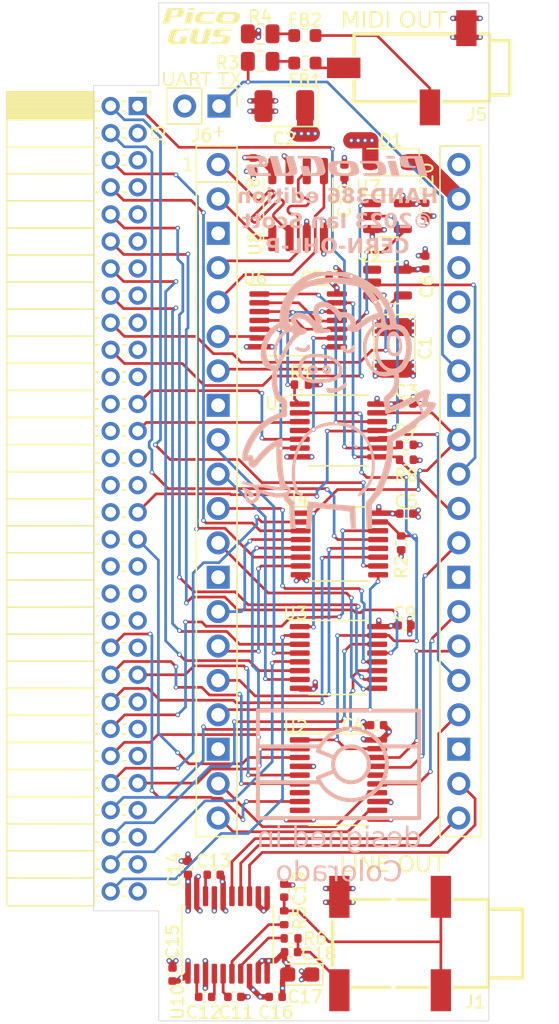
<source format=kicad_pcb>
(kicad_pcb (version 20221018) (generator pcbnew)
  (layers (0 "F.Cu" signal) (1 "In1.Cu" signal) (2 "In2.Cu" signal) (31 "B.Cu" signal) (34 "B.Paste" user) (35 "F.Paste" user) (36 "B.SilkS" user "B.Silkscreen") (37 "F.SilkS" user "F.Silkscreen") (38 "B.Mask" user) (39 "F.Mask" user) (44 "Edge.Cuts" user))
  (net 0 "")
  (net 1 "A0")
  (net 2 "A1")
  (net 3 "A2")
  (net 4 "A3")
  (net 5 "A4")
  (net 6 "A5")
  (net 7 "A6")
  (net 8 "A7")
  (net 9 "A8")
  (net 10 "A9")
  (net 11 "D0")
  (net 12 "D1")
  (net 13 "D2")
  (net 14 "D3")
  (net 15 "D4")
  (net 16 "D5")
  (net 17 "D6")
  (net 18 "D7")
  (net 19 "GND")
  (net 20 "~{IOW}")
  (net 21 "~{IOR}")
  (net 22 "RA9")
  (net 23 "RA8")
  (net 24 "+3V3")
  (net 25 "I{slash}OCHRDY")
  (net 26 "+5V")
  (net 27 "~{RIOR}")
  (net 28 "~{RIOW}")
  (net 29 "RESET")
  (net 30 "IRQ2")
  (net 31 "TC")
  (net 32 "IRQ7")
  (net 33 "DRQ3")
  (net 34 "DACK3")
  (net 35 "BUSOE")
  (net 36 "RIRQ")
  (net 37 "~{RDACK}")
  (net 38 "RDRQ")
  (net 39 "RTC")
  (net 40 "IRQ")
  (net 41 "DACK")
  (net 42 "DRQ")
  (net 43 "IRQ3")
  (net 44 "IRQ4")
  (net 45 "AEN")
  (net 46 "BCK")
  (net 47 "DIN")
  (net 48 "LRCK")
  (net 49 "ADS")
  (net 50 "~{BUSOE}")
  (net 51 "~{SPI_CS}")
  (net 52 "SPI_RX")
  (net 53 "SPI_TX")
  (net 54 "SPI_SCK")
  (net 55 "RUN")
  (net 56 "AD7")
  (net 57 "AD6")
  (net 58 "AD5")
  (net 59 "AD4")
  (net 60 "AD3")
  (net 61 "AD2")
  (net 62 "AD1")
  (net 63 "AD0")
  (net 64 "UART_TX")
  (net 65 "Net-(U5-Pad4)")
  (net 66 "Net-(U5-Pad6)")
  (net 67 "Net-(U6-Pad10)")
  (net 72 "Net-(U5-Pad12)")
  (net 73 "Net-(U6-Pad11)")
  (net 74 "/VSYS")
  (net 75 "~{RI{slash}OCHRDY}")
  (net 101 "Net-(U10-VNEG)")
  (net 102 "Net-(U10-CAPP)")
  (net 103 "Net-(U10-CAPM)")
  (net 104 "Net-(U10-LDOO)")
  (net 105 "/Audio/AUDIO_R")
  (net 106 "/Audio/AUDIO_L")
  (net 107 "Net-(U10-OUTL)")
  (net 108 "Net-(U10-OUTR)")
  (net 109 "Net-(FB1-Pad1)")
  (net 110 "Net-(FB1-Pad2)")
  (net 111 "Net-(FB2-Pad1)")
  (net 112 "Net-(FB2-Pad2)")
  (footprint "Capacitor_SMD:C_0402_1005Metric" (layer "F.Cu") (at 134.62 70.866 -90)
    (fp_text reference "C10")
    (fp_text value "1uF")
  )
  (footprint "Resistor_SMD:R_0805_2012Metric" (layer "F.Cu") (at 128.397 62.738)
    (fp_text reference "R3")
    (fp_text value "10")
  )
  (footprint "Package_SO:TSSOP-16_4.4x5mm_P0.65mm" (layer "F.Cu") (at 134.1805 106.762)
    (fp_text reference "U3")
    (fp_text value "SN74CB3T3257")
  )
  (footprint "Connector_PinHeader_2.54mm:PinHeader_1x02_P2.54mm_Vertical" (layer "F.Cu") (at 125.354 66.04 -90)
    (fp_text reference "J6")
    (fp_text value "UART_TX")
  )
  (footprint "Package_SO:TSSOP-14_4.4x5mm_P0.65mm" (layer "F.Cu") (at 131.201 81.87)
    (fp_text reference "U6")
    (fp_text value "74LVC00")
  )
  (footprint "Package_SO:SOIC-8_3.9x4.9mm_P1.27mm" (layer "F.Cu") (at 131.201 73.316 90)
    (fp_text reference "U8")
    (fp_text value "APS6404L-3SQN-SN")
  )
  (footprint "Capacitor_SMD:C_0402_1005Metric" (layer "F.Cu") (at 124.964 122.809)
    (fp_text reference "C13")
    (fp_text value "0.1uF")
  )
  (footprint "Capacitor_SMD:C_0402_1005Metric" (layer "F.Cu") (at 139.192 88.011)
    (fp_text reference "C3")
    (fp_text value "0.1uF")
  )
  (footprint "Capacitor_Tantalum_SMD:CP_EIA-3528-21_Kemet-B" (layer "F.Cu") (at 130.175 66.04 180)
    (fp_text reference "C2")
    (fp_text value "47uF")
  )
  (footprint "Capacitor_SMD:C_0402_1005Metric" (layer "F.Cu") (at 139.065 104.394)
    (fp_text reference "C9")
    (fp_text value "0.1uF")
  )
  (footprint "Resistor_SMD:R_0402_1005Metric" (layer "F.Cu") (at 130.679 127.508)
    (fp_text reference "R6")
    (fp_text value "470")
  )
  (footprint "Capacitor_SMD:C_0402_1005Metric" (layer "F.Cu") (at 130.679 128.524)
    (fp_text reference "C18")
    (fp_text value "2.2nF")
  )
  (footprint "Connector_PinSocket_2.00mm:PinSocket_2x30_P2.00mm_Horizontal" (layer "F.Cu") (at 119.348 66.04)
    (fp_text reference "J3")
    (fp_text value "Bus_ISA_8bit")
  )
  (footprint "PiGUS library:PJ-208-SMD" (layer "F.Cu") (at 140.27275 70.834 180)
    (fp_text reference "J5")
    (fp_text value "AudioJack3")
  )
  (footprint "Capacitor_SMD:C_0402_1005Metric" (layer "F.Cu") (at 124.333 131.826)
    (fp_text reference "C12")
    (fp_text value "2.2uF")
  )
  (footprint "Resistor_SMD:R_0402_1005Metric" (layer "F.Cu") (at 130.171 125.986 90)
    (fp_text reference "R5")
    (fp_text value "470")
  )
  (footprint "Capacitor_SMD:C_0402_1005Metric" (layer "F.Cu") (at 133.967 78.568)
    (fp_text reference "C7")
    (fp_text value "0.1uF")
  )
  (footprint "Package_SO:TSSOP-16_4.4x5mm_P0.65mm" (layer "F.Cu") (at 134.249 98.38)
    (fp_text reference "U4")
    (fp_text value "SN74CB3T3257")
  )
  (footprint "Capacitor_SMD:C_0402_1005Metric" (layer "F.Cu") (at 123.059 122.301 -90)
    (fp_text reference "C14")
    (fp_text value "0.1uF")
  )
  (footprint "Package_TO_SOT_SMD:SOT-23-5" (layer "F.Cu") (at 137.795 74.168)
    (fp_text reference "U7")
    (fp_text value "74LVC1G00")
  )
  (footprint "Package_SO:TSSOP-14_4.4x5mm_P0.65mm" (layer "F.Cu") (at 134.1805 89.998)
    (fp_text reference "U5")
    (fp_text value "74LVC14")
  )
  (footprint "PiGUS library:RPi_Pico_SMD_TH" (layer "F.Cu") (at 134.1805 94.488)
    (fp_text reference "U1" hide)
    (fp_text value "Pico" hide)
  )
  (footprint "Capacitor_SMD:C_0402_1005Metric" (layer "F.Cu") (at 137.033 111.76 180)
    (fp_text reference "C4")
    (fp_text value "0.1uF")
  )
  (footprint "Inductor_SMD:L_0603_1608Metric" (layer "F.Cu") (at 131.699 62.865)
    (fp_text reference "FB1")
    (fp_text value "1K @ 100MHz")
  )
  (footprint "Capacitor_Tantalum_SMD:CP_EIA-3528-21_Kemet-B" (layer "F.Cu") (at 138.313 83.902 -90)
    (fp_text reference "C1")
    (fp_text value "47uF")
  )
  (footprint "Capacitor_SMD:C_0402_1005Metric" (layer "F.Cu") (at 140.599 77.597 90)
    (fp_text reference "C6")
    (fp_text value "0.1uF")
  )
  (footprint "Inductor_SMD:L_0603_1608Metric" (layer "F.Cu") (at 131.699 60.833)
    (fp_text reference "FB2")
    (fp_text value "1K @ 100MHz")
  )
  (footprint "Resistor_SMD:R_0402_1005Metric" (layer "F.Cu") (at 131.445 86.614)
    (fp_text reference "R1")
    (fp_text value "10K")
  )
  (footprint "Package_SO:TSSOP-20_4.4x6.5mm_P0.65mm" (layer "F.Cu") (at 125.984 127.254 90)
    (fp_text reference "U10")
    (fp_text value "PCM5100")
  )
  (footprint "Resistor_SMD:R_0402_1005Metric" (layer "F.Cu") (at 138.811 98.298 90)
    (fp_text reference "R2")
    (fp_text value "10K")
  )
  (footprint "Capacitor_SMD:C_0402_1005Metric" (layer "F.Cu") (at 129.54 131.826 180)
    (fp_text reference "C16")
    (fp_text value "0.1uF")
  )
  (footprint "Capacitor_SMD:C_0402_1005Metric" (layer "F.Cu") (at 126.492 131.826)
    (fp_text reference "C11")
    (fp_text value "2.2uF")
  )
  (footprint "Resistor_SMD:R_0402_1005Metric" (layer "F.Cu") (at 139.194 92.16)
    (fp_text reference "R8")
    (fp_text value "1K")
  )
  (footprint "Diode_SMD:D_SOD-123F" (layer "F.Cu") (at 137.935 70.186 180)
    (fp_text reference "D1")
    (fp_text value "1A 20V Schottky")
  )
  (footprint "Package_TO_SOT_SMD:SOT-23-5" (layer "F.Cu") (at 137.805 79.076)
    (fp_text reference "U9")
    (fp_text value "74LVC1G06")
  )
  (footprint "Capacitor_SMD:C_0402_1005Metric" (layer "F.Cu") (at 140.589 73.688 -90)
    (fp_text reference "C20")
    (fp_text value "0.1uF")
  )
  (footprint "Capacitor_Tantalum_SMD:CP_EIA-2012-15_AVX-P" (layer "F.Cu") (at 131.318 130.175 180)
    (fp_text reference "C17")
    (fp_text value "10uF")
  )
  (footprint "Capacitor_SMD:C_0402_1005Metric" (layer "F.Cu") (at 130.171 123.982 -90)
    (fp_text reference "C19")
    (fp_text value "2.2nF")
  )
  (footprint "Capacitor_SMD:C_0402_1005Metric" (layer "F.Cu") (at 121.92 130.175 -90)
    (fp_text reference "C15")
    (fp_text value "0.1uF")
  )
  (footprint "Capacitor_SMD:C_0402_1005Metric" (layer "F.Cu") (at 127.889 70.358 -90)
    (fp_text reference "C8")
    (fp_text value "0.1uF")
  )
  (footprint "Package_SO:TSSOP-20_4.4x6.5mm_P0.65mm" (layer "F.Cu") (at 134.1805 115.775)
    (fp_text reference "U2")
    (fp_text value "SN74CB3T3245")
  )
  (footprint "PiGUS library:PJ-321A" (layer "F.Cu") (at 138.0564 127.8382)
    (fp_text reference "J1")
    (fp_text value "AudioJack3")
  )
  (footprint "Capacitor_SMD:C_0402_1005Metric" (layer "F.Cu") (at 139.192 96.139)
    (fp_text reference "C5")
    (fp_text value "0.1uF")
  )
  (footprint "Resistor_SMD:R_0805_2012Metric" (layer "F.Cu") (at 128.397 60.706 180)
    (fp_text reference "R4")
    (fp_text value "33")
  )
  (footprint "Resistor_SMD:R_0402_1005Metric" (layer "F.Cu") (at 139.192 91.059)
    (fp_text reference "R7")
    (fp_text value "10K")
  )
  (gr_line (start 134.343114 115.731285) (end 134.343114 115.731285) (stroke (width 0.291041)) (layer "B.SilkS"))
  (gr_line (start 136.656856 112.512893) (end 136.724896 112.564012) (stroke (width 0.291041)) (layer "B.SilkS"))
  (gr_line (start 133.996834 115.367787) (end 133.996834 115.367787) (stroke (width 0.291041)) (layer "B.SilkS"))
  (gr_line (start 135.963537 113.643663) (end 135.940441 113.624594) (stroke (width 0.291041)) (layer "B.SilkS"))
  (gr_line (start 137.742555 114.386972) (end 137.732126 114.299507) (stroke (width 0.291041)) (layer "B.SilkS"))
  (gr_line (start 134.212555 115.62518) (end 134.214752 115.627277) (stroke (width 0.291041)) (layer "B.SilkS"))
  (gr_line (start 135.673009 115.851201) (end 135.673009 115.851201) (stroke (width 0.291041)) (layer "B.SilkS"))
  (gr_line (start 134.287756 115.689811) (end 134.304485 115.702637) (stroke (width 0.291041)) (layer "B.SilkS"))
  (gr_line (start 134.036466 113.881906) (end 133.992429 113.947064) (stroke (width 0.291041)) (layer "B.SilkS"))
  (gr_line (start 133.806534 114.879202) (end 133.812302 114.910436) (stroke (width 0.291041)) (layer "B.SilkS"))
  (gr_line (start 137.732311 115.007176) (end 137.719114 115.09346) (stroke (width 0.291041)) (layer "B.SilkS"))
  (gr_line (start 136.197962 113.901658) (end 136.170254 113.862711) (stroke (width 0.291041)) (layer "B.SilkS"))
  (gr_line (start 133.860832 114.219253) (end 133.850957 114.248573) (stroke (width 0.291041)) (layer "B.SilkS"))
  (gr_line (start 134.653985 113.412045) (end 134.580097 113.441812) (stroke (width 0.291041)) (layer "B.SilkS"))
  (gr_line (start 133.240738 112.782989) (end 133.180828 112.844742) (stroke (width 0.291041)) (layer "B.SilkS"))
  (gr_line (start 136.415137 114.435004) (end 136.422978 114.488791) (stroke (width 0.291041)) (layer "B.SilkS"))
  (gr_line (start 136.727575 116.741963) (end 136.589707 116.84241) (stroke (width 0.291041)) (layer "B.SilkS"))
  (gr_line (start 135.487814 115.921884) (end 135.487814 115.921884) (stroke (width 0.291041)) (layer "B.SilkS"))
  (gr_line (start 134.049975 115.444563) (end 134.051808 115.446924) (stroke (width 0.291041)) (layer "B.SilkS"))
  (gr_line (start 135.618009 115.875682) (end 135.579089 115.891034) (stroke (width 0.291041)) (layer "B.SilkS"))
  (gr_line (start 132.731704 113.495405) (end 132.751939 113.454883) (stroke (width 0.291041)) (layer "B.SilkS"))
  (gr_line (start 136.086489 113.761571) (end 136.101605 113.778363) (stroke (width 0.291041)) (layer "B.SilkS"))
  (gr_line (start 134.632667 115.88794) (end 134.62139 115.883506) (stroke (width 0.291041)) (layer "B.SilkS"))
  (gr_line (start 135.783771 113.515889) (end 135.810674 113.532142) (stroke (width 0.291041)) (layer "B.SilkS"))
  (gr_line (start 136.417326 114.448574) (end 136.408542 114.398674) (stroke (width 0.291041)) (layer "B.SilkS"))
  (gr_line (start 136.426384 114.789203) (end 136.426384 114.789203) (stroke (width 0.291041)) (layer "B.SilkS"))
  (gr_line (start 134.143652 113.751395) (end 134.211987 113.683322) (stroke (width 0.291041)) (layer "B.SilkS"))
  (gr_line (start 135.1103 117.299854) (end 135.1103 117.299854) (stroke (width 0.291041)) (layer "B.SilkS"))
  (gr_line (start 134.4652 115.808762) (end 134.4652 115.808762) (stroke (width 0.291041)) (layer "B.SilkS"))
  (gr_line (start 134.486472 115.820615) (end 134.4652 115.808762) (stroke (width 0.291041)) (layer "B.SilkS"))
  (gr_line (start 135.79606 113.522742) (end 135.79606 113.522742) (stroke (width 0.291041)) (layer "B.SilkS"))
  (gr_line (start 134.731284 115.921507) (end 134.734142 115.922361) (stroke (width 0.291041)) (layer "B.SilkS"))
  (gr_line (start 132.911764 113.182884) (end 133.013056 113.041912) (stroke (width 0.291041)) (layer "B.SilkS"))
  (gr_line (start 133.905678 115.200484) (end 133.91488 115.219786) (stroke (width 0.291041)) (layer "B.SilkS"))
  (gr_line (start 132.819471 113.331104) (end 132.819471 113.331104) (stroke (width 0.291041)) (layer "B.SilkS"))
  (gr_line (start 137.441311 115.898679) (end 137.48029 115.823607) (stroke (width 0.291041)) (layer "B.SilkS"))
  (gr_line (start 137.54957 113.634871) (end 137.515103 113.556921) (stroke (width 0.291041)) (layer "B.SilkS"))
  (gr_line (start 136.324638 115.178802) (end 136.30963 115.211981) (stroke (width 0.291041)) (layer "B.SilkS"))
  (gr_line (start 133.806238 114.430553) (end 133.811918 114.399548) (stroke (width 0.291041)) (layer "B.SilkS"))
  (gr_line (start 135.639804 115.866223) (end 135.638706 115.866712) (stroke (width 0.291041)) (layer "B.SilkS"))
  (gr_line (start 137.516911 115.747193) (end 137.48029 115.823607) (stroke (width 0.291041)) (layer "B.SilkS"))
  (gr_line (start 136.414638 114.875344) (end 136.412481 114.887863) (stroke (width 0.291041)) (layer "B.SilkS"))
  (gr_line (start 136.426384 114.789203) (end 136.426384 114.789203) (stroke (width 0.291041)) (layer "B.SilkS"))
  (gr_line (start 137.612135 115.51039) (end 137.582882 115.590536) (stroke (width 0.291041)) (layer "B.SilkS"))
  (gr_line (start 137.203949 113.044208) (end 137.254906 113.112372) (stroke (width 0.291041)) (layer "B.SilkS"))
  (gr_line (start 135.004506 115.972704) (end 135.006967 115.972942) (stroke (width 0.291041)) (layer "B.SilkS"))
  (gr_line (start 135.38759 115.947542) (end 135.38759 115.947542) (stroke (width 0.291041)) (layer "B.SilkS"))
  (gr_line (start 134.907179 115.961413) (end 134.928763 115.964323) (stroke (width 0.291041)) (layer "B.SilkS"))
  (gr_line (start 133.992429 113.947064) (end 134.036466 113.881906) (stroke (width 0.291041)) (layer "B.SilkS"))
  (gr_line (start 135.081176 115.976382) (end 135.081176 115.976382) (stroke (width 0.291041)) (layer "B.SilkS"))
  (gr_line (start 133.926587 115.244353) (end 133.936489 115.263303) (stroke (width 0.291041)) (layer "B.SilkS"))
  (gr_line (start 136.42987 114.743417) (end 136.42987 114.743417) (stroke (width 0.291041)) (layer "B.SilkS"))
  (gr_line (start 133.923875 115.238895) (end 133.923875 115.238895) (stroke (width 0.291041)) (layer "B.SilkS"))
  (gr_line (start 134.979007 115.97025) (end 134.979007 115.97025) (stroke (width 0.291041)) (layer "B.SilkS"))
  (gr_line (start 135.818609 113.537201) (end 135.79606 113.522742) (stroke (width 0.291041)) (layer "B.SilkS"))
  (gr_line (start 133.959627 115.305881) (end 133.947621 115.284609) (stroke (width 0.291041)) (layer "B.SilkS"))
  (gr_line (start 136.420268 114.83754) (end 136.418537 114.850183) (stroke (width 0.291041)) (layer "B.SilkS"))
  (gr_line (start 135.721077 113.480832) (end 135.721077 113.480832) (stroke (width 0.291041)) (layer "B.SilkS"))
  (gr_line (start 136.211755 115.38659) (end 136.241737 115.339506) (stroke (width 0.291041)) (layer "B.SilkS"))
  (gr_line (start 137.441311 115.898679) (end 137.400024 115.97236) (stroke (width 0.291041)) (layer "B.SilkS"))
  (gr_line (start 137.516911 115.747193) (end 137.551124 115.669486) (stroke (width 0.291041)) (layer "B.SilkS"))
  (gr_line (start 137.041547 116.454925) (end 137.098668 116.391771) (stroke (width 0.291041)) (layer "B.SilkS"))
  (gr_line (start 133.818319 114.3688) (end 133.811918 114.399548) (stroke (width 0.291041)) (layer "B.SilkS"))
  (gr_line (start 136.173651 113.867687) (end 136.181867 113.878925) (stroke (width 0.291041)) (layer "B.SilkS"))
  (gr_line (start 136.11062 115.519371) (end 136.146141 115.476579) (stroke (width 0.291041)) (layer "B.SilkS"))
  (gr_line (start 133.013056 113.041912) (end 132.961315 113.111472) (stroke (width 0.291041)) (layer "B.SilkS"))
  (gr_poly (pts (xy 134.11757 89.383768) (xy 134.270442 89.391271) (xy 134.407036 89.403028) (xy 134.466564 89.410488) (xy 134.518823 89.418995) (xy 134.581167 89.431201) (xy 134.643748 89.444851) (xy 134.706367 89.459869) (xy 134.768826 89.476177) (xy 134.830926 89.493702) (xy 134.892471 89.512366) (xy 134.95326 89.532093) (xy 135.013098 89.552807) (xy 135.071786 89.574433) (xy 135.129125 89.596896) (xy 135.184917 89.620117) (xy 135.238965 89.644023) (xy 135.291072 89.668536) (xy 135.341037 89.693581) (xy 135.388663 89.719081) (xy 135.433752 89.744961) (xy 135.494669 89.780527) (xy 135.546035 89.810015) (xy 135.566455 89.82145) (xy 135.582469 89.830128) (xy 135.593404 89.835637) (xy 135.596757 89.837074) (xy 135.598588 89.837565) (xy 135.603663 89.840224) (xy 135.614265 89.847817) (xy 135.649347 89.875475) (xy 135.698405 89.915895) (xy 135.756015 89.964433) (xy 135.875185 90.067281) (xy 135.925893 90.112302) (xy 135.963449 90.146862) (xy 135.976218 90.159357) (xy 135.990593 90.174239) (xy 136.006097 90.190944) (xy 136.022252 90.208908) (xy 136.038581 90.227566) (xy 136.054605 90.246355) (xy 136.069849 90.264709) (xy 136.083834 90.282066) (xy 136.113351 90.318731) (xy 136.146341 90.358696) (xy 136.178637 90.396924) (xy 136.193222 90.413813) (xy 136.206071 90.42838) (xy 136.216891 90.442146) (xy 136.230297 90.460723) (xy 136.263051 90.509321) (xy 136.300712 90.568208) (xy 136.339653 90.631414) (xy 136.37625 90.692971) (xy 136.406878 90.746909) (xy 136.427913 90.787261) (xy 136.4337 90.800476) (xy 136.43573 90.808057) (xy 136.436007 90.809482) (xy 136.436823 90.811649) (xy 136.439955 90.818041) (xy 136.444911 90.826906) (xy 136.451472 90.837921) (xy 136.459423 90.850759) (xy 136.468546 90.865095) (xy 136.48944 90.896956) (xy 136.506987 90.925641) (xy 136.525468 90.95992) (xy 136.544687 90.999223) (xy 136.564449 91.042981) (xy 136.604819 91.141583) (xy 136.645014 91.251167) (xy 136.683474 91.367176) (xy 136.718635 91.485051) (xy 136.748934 91.600234) (xy 136.772808 91.708169) (xy 136.795746 91.832935) (xy 136.813584 91.937104) (xy 136.826949 92.028034) (xy 136.836474 92.113081) (xy 136.842786 92.199604) (xy 136.846515 92.294962) (xy 136.848291 92.40651) (xy 136.848744 92.541607) (xy 136.848972 92.656747) (xy 136.848136 92.753265) (xy 136.846042 92.834938) (xy 136.842493 92.905541) (xy 136.837296 92.968852) (xy 136.830252 93.028647) (xy 136.821169 93.088702) (xy 136.809851 93.152795) (xy 136.779754 93.313926) (xy 136.763548 93.402825) (xy 136.760667 93.417139) (xy 136.756299 93.434773) (xy 136.743754 93.478182) (xy 136.727216 93.529403) (xy 136.707986 93.584792) (xy 136.687367 93.640702) (xy 136.666661 93.693487) (xy 136.647171 93.739499) (xy 136.630198 93.775093) (xy 136.621813 93.791672) (xy 136.613472 93.809098) (xy 136.60539 93.826826) (xy 136.597787 93.844316) (xy 136.590878 93.861025) (xy 136.584881 93.876409) (xy 136.580012 93.889928) (xy 136.576489 93.901036) (xy 136.571747 93.914478) (xy 136.562775 93.933383) (xy 136.550163 93.956878) (xy 136.534498 93.984091) (xy 136.496367 94.046172) (xy 136.453093 94.112637) (xy 136.409385 94.176497) (xy 136.369952 94.230765) (xy 136.35331 94.252117) (xy 136.339504 94.26845) (xy 136.329123 94.278891) (xy 136.325399 94.281628) (xy 136.322753 94.282565) (xy 136.321857 94.28263) (xy 136.320911 94.282822) (xy 136.318871 94.283578) (xy 136.316652 94.284812) (xy 136.314273 94.286501) (xy 136.311753 94.288624) (xy 136.309111 94.29116) (xy 136.306366 94.294087) (xy 136.303537 94.297382) (xy 136.300643 94.301025) (xy 136.297702 94.304993) (xy 136.294734 94.309265) (xy 136.291759 94.313819) (xy 136.288794 94.318633) (xy 136.285859 94.323687) (xy 136.282973 94.328957) (xy 136.280155 94.334423) (xy 136.272667 94.346574) (xy 136.262187 94.361308) (xy 136.248978 94.378342) (xy 136.233303 94.397394) (xy 136.195606 94.440427) (xy 136.151203 94.488146) (xy 136.102199 94.538297) (xy 136.050699 94.588622) (xy 135.998808 94.636863) (xy 135.948632 94.680763) (xy 135.872465 94.745355) (xy 135.811578 94.797445) (xy 135.801346 94.805839) (xy 135.790847 94.813646) (xy 135.780156 94.820839) (xy 135.769356 94.827396) (xy 135.758522 94.833289) (xy 135.747735 94.838497) (xy 135.737072 94.842994) (xy 135.726613 94.846756) (xy 135.716436 94.849757) (xy 135.70662 94.851976) (xy 135.697243 94.853385) (xy 135.692745 94.853779) (xy 135.688385 94.853961) (xy 135.684175 94.853929) (xy 135.680124 94.85368) (xy 135.676241 94.853211) (xy 135.672537 94.852518) (xy 135.669023 94.851598) (xy 135.665706 94.850449) (xy 135.662598 94.849067) (xy 135.659707 94.84745) (xy 135.656874 94.845468) (xy 135.654278 94.843009) (xy 135.651915 94.840094) (xy 135.649785 94.836747) (xy 135.647883 94.832988) (xy 135.646208 94.82884) (xy 135.64353 94.819467) (xy 135.641731 94.808802) (xy 135.640791 94.797022) (xy 135.640693 94.784302) (xy 135.641418 94.770821) (xy 135.642945 94.756753) (xy 135.645255 94.742276) (xy 135.648331 94.727566) (xy 135.652154 94.712798) (xy 135.656703 94.698151) (xy 135.66196 94.683798) (xy 135.667907 94.669918) (xy 135.674523 94.656685) (xy 135.679032 94.64877) (xy 135.6862 94.638334) (xy 135.707861 94.610586) (xy 135.738204 94.574806) (xy 135.775925 94.532365) (xy 135.819724 94.484626) (xy 135.868298 94.43296) (xy 135.920344 94.378733) (xy 135.974561 94.323312) (xy 136.054899 94.241201) (xy 136.119978 94.17309) (xy 136.147671 94.143178) (xy 136.1726 94.11544) (xy 136.195114 94.089433) (xy 136.215563 94.064714) (xy 136.234298 94.040842) (xy 136.251668 94.017373) (xy 136.268023 93.993868) (xy 136.283714 93.969881) (xy 136.29909 93.944973) (xy 136.314501 93.9187) (xy 136.330298 93.89062) (xy 136.346829 93.86029) (xy 136.368776 93.819794) (xy 136.391135 93.776976) (xy 136.413277 93.733159) (xy 136.434572 93.689668) (xy 136.454391 93.647826) (xy 136.472106 93.608957) (xy 136.487085 93.574386) (xy 136.4987 93.545436) (xy 136.515876 93.497122) (xy 136.534701 93.437089) (xy 136.554046 93.369763) (xy 136.572784 93.299572) (xy 136.589786 93.230943) (xy 136.603923 93.168305) (xy 136.614066 93.116085) (xy 136.617287 93.095265) (xy 136.619087 93.07871) (xy 136.619502 93.070995) (xy 136.620678 93.059351) (xy 136.624874 93.026621) (xy 136.630806 92.98521) (xy 136.637607 92.939805) (xy 136.64445 92.864719) (xy 136.649645 92.757577) (xy 136.653103 92.630944) (xy 136.654738 92.497388) (xy 136.654464 92.369475) (xy 136.652192 92.259772) (xy 136.647837 92.180845) (xy 136.644851 92.156849) (xy 136.641311 92.14526) (xy 136.63986 92.14256) (xy 136.638298 92.138677) (xy 136.634916 92.127667) (xy 136.631316 92.112835) (xy 136.627652 92.094792) (xy 136.624074 92.074144) (xy 136.620735 92.0515) (xy 136.617787 92.027466) (xy 136.615381 92.002651) (xy 136.606938 91.92937) (xy 136.594719 91.845976) (xy 136.579635 91.757112) (xy 136.562597 91.667423) (xy 136.544518 91.581554) (xy 136.526308 91.50415) (xy 136.50888 91.439856) (xy 136.500744 91.414075) (xy 136.493145 91.393315) (xy 136.476881 91.35199) (xy 136.457492 91.301637) (xy 136.437408 91.248505) (xy 136.419061 91.198846) (xy 136.400946 91.153441) (xy 136.39217 91.131943) (xy 136.383871 91.112029) (xy 136.376268 91.094287) (xy 136.369575 91.0793) (xy 136.364012 91.067656) (xy 136.361721 91.06327) (xy 136.359794 91.05994) (xy 136.356 91.053566) (xy 136.351662 91.04576) (xy 136.346934 91.036825) (xy 136.341968 91.027066) (xy 136.336914 91.016785) (xy 136.331926 91.006288) (xy 136.327155 90.995877) (xy 136.322753 90.985857) (xy 136.303159 90.942209) (xy 136.282513 90.899384) (xy 136.260717 90.857248) (xy 136.237673 90.815668) (xy 136.213283 90.774511) (xy 136.187449 90.733644) (xy 136.160075 90.692935) (xy 136.131062 90.65225) (xy 136.100313 90.611457) (xy 136.06773 90.570422) (xy 136.033215 90.529013) (xy 135.996671 90.487096) (xy 135.957999 90.44454) (xy 135.917103 90.40121) (xy 135.873885 90.356974) (xy 135.828247 90.311698) (xy 135.800158 90.284724) (xy 135.77196 90.258421) (xy 135.744414 90.233466) (xy 135.718279 90.210528) (xy 135.694314 90.190282) (xy 135.673279 90.1734) (xy 135.664098 90.166431) (xy 135.655934 90.160555) (xy 135.648882 90.155857) (xy 135.643038 90.152419) (xy 135.630475 90.14521) (xy 135.61407 90.135027) (xy 135.572427 90.107737) (xy 135.523492 90.074545) (xy 135.472646 90.039443) (xy 135.446062 90.021479) (xy 135.416939 90.002691) (xy 135.38621 89.983642) (xy 135.354807 89.964896) (xy 135.323666 89.947019) (xy 135.293718 89.930574) (xy 135.265897 89.916127) (xy 135.241136 89.90424) (xy 135.191824 89.880742) (xy 135.139734 89.85655) (xy 135.091118 89.83444) (xy 135.052224 89.817193) (xy 135.035978 89.809585) (xy 135.019494 89.802173) (xy 135.003226 89.795152) (xy 134.987632 89.788717) (xy 134.973166 89.783062) (xy 134.960285 89.778385) (xy 134.949444 89.77488) (xy 134.944931 89.773628) (xy 134.941099 89.772743) (xy 134.932497 89.770768) (xy 134.920899 89.767707) (xy 134.906784 89.763692) (xy 134.890629 89.758852) (xy 134.854108 89.747219) (xy 134.834698 89.740686) (xy 134.815157 89.733849) (xy 134.776082 89.720899) (xy 134.737311 89.709425) (xy 134.695676 89.698819) (xy 134.648006 89.688473) (xy 134.591134 89.67778) (xy 134.521891 89.666131) (xy 134.333615 89.637539) (xy 134.269078 89.628232) (xy 134.209729 89.621074) (xy 134.152767 89.615955) (xy 134.095392 89.612768) (xy 134.034804 89.611405) (xy 133.968205 89.611756) (xy 133.892794 89.613712) (xy 133.805772 89.617167) (xy 133.680091 89.623273) (xy 133.564307 89.6299) (xy 133.471095 89.63618) (xy 133.436915 89.638919) (xy 133.413131 89.641245) (xy 133.357561 89.649699) (xy 133.290141 89.663383) (xy 133.213953 89.681451) (xy 133.132077 89.703058) (xy 133.047597 89.727355) (xy 132.963595 89.753498) (xy 132.883153 89.780639) (xy 132.809352 89.807932) (xy 132.742764 89.833861) (xy 132.710804 89.845957) (xy 132.680863 89.857012) (xy 132.653787 89.866677) (xy 132.630423 89.874607) (xy 132.611616 89.880452) (xy 132.604187 89.882485) (xy 132.598214 89.883867) (xy 132.592749 89.885298) (xy 132.587478 89.886805) (xy 132.582424 89.888377) (xy 132.57761 89.890003) (xy 132.573055 89.891672) (xy 132.568783 89.893374) (xy 132.564815 89.895097) (xy 132.561172 89.896832) (xy 132.557877 89.898567) (xy 132.556366 89.899431) (xy 132.55495 89.90029) (xy 132.553632 89.901145) (xy 132.552414 89.901992) (xy 132.5513 89.902831) (xy 132.550291 89.903662) (xy 132.549391 89.904481) (xy 132.548602 89.905288) (xy 132.547927 89.906081) (xy 132.547368 89.90686) (xy 132.54693 89.907622) (xy 132.546612 89.908366) (xy 132.54642 89.909092) (xy 132.546355 89.909797) (xy 132.546264 89.91055) (xy 132.545993 89.911419) (xy 132.54493 89.913483) (xy 132.543206 89.915954) (xy 132.540857 89.918797) (xy 132.537923 89.921976) (xy 132.53444 89.925456) (xy 132.530448 89.929202) (xy 132.525983 89.933179) (xy 132.515789 89.941684) (xy 132.504163 89.950687) (xy 132.491409 89.959907) (xy 132.477829 89.969062) (xy 132.391722 90.026322) (xy 132.317855 90.07605) (xy 132.255795 90.118528) (xy 132.20511 90.154039) (xy 132.183895 90.169271) (xy 132.165362 90.182866) (xy 132.149454 90.194861) (xy 132.136119 90.20529) (xy 132.125301 90.214189) (xy 132.116947 90.221593) (xy 132.111003 90.227538) (xy 132.107412 90.232059) (xy 132.105363 90.235084) (xy 132.10204 90.23925) (xy 132.091872 90.250696) (xy 132.077493 90.265787) (xy 132.059489 90.283917) (xy 132.038447 90.304478) (xy 132.014952 90.326863) (xy 131.989591 90.350462) (xy 131.96295 90.37467) (xy 131.936922 90.399495) (xy 131.912046 90.423604) (xy 131.888949 90.446455) (xy 131.868261 90.467505) (xy 131.850612 90.48621) (xy 131.843124 90.494515) (xy 131.836632 90.502029) (xy 131.831213 90.508686) (xy 131.826948 90.514418) (xy 131.823914 90.519157) (xy 131.822884 90.521134) (xy 131.822191 90.522836) (xy 131.817821 90.530219) (xy 131.810499 90.540923) (xy 131.800574 90.554448) (xy 131.78839 90.570295) (xy 131.774298 90.587966) (xy 131.758641 90.606961) (xy 131.74177 90.62678) (xy 131.72403 90.646925) (xy 131.715444 90.656638) (xy 131.707076 90.666289) (xy 131.691185 90.685153) (xy 131.676726 90.70302) (xy 131.67015 90.711422) (xy 131.664069 90.719388) (xy 131.658531 90.726855) (xy 131.653583 90.73376) (xy 131.649269 90.740041) (xy 131.645635 90.745636) (xy 131.64273 90.750481) (xy 131.640597 90.754516) (xy 131.639283 90.757677) (xy 131.638947 90.758911) (xy 131.638835 90.759902) (xy 131.638813 90.760944) (xy 131.638749 90.761984) (xy 131.638644 90.763022) (xy 131.638498 90.764056) (xy 131.638314 90.765083) (xy 131.63809 90.766105) (xy 131.637829 90.767118) (xy 131.637533 90.768121) (xy 131.637201 90.769114) (xy 131.636834 90.770095) (xy 131.636434 90.771061) (xy 131.636002 90.772014) (xy 131.635539 90.77295) (xy 131.635046 90.773868) (xy 131.634524 90.774767) (xy 131.633973 90.775645) (xy 131.633395 90.776503) (xy 131.632791 90.777337) (xy 131.632163 90.778146) (xy 131.63151 90.77893) (xy 131.630834 90.779686) (xy 131.630136 90.780415) (xy 131.629416 90.781113) (xy 131.628678 90.78178) (xy 131.627919 90.782415) (xy 131.627143 90.783016) (xy 131.62635 90.783581) (xy 131.625541 90.78411) (xy 131.624717 90.7846) (xy 131.623879 90.785052) (xy 131.623029 90.785462) (xy 131.622166 90.785831) (xy 131.612574 90.794528) (xy 131.597517 90.814774) (xy 131.55416 90.884021) (xy 131.498388 90.981787) (xy 131.436495 91.096287) (xy 131.374776 91.215736) (xy 131.319524 91.328347) (xy 131.277035 91.422337) (xy 131.262543 91.458666) (xy 131.253601 91.48592) (xy 131.248168 91.504647) (xy 131.241737 91.525653) (xy 131.226747 91.571809) (xy 131.210367 91.619008) (xy 131.202199 91.641317) (xy 131.194335 91.661867) (xy 131.167761 91.734895) (xy 131.14566 91.798111) (xy 131.126943 91.855251) (xy 131.110528 91.910046) (xy 131.095328 91.966231) (xy 131.080258 92.027538) (xy 131.064233 92.0977) (xy 131.046168 92.18045) (xy 131.012599 92.333016) (xy 130.988754 92.439743) (xy 130.985129 92.46277) (xy 130.981287 92.499993) (xy 130.973474 92.609208) (xy 130.966355 92.75176) (xy 130.960973 92.912023) (xy 130.957424 93.084988) (xy 130.957934 93.24456) (xy 130.959731 93.319534) (xy 130.962567 93.391413) (xy 130.966452 93.460281) (xy 130.97139 93.526221) (xy 130.977393 93.589318) (xy 130.984467 93.649656) (xy 130.992621 93.707318) (xy 131.001863 93.76239) (xy 131.012201 93.814955) (xy 131.023643 93.865098) (xy 131.036197 93.912901) (xy 131.049873 93.95845) (xy 131.058641 93.987736) (xy 131.070014 94.02744) (xy 131.082429 94.072006) (xy 131.094322 94.115877) (xy 131.104457 94.153912) (xy 131.115321 94.192084) (xy 131.126777 94.230056) (xy 131.138685 94.267488) (xy 131.150909 94.304041) (xy 131.163309 94.339376) (xy 131.175747 94.373154) (xy 131.188084 94.405035) (xy 131.200183 94.43468) (xy 131.211904 94.461751) (xy 131.223111 94.485908) (xy 131.233663 94.506812) (xy 131.243423 94.524124) (xy 131.252253 94.537505) (xy 131.256275 94.542616) (xy 131.260013 94.546615) (xy 131.263449 94.549464) (xy 131.266566 94.551117) (xy 131.269838 94.552456) (xy 131.273378 94.554365) (xy 131.277151 94.556806) (xy 131.281122 94.55974) (xy 131.285256 94.563131) (xy 131.289518 94.56694) (xy 131.293872 94.571128) (xy 131.298283 94.575658) (xy 131.302716 94.580491) (xy 131.307135 94.585591) (xy 131.311505 94.590918) (xy 131.315791 94.596436) (xy 131.319957 94.602105) (xy 131.32397 94.607888) (xy 131.327792 94.613748) (xy 131.331389 94.619645) (xy 131.340093 94.633441) (xy 131.350662 94.649452) (xy 131.362708 94.667111) (xy 131.375839 94.685857) (xy 131.389665 94.705123) (xy 131.403794 94.724345) (xy 131.417836 94.742959) (xy 131.431401 94.760402) (xy 131.437865 94.768665) (xy 131.44404 94.776757) (xy 131.449902 94.784636) (xy 131.455421 94.792264) (xy 131.460571 94.799599) (xy 131.465325 94.8066) (xy 131.469656 94.813226) (xy 131.473536 94.819438) (xy 131.476939 94.825193) (xy 131.479838 94.830452) (xy 131.482204 94.835174) (xy 131.484012 94.839318) (xy 131.484698 94.841161) (xy 131.485234 94.842844) (xy 131.485617 94.844362) (xy 131.485842 94.84571) (xy 131.485908 94.846883) (xy 131.485811 94.847876) (xy 131.485546 94.848684) (xy 131.485112 94.849302) (xy 131.483174 94.849938) (xy 131.479505 94.849783) (xy 131.474198 94.848875) (xy 131.467344 94.847248) (xy 131.449365 94.841977) (xy 131.426308 94.834255) (xy 131.398911 94.824361) (xy 131.36791 94.812579) (xy 131.334045 94.799191) (xy 131.298051 94.784479) (xy 131.261889 94.768987) (xy 131.227527 94.754644) (xy 131.195727 94.741733) (xy 131.167248 94.730538) (xy 131.142849 94.721339) (xy 131.12329 94.714419) (xy 131.115563 94.711902) (xy 131.109331 94.710061) (xy 131.104689 94.70893) (xy 131.101731 94.708545) (xy 131.095914 94.70743) (xy 131.089599 94.704143) (xy 131.075603 94.691388) (xy 131.060006 94.670955) (xy 131.043072 94.643519) (xy 131.025063 94.609757) (xy 131.006244 94.570344) (xy 130.986876 94.525955) (xy 130.967223 94.477266) (xy 130.928116 94.36969) (xy 130.891027 94.253019) (xy 130.858062 94.132658) (xy 130.843785 94.072783) (xy 130.831327 94.014013) (xy 130.814426 93.930901) (xy 130.800333 93.861129) (xy 130.785025 93.782503) (xy 130.773171 93.722914) (xy 130.763812 93.666256) (xy 130.756668 93.608164) (xy 130.751455 93.544279) (xy 130.747893 93.470235) (xy 130.745697 93.381671) (xy 130.744278 93.143534) (xy 130.744586 93.012619) (xy 130.745697 92.904297) (xy 130.747893 92.813902) (xy 130.751455 92.736769) (xy 130.756668 92.668231) (xy 130.763812 92.603622) (xy 130.773171 92.538274) (xy 130.785025 92.467523) (xy 130.802157 92.374513) (xy 130.81651 92.292964) (xy 130.826697 92.231556) (xy 130.829793 92.211118) (xy 130.831327 92.198971) (xy 130.834423 92.182332) (xy 130.836177 92.173414) (xy 130.83804 92.164476) (xy 130.83999 92.155798) (xy 130.842005 92.147663) (xy 130.844063 92.140353) (xy 130.845102 92.137095) (xy 130.846143 92.13415) (xy 130.849055 92.125091) (xy 130.853465 92.109608) (xy 130.865822 92.062843) (xy 130.881304 92.000797) (xy 130.898001 91.930419) (xy 130.916305 91.857649) (xy 130.938516 91.776436) (xy 130.963504 91.690317) (xy 130.990143 91.602832) (xy 131.017302 91.517516) (xy 131.043853 91.43791) (xy 131.068668 91.367548) (xy 131.090619 91.309972) (xy 131.118917 91.245279) (xy 131.154486 91.169213) (xy 131.194179 91.087939) (xy 131.234849 91.007619) (xy 131.273349 90.934418) (xy 131.306531 90.8745) (xy 131.320144 90.851449) (xy 131.331248 90.834029) (xy 131.339449 90.823012) (xy 131.342338 90.820146) (xy 131.344353 90.819169) (xy 131.345217 90.819142) (xy 131.346067 90.819063) (xy 131.346905 90.818932) (xy 131.347728 90.818753) (xy 131.348538 90.818527) (xy 131.34933 90.818254) (xy 131.350107 90.817937) (xy 131.350865 90.817578) (xy 131.351604 90.817177) (xy 131.352323 90.816739) (xy 131.353021 90.816262) (xy 131.353697 90.815751) (xy 131.35435 90.815206) (xy 131.354979 90.814627) (xy 131.355583 90.814019) (xy 131.356161 90.813382) (xy 131.356711 90.812717) (xy 131.357234 90.812028) (xy 131.357727 90.811314) (xy 131.35819 90.810578) (xy 131.358622 90.809822) (xy 131.359021 90.809048) (xy 131.359388 90.808256) (xy 131.35972 90.807449) (xy 131.360017 90.806629) (xy 131.360277 90.805797) (xy 131.360501 90.804955) (xy 131.360686 90.804103) (xy 131.360832 90.803245) (xy 131.360937 90.802383) (xy 131.361001 90.801517) (xy 131.361022 90.800649) (xy 131.361395 90.797383) (xy 131.362485 90.793182) (xy 131.366651 90.78224) (xy 131.373182 90.768341) (xy 131.381742 90.752003) (xy 131.391996 90.733744) (xy 131.403606 90.714082) (xy 131.42955 90.672623) (xy 131.456882 90.631772) (xy 131.470228 90.612871) (xy 131.482913 90.595675) (xy 131.494599 90.580704) (xy 131.504949 90.568475) (xy 131.513629 90.559508) (xy 131.517237 90.55641) (xy 131.520302 90.55432) (xy 131.523034 90.552805) (xy 131.52567 90.55105) (xy 131.528196 90.549079) (xy 131.530604 90.546913) (xy 131.532881 90.544572) (xy 131.535017 90.54208) (xy 131.537001 90.539458) (xy 131.538822 90.536726) (xy 131.54047 90.533908) (xy 131.541933 90.531025) (xy 131.543201 90.528099) (xy 131.544263 90.525151) (xy 131.545107 90.522203) (xy 131.545725 90.519277) (xy 131.546103 90.516394) (xy 131.546231 90.513575) (xy 131.546551 90.510502) (xy 131.547489 90.506869) (xy 131.549014 90.502726) (xy 131.551092 90.498121) (xy 131.553692 90.493105) (xy 131.556779 90.487726) (xy 131.560322 90.482031) (xy 131.564289 90.476071) (xy 131.568645 90.469893) (xy 131.573361 90.463547) (xy 131.578401 90.457082) (xy 131.583735 90.450547) (xy 131.58933 90.443989) (xy 131.595152 90.437459) (xy 131.601169 90.431005) (xy 131.60735 90.424675) (xy 131.658405 90.369601) (xy 131.700822 90.323361) (xy 131.718967 90.303329) (xy 131.735165 90.285238) (xy 131.749485 90.268996) (xy 131.761998 90.254515) (xy 131.772775 90.241706) (xy 131.781887 90.230478) (xy 131.789403 90.220742) (xy 131.795394 90.21241) (xy 131.799931 90.20539) (xy 131.801676 90.202344) (xy 131.803084 90.199593) (xy 131.804164 90.197125) (xy 131.804925 90.194931) (xy 131.805375 90.192997) (xy 131.805522 90.191313) (xy 131.805624 90.190375) (xy 131.805928 90.189301) (xy 131.807121 90.186766) (xy 131.809063 90.183748) (xy 131.811715 90.180287) (xy 131.815041 90.176425) (xy 131.819001 90.172202) (xy 131.823558 90.167659) (xy 131.828673 90.162837) (xy 131.83431 90.157776) (xy 131.84043 90.152517) (xy 131.846994 90.1471) (xy 131.853966 90.141567) (xy 131.861307 90.135958) (xy 131.868978 90.130313) (xy 131.876943 90.124674) (xy 131.885162 90.119081) (xy 131.902662 90.105889) (xy 131.922724 90.090288) (xy 131.944609 90.07282) (xy 131.967579 90.054028) (xy 131.990897 90.034454) (xy 132.013824 90.014642) (xy 132.035622 89.995134) (xy 132.055554 89.976472) (xy 132.065481 89.967409) (xy 132.075764 89.95832) (xy 132.097081 89.940298) (xy 132.118875 89.922884) (xy 132.140518 89.906555) (xy 132.161379 89.891789) (xy 132.17132 89.885142) (xy 132.18083 89.879064) (xy 132.189829 89.873615) (xy 132.19824 89.868856) (xy 132.205983 89.864845) (xy 132.212981 89.861643) (xy 132.227381 89.855185) (xy 132.243801 89.847144) (xy 132.261652 89.837844) (xy 132.28035 89.82761) (xy 132.299309 89.816769) (xy 132.317942 89.805646) (xy 132.335663 89.794566) (xy 132.351887 89.783854) (xy 132.368613 89.772807) (xy 132.387771 89.760761) (xy 132.408665 89.748108) (xy 132.430601 89.735237) (xy 132.452883 89.72254) (xy 132.474819 89.710408) (xy 132.495713 89.69923) (xy 132.51487 89.689399) (xy 132.601224 89.644717) (xy 132.645355 89.622463) (xy 132.665457 89.61265) (xy 132.683409 89.604203) (xy 132.701171 89.595648) (xy 132.722014 89.58681) (xy 132.745202 89.577929) (xy 132.769995 89.569244) (xy 132.795657 89.560993) (xy 132.821448 89.553415) (xy 132.846632 89.546749) (xy 132.87047 89.541232) (xy 132.893209 89.536302) (xy 132.91521 89.531306) (xy 132.935908 89.526354) (xy 132.95474 89.521554) (xy 132.971141 89.517014) (xy 132.978254 89.514876) (xy 132.984547 89.512843) (xy 132.98995 89.510929) (xy 132.994393 89.50915) (xy 132.997806 89.507515) (xy 133.000116 89.506042) (xy 133.005506 89.502763) (xy 133.01337 89.499172) (xy 133.036695 89.491023) (xy 133.070437 89.481527) (xy 133.114945 89.470621) (xy 133.170565 89.458239) (xy 133.237646 89.444316) (xy 133.407574 89.411587) (xy 133.456904 89.403816) (xy 133.513892 89.397168) (xy 133.64658 89.38722) (xy 133.797108 89.3817) (xy 133.956948 89.380564)) (stroke (width 0.014)) (fill solid) (layer "B.SilkS"))
  (gr_line (start 135.278687 113.341744) (end 135.262109 113.339742) (stroke (width 0.291041)) (layer "B.SilkS"))
  (gr_line (start 133.925271 115.241594) (end 133.91488 115.219786) (stroke (width 0.291041)) (layer "B.SilkS"))
  (gr_line (start 137.515103 113.556921) (end 137.478212 113.480277) (stroke (width 0.291041)) (layer "B.SilkS"))
  (gr_line (start 134.142368 115.555271) (end 134.142368 115.555271) (stroke (width 0.291041)) (layer "B.SilkS"))
  (gr_line (start 134.444542 113.51085) (end 134.530268 113.464916) (stroke (width 0.291041)) (layer "B.SilkS"))
  (gr_line (start 134.025317 115.410411) (end 134.025317 115.410411) (stroke (width 0.291041)) (layer "B.SilkS"))
  (gr_line (start 135.379603 112.021996) (end 135.467789 112.0326) (stroke (width 0.291041)) (layer "B.SilkS"))
  (gr_line (start 132.657546 113.661833) (end 132.675057 113.61959) (stroke (width 0.291041)) (layer "B.SilkS"))
  (gr_line (start 137.750112 114.832105) (end 137.74266 114.920042) (stroke (width 0.291041)) (layer "B.SilkS"))
  (gr_line (start 133.884042 114.157973) (end 133.884042 114.157973) (stroke (width 0.291041)) (layer "B.SilkS"))
  (gr_line (start 137.397358 115.976937) (end 137.397358 115.976937) (stroke (width 0.291041)) (layer "B.SilkS"))
  (gr_line (start 134.195311 115.60871) (end 134.195311 115.60871) (stroke (width 0.291041)) (layer "B.SilkS"))
  (gr_line (start 137.719114 115.09346) (end 137.703119 115.178843) (stroke (width 0.291041)) (layer "B.SilkS"))
  (gr_line (start 135.001305 115.972506) (end 135.004506 115.972704) (stroke (width 0.291041)) (layer "B.SilkS"))
  (gr_line (start 134.304485 115.702637) (end 134.285428 115.687887) (stroke (width 0.291041)) (layer "B.SilkS"))
  (gr_line (start 133.998441 115.370387) (end 133.998441 115.370387) (stroke (width 0.291041)) (layer "B.SilkS"))
  (gr_line (start 134.096939 115.503551) (end 134.096939 115.503551) (stroke (width 0.291041)) (layer "B.SilkS"))
  (gr_line (start 132.911764 116.125158) (end 133.013056 116.26613) (stroke (width 0.291041)) (layer "B.SilkS"))
  (gr_line (start 133.882581 114.161565) (end 133.882581 114.161565) (stroke (width 0.291041)) (layer "B.SilkS"))
  (gr_line (start 134.323548 115.717249) (end 134.323548 115.717249) (stroke (width 0.291041)) (layer "B.SilkS"))
  (gr_line (start 133.894831 115.175375) (end 133.894831 115.175375) (stroke (width 0.291041)) (layer "B.SilkS"))
  (gr_line (start 134.979007 115.97025) (end 135.001305 115.972506) (stroke (width 0.291041)) (layer "B.SilkS"))
  (gr_line (start 134.190103 113.704061) (end 134.247967 113.651179) (stroke (width 0.291041)) (layer "B.SilkS"))
  (gr_line (start 135.021309 112.009686) (end 134.932847 112.014154) (stroke (width 0.291041)) (layer "B.SilkS"))
  (gr_line (start 136.13097 113.812725) (end 136.165326 113.856534) (stroke (width 0.291041)) (layer "B.SilkS"))
  (gr_line (start 133.825432 114.338319) (end 133.833248 114.308115) (stroke (width 0.291041)) (layer "B.SilkS"))
  (gr_line (start 134.112252 115.521728) (end 134.083241 115.487286) (stroke (width 0.291041)) (layer "B.SilkS"))
  (gr_line (start 135.1103 112.008188) (end 135.021309 112.009686) (stroke (width 0.291041)) (layer "B.SilkS"))
  (gr_line (start 140.137383 113.331104) (end 140.137383 115.976937) (stroke (width 0.291041)) (layer "B.SilkS"))
  (gr_line (start 135.752688 115.81025) (end 135.752688 115.81025) (stroke (width 0.291041)) (layer "B.SilkS"))
  (gr_line (start 132.819471 113.331104) (end 132.819471 113.331104) (stroke (width 0.291041)) (layer "B.SilkS"))
  (gr_line (start 135.863026 115.741775) (end 135.908115 115.709076) (stroke (width 0.291041)) (layer "B.SilkS"))
  (gr_line (start 133.793609 114.525022) (end 133.797075 114.493299) (stroke (width 0.291041)) (layer "B.SilkS"))
  (gr_line (start 134.854785 115.952179) (end 134.854785 115.952179) (stroke (width 0.291041)) (layer "B.SilkS"))
  (gr_line (start 134.526854 115.841451) (end 134.526854 115.841451) (stroke (width 0.291041)) (layer "B.SilkS"))
  (gr_line (start 134.423501 115.78438) (end 134.402996 115.771826) (stroke (width 0.291041)) (layer "B.SilkS"))
  (gr_line (start 137.48029 115.823607) (end 137.441311 115.898679) (stroke (width 0.291041)) (layer "B.SilkS"))
  (gr_line (start 134.402996 115.771826) (end 134.382795 115.758543) (stroke (width 0.291041)) (layer "B.SilkS"))
  (gr_line (start 136.071085 113.745048) (end 136.086489 113.761571) (stroke (width 0.291041)) (layer "B.SilkS"))
  (gr_line (start 133.787777 114.621473) (end 133.787383 114.654021) (stroke (width 0.291041)) (layer "B.SilkS"))
  (gr_line (start 133.970302 113.983268) (end 134.022517 113.90166) (stroke (width 0.291041)) (layer "B.SilkS"))
  (gr_line (start 135.001305 115.972506) (end 135.001305 115.972506) (stroke (width 0.291041)) (layer "B.SilkS"))
  (gr_line (start 134.586504 117.247324) (end 134.501738 117.228679) (stroke (width 0.291041)) (layer "B.SilkS"))
  (gr_line (start 134.50056 112.079642) (end 134.416522 112.10109) (stroke (width 0.291041)) (layer "B.SilkS"))
  (gr_line (start 135.993874 115.638269) (end 136.03443 115.600272) (stroke (width 0.291041)) (layer "B.SilkS"))
  (gr_line (start 134.530268 113.464916) (end 134.61961 113.425247) (stroke (width 0.291041)) (layer "B.SilkS"))
  (gr_line (start 134.489111 115.82209) (end 134.507844 115.831641) (stroke (width 0.291041)) (layer "B.SilkS"))
  (gr_line (start 135.058534 113.332103) (end 135.058534 113.332103) (stroke (width 0.291041)) (layer "B.SilkS"))
  (gr_line (start 136.241737 115.339506) (end 136.26976 115.291102) (stroke (width 0.291041)) (layer "B.SilkS"))
  (gr_line (start 136.295186 117.016412) (end 136.139355 117.089143) (stroke (width 0.291041)) (layer "B.SilkS"))
  (gr_line (start 134.049975 115.444563) (end 134.049975 115.444563) (stroke (width 0.291041)) (layer "B.SilkS"))
  (gr_line (start 134.144438 115.557421) (end 134.128471 115.539793) (stroke (width 0.291041)) (layer "B.SilkS"))
  (gr_line (start 137.662215 113.958731) (end 137.637937 113.876056) (stroke (width 0.291041)) (layer "B.SilkS"))
  (gr_line (start 133.91488 115.219786) (end 133.91488 115.219786) (stroke (width 0.291041)) (layer "B.SilkS"))
  (gr_line (start 133.984253 115.347494) (end 133.984253 115.347494) (stroke (width 0.291041)) (layer "B.SilkS"))
  (gr_line (start 135.1103 115.976937) (end 135.1103 115.976937) (stroke (width 0.291041)) (layer "B.SilkS"))
  (gr_line (start 132.819471 113.331104) (end 132.911764 113.182884) (stroke (width 0.291041)) (layer "B.SilkS"))
  (gr_line (start 136.341523 115.138536) (end 136.361155 115.085415) (stroke (width 0.291041)) (layer "B.SilkS"))
  (gr_line (start 136.347637 115.121996) (end 136.347637 115.121996) (stroke (width 0.291041)) (layer "B.SilkS"))
  (gr_line (start 134.07945 115.482597) (end 134.07945 115.482597) (stroke (width 0.291041)) (layer "B.SilkS"))
  (gr_line (start 137.581564 113.714076) (end 137.54957 113.634871) (stroke (width 0.291041)) (layer "B.SilkS"))
  (gr_line (start 133.973002 115.329336) (end 133.984253 115.347494) (stroke (width 0.291041)) (layer "B.SilkS"))
  (gr_line (start 134.957139 115.968147) (end 134.957139 115.968147) (stroke (width 0.291041)) (layer "B.SilkS"))
  (gr_line (start 133.788951 114.589118) (end 133.790898 114.556964) (stroke (width 0.291041)) (layer "B.SilkS"))
  (gr_line (start 134.144438 115.557421) (end 134.146483 115.559669) (stroke (width 0.291041)) (layer "B.SilkS"))
  (gr_line (start 134.036466 113.881906) (end 133.992429 113.947064) (stroke (width 0.291041)) (layer "B.SilkS"))
  (gr_line (start 133.788976 114.719431) (end 133.790954 114.751833) (stroke (width 0.291041)) (layer "B.SilkS"))
  (gr_line (start 133.797075 114.493299) (end 133.801288 114.461807) (stroke (width 0.291041)) (layer "B.SilkS"))
  (gr_line (start 136.855843 112.672495) (end 136.918648 112.729755) (stroke (width 0.291041)) (layer "B.SilkS"))
  (gr_line (start 135.178331 113.332824) (end 135.178331 113.332824) (stroke (width 0.291041)) (layer "B.SilkS"))
  (gr_line (start 133.36899 116.644813) (end 133.305397 116.587407) (stroke (width 0.291041)) (layer "B.SilkS"))
  (gr_line (start 134.180005 115.594085) (end 134.180005 115.594085) (stroke (width 0.291041)) (layer "B.SilkS"))
  (gr_line (start 134.246111 115.655264) (end 134.248413 115.657182) (stroke (width 0.291041)) (layer "B.SilkS"))
  (gr_line (start 133.947621 115.284609) (end 133.949037 115.287314) (stroke (width 0.291041)) (layer "B.SilkS"))
  (gr_line (start 134.661388 115.898694) (end 134.661388 115.898694) (stroke (width 0.291041)) (layer "B.SilkS"))
  (gr_line (start 136.056827 115.577463) (end 136.056827 115.577463) (stroke (width 0.291041)) (layer "B.SilkS"))
  (gr_line (start 137.637937 113.876056) (end 137.662215 113.958731) (stroke (width 0.291041)) (layer "B.SilkS"))
  (gr_line (start 134.251339 112.152017) (end 134.416522 112.10109) (stroke (width 0.291041)) (layer "B.SilkS"))
  (gr_line (start 133.183744 116.466379) (end 133.125802 116.402836) (stroke (width 0.291041)) (layer "B.SilkS"))
  (gr_line (start 137.098668 116.391771) (end 136.982467 116.516232) (stroke (width 0.291041)) (layer "B.SilkS"))
  (gr_line (start 136.31828 114.114465) (end 136.297323 114.06998) (stroke (width 0.291041)) (layer "B.SilkS"))
  (gr_line (start 134.854785 115.952179) (end 134.857821 115.952827) (stroke (width 0.291041)) (layer "B.SilkS"))
  (gr_line (start 136.274776 114.026419) (end 136.250675 113.98382) (stroke (width 0.291041)) (layer "B.SilkS"))
  (gr_line (start 136.011464 115.621787) (end 136.011464 115.621787) (stroke (width 0.291041)) (layer "B.SilkS"))
  (gr_line (start 134.551407 115.852993) (end 134.529625 115.842754) (stroke (width 0.291041)) (layer "B.SilkS"))
  (gr_line (start 133.850957 114.248573) (end 133.84176 114.278196) (stroke (width 0.291041)) (layer "B.SilkS"))
  (gr_line (start 135.28698 113.342819) (end 135.311654 113.346357) (stroke (width 0.291041)) (layer "B.SilkS"))
  (gr_line (start 133.63789 116.851093) (end 133.783211 116.941871) (stroke (width 0.291041)) (layer "B.SilkS"))
  (gr_line (start 134.713742 115.916368) (end 134.734142 115.922361) (stroke (width 0.291041)) (layer "B.SilkS"))
  (gr_line (start 134.585484 112.060924) (end 134.50056 112.079642) (stroke (width 0.291041)) (layer "B.SilkS"))
  (gr_line (start 134.781773 115.93551) (end 134.803046 115.941007) (stroke (width 0.291041)) (layer "B.SilkS"))
  (gr_line (start 134.362753 115.745242) (end 134.365214 115.746995) (stroke (width 0.291041)) (layer "B.SilkS"))
  (gr_line (start 134.807969 113.365872) (end 134.906399 113.346751) (stroke (width 0.291041)) (layer "B.SilkS"))
  (gr_line (start 134.803046 115.941007) (end 134.803046 115.941007) (stroke (width 0.291041)) (layer "B.SilkS"))
  (gr_line (start 136.515901 112.417152) (end 136.587175 112.463922) (stroke (width 0.291041)) (layer "B.SilkS"))
  (gr_line (start 134.190103 113.704061) (end 134.135461 113.760248) (stroke (width 0.291041)) (layer "B.SilkS"))
  (gr_line (start 134.712843 115.91607) (end 134.712294 115.915905) (stroke (width 0.291041)) (layer "B.SilkS"))
  (gr_line (start 134.486472 115.820615) (end 134.486472 115.820615) (stroke (width 0.291041)) (layer "B.SilkS"))
  (gr_line (start 134.439311 113.513923) (end 134.508486 113.475823) (stroke (width 0.291041)) (layer "B.SilkS"))
  (gr_line (start 135.1103 113.331104) (end 135.058534 113.332103) (stroke (width 0.291041)) (layer "B.SilkS"))
  (gr_line (start 135.447968 115.933208) (end 135.447968 115.933208) (stroke (width 0.291041)) (layer "B.SilkS"))
  (gr_line (start 137.478212 113.480277) (end 137.438947 113.404988) (stroke (width 0.291041)) (layer "B.SilkS"))
  (gr_line (start 135.857556 115.745314) (end 135.855452 115.746796) (stroke (width 0.291041)) (layer "B.SilkS"))
  (gr_line (start 134.084196 113.819582) (end 134.036466 113.881906) (stroke (width 0.291041)) (layer "B.SilkS"))
  (gr_line (start 137.400024 115.97236) (end 137.441311 115.898679) (stroke (width 0.291041)) (layer "B.SilkS"))
  (gr_line (start 134.308894 113.601757) (end 134.247967 113.651179) (stroke (width 0.291041)) (layer "B.SilkS"))
  (gr_line (start 133.904461 115.197673) (end 133.905434 115.199929) (stroke (width 0.291041)) (layer "B.SilkS"))
  (gr_line (start 135.913999 115.704238) (end 135.900028 115.71494) (stroke (width 0.291041)) (layer "B.SilkS"))
  (gr_line (start 134.0536 115.449391) (end 134.066717 115.466166) (stroke (width 0.291041)) (layer "B.SilkS"))
  (gr_line (start 135.633401 113.438804) (end 135.583939 113.418599) (stroke (width 0.291041)) (layer "B.SilkS"))
  (gr_line (start 134.526854 115.841451) (end 134.529625 115.842754) (stroke (width 0.291041)) (layer "B.SilkS"))
  (gr_line (start 136.361155 115.085415) (end 136.378549 115.031255) (stroke (width 0.291041)) (layer "B.SilkS"))
  (gr_line (start 136.433217 114.654021) (end 136.432205 114.601857) (stroke (width 0.291041)) (layer "B.SilkS"))
  (gr_line (start 136.433217 114.654021) (end 136.433023 114.676536) (stroke (width 0.291041)) (layer "B.SilkS"))
  (gr_line (start 134.501738 117.228679) (end 134.417852 117.207314) (stroke (width 0.291041)) (layer "B.SilkS"))
  (gr_line (start 135.022407 113.333997) (end 135.00444 113.33531) (stroke (width 0.291041)) (layer "B.SilkS"))
  (gr_poly (pts (xy 133.017165 81.802781) (xy 133.017412 81.802806) (xy 133.017662 81.802855) (xy 133.017912 81.80293) (xy 133.018166 81.803029) (xy 133.01842 81.803153) (xy 133.018932 81.803478) (xy 133.019449 81.803907) (xy 133.019968 81.80444) (xy 133.020489 81.805081) (xy 133.021486 81.806249) (xy 133.022391 81.807657) (xy 133.023199 81.809281) (xy 133.023903 81.8111) (xy 133.0245 81.813094) (xy 133.024982 81.815239) (xy 133.025344 81.817514) (xy 133.025582 81.819898) (xy 133.02569 81.822369) (xy 133.025661 81.824905) (xy 133.025493 81.827484) (xy 133.025177 81.830085) (xy 133.02471 81.832685) (xy 133.024085 81.835264) (xy 133.023297 81.8378) (xy 133.022341 81.840271) (xy 133.021301 81.842812) (xy 133.020268 81.844883) (xy 133.019757 81.845746) (xy 133.019252 81.846493) (xy 133.018753 81.847128) (xy 133.01826 81.847651) (xy 133.017777 81.848062) (xy 133.017301 81.848362) (xy 133.016837 81.848554) (xy 133.016383 81.848638) (xy 133.015942 81.848614) (xy 133.015514 81.848485) (xy 133.0151 81.84825) (xy 133.014701 81.847911) (xy 133.014318 81.847469) (xy 133.013954 81.846925) (xy 133.013607 81.84628) (xy 133.01328 81.845534) (xy 133.012686 81.843748) (xy 133.012183 81.841573) (xy 133.011777 81.839019) (xy 133.011478 81.836093) (xy 133.011292 81.832803) (xy 133.011228 81.829158) (xy 133.011076 81.827275) (xy 133.010966 81.825449) (xy 133.010897 81.82368) (xy 133.010867 81.821971) (xy 133.010874 81.820322) (xy 133.010919 81.818736) (xy 133.010999 81.817215) (xy 133.011113 81.81576) (xy 133.011259 81.814372) (xy 133.011436 81.813054) (xy 133.011644 81.811807) (xy 133.011879 81.810634) (xy 133.012143 81.809535) (xy 133.012431 81.808512) (xy 133.012744 81.807567) (xy 133.013081 81.806701) (xy 133.013439 81.805918) (xy 133.013817 81.805217) (xy 133.014214 81.804601) (xy 133.014629 81.804072) (xy 133.01506 81.80363) (xy 133.015506 81.803279) (xy 133.015965 81.803019) (xy 133.0162 81.802924) (xy 133.016438 81.802852) (xy 133.016678 81.802805) (xy 133.01692 81.802781)) (stroke (width 0.014)) (fill solid) (layer "B.SilkS"))
  (gr_line (start 136.098559 115.532729) (end 136.098559 115.532729) (stroke (width 0.291041)) (layer "B.SilkS"))
  (gr_line (start 136.431381 114.721247) (end 136.430686 114.732349) (stroke (width 0.291041)) (layer "B.SilkS"))
  (gr_line (start 136.22659 113.944311) (end 136.253773 113.988835) (stroke (width 0.291041)) (layer "B.SilkS"))
  (gr_line (start 134.666799 115.900625) (end 134.655373 115.8965) (stroke (width 0.291041)) (layer "B.SilkS"))
  (gr_line (start 137.54957 113.634871) (end 137.581564 113.714076) (stroke (width 0.291041)) (layer "B.SilkS"))
  (gr_line (start 133.640429 116.852788) (end 133.570127 116.80412) (stroke (width 0.291041)) (layer "B.SilkS"))
  (gr_line (start 133.84176 114.278196) (end 133.833248 114.308115) (stroke (width 0.291041)) (layer "B.SilkS"))
  (gr_line (start 134.250682 115.659193) (end 134.250682 115.659193) (stroke (width 0.291041)) (layer "B.SilkS"))
  (gr_line (start 135.1103 112.008188) (end 135.1103 112.008188) (stroke (width 0.291041)) (layer "B.SilkS"))
  (gr_line (start 136.13097 113.812725) (end 136.089377 113.764716) (stroke (width 0.291041)) (layer "B.SilkS"))
  (gr_line (start 133.947621 115.284609) (end 133.947621 115.284609) (stroke (width 0.291041)) (layer "B.SilkS"))
  (gr_line (start 136.42987 114.743417) (end 136.430686 114.732349) (stroke (width 0.291041)) (layer "B.SilkS"))
  (gr_line (start 136.043935 115.590593) (end 136.034397 115.599926) (stroke (width 0.291041)) (layer "B.SilkS"))
  (gr_line (start 133.787383 114.654021) (end 133.787383 114.654021) (stroke (width 0.291041)) (layer "B.SilkS"))
  (gr_line (start 135.986189 113.663242) (end 135.963537 113.643663) (stroke (width 0.291041)) (layer "B.SilkS"))
  (gr_line (start 133.709811 112.410394) (end 133.63789 112.456948) (stroke (width 0.291041)) (layer "B.SilkS"))
  (gr_line (start 136.371036 116.976401) (end 136.44544 116.93403) (stroke (width 0.291041)) (layer "B.SilkS"))
  (gr_line (start 136.279227 114.03449) (end 136.302905 114.081232) (stroke (width 0.291041)) (layer "B.SilkS"))
  (gr_line (start 133.884042 114.157973) (end 132.657546 113.661833) (stroke (width 0.291041)) (layer "B.SilkS"))
  (gr_line (start 140.137383 113.331104) (end 137.397358 113.331104) (stroke (width 0.291041)) (layer "B.SilkS"))
  (gr_line (start 135.913747 113.603534) (end 135.938334 113.622917) (stroke (width 0.291041)) (layer "B.SilkS"))
  (gr_line (start 134.729994 113.386679) (end 134.807967 113.365871) (stroke (width 0.291041)) (layer "B.SilkS"))
  (gr_line (start 132.693258 113.577765) (end 132.712142 113.536368) (stroke (width 0.291041)) (layer "B.SilkS"))
  (gr_line (start 133.884042 115.150068) (end 133.886351 115.155744) (stroke (width 0.291041)) (layer "B.SilkS"))
  (gr_line (start 134.809105 115.942436) (end 134.809105 115.942436) (stroke (width 0.291041)) (layer "B.SilkS"))
  (gr_line (start 134.172072 117.127295) (end 134.0923 117.095446) (stroke (width 0.291041)) (layer "B.SilkS"))
  (gr_line (start 134.759343 115.929762) (end 134.771528 115.932871) (stroke (width 0.291041)) (layer "B.SilkS"))
  (gr_line (start 133.925271 115.241594) (end 133.926587 115.244353) (stroke (width 0.291041)) (layer "B.SilkS"))
  (gr_line (start 135.618009 115.875682) (end 135.618009 115.875682) (stroke (width 0.291041)) (layer "B.SilkS"))
  (gr_line (start 134.135461 113.760248) (end 134.084196 113.819582) (stroke (width 0.291041)) (layer "B.SilkS"))
  (gr_line (start 136.293045 112.290553) (end 136.368785 112.330416) (stroke (width 0.291041)) (layer "B.SilkS"))
  (gr_line (start 133.947621 115.284609) (end 133.947621 115.284609) (stroke (width 0.291041)) (layer "B.SilkS"))
  (gr_line (start 134.112252 115.521728) (end 134.112252 115.521728) (stroke (width 0.291041)) (layer "B.SilkS"))
  (gr_line (start 135.429863 113.370028) (end 135.40342 113.363747) (stroke (width 0.291041)) (layer "B.SilkS"))
  (gr_line (start 134.904097 115.960877) (end 134.904097 115.960877) (stroke (width 0.291041)) (layer "B.SilkS"))
  (gr_line (start 136.139979 115.483847) (end 136.139979 115.483847) (stroke (width 0.291041)) (layer "B.SilkS"))
  (gr_line (start 132.657546 113.661833) (end 132.657546 113.661833) (stroke (width 0.291041)) (layer "B.SilkS"))
  (gr_line (start 133.811918 114.399548) (end 133.806238 114.430553) (stroke (width 0.291041)) (layer "B.SilkS"))
  (gr_line (start 136.433217 114.654021) (end 136.433217 114.654021) (stroke (width 0.291041)) (layer "B.SilkS"))
  (gr_line (start 134.928763 115.964323) (end 134.928763 115.964323) (stroke (width 0.291041)) (layer "B.SilkS"))
  (gr_line (start 135.756432 113.500299) (end 135.783771 113.515889) (stroke (width 0.291041)) (layer "B.SilkS"))
  (gr_line (start 134.532317 115.84413) (end 134.551407 115.852993) (stroke (width 0.291041)) (layer "B.SilkS"))
  (gr_line (start 135.888321 115.723433) (end 135.857556 115.745314) (stroke (width 0.291041)) (layer "B.SilkS"))
  (gr_line (start 134.081362 115.484885) (end 134.066717 115.466166) (stroke (width 0.291041)) (layer "B.SilkS"))
  (gr_line (start 135.322754 115.959634) (end 135.3007 115.963073) (stroke (width 0.291041)) (layer "B.SilkS"))
  (gr_line (start 133.861965 115.092001) (end 133.85194 115.062483) (stroke (width 0.291041)) (layer "B.SilkS"))
  (gr_line (start 135.482119 113.384166) (end 135.456098 113.376836) (stroke (width 0.291041)) (layer "B.SilkS"))
  (gr_line (start 134.446831 115.798529) (end 134.446831 115.798529) (stroke (width 0.291041)) (layer "B.SilkS"))
  (gr_line (start 132.712142 113.536368) (end 132.693258 113.577765) (stroke (width 0.291041)) (layer "B.SilkS"))
  (gr_line (start 134.400416 115.770245) (end 134.400416 115.770245) (stroke (width 0.291041)) (layer "B.SilkS"))
  (gr_line (start 135.59142 113.421558) (end 135.605798 113.427291) (stroke (width 0.291041)) (layer "B.SilkS"))
  (gr_line (start 134.707862 115.914509) (end 134.710845 115.915402) (stroke (width 0.291041)) (layer "B.SilkS"))
  (gr_line (start 134.161273 115.574857) (end 134.144438 115.557421) (stroke (width 0.291041)) (layer "B.SilkS"))
  (gr_line (start 134.61961 113.425247) (end 134.712274 113.392135) (stroke (width 0.291041)) (layer "B.SilkS"))
  (gr_line (start 137.612135 115.51039) (end 137.638834 115.429099) (stroke (width 0.291041)) (layer "B.SilkS"))
  (gr_line (start 134.180005 115.594085) (end 134.180005 115.594085) (stroke (width 0.291041)) (layer "B.SilkS"))
  (gr_line (start 135.565063 115.896572) (end 135.617709 115.87598) (stroke (width 0.291041)) (layer "B.SilkS"))
  (gr_line (start 133.787783 114.686823) (end 133.788976 114.719431) (stroke (width 0.291041)) (layer "B.SilkS"))
  (gr_line (start 134.114217 115.524057) (end 134.128471 115.539793) (stroke (width 0.291041)) (layer "B.SilkS"))
  (gr_line (start 134.343114 115.731285) (end 134.360239 115.743575) (stroke (width 0.291041)) (layer "B.SilkS"))
  (gr_line (start 135.487814 115.921884) (end 135.447968 115.933208) (stroke (width 0.291041)) (layer "B.SilkS"))
  (gr_line (start 132.657546 115.646208) (end 132.675339 115.68912) (stroke (width 0.291041)) (layer "B.SilkS"))
  (gr_line (start 132.819471 113.331104) (end 132.819471 113.331104) (stroke (width 0.291041)) (layer "B.SilkS"))
  (gr_line (start 137.397358 113.331104) (end 137.306525 113.18633) (stroke (width 0.291041)) (layer "B.SilkS"))
  (gr_line (start 137.74266 114.920042) (end 137.750112 114.832105) (stroke (width 0.291041)) (layer "B.SilkS"))
  (gr_line (start 134.372728 113.555953) (end 134.439311 113.513923) (stroke (width 0.291041)) (layer "B.SilkS"))
  (gr_line (start 133.882581 114.161565) (end 133.884042 114.157973) (stroke (width 0.291041)) (layer "B.SilkS"))
  (gr_line (start 136.406401 114.920039) (end 136.417963 114.855375) (stroke (width 0.291041)) (layer "B.SilkS"))
  (gr_line (start 136.28124 115.269184) (end 136.28124 115.269184) (stroke (width 0.291041)) (layer "B.SilkS"))
  (gr_line (start 136.189972 113.890248) (end 136.197962 113.901658) (stroke (width 0.291041)) (layer "B.SilkS"))
  (gr_poly (pts (xy 137.15427 81.89261) (xy 137.15465 81.892666) (xy 137.15501 81.892757) (xy 137.155351 81.892881) (xy 137.155672 81.893039) (xy 137.155974 81.893231) (xy 137.156255 81.893457) (xy 137.156516 81.893717) (xy 137.156757 81.894012) (xy 137.156978 81.894341) (xy 137.157179 81.894704) (xy 137.157359 81.895102) (xy 137.157518 81.895534) (xy 137.157656 81.896002) (xy 137.15787 81.89704) (xy 137.157999 81.898218) (xy 137.158042 81.899537) (xy 137.157999 81.899916) (xy 137.157872 81.900358) (xy 137.157373 81.901422) (xy 137.156565 81.902707) (xy 137.155467 81.904196) (xy 137.154097 81.905869) (xy 137.152475 81.907708) (xy 137.15062 81.909694) (xy 137.14855 81.911807) (xy 137.143844 81.916339) (xy 137.138508 81.921154) (xy 137.132695 81.926099) (xy 137.126556 81.931023) (xy 137.121325 81.935233) (xy 137.116743 81.938833) (xy 137.112806 81.941819) (xy 137.109512 81.94419) (xy 137.106858 81.945942) (xy 137.104842 81.947073) (xy 137.104072 81.947404) (xy 137.103461 81.94758) (xy 137.103007 81.947598) (xy 137.102712 81.94746) (xy 137.102573 81.947164) (xy 137.102592 81.946711) (xy 137.102767 81.946099) (xy 137.103099 81.945329) (xy 137.10423 81.943313) (xy 137.105982 81.94066) (xy 137.108352 81.937366) (xy 137.111339 81.933429) (xy 137.114939 81.928846) (xy 137.119149 81.923615) (xy 137.121378 81.920896) (xy 137.123553 81.918298) (xy 137.125671 81.91582) (xy 137.127732 81.913465) (xy 137.129735 81.91123) (xy 137.131679 81.909119) (xy 137.133561 81.907131) (xy 137.135383 81.905267) (xy 137.137143 81.903529) (xy 137.138838 81.901915) (xy 137.14047 81.900427) (xy 137.142036 81.899067) (xy 137.143535 81.897834) (xy 137.144967 81.896729) (xy 137.14633 81.895753) (xy 137.147624 81.894907) (xy 137.148848 81.89419) (xy 137.149999 81.893605) (xy 137.151078 81.893152) (xy 137.152084 81.892831) (xy 137.153016 81.892642) (xy 137.153453 81.892598) (xy 137.153871 81.892587)) (stroke (width 0.014)) (fill solid) (layer "B.SilkS"))
  (gr_line (start 135.3007 115.963073) (end 135.262131 115.967981) (stroke (width 0.291041)) (layer "B.SilkS"))
  (gr_line (start 137.206825 116.260127) (end 137.098668 116.391771) (stroke (width 0.291041)) (layer "B.SilkS"))
  (gr_line (start 136.29577 115.241435) (end 136.319709 115.190561) (stroke (width 0.291041)) (layer "B.SilkS"))
  (gr_line (start 137.350309 113.253562) (end 137.394653 113.326487) (stroke (width 0.291041)) (layer "B.SilkS"))
  (gr_line (start 134.957139 115.968147) (end 134.928763 115.964323) (stroke (width 0.291041)) (layer "B.SilkS"))
  (gr_line (start 136.389303 114.992) (end 136.386676 115.001571) (stroke (width 0.291041)) (layer "B.SilkS"))
  (gr_line (start 136.26976 115.291102) (end 136.29577 115.241435) (stroke (width 0.291041)) (layer "B.SilkS"))
  (gr_line (start 136.354305 115.103945) (end 136.347637 115.121996) (stroke (width 0.291041)) (layer "B.SilkS"))
  (gr_line (start 136.081975 115.551084) (end 136.081975 115.551084) (stroke (width 0.291041)) (layer "B.SilkS"))
  (gr_line (start 134.900955 115.960434) (end 134.900955 115.960434) (stroke (width 0.291041)) (layer "B.SilkS"))
  (gr_line (start 134.308894 113.601757) (end 134.372728 113.555953) (stroke (width 0.291041)) (layer "B.SilkS"))
  (gr_line (start 134.900955 115.960434) (end 134.904097 115.960877) (stroke (width 0.291041)) (layer "B.SilkS"))
  (gr_line (start 136.245237 115.333431) (end 136.233655 115.352137) (stroke (width 0.291041)) (layer "B.SilkS"))
  (gr_line (start 134.507844 115.831641) (end 134.526854 115.841451) (stroke (width 0.291041)) (layer "B.SilkS"))
  (gr_line (start 134.551407 115.852993) (end 134.551407 115.852993) (stroke (width 0.291041)) (layer "B.SilkS"))
  (gr_line (start 134.806115 115.941675) (end 134.806115 115.941675) (stroke (width 0.291041)) (layer "B.SilkS"))
  (gr_line (start 132.693258 113.577765) (end 132.675057 113.61959) (stroke (width 0.291041)) (layer "B.SilkS"))
  (gr_line (start 135.3007 115.963073) (end 135.3007 115.963073) (stroke (width 0.291041)) (layer "B.SilkS"))
  (gr_line (start 136.424222 114.499096) (end 136.417326 114.448574) (stroke (width 0.291041)) (layer "B.SilkS"))
  (gr_line (start 135.440751 113.372783) (end 135.440751 113.372783) (stroke (width 0.291041)) (layer "B.SilkS"))
  (gr_line (start 133.949037 115.287314) (end 133.949037 115.287314) (stroke (width 0.291041)) (layer "B.SilkS"))
  (gr_line (start 137.515103 113.556921) (end 137.54957 113.634871) (stroke (width 0.291041)) (layer "B.SilkS"))
  (gr_line (start 134.807967 113.365871) (end 134.729994 113.386679) (stroke (width 0.291041)) (layer "B.SilkS"))
  (gr_line (start 135.576962 113.415989) (end 135.59142 113.421558) (stroke (width 0.291041)) (layer "B.SilkS"))
  (gr_line (start 134.362725 113.562758) (end 134.444542 113.51085) (stroke (width 0.291041)) (layer "B.SilkS"))
  (gr_line (start 134.928763 115.964323) (end 134.928763 115.964323) (stroke (width 0.291041)) (layer "B.SilkS"))
  (gr_line (start 134.195311 115.60871) (end 134.195311 115.60871) (stroke (width 0.291041)) (layer "B.SilkS"))
  (gr_line (start 134.416522 112.10109) (end 134.333428 112.125228) (stroke (width 0.291041)) (layer "B.SilkS"))
  (gr_line (start 134.287756 115.689811) (end 134.287756 115.689811) (stroke (width 0.291041)) (layer "B.SilkS"))
  (gr_line (start 133.996834 115.367787) (end 133.998441 115.370387) (stroke (width 0.291041)) (layer "B.SilkS"))
  (gr_line (start 134.9332 117.293911) (end 134.845499 117.286543) (stroke (width 0.291041)) (layer "B.SilkS"))
  (gr_line (start 134.4652 115.808762) (end 134.48376 115.819219) (stroke (width 0.291041)) (layer "B.SilkS"))
  (gr_line (start 132.819471 115.976937) (end 132.796816 115.937221) (stroke (width 0.291041)) (layer "B.SilkS"))
  (gr_line (start 135.863137 113.566586) (end 135.888678 113.584753) (stroke (width 0.291041)) (layer "B.SilkS"))
  (gr_line (start 136.430686 114.732349) (end 136.431381 114.721247) (stroke (width 0.291041)) (layer "B.SilkS"))
  (gr_line (start 136.13648 115.488213) (end 136.121881 115.505801) (stroke (width 0.291041)) (layer "B.SilkS"))
  (gr_line (start 136.42987 114.743417) (end 136.426384 114.789203) (stroke (width 0.291041)) (layer "B.SilkS"))
  (gr_line (start 133.936489 115.263303) (end 133.936489 115.263303) (stroke (width 0.291041)) (layer "B.SilkS"))
  (gr_line (start 135.055525 115.975767) (end 135.055525 115.975767) (stroke (width 0.291041)) (layer "B.SilkS"))
  (gr_line (start 136.073364 115.560621) (end 136.11062 115.519371) (stroke (width 0.291041)) (layer "B.SilkS"))
  (gr_line (start 135.752688 115.81025) (end 135.737945 115.818326) (stroke (width 0.291041)) (layer "B.SilkS"))
  (gr_line (start 134.066717 115.466166) (end 134.066717 115.466166) (stroke (width 0.291041)) (layer "B.SilkS"))
  (gr_line (start 137.206825 113.047915) (end 137.098668 112.916271) (stroke (width 0.291041)) (layer "B.SilkS"))
  (gr_line (start 134.759343 115.929762) (end 134.758854 115.929636) (stroke (width 0.291041)) (layer "B.SilkS"))
  (gr_line (start 133.570127 116.80412) (end 133.501414 116.753209) (stroke (width 0.291041)) (layer "B.SilkS"))
  (gr_line (start 133.63789 112.456948) (end 133.783211 112.36617) (stroke (width 0.291041)) (layer "B.SilkS"))
  (gr_line (start 135.362898 115.952523) (end 135.326074 115.959104) (stroke (width 0.291041)) (layer "B.SilkS"))
  (gr_line (start 135.669235 115.85323) (end 135.719586 115.828379) (stroke (width 0.291041)) (layer "B.SilkS"))
  (gr_line (start 136.295186 112.29163) (end 136.139355 112.218899) (stroke (width 0.291041)) (layer "B.SilkS"))
  (gr_poly (pts (xy 132.521121 84.340351) (xy 132.787271 84.345879) (xy 132.886824 84.350216) (xy 132.944553 84.3554) (xy 133.005115 84.366585) (xy 133.068237 84.378898) (xy 133.1311 84.391732) (xy 133.19088 84.40448) (xy 133.244757 84.416533) (xy 133.289909 84.427284) (xy 133.323514 84.436125) (xy 133.335105 84.439639) (xy 133.342751 84.442448) (xy 133.416835 84.472081) (xy 133.435905 84.478737) (xy 133.467999 84.489213) (xy 133.508773 84.501772) (xy 133.531059 84.508291) (xy 133.553889 84.514678) (xy 133.576946 84.521494) (xy 133.601175 84.529264) (xy 133.625838 84.537728) (xy 133.650197 84.546627) (xy 133.673514 84.5557) (xy 133.695052 84.564685) (xy 133.714072 84.573323) (xy 133.722408 84.577431) (xy 133.729836 84.581354) (xy 133.801605 84.622219) (xy 133.866775 84.659981) (xy 133.925174 84.694487) (xy 133.976627 84.725585) (xy 134.020961 84.753124) (xy 134.058003 84.776952) (xy 134.087578 84.796916) (xy 134.109513 84.812865) (xy 134.127944 84.829399) (xy 134.148266 84.850167) (xy 134.170113 84.874624) (xy 134.193117 84.902227) (xy 134.216915 84.932436) (xy 134.241138 84.964706) (xy 134.26542 84.998496) (xy 134.289396 85.033262) (xy 134.3127 85.068463) (xy 134.334964 85.103554) (xy 134.355823 85.137995) (xy 134.374911 85.171243) (xy 134.39186 85.202753) (xy 134.406306 85.231985) (xy 134.41788 85.258395) (xy 134.426219 85.281442) (xy 134.440702 85.334608) (xy 134.452228 85.388338) (xy 134.460834 85.442322) (xy 134.46656 85.496254) (xy 134.469442 85.549828) (xy 134.469519 85.602738) (xy 134.466828 85.654676) (xy 134.461409 85.705337) (xy 134.453298 85.754413) (xy 134.442534 85.801598) (xy 134.429154 85.846586) (xy 134.413197 85.889069) (xy 134.3947 85.928742) (xy 134.384512 85.947429) (xy 134.373702 85.965298) (xy 134.362278 85.982311) (xy 134.350241 85.99843) (xy 134.337599 86.013616) (xy 134.324355 86.027831) (xy 134.318542 86.033729) (xy 134.312928 86.039595) (xy 134.307535 86.045395) (xy 134.30239 86.051098) (xy 134.297516 86.05667) (xy 134.292938 86.06208) (xy 134.28868 86.067295) (xy 134.284766 86.072281) (xy 134.281221 86.077007) (xy 134.278071 86.08144) (xy 134.275337 86.085548) (xy 134.273046 86.089297) (xy 134.271222 86.092656) (xy 134.269888 86.095591) (xy 134.269413 86.09689) (xy 134.26907 86.098072) (xy 134.268862 86.09913) (xy 134.268792 86.100063) (xy 134.268754 86.100757) (xy 134.268642 86.10145) (xy 134.268459 86.10214) (xy 134.268206 86.102826) (xy 134.267885 86.103507) (xy 134.267498 86.10418) (xy 134.266535 86.105503) (xy 134.265333 86.106781) (xy 134.263908 86.108006) (xy 134.262278 86.109165) (xy 134.260458 86.110249) (xy 134.258463 86.111245) (xy 134.256312 86.112144) (xy 134.25402 86.112934) (xy 134.251602 86.113606) (xy 134.249078 86.114146) (xy 134.24646 86.114546) (xy 134.243766 86.114794) (xy 134.241012 86.114879) (xy 134.239629 86.1149) (xy 134.238258 86.114964) (xy 134.236902 86.115068) (xy 134.235564 86.115211) (xy 134.234244 86.115393) (xy 134.232946 86.115611) (xy 134.23167 86.115865) (xy 134.23042 86.116152) (xy 134.229197 86.116472) (xy 134.228003 86.116823) (xy 134.22684 86.117204) (xy 134.22571 86.117614) (xy 134.224616 86.11805) (xy 134.223558 86.118512) (xy 134.222541 86.118999) (xy 134.221565 86.119509) (xy 134.220632 86.120041) (xy 134.219744 86.120592) (xy 134.218904 86.121163) (xy 134.218113 86.121751) (xy 134.217375 86.122357) (xy 134.216689 86.122976) (xy 134.216059 86.123609) (xy 134.215488 86.124255) (xy 134.214975 86.124911) (xy 134.214524 86.125577) (xy 134.214137 86.126251) (xy 134.213816 86.126932) (xy 134.213563 86.127618) (xy 134.213379 86.128309) (xy 134.213268 86.129002) (xy 134.21323 86.129695) (xy 134.212782 86.131424) (xy 134.211465 86.133802) (xy 134.209323 86.136781) (xy 134.206401 86.140316) (xy 134.20274 86.144362) (xy 134.198385 86.148871) (xy 134.187764 86.159098) (xy 134.174886 86.170626) (xy 134.160099 86.183088) (xy 134.143748 86.196114) (xy 134.126182 86.209335) (xy 134.111373 86.219725) (xy 134.095475 86.230041) (xy 134.078574 86.240247) (xy 134.060752 86.250312) (xy 134.042095 86.260204) (xy 134.022687 86.269889) (xy 134.002611 86.279336) (xy 133.981952 86.288512) (xy 133.93922 86.305918) (xy 133.895164 86.321849) (xy 133.850457 86.336044) (xy 133.82807 86.342408) (xy 133.805772 86.348241) (xy 133.788669 86.352929) (xy 133.762017 86.360743) (xy 133.729461 86.37064) (xy 133.694647 86.381578) (xy 133.636893 86.397963) (xy 133.564343 86.413686) (xy 133.479085 86.428606) (xy 133.383208 86.442582) (xy 133.167954 86.467136) (xy 132.935293 86.486221) (xy 132.701938 86.498709) (xy 132.4846 86.503469) (xy 132.387161 86.502599) (xy 132.299992 86.499374) (xy 132.225185 86.493653) (xy 132.164826 86.485296) (xy 132.108678 86.474179) (xy 132.049708 86.46061) (xy 131.989609 86.445088) (xy 131.930075 86.428112) (xy 131.872798 86.410181) (xy 131.819471 86.391795) (xy 131.771787 86.373451) (xy 131.75059 86.364451) (xy 131.731439 86.35565) (xy 131.609202 86.298235) (xy 131.596819 86.29126) (xy 131.582115 86.28098) (xy 131.565414 86.267737) (xy 131.547041 86.251875) (xy 131.527323 86.233732) (xy 131.506584 86.213654) (xy 131.485152 86.19198) (xy 131.46335 86.169052) (xy 131.441505 86.145213) (xy 131.419942 86.120804) (xy 131.398986 86.096167) (xy 131.378964 86.071644) (xy 131.360202 86.047577) (xy 131.343023 86.024308) (xy 131.327754 86.002177) (xy 131.31472 85.981528) (xy 131.310712 85.97443) (xy 131.306357 85.965713) (xy 131.296779 85.943908) (xy 131.286331 85.917067) (xy 131.275364 85.886146) (xy 131.264222 85.8521) (xy 131.253255 85.815883) (xy 131.242807 85.778451) (xy 131.233229 85.740758) (xy 131.220344 85.68479) (xy 131.210714 85.638199) (xy 131.207052 85.617334) (xy 131.204124 85.59751) (xy 131.2019 85.578295) (xy 131.200354 85.559254) (xy 131.19946 85.539951) (xy 131.199189 85.519954) (xy 131.199516 85.498829) (xy 131.200412 85.476141) (xy 131.200742 85.471105) (xy 131.44104 85.471105) (xy 131.442336 85.503619) (xy 131.445234 85.537935) (xy 131.449719 85.574649) (xy 131.455779 85.614358) (xy 131.463397 85.65766) (xy 131.483259 85.757427) (xy 131.486601 85.772291) (xy 131.490979 85.788221) (xy 131.496258 85.804939) (xy 131.502302 85.822162) (xy 131.508975 85.839615) (xy 131.516142 85.857016) (xy 131.523666 85.874086) (xy 131.531414 85.890545) (xy 131.539248 85.906114) (xy 131.547034 85.920515) (xy 131.554635 85.933466) (xy 131.561916 85.94469) (xy 131.568741 85.953905) (xy 131.57194 85.957673) (xy 131.574975 85.960834) (xy 131.577827 85.963354) (xy 131.580481 85.965196) (xy 131.582919 85.966327) (xy 131.585124 85.966712) (xy 131.586209 85.966771) (xy 131.587377 85.966948) (xy 131.589947 85.967638) (xy 131.592804 85.968763) (xy 131.595918 85.970301) (xy 131.599262 85.972228) (xy 131.602803 85.974526) (xy 131.606511 85.97717) (xy 131.610359 85.980139) (xy 131.614315 85.983413) (xy 131.61835 85.986969) (xy 131.622433 85.990786) (xy 131.626536 85.99484) (xy 131.630628 85.999113) (xy 131.634678 86.00358) (xy 131.638659 86.008221) (xy 131.642539 86.013014) (xy 131.653553 86.025252) (xy 131.668316 86.038249) (xy 131.686498 86.051854) (xy 131.707767 86.065914) (xy 131.731793 86.080279) (xy 131.758244 86.094795) (xy 131.786789 86.109311) (xy 131.817098 86.123676) (xy 131.848839 86.137736) (xy 131.881682 86.151341) (xy 131.915295 86.164338) (xy 131.949348 86.176576) (xy 131.983509 86.187901) (xy 132.017448 86.198164) (xy 132.050834 86.207211) (xy 132.083334 86.21489) (xy 132.140424 86.225746) (xy 132.20181 86.233325) (xy 132.271444 86.237648) (xy 132.353276 86.238737) (xy 132.451255 86.236614) (xy 132.569333 86.2313) (xy 132.711459 86.222818) (xy 132.881583 86.211188) (xy 133.079307 86.195101) (xy 133.167702 86.186848) (xy 133.249684 86.178341) (xy 133.325676 86.169499) (xy 133.3961 86.160236) (xy 133.461381 86.150469) (xy 133.52194 86.140113) (xy 133.578203 86.129084) (xy 133.630591 86.117299) (xy 133.679529 86.104672) (xy 133.725438 86.09112) (xy 133.768743 86.076559) (xy 133.809867 86.060904) (xy 133.849233 86.044072) (xy 133.887264 86.025979) (xy 133.913498 86.012922) (xy 133.938087 86.000093) (xy 133.961126 85.987416) (xy 133.982704 85.974814) (xy 134.002915 85.962214) (xy 134.021851 85.949536) (xy 134.039604 85.936708) (xy 134.056266 85.923651) (xy 134.071931 85.91029) (xy 134.086689 85.89655) (xy 134.100633 85.882354) (xy 134.113855 85.867625) (xy 134.126448 85.85229) (xy 134.138504 85.836271) (xy 134.150115 85.819492) (xy 134.161373 85.801876) (xy 134.167324 85.791949) (xy 134.172695 85.782187) (xy 134.177512 85.77241) (xy 134.181803 85.762433) (xy 134.185595 85.752077) (xy 134.188914 85.741159) (xy 134.191789 85.729498) (xy 134.194246 85.716913) (xy 134.196313 85.703219) (xy 134.198016 85.688237) (xy 134.199382 85.671785) (xy 134.200439 85.653681) (xy 134.201734 85.611788) (xy 134.202117 85.561105) (xy 134.20195 85.520389) (xy 134.200689 85.482106) (xy 134.19824 85.445999) (xy 134.194507 85.41181) (xy 134.189396 85.379282) (xy 134.182812 85.348156) (xy 134.17466 85.318175) (xy 134.164845 85.289081) (xy 134.153272 85.260616) (xy 134.139846 85.232524) (xy 134.124471 85.204545) (xy 134.107054 85.176422) (xy 134.087499 85.147898) (xy 134.065712 85.118715) (xy 134.041596 85.088614) (xy 134.015058 85.057339) (xy 133.982241 85.020967) (xy 133.966875 85.004904) (xy 133.951855 84.989998) (xy 133.936923 84.97606) (xy 133.921817 84.962894) (xy 133.906277 84.950309) (xy 133.890042 84.938112) (xy 133.872852 84.92611) (xy 133.854447 84.91411) (xy 133.834566 84.901921) (xy 133.812949 84.88935) (xy 133.763463 84.862288) (xy 133.703907 84.831385) (xy 133.668021 84.813496) (xy 133.630732 84.796015) (xy 133.592374 84.779043) (xy 133.553281 84.762685) (xy 133.513786 84.747043) (xy 133.474224 84.73222) (xy 133.434927 84.718319) (xy 133.39623 84.705444) (xy 133.358466 84.693697) (xy 133.32197 84.683182) (xy 133.287074 84.674002) (xy 133.254112 84.666261) (xy 133.223418 84.66006) (xy 133.195326 84.655503) (xy 133.17017 84.652693) (xy 133.148283 84.651733) (xy 133.144077 84.651627) (xy 133.139814 84.651317) (xy 133.135525 84.650818) (xy 133.131238 84.650142) (xy 133.126983 84.649303) (xy 133.122791 84.648315) (xy 133.118691 84.647191) (xy 133.114713 84.645946) (xy 133.110888 84.644591) (xy 133.107243 84.643142) (xy 133.103811 84.641611) (xy 133.10062 84.640013) (xy 133.0977 84.63836) (xy 133.095082 84.636667) (xy 133.092795 84.634947) (xy 133.090868 84.633213) (xy 133.087398 84.631067) (xy 133.081249 84.62881) (xy 133.061495 84.624039) (xy 133.032756 84.61905) (xy 132.99618 84.613997) (xy 132.95292 84.609031) (xy 132.904126 84.604303) (xy 132.850947 84.599965) (xy 132.794535 84.59617) (xy 132.680841 84.588968) (xy 132.587854 84.584045) (xy 132.51058 84.581422) (xy 132.476276 84.580981) (xy 132.444028 84.581122) (xy 132.413213 84.58185) (xy 132.383206 84.583166) (xy 132.353384 84.585073) (xy 132.323121 84.587575) (xy 132.258783 84.594372) (xy 132.185199 84.603578) (xy 132.139206 84.610195) (xy 132.096889 84.616927) (xy 132.057974 84.623886) (xy 132.022187 84.631186) (xy 131.989254 84.638943) (xy 131.958901 84.647269) (xy 131.930855 84.656279) (xy 131.90484 84.666087) (xy 131.89251 84.671326) (xy 131.880584 84.676806) (xy 131.869029 84.682543) (xy 131.857811 84.688551) (xy 131.846895 84.694843) (xy 131.836248 84.701434) (xy 131.815622 84.715572) (xy 131.795658 84.731077) (xy 131.776081 84.748063) (xy 131.756618 84.766645) (xy 131.736996 84.786935) (xy 131.688075 84.840157) (xy 131.666788 84.864366) (xy 131.647401 84.887324) (xy 131.62975 84.909295) (xy 131.613672 84.930541) (xy 131.599006 84.951325) (xy 131.585587 84.971912) (xy 131.573254 84.992564) (xy 131.561843 85.013544) (xy 131.551192 85.035116) (xy 131.541138 85.057542) (xy 131.531517 85.081086) (xy 131.522168 85.106011) (xy 131.512927 85.13258) (xy 131.503632 85.161056) (xy 131.477917 85.243807) (xy 131.467629 85.280423) (xy 131.459038 85.314664) (xy 131.452128 85.347124) (xy 131.446887 85.378401) (xy 131.443301 85.409092) (xy 131.441356 85.439794) (xy 131.44104 85.471105) (xy 131.200742 85.471105) (xy 131.203805 85.424341) (xy 131.209152 85.36108) (xy 131.216148 85.289899) (xy 131.222058 85.233345) (xy 131.224701 85.209916) (xy 131.227188 85.189379) (xy 131.229555 85.17148) (xy 131.23184 85.155962) (xy 131.234082 85.142572) (xy 131.236318 85.131053) (xy 131.238587 85.121152) (xy 131.240926 85.112612) (xy 131.243374 85.10518) (xy 131.245969 85.098599) (xy 131.248748 85.092615) (xy 131.251749 85.086973) (xy 131.253159 85.084656) (xy 131.254607 85.081897) (xy 131.256087 85.078732) (xy 131.257595 85.075195) (xy 131.26067 85.067146) (xy 131.263788 85.058034) (xy 131.266906 85.048141) (xy 131.269981 85.037748) (xy 131.275827 85.016593) (xy 131.279871 85.003174) (xy 131.286306 84.986761) (xy 131.294916 84.967707) (xy 131.305489 84.946359) (xy 131.33166 84.898187) (xy 131.363106 84.845044) (xy 131.398111 84.789732) (xy 131.434961 84.735048) (xy 131.471941 84.683794) (xy 131.489944 84.660328) (xy 131.507337 84.638768) (xy 131.522553 84.621817) (xy 131.540946 84.60439) (xy 131.562264 84.586614) (xy 131.586253 84.568621) (xy 131.612663 84.550541) (xy 131.64124 84.532505) (xy 131.671734 84.514643) (xy 131.703889 84.497084) (xy 131.737456 84.479959) (xy 131.772181 84.463399) (xy 131.807813 84.447534) (xy 131.844098 84.432493) (xy 131.880784 84.418407) (xy 131.91762 84.405406) (xy 131.954353 84.393621) (xy 131.99073 84.383181) (xy 132.039261 84.369841) (xy 132.081714 84.358409) (xy 132.113402 84.350104) (xy 132.123744 84.347503) (xy 132.129636 84.34614) (xy 132.144873 84.343945) (xy 132.173388 84.342208) (xy 132.262958 84.340033)) (stroke (width 0.014)) (fill solid) (layer "B.SilkS"))
  (gr_line (start 134.439311 113.513923) (end 134.372728 113.555953) (stroke (width 0.291041)) (layer "B.SilkS"))
  (gr_line (start 135.737945 115.818326) (end 135.727348 115.823995) (stroke (width 0.291041)) (layer "B.SilkS"))
  (gr_line (start 137.397358 113.331104) (end 137.397358 113.331104) (stroke (width 0.291041)) (layer "B.SilkS"))
  (gr_line (start 136.406401 114.920039) (end 136.406401 114.920039) (stroke (width 0.291041)) (layer "B.SilkS"))
  (gr_line (start 132.796816 115.937221) (end 132.819471 115.976937) (stroke (width 0.291041)) (layer "B.SilkS"))
  (gr_line (start 134.712274 113.392135) (end 134.807969 113.365872) (stroke (width 0.291041)) (layer "B.SilkS"))
  (gr_line (start 134.906399 113.346751) (end 135.007274 113.335065) (stroke (width 0.291041)) (layer "B.SilkS"))
  (gr_line (start 134.308894 113.601757) (end 134.247967 113.651179) (stroke (width 0.291041)) (layer "B.SilkS"))
  (gr_line (start 136.225058 113.94222) (end 136.197962 113.901658) (stroke (width 0.291041)) (layer "B.SilkS"))
  (gr_line (start 135.237179 113.337119) (end 135.262153 113.339738) (stroke (width 0.291041)) (layer "B.SilkS"))
  (gr_line (start 132.772842 113.414811) (end 132.751939 113.454883) (stroke (width 0.291041)) (layer "B.SilkS"))
  (gr_line (start 136.921478 116.575641) (end 136.982467 116.516232) (stroke (width 0.291041)) (layer "B.SilkS"))
  (gr_line (start 132.693841 115.731598) (end 132.713047 115.773635) (stroke (width 0.291041)) (layer "B.SilkS"))
  (gr_line (start 136.918648 112.729755) (end 136.979606 112.78896) (stroke (width 0.291041)) (layer "B.SilkS"))
  (gr_line (start 134.712294 115.915905) (end 134.712294 115.915905) (stroke (width 0.291041)) (layer "B.SilkS"))
  (gr_line (start 133.842602 115.032655) (end 133.833961 115.002527) (stroke (width 0.291041)) (layer "B.SilkS"))
  (gr_line (start 134.110261 115.519512) (end 134.110261 115.519512) (stroke (width 0.291041)) (layer "B.SilkS"))
  (gr_line (start 132.731704 113.495405) (end 132.712142 113.536368) (stroke (width 0.291041)) (layer "B.SilkS"))
  (gr_line (start 137.397358 115.976937) (end 137.400024 115.97236) (stroke (width 0.291041)) (layer "B.SilkS"))
  (gr_line (start 134.851676 115.951623) (end 134.851676 115.951623) (stroke (width 0.291041)) (layer "B.SilkS"))
  (gr_line (start 135.913999 115.704238) (end 135.913999 115.704238) (stroke (width 0.291041)) (layer "B.SilkS"))
  (gr_line (start 136.139355 117.089143) (end 135.978358 117.151813) (stroke (width 0.291041)) (layer "B.SilkS"))
  (gr_line (start 128.231134 113.331104) (end 128.231134 113.331104) (stroke (width 0.291041)) (layer "B.SilkS"))
  (gr_line (start 136.433023 114.676536) (end 136.432421 114.698949) (stroke (width 0.291041)) (layer "B.SilkS"))
  (gr_line (start 134.304485 115.702637) (end 134.321101 115.715496) (stroke (width 0.291041)) (layer "B.SilkS"))
  (gr_line (start 136.429194 114.550203) (end 136.424222 114.499096) (stroke (width 0.291041)) (layer "B.SilkS"))
  (gr_line (start 133.801288 114.461807) (end 133.797075 114.493299) (stroke (width 0.291041)) (layer "B.SilkS"))
  (gr_line (start 137.756133 114.654021) (end 137.756133 114.654021) (stroke (width 0.291041)) (layer "B.SilkS"))
  (gr_line (start 134.212555 115.62518) (end 134.212555 115.62518) (stroke (width 0.291041)) (layer "B.SilkS"))
  (gr_line (start 135.295202 113.34395) (end 135.278687 113.341744) (stroke (width 0.291041)) (layer "B.SilkS"))
  (gr_line (start 134.177888 115.591916) (end 134.161273 115.574857) (stroke (width 0.291041)) (layer "B.SilkS"))
  (gr_line (start 133.066928 112.974243) (end 133.013056 113.041912) (stroke (width 0.291041)) (layer "B.SilkS"))
  (gr_line (start 135.642516 117.245325) (end 135.728079 117.226054) (stroke (width 0.291041)) (layer "B.SilkS"))
  (gr_line (start 134.685802 115.907008) (end 134.685802 115.907008) (stroke (width 0.291041)) (layer "B.SilkS"))
  (gr_line (start 132.732952 115.815224) (end 132.713047 115.773635) (stroke (width 0.291041)) (layer "B.SilkS"))
  (gr_line (start 136.137454 112.218092) (end 136.215917 112.253095) (stroke (width 0.291041)) (layer "B.SilkS"))
  (gr_line (start 133.959627 115.305881) (end 133.959627 115.305881) (stroke (width 0.291041)) (layer "B.SilkS"))
  (gr_line (start 136.37896 114.278149) (end 136.393082 114.329637) (stroke (width 0.291041)) (layer "B.SilkS"))
  (gr_line (start 137.750065 114.475245) (end 137.754608 114.564278) (stroke (width 0.291041)) (layer "B.SilkS"))
  (gr_line (start 136.432421 114.698949) (end 136.431381 114.721247) (stroke (width 0.291041)) (layer "B.SilkS"))
  (gr_poly (pts (xy 138.299417 82.691341) (xy 138.311127 82.692063) (xy 138.322474 82.693243) (xy 138.333497 82.694892) (xy 138.344232 82.69702) (xy 138.354719 82.699637) (xy 138.364994 82.702753) (xy 138.375096 82.706379) (xy 138.38506 82.710524) (xy 138.394926 82.715199) (xy 138.404731 82.720414) (xy 138.414513 82.726178) (xy 138.424308 82.732504) (xy 138.434156 82.739399) (xy 138.444093 82.746875) (xy 138.454158 82.754941) (xy 138.474819 82.772888) (xy 138.49644 82.79332) (xy 138.519323 82.816318) (xy 138.540325 82.838601) (xy 138.561284 82.861926) (xy 138.581635 82.885598) (xy 138.600815 82.908922) (xy 138.618258 82.931206) (xy 138.633399 82.951752) (xy 138.639931 82.961157) (xy 138.645677 82.969868) (xy 138.650565 82.977797) (xy 138.654525 82.984858) (xy 138.727914 83.125616) (xy 138.761049 83.189571) (xy 138.791579 83.249706) (xy 138.80147 83.271221) (xy 138.810975 83.295335) (xy 138.820058 83.321826) (xy 138.828679 83.350471) (xy 138.836801 83.381047) (xy 138.844386 83.413333) (xy 138.857792 83.482142) (xy 138.868593 83.555119) (xy 138.876486 83.630482) (xy 138.881167 83.706454) (xy 138.882208 83.744112) (xy 138.882332 83.781254) (xy 138.881517 83.814672) (xy 138.87981 83.848743) (xy 138.877273 83.883167) (xy 138.873968 83.917642) (xy 138.869958 83.951869) (xy 138.865305 83.985544) (xy 138.86007 84.018367) (xy 138.854319 84.050038) (xy 138.848111 84.080254) (xy 138.841509 84.108715) (xy 138.834577 84.135119) (xy 138.827376 84.159166) (xy 138.819969 84.180554) (xy 138.812419 84.198982) (xy 138.804786 84.214149) (xy 138.797136 84.225754) (xy 138.79458 84.228807) (xy 138.791793 84.232378) (xy 138.785647 84.240889) (xy 138.778937 84.25092) (xy 138.771901 84.262101) (xy 138.764778 84.274063) (xy 138.757808 84.286438) (xy 138.751228 84.298857) (xy 138.745277 84.31095) (xy 138.730752 84.337127) (xy 138.714931 84.361498) (xy 138.697782 84.384079) (xy 138.679268 84.404885) (xy 138.659354 84.423933) (xy 138.638005 84.441239) (xy 138.615186 84.45682) (xy 138.59086 84.470692) (xy 138.564993 84.482871) (xy 138.537551 84.493372) (xy 138.508497 84.502214) (xy 138.477796 84.509412) (xy 138.445413 84.514982) (xy 138.411312 84.518941) (xy 138.37546 84.521303) (xy 138.337819 84.522088) (xy 138.309672 84.521567) (xy 138.282192 84.520011) (xy 138.255395 84.517423) (xy 138.229299 84.513811) (xy 138.203919 84.509178) (xy 138.179271 84.50353) (xy 138.155372 84.496873) (xy 138.132237 84.489213) (xy 138.109885 84.480553) (xy 138.08833 84.470902) (xy 138.06759 84.460262) (xy 138.047679 84.44864) (xy 138.028614 84.436042) (xy 138.010413 84.422473) (xy 137.99309 84.407938) (xy 137.976663 84.392442) (xy 137.950254 84.364884) (xy 137.925835 84.337628) (xy 137.90331 84.310453) (xy 137.882583 84.28314) (xy 137.86356 84.255469) (xy 137.846145 84.227219) (xy 137.830245 84.198172) (xy 137.815763 84.168108) (xy 137.802606 84.136807) (xy 137.790677 84.104048) (xy 137.779882 84.069613) (xy 137.770127 84.033282) (xy 137.761315 83.994835) (xy 137.753353 83.954051) (xy 137.746145 83.910712) (xy 137.739597 83.864598) (xy 137.736109 83.825317) (xy 137.733924 83.769476) (xy 137.732955 83.702566) (xy 137.733066 83.651608) (xy 137.945177 83.651608) (xy 137.945466 83.726458) (xy 137.945861 83.758864) (xy 137.94645 83.788199) (xy 137.947257 83.814669) (xy 137.948302 83.83848) (xy 137.949609 83.859839) (xy 137.951196 83.878951) (xy 137.953088 83.896023) (xy 137.955306 83.911261) (xy 137.957871 83.924872) (xy 137.960804 83.937061) (xy 137.964129 83.948034) (xy 137.967865 83.957998) (xy 137.972036 83.967159) (xy 137.976663 83.975723) (xy 137.983557 83.988383) (xy 137.991537 84.003736) (xy 138.000299 84.021171) (xy 138.009537 84.040082) (xy 138.01895 84.059862) (xy 138.028232 84.079903) (xy 138.03708 84.099595) (xy 138.04519 84.118333) (xy 138.050963 84.132223) (xy 138.056559 84.144805) (xy 138.062107 84.156204) (xy 138.067734 84.166545) (xy 138.073566 84.175953) (xy 138.079732 84.184552) (xy 138.08636 84.192468) (xy 138.093576 84.199825) (xy 138.101508 84.206747) (xy 138.110285 84.213361) (xy 138.120032 84.21979) (xy 138.130878 84.226159) (xy 138.142951 84.232594) (xy 138.156377 84.239218) (xy 138.171285 84.246157) (xy 138.187801 84.253535) (xy 138.230532 84.272378) (xy 138.248514 84.279787) (xy 138.264691 84.285859) (xy 138.279403 84.290597) (xy 138.286316 84.292466) (xy 138.292989 84.294002) (xy 138.299466 84.295206) (xy 138.305789 84.296078) (xy 138.312 84.296618) (xy 138.318141 84.296827) (xy 138.324255 84.296705) (xy 138.330384 84.296253) (xy 138.336571 84.29547) (xy 138.342858 84.294357) (xy 138.349287 84.292914) (xy 138.355902 84.291142) (xy 138.369855 84.286612) (xy 138.385055 84.280768) (xy 138.401843 84.273615) (xy 138.441536 84.255387) (xy 138.464091 84.244786) (xy 138.484637 84.234392) (xy 138.503331 84.224019) (xy 138.520336 84.213484) (xy 138.535811 84.202601) (xy 138.549915 84.191186) (xy 138.56281 84.179056) (xy 138.574654 84.166024) (xy 138.585609 84.151907) (xy 138.595834 84.136521) (xy 138.60549 84.11968) (xy 138.614735 84.101201) (xy 138.623731 84.080899) (xy 138.632637 84.058589) (xy 138.641614 84.034087) (xy 138.650822 84.007208) (xy 138.662058 83.971375) (xy 138.666766 83.954443) (xy 138.670905 83.937928) (xy 138.674502 83.921653) (xy 138.677583 83.905438) (xy 138.680175 83.889103) (xy 138.682307 83.872469) (xy 138.684004 83.855358) (xy 138.685295 83.83759) (xy 138.686763 83.79937) (xy 138.686929 83.756374) (xy 138.68601 83.707171) (xy 138.685074 83.671204) (xy 138.683724 83.636126) (xy 138.682071 83.602828) (xy 138.680223 83.5722) (xy 138.678288 83.545132) (xy 138.676374 83.522512) (xy 138.67459 83.505232) (xy 138.673046 83.494181) (xy 138.6638 83.456105) (xy 138.655335 83.423281) (xy 138.647392 83.394885) (xy 138.643534 83.382089) (xy 138.639709 83.370091) (xy 138.635883 83.358788) (xy 138.632025 83.348077) (xy 138.628103 83.337853) (xy 138.624082 83.328015) (xy 138.619931 83.318458) (xy 138.615618 83.309081) (xy 138.611108 83.29978) (xy 138.606372 83.290452) (xy 138.596975 83.27281) (xy 138.586245 83.254716) (xy 138.57432 83.236324) (xy 138.561342 83.217787) (xy 138.547454 83.199261) (xy 138.532794 83.1809) (xy 138.517506 83.16286) (xy 138.501728 83.145295) (xy 138.485604 83.128359) (xy 138.469273 83.112207) (xy 138.452877 83.096994) (xy 138.436558 83.082874) (xy 138.420455 83.070002) (xy 138.404711 83.058532) (xy 138.389466 83.048621) (xy 138.37486 83.040421) (xy 138.358444 83.032849) (xy 138.339986 83.026114) (xy 138.319828 83.020232) (xy 138.298317 83.015215) (xy 138.275797 83.011078) (xy 138.252612 83.007832) (xy 138.229107 83.005493) (xy 138.205626 83.004073) (xy 138.182515 83.003587) (xy 138.160116 83.004048) (xy 138.138777 83.005469) (xy 138.118839 83.007865) (xy 138.100649 83.011247) (xy 138.08455 83.015631) (xy 138.077393 83.018203) (xy 138.070888 83.021029) (xy 138.065078 83.024113) (xy 138.060006 83.027456) (xy 138.054549 83.031802) (xy 138.049248 83.03731) (xy 138.044046 83.044141) (xy 138.038881 83.052459) (xy 138.033695 83.062426) (xy 138.028428 83.074207) (xy 138.017409 83.103854) (xy 138.005349 83.142705) (xy 137.991769 83.19206) (xy 137.976192 83.253222) (xy 137.958141 83.327494) (xy 137.955458 83.343851) (xy 137.95299 83.369802) (xy 137.950784 83.404) (xy 137.948881 83.445101) (xy 137.946161 83.542624) (xy 137.945177 83.651608) (xy 137.733066 83.651608) (xy 137.733114 83.630077) (xy 137.734314 83.557503) (xy 137.736471 83.490332) (xy 137.739495 83.434057) (xy 137.743301 83.394168) (xy 137.754228 83.319984) (xy 137.75964 83.286814) (xy 137.765091 83.255956) (xy 137.770641 83.227183) (xy 137.776345 83.200264) (xy 137.78226 83.174973) (xy 137.788445 83.151082) (xy 137.794955 83.128363) (xy 137.801847 83.106589) (xy 137.809179 83.085531) (xy 137.817008 83.064961) (xy 137.825389 83.044651) (xy 137.834382 83.024374) (xy 137.844042 83.003902) (xy 137.854426 82.983006) (xy 137.869776 82.953049) (xy 137.885286 82.924969) (xy 137.900985 82.898734) (xy 137.916904 82.874312) (xy 137.933073 82.85167) (xy 137.949522 82.830774) (xy 137.96628 82.811593) (xy 137.983377 82.794094) (xy 138.000843 82.778245) (xy 138.018707 82.764012) (xy 138.037 82.751364) (xy 138.055752 82.740268) (xy 138.074992 82.730691) (xy 138.094751 82.722601) (xy 138.115057 82.715965) (xy 138.135942 82.71075) (xy 138.171521 82.703797) (xy 138.204147 82.69827) (xy 138.234119 82.694252) (xy 138.261738 82.691824) (xy 138.274761 82.691231) (xy 138.287307 82.691067)) (stroke (width 0.014)) (fill solid) (layer "B.SilkS"))
  (gr_line (start 134.879114 115.956531) (end 134.879114 115.956531) (stroke (width 0.291041)) (layer "B.SilkS"))
  (gr_line (start 134.76107 115.930271) (end 134.76107 115.930271) (stroke (width 0.291041)) (layer "B.SilkS"))
  (gr_line (start 136.170254 113.862711) (end 136.170254 113.862711) (stroke (width 0.291041)) (layer "B.SilkS"))
  (gr_line (start 135.376775 113.357999) (end 135.440751 113.372783) (stroke (width 0.291041)) (layer "B.SilkS"))
  (gr_line (start 132.794406 113.375196) (end 132.772842 113.414811) (stroke (width 0.291041)) (layer "B.SilkS"))
  (gr_line (start 134.066717 115.466166) (end 134.066717 115.466166) (stroke (width 0.291041)) (layer "B.SilkS"))
  (gr_line (start 134.010341 115.388101) (end 133.996834 115.367787) (stroke (width 0.291041)) (layer "B.SilkS"))
  (gr_line (start 133.884042 114.157973) (end 133.884042 114.157973) (stroke (width 0.291041)) (layer "B.SilkS"))
  (gr_line (start 134.382795 115.758543) (end 134.400416 115.770245) (stroke (width 0.291041)) (layer "B.SilkS"))
  (gr_line (start 134.655373 115.8965) (end 134.643995 115.892272) (stroke (width 0.291041)) (layer "B.SilkS"))
  (gr_line (start 136.791242 112.61723) (end 136.855843 112.672495) (stroke (width 0.291041)) (layer "B.SilkS"))
  (gr_line (start 134.830106 115.946914) (end 134.830106 115.946914) (stroke (width 0.291041)) (layer "B.SilkS"))
  (gr_line (start 133.884042 114.157973) (end 133.884042 114.157973) (stroke (width 0.291041)) (layer "B.SilkS"))
  (gr_line (start 137.306525 116.121712) (end 137.353076 116.050094) (stroke (width 0.291041)) (layer "B.SilkS"))
  (gr_line (start 134.807967 113.365871) (end 134.807967 113.365871) (stroke (width 0.291041)) (layer "B.SilkS"))
  (gr_line (start 134.402996 115.771826) (end 134.402996 115.771826) (stroke (width 0.291041)) (layer "B.SilkS"))
  (gr_line (start 134.010341 115.388101) (end 134.010341 115.388101) (stroke (width 0.291041)) (layer "B.SilkS"))
  (gr_line (start 136.098559 115.532729) (end 136.081975 115.551084) (stroke (width 0.291041)) (layer "B.SilkS"))
  (gr_line (start 134.671234 112.044977) (end 134.585484 112.060924) (stroke (width 0.291041)) (layer "B.SilkS"))
  (gr_line (start 136.121881 115.505801) (end 136.121881 115.505801) (stroke (width 0.291041)) (layer "B.SilkS"))
  (gr_line (start 137.394653 113.326487) (end 137.397358 113.331104) (stroke (width 0.291041)) (layer "B.SilkS"))
  (gr_line (start 135.811264 112.103658) (end 135.89456 112.128327) (stroke (width 0.291041)) (layer "B.SilkS"))
  (gr_line (start 135.262109 113.339742) (end 135.245471 113.337944) (stroke (width 0.291041)) (layer "B.SilkS"))
  (gr_line (start 134.641147 115.890954) (end 134.641147 115.890954) (stroke (width 0.291041)) (layer "B.SilkS"))
  (gr_line (start 135.161431 113.332076) (end 135.186813 113.333283) (stroke (width 0.291041)) (layer "B.SilkS"))
  (gr_line (start 135.96243 113.642889) (end 136.006616 113.681756) (stroke (width 0.291041)) (layer "B.SilkS"))
  (gr_line (start 134.285428 115.687887) (end 134.287756 115.689811) (stroke (width 0.291041)) (layer "B.SilkS"))
  (gr_line (start 135.362898 115.952523) (end 135.362898 115.952523) (stroke (width 0.291041)) (layer "B.SilkS"))
  (gr_line (start 135.1103 117.299854) (end 135.1103 117.299854) (stroke (width 0.291041)) (layer "B.SilkS"))
  (gr_line (start 133.936489 115.263303) (end 133.936489 115.263303) (stroke (width 0.291041)) (layer "B.SilkS"))
  (gr_line (start 135.641483 112.062503) (end 135.726888 112.081699) (stroke (width 0.291041)) (layer "B.SilkS"))
  (gr_line (start 133.91488 115.219786) (end 133.904461 115.197673) (stroke (width 0.291041)) (layer "B.SilkS"))
  (gr_line (start 133.952241 114.014899) (end 133.992429 113.947064) (stroke (width 0.291041)) (layer "B.SilkS"))
  (gr_line (start 136.355274 114.206058) (end 136.337609 114.159837) (stroke (width 0.291041)) (layer "B.SilkS"))
  (gr_line (start 133.812302 114.910436) (end 133.818802 114.941408) (stroke (width 0.291041)) (layer "B.SilkS"))
  (gr_line (start 133.952241 114.014899) (end 133.91606 114.085254) (stroke (width 0.291041)) (layer "B.SilkS"))
  (gr_line (start 134.667169 115.90077) (end 134.666799 115.900625) (stroke (width 0.291041)) (layer "B.SilkS"))
  (gr_line (start 134.405523 115.773486) (end 134.405523 115.773486) (stroke (width 0.291041)) (layer "B.SilkS"))
  (gr_line (start 135.620093 113.433187) (end 135.664562 113.453018) (stroke (width 0.291041)) (layer "B.SilkS"))
  (gr_line (start 134.180005 115.594085) (end 134.195311 115.60871) (stroke (width 0.291041)) (layer "B.SilkS"))
  (gr_line (start 134.210333 115.623183) (end 134.210333 115.623183) (stroke (width 0.291041)) (layer "B.SilkS"))
  (gr_line (start 135.976724 112.155657) (end 136.057706 112.185596) (stroke (width 0.291041)) (layer "B.SilkS"))
  (gr_line (start 135.468493 117.275345) (end 135.55597 117.261773) (stroke (width 0.291041)) (layer "B.SilkS"))
  (gr_line (start 134.48376 115.819219) (end 134.486472 115.820615) (stroke (width 0.291041)) (layer "B.SilkS"))
  (gr_line (start 136.101605 113.778363) (end 136.116433 113.795416) (stroke (width 0.291041)) (layer "B.SilkS"))
  (gr_line (start 134.771528 115.932871) (end 134.781773 115.93551) (stroke (width 0.291041)) (layer "B.SilkS"))
  (gr_line (start 132.657546 113.661833) (end 133.884042 114.157973) (stroke (width 0.291041)) (layer "B.SilkS"))
  (gr_line (start 133.884042 115.150068) (end 133.884042 115.150068) (stroke (width 0.291041)) (layer "B.SilkS"))
  (gr_line (start 133.969919 115.324124) (end 133.969919 115.324124) (stroke (width 0.291041)) (layer "B.SilkS"))
  (gr_line (start 136.167218 113.858842) (end 136.197723 113.900965) (stroke (width 0.291041)) (layer "B.SilkS"))
  (gr_line (start 136.056827 115.577463) (end 136.043935 115.590593) (stroke (width 0.291041)) (layer "B.SilkS"))
  (gr_line (start 134.084196 113.819582) (end 134.036466 113.881906) (stroke (width 0.291041)) (layer "B.SilkS"))
  (gr_line (start 134.879114 115.956531) (end 134.900955 115.960434) (stroke (width 0.291041)) (layer "B.SilkS"))
  (gr_line (start 136.44544 112.374011) (end 136.295186 112.29163) (stroke (width 0.291041)) (layer "B.SilkS"))
  (gr_line (start 135.052303 115.975687) (end 135.052303 115.975687) (stroke (width 0.291041)) (layer "B.SilkS"))
  (gr_line (start 134.214752 115.627277) (end 134.214752 115.627277) (stroke (width 0.291041)) (layer "B.SilkS"))
  (gr_line (start 135.004506 115.972704) (end 135.004506 115.972704) (stroke (width 0.291041)) (layer "B.SilkS"))
  (gr_line (start 134.758854 115.929636) (end 134.731284 115.921507) (stroke (width 0.291041)) (layer "B.SilkS"))
  (gr_line (start 134.416522 112.10109) (end 134.585484 112.060924) (stroke (width 0.291041)) (layer "B.SilkS"))
  (gr_line (start 134.529625 115.842754) (end 134.529625 115.842754) (stroke (width 0.291041)) (layer "B.SilkS"))
  (gr_line (start 133.069862 116.337327) (end 133.015982 116.269891) (stroke (width 0.291041)) (layer "B.SilkS"))
  (gr_line (start 137.400024 115.97236) (end 137.400024 115.97236) (stroke (width 0.291041)) (layer "B.SilkS"))
  (gr_line (start 134.444251 115.796961) (end 134.444251 115.796961) (stroke (width 0.291041)) (layer "B.SilkS"))
  (gr_line (start 133.787383 114.654021) (end 133.787777 114.621473) (stroke (width 0.291041)) (layer "B.SilkS"))
  (gr_line (start 133.122872 112.908507) (end 133.066928 112.974243) (stroke (width 0.291041)) (layer "B.SilkS"))
  (gr_line (start 133.790954 114.751833) (end 133.793707 114.784021) (stroke (width 0.291041)) (layer "B.SilkS"))
  (gr_line (start 134.416522 117.206951) (end 134.585484 117.247117) (stroke (width 0.291041)) (layer "B.SilkS"))
  (gr_line (start 134.023617 115.407878) (end 134.010341 115.388101) (stroke (width 0.291041)) (layer "B.SilkS"))
  (gr_line (start 137.638834 115.429099) (end 137.612135 115.51039) (stroke (width 0.291041)) (layer "B.SilkS"))
  (gr_line (start 135.837132 113.549045) (end 135.863137 113.566586) (stroke (width 0.291041)) (layer "B.SilkS"))
  (gr_line (start 134.051808 115.446924) (end 134.051808 115.446924) (stroke (width 0.291041)) (layer "B.SilkS"))
  (gr_line (start 128.231134 110.685271) (end 128.231134 110.685271) (stroke (width 0.291041)) (layer "B.SilkS"))
  (gr_line (start 134.230554 115.641313) (end 134.246111 115.655264) (stroke (width 0.291041)) (layer "B.SilkS"))
  (gr_line (start 134.400416 115.770245) (end 134.402996 115.771826) (stroke (width 0.291041)) (layer "B.SilkS"))
  (gr_line (start 135.726888 112.081699) (end 135.811264 112.103658) (stroke (width 0.291041)) (layer "B.SilkS"))
  (gr_line (start 133.806534 114.879202) (end 133.801506 114.847715) (stroke (width 0.291041)) (layer "B.SilkS"))
  (gr_line (start 133.790898 114.556964) (end 133.793609 114.525022) (stroke (width 0.291041)) (layer "B.SilkS"))
  (gr_line (start 135.447968 115.933208) (end 135.424823 115.938937) (stroke (width 0.291041)) (layer "B.SilkS"))
  (gr_line (start 134.246111 115.655264) (end 134.246111 115.655264) (stroke (width 0.291041)) (layer "B.SilkS"))
  (gr_line (start 133.971487 115.326684) (end 133.973002 115.329336) (stroke (width 0.291041)) (layer "B.SilkS"))
  (gr_line (start 136.299265 115.234007) (end 136.299265 115.234007) (stroke (width 0.291041)) (layer "B.SilkS"))
  (gr_line (start 137.732126 114.299507) (end 137.718828 114.212901) (stroke (width 0.291041)) (layer "B.SilkS"))
  (gr_line (start 135.836231 115.759542) (end 135.805162 115.779465) (stroke (width 0.291041)) (layer "B.SilkS"))
  (gr_line (start 135.55597 117.261773) (end 135.642516 117.245325) (stroke (width 0.291041)) (layer "B.SilkS"))
  (gr_line (start 136.431381 114.721247) (end 136.432421 114.698949) (stroke (width 0.291041)) (layer "B.SilkS"))
  (gr_line (start 136.44544 116.93403) (end 136.295186 117.016412) (stroke (width 0.291041)) (layer "B.SilkS"))
  (gr_line (start 136.170254 113.862711) (end 136.13097 113.812725) (stroke (width 0.291041)) (layer "B.SilkS"))
  (gr_line (start 137.098668 116.391771) (end 137.153778 116.326821) (stroke (width 0.291041)) (layer "B.SilkS"))
  (gr_line (start 134.857821 115.952827) (end 134.857821 115.952827) (stroke (width 0.291041)) (layer "B.SilkS"))
  (gr_line (start 133.818802 114.941408) (end 133.826024 114.972108) (stroke (width 0.291041)) (layer "B.SilkS"))
  (gr_line (start 136.38546 114.300895) (end 136.371236 114.253089) (stroke (width 0.291041)) (layer "B.SilkS"))
  (gr_line (start 133.903165 115.194915) (end 133.904461 115.197673) (stroke (width 0.291041)) (layer "B.SilkS"))
  (gr_line (start 135.978358 117.151813) (end 136.059476 117.121761) (stroke (width 0.291041)) (layer "B.SilkS"))
  (gr_line (start 134.32595 115.719088) (end 134.343114 115.731285) (stroke (width 0.291041)) (layer "B.SilkS"))
  (gr_line (start 137.30371 113.182173) (end 137.350309 113.253562) (stroke (width 0.291041)) (layer "B.SilkS"))
  (gr_line (start 134.250682 115.659193) (end 134.266954 115.672633) (stroke (width 0.291041)) (layer "B.SilkS"))
  (gr_line (start 134.423501 115.78438) (end 134.423501 115.78438) (stroke (width 0.291041)) (layer "B.SilkS"))
  (gr_line (start 134.144438 115.557421) (end 134.144438 115.557421) (stroke (width 0.291041)) (layer "B.SilkS"))
  (gr_line (start 135.286997 115.965217) (end 135.344402 115.95625) (stroke (width 0.291041)) (layer "B.SilkS"))
  (gr_line (start 133.924046 114.068803) (end 133.970302 113.983268) (stroke (width 0.291041)) (layer "B.SilkS"))
  (gr_line (start 136.428636 114.543254) (end 136.432064 114.598345) (stroke (width 0.291041)) (layer "B.SilkS"))
  (gr_line (start 134.954017 115.96773) (end 134.957139 115.968147) (stroke (width 0.291041)) (layer "B.SilkS"))
  (gr_line (start 136.004532 115.628289) (end 135.989497 115.641856) (stroke (width 0.291041)) (layer "B.SilkS"))
  (gr_line (start 133.995174 115.365293) (end 133.995174 115.365293) (stroke (width 0.291041)) (layer "B.SilkS"))
  (gr_line (start 133.801506 114.847715) (end 133.797228 114.815985) (stroke (width 0.291041)) (layer "B.SilkS"))
  (gr_line (start 128.231134 115.976937) (end 128.231134 115.976937) (stroke (width 0.291041)) (layer "B.SilkS"))
  (gr_line (start 135.424823 115.938937) (end 135.424823 115.938937) (stroke (width 0.291041)) (layer "B.SilkS"))
  (gr_line (start 136.181867 113.878925) (end 136.189972 113.890248) (stroke (width 0.291041)) (layer "B.SilkS"))
  (gr_line (start 136.081975 115.551084) (end 136.056827 115.577463) (stroke (width 0.291041)) (layer "B.SilkS"))
  (gr_line (start 135.805162 115.779465) (end 135.785715 115.791207) (stroke (width 0.291041)) (layer "B.SilkS"))
  (gr_line (start 134.334907 117.183268) (end 134.252961 117.156582) (stroke (width 0.291041)) (layer "B.SilkS"))
  (gr_line (start 134.856862 113.3554) (end 134.807967 113.365871) (stroke (width 0.291041)) (layer "B.SilkS"))
  (gr_line (start 133.91488 115.219786) (end 133.91488 115.219786) (stroke (width 0.291041)) (layer "B.SilkS"))
  (gr_line (start 134.75775 117.276202) (end 134.932847 117.293888) (stroke (width 0.291041)) (layer "B.SilkS"))
  (gr_line (start 134.247967 113.651179) (end 134.190103 113.704061) (stroke (width 0.291041)) (layer "B.SilkS"))
  (gr_line (start 136.357043 115.096424) (end 136.357043 115.096424) (stroke (width 0.291041)) (layer "B.SilkS"))
  (gr_line (start 133.790898 114.556964) (end 133.788951 114.589118) (stroke (width 0.291041)) (layer "B.SilkS"))
  (gr_line (start 134.585484 112.060924) (end 134.75775 112.031839) (stroke (width 0.291041)) (layer "B.SilkS"))
  (gr_line (start 135.1103 112.008188) (end 135.200807 112.009739) (stroke (width 0.291041)) (layer "B.SilkS"))
  (gr_line (start 136.44544 116.93403) (end 136.518348 116.889349) (stroke (width 0.291041)) (layer "B.SilkS"))
  (gr_line (start 133.949037 115.287314) (end 133.959627 115.305881) (stroke (width 0.291041)) (layer "B.SilkS"))
  (gr_line (start 134.755097 115.928624) (end 134.758126 115.929405) (stroke (width 0.291041)) (layer "B.SilkS"))
  (gr_line (start 133.884042 115.150068) (end 133.884042 115.150068) (stroke (width 0.291041)) (layer "B.SilkS"))
  (gr_line (start 133.787383 114.654021) (end 133.787383 114.654021) (stroke (width 0.291041)) (layer "B.SilkS"))
  (gr_line (start 140.137383 113.331104) (end 140.137383 113.331104) (stroke (width 0.291041)) (layer "B.SilkS"))
  (gr_line (start 128.231134 115.976937) (end 128.231134 115.976937) (stroke (width 0.291041)) (layer "B.SilkS"))
  (gr_line (start 133.884042 115.150068) (end 133.872669 115.121199) (stroke (width 0.291041)) (layer "B.SilkS"))
  (gr_line (start 135.007274 113.335065) (end 135.1103 113.331104) (stroke (width 0.291041)) (layer "B.SilkS"))
  (gr_line (start 137.397358 115.976937) (end 137.306525 116.121712) (stroke (width 0.291041)) (layer "B.SilkS"))
  (gr_line (start 132.675339 115.68912) (end 132.657546 115.646208) (stroke (width 0.291041)) (layer "B.SilkS"))
  (gr_line (start 135.782414 115.793151) (end 135.752688 115.81025) (stroke (width 0.291041)) (layer "B.SilkS"))
  (gr_line (start 134.664325 115.899692) (end 134.667169 115.90077) (stroke (width 0.291041)) (layer "B.SilkS"))
  (gr_line (start 136.982467 116.516232) (end 137.041547 116.454925) (stroke (width 0.291041)) (layer "B.SilkS"))
  (gr_line (start 137.150889 112.977735) (end 137.203949 113.044208) (stroke (width 0.291041)) (layer "B.SilkS"))
  (gr_line (start 136.417963 114.855375) (end 136.426384 114.789203) (stroke (width 0.291041)) (layer "B.SilkS"))
  (gr_line (start 134.112252 115.521728) (end 134.112252 115.521728) (stroke (width 0.291041)) (layer "B.SilkS"))
  (gr_line (start 134.128471 115.539793) (end 134.128471 115.539793) (stroke (width 0.291041)) (layer "B.SilkS"))
  (gr_line (start 136.659467 116.793265) (end 136.727575 116.741963) (stroke (width 0.291041)) (layer "B.SilkS"))
  (gr_line (start 134.62139 115.883506) (end 134.62139 115.883506) (stroke (width 0.291041)) (layer "B.SilkS"))
  (gr_line (start 137.75462 114.743415) (end 137.750112 114.832105) (stroke (width 0.291041)) (layer "B.SilkS"))
  (gr_line (start 135.978358 112.156228) (end 135.812608 112.10403) (stroke (width 0.291041)) (layer "B.SilkS"))
  (gr_line (start 135.96243 113.642889) (end 135.96243 113.642889) (stroke (width 0.291041)) (layer "B.SilkS"))
  (gr_line (start 132.819471 115.976937) (end 132.819471 115.976937) (stroke (width 0.291041)) (layer "B.SilkS"))
  (gr_line (start 135.605798 113.427291) (end 135.620093 113.433187) (stroke (width 0.291041)) (layer "B.SilkS"))
  (gr_line (start 136.13097 113.812725) (end 136.13097 113.812725) (stroke (width 0.291041)) (layer "B.SilkS"))
  (gr_line (start 132.751939 113.454883) (end 132.731704 113.495405) (stroke (width 0.291041)) (layer "B.SilkS"))
  (gr_line (start 133.91606 114.085254) (end 133.884042 114.157973) (stroke (width 0.291041)) (layer "B.SilkS"))
  (gr_line (start 135.380136 117.28599) (end 135.468493 117.275345) (stroke (width 0.291041)) (layer "B.SilkS"))
  (gr_line (start 134.161273 115.574857) (end 134.175739 115.589839) (stroke (width 0.291041)) (layer "B.SilkS"))
  (gr_poly (pts (xy 133.276305 85.173433) (xy 133.27816 85.173557) (xy 133.279869 85.17378) (xy 133.281443 85.1741) (xy 133.282896 85.174518) (xy 133.28424 85.175033) (xy 133.285488 85.175647) (xy 133.286653 85.176357) (xy 133.287746 85.177165) (xy 133.28878 85.178072) (xy 133.289769 85.179076) (xy 133.290723 85.180177) (xy 133.291657 85.181377) (xy 133.292582 85.182673) (xy 133.294458 85.18556) (xy 133.296449 85.188838) (xy 133.297746 85.190572) (xy 133.299531 85.192292) (xy 133.301772 85.193986) (xy 133.304436 85.195638) (xy 133.307491 85.197236) (xy 133.310904 85.198767) (xy 133.314643 85.200217) (xy 133.318674 85.20157) (xy 133.322967 85.202816) (xy 133.327486 85.20394) (xy 133.332201 85.204928) (xy 133.337079 85.205767) (xy 133.342088 85.206442) (xy 133.347194 85.206943) (xy 133.352365 85.207252) (xy 133.357569 85.207358) (xy 133.362745 85.207615) (xy 133.368511 85.208364) (xy 133.374803 85.20958) (xy 133.381558 85.211236) (xy 133.388716 85.213304) (xy 133.396212 85.215758) (xy 133.403985 85.21857) (xy 133.411973 85.221712) (xy 133.420113 85.225159) (xy 133.428342 85.228882) (xy 133.436598 85.232854) (xy 133.444818 85.237049) (xy 133.452942 85.24144) (xy 133.460905 85.245998) (xy 133.468646 85.250698) (xy 133.476102 85.255512) (xy 133.489393 85.265362) (xy 133.502172 85.27612) (xy 133.514427 85.28773) (xy 133.526144 85.300135) (xy 133.53731 85.313279) (xy 133.547912 85.327103) (xy 133.557938 85.341551) (xy 133.567374 85.356566) (xy 133.584428 85.38807) (xy 133.598968 85.421158) (xy 133.610894 85.455374) (xy 133.620101 85.490263) (xy 133.626486 85.52537) (xy 133.629948 85.560238) (xy 133.630549 85.57744) (xy 133.63038 85.594411) (xy 133.629429 85.611094) (xy 133.627683 85.627434) (xy 133.625127 85.643371) (xy 133.621751 85.658851) (xy 133.61754 85.673814) (xy 133.612482 85.688206) (xy 133.606565 85.701967) (xy 133.599774 85.715043) (xy 133.592097 85.727374) (xy 133.583522 85.738906) (xy 133.571006 85.753356) (xy 133.557797 85.766841) (xy 133.543938 85.779362) (xy 133.529475 85.79092) (xy 133.514452 85.801516) (xy 133.498913 85.811152) (xy 133.482902 85.819828) (xy 133.466465 85.827546) (xy 133.449645 85.834305) (xy 133.432486 85.840108) (xy 133.415034 85.844956) (xy 133.397334 85.848848) (xy 133.379427 85.851787) (xy 133.361361 85.853773) (xy 133.343179 85.854808) (xy 133.324925 85.854892) (xy 133.306644 85.854027) (xy 133.28838 85.852213) (xy 133.270179 85.849452) (xy 133.252083 85.845744) (xy 133.234137 85.841091) (xy 133.216387 85.835493) (xy 133.198876 85.828951) (xy 133.181649 85.821468) (xy 133.16475 85.813043) (xy 133.148225 85.803677) (xy 133.132116 85.793373) (xy 133.116468 85.78213) (xy 133.101327 85.769949) (xy 133.086736 85.756832) (xy 133.07274 85.742779) (xy 133.059383 85.727793) (xy 133.049245 85.714615) (xy 133.040008 85.700484) (xy 133.031661 85.685476) (xy 133.024193 85.669669) (xy 133.017594 85.653141) (xy 133.011851 85.635969) (xy 133.006955 85.618229) (xy 133.002894 85.6) (xy 132.999658 85.581358) (xy 132.997236 85.562381) (xy 132.995618 85.543147) (xy 132.994791 85.523731) (xy 132.994746 85.504213) (xy 132.995472 85.484669) (xy 132.996132 85.476001) (xy 133.175806 85.476001) (xy 133.176357 85.483568) (xy 133.177658 85.491369) (xy 133.179714 85.499392) (xy 133.182528 85.507622) (xy 133.186106 85.516048) (xy 133.190451 85.524655) (xy 133.195569 85.533432) (xy 133.201464 85.542363) (xy 133.208139 85.551436) (xy 133.2156 85.560639) (xy 133.22385 85.569957) (xy 133.232895 85.579378) (xy 133.242739 85.588887) (xy 133.256348 85.601936) (xy 133.268787 85.613322) (xy 133.280191 85.623075) (xy 133.285545 85.627348) (xy 133.29069 85.631224) (xy 133.295643 85.634707) (xy 133.30042 85.6378) (xy 133.305037 85.640507) (xy 133.309512 85.642832) (xy 133.31386 85.644779) (xy 133.318099 85.646351) (xy 133.322244 85.647552) (xy 133.326315 85.648385) (xy 133.330324 85.648855) (xy 133.334291 85.648966) (xy 133.338231 85.64872) (xy 133.342162 85.648121) (xy 133.346099 85.647175) (xy 133.35006 85.645882) (xy 133.354061 85.64425) (xy 133.358118 85.642279) (xy 133.362249 85.639975) (xy 133.366469 85.637341) (xy 133.370796 85.634381) (xy 133.375246 85.631098) (xy 133.384582 85.62358) (xy 133.39461 85.614817) (xy 133.399482 85.61007) (xy 133.40403 85.605211) (xy 133.408251 85.600244) (xy 133.412147 85.595178) (xy 133.415717 85.590018) (xy 133.418962 85.584772) (xy 133.421881 85.579444) (xy 133.424475 85.574042) (xy 133.426743 85.568572) (xy 133.428685 85.563041) (xy 133.430302 85.557455) (xy 133.431594 85.55182) (xy 133.43256 85.546144) (xy 133.4332 85.540432) (xy 133.433514 85.53469) (xy 133.433504 85.528926) (xy 133.433167 85.523146) (xy 133.432505 85.517356) (xy 133.431518 85.511562) (xy 133.430205 85.505771) (xy 133.428566 85.49999) (xy 133.426602 85.494225) (xy 133.424312 85.488483) (xy 133.421697 85.482769) (xy 133.418756 85.47709) (xy 133.415489 85.471453) (xy 133.411897 85.465864) (xy 133.40798 85.46033) (xy 133.403736 85.454857) (xy 133.399167 85.449451) (xy 133.394274 85.44412) (xy 133.389054 85.438868) (xy 133.384373 85.434076) (xy 133.379388 85.429438) (xy 133.374143 85.424979) (xy 133.368681 85.420723) (xy 133.363045 85.416696) (xy 133.357278 85.412921) (xy 133.351426 85.409422) (xy 133.34553 85.406225) (xy 133.339633 85.403353) (xy 133.33378 85.400832) (xy 133.328014 85.398685) (xy 133.322379 85.396936) (xy 133.316916 85.395611) (xy 133.311672 85.394733) (xy 133.306686 85.394328) (xy 133.304306 85.394309) (xy 133.302006 85.394419) (xy 133.289142 85.395013) (xy 133.276944 85.396094) (xy 133.265416 85.397647) (xy 133.254564 85.39966) (xy 133.244392 85.402119) (xy 133.234904 85.405012) (xy 133.226103 85.408324) (xy 133.217997 85.412042) (xy 133.210587 85.416154) (xy 133.203879 85.420647) (xy 133.197876 85.425505) (xy 133.192584 85.430719) (xy 133.188008 85.436272) (xy 133.18415 85.442152) (xy 133.181016 85.448347) (xy 133.17861 85.454842) (xy 133.176937 85.461625) (xy 133.176001 85.468683) (xy 133.175806 85.476001) (xy 132.996132 85.476001) (xy 132.996956 85.465177) (xy 132.99919 85.445814) (xy 133.002162 85.426657) (xy 133.005861 85.407783) (xy 133.010275 85.38927) (xy 133.015395 85.371195) (xy 133.02121 85.353636) (xy 133.027709 85.336669) (xy 133.03488 85.320373) (xy 133.042713 85.304824) (xy 133.051198 85.2901) (xy 133.060323 85.276278) (xy 133.070077 85.263435) (xy 133.08045 85.251649) (xy 133.09143 85.240997) (xy 133.103007 85.231557) (xy 133.115171 85.223405) (xy 133.12791 85.216619) (xy 133.153086 85.206461) (xy 133.166261 85.201349) (xy 133.179305 85.196476) (xy 133.191828 85.192038) (xy 133.20344 85.188229) (xy 133.213749 85.185245) (xy 133.218294 85.184123) (xy 133.222366 85.183281) (xy 133.233148 85.180698) (xy 133.242642 85.178506) (xy 133.250946 85.176705) (xy 133.254684 85.17595) (xy 133.258164 85.175293) (xy 133.261395 85.174735) (xy 133.264393 85.174273) (xy 133.267169 85.17391) (xy 133.269735 85.173644) (xy 133.272105 85.173476) (xy 133.274291 85.173406)) (stroke (width 0.014)) (fill solid) (layer "B.SilkS"))
  (gr_line (start 135.290951 117.293658) (end 135.380136 117.28599) (stroke (width 0.291041)) (layer "B.SilkS"))
  (gr_line (start 134.573679 115.863338) (end 134.576424 115.864615) (stroke (width 0.291041)) (layer "B.SilkS"))
  (gr_line (start 134.083241 115.487286) (end 134.083241 115.487286) (stroke (width 0.291041)) (layer "B.SilkS"))
  (gr_line (start 134.110261 115.519512) (end 134.112252 115.521728) (stroke (width 0.291041)) (layer "B.SilkS"))
  (gr_line (start 133.787383 114.654021) (end 133.787783 114.686823) (stroke (width 0.291041)) (layer "B.SilkS"))
  (gr_line (start 134.423501 115.78438) (end 134.423501 115.78438) (stroke (width 0.291041)) (layer "B.SilkS"))
  (gr_line (start 137.306525 113.18633) (end 137.206825 113.047915) (stroke (width 0.291041)) (layer "B.SilkS"))
  (gr_line (start 134.09041 112.213386) (end 134.011689 112.247886) (stroke (width 0.291041)) (layer "B.SilkS"))
  (gr_line (start 134.230554 115.641313) (end 134.230554 115.641313) (stroke (width 0.291041)) (layer "B.SilkS"))
  (gr_line (start 137.718828 114.212901) (end 137.70271 114.127204) (stroke (width 0.291041)) (layer "B.SilkS"))
  (gr_line (start 132.712142 113.536368) (end 132.731704 113.495405) (stroke (width 0.291041)) (layer "B.SilkS"))
  (gr_line (start 134.830106 115.946914) (end 134.851676 115.951623) (stroke (width 0.291041)) (layer "B.SilkS"))
  (gr_line (start 128.231134 115.976937) (end 128.231134 113.331104) (stroke (width 0.291041)) (layer "B.SilkS"))
  (gr_line (start 134.755097 115.928624) (end 134.755097 115.928624) (stroke (width 0.291041)) (layer "B.SilkS"))
  (gr_line (start 135.579089 115.891034) (end 135.579089 115.891034) (stroke (width 0.291041)) (layer "B.SilkS"))
  (gr_line (start 133.833248 114.308115) (end 133.84176 114.278196) (stroke (width 0.291041)) (layer "B.SilkS"))
  (gr_line (start 134.248413 115.657182) (end 134.248413 115.657182) (stroke (width 0.291041)) (layer "B.SilkS"))
  (gr_line (start 135.311654 113.346357) (end 135.376775 113.357999) (stroke (width 0.291041)) (layer "B.SilkS"))
  (gr_line (start 134.214752 115.627277) (end 134.180005 115.594085) (stroke (width 0.291041)) (layer "B.SilkS"))
  (gr_line (start 136.589707 116.84241) (end 136.44544 116.93403) (stroke (width 0.291041)) (layer "B.SilkS"))
  (gr_line (start 134.950842 115.967406) (end 134.950842 115.967406) (stroke (width 0.291041)) (layer "B.SilkS"))
  (gr_line (start 134.595857 115.872777) (end 134.595857 115.872777) (stroke (width 0.291041)) (layer "B.SilkS"))
  (gr_line (start 134.667169 115.90077) (end 134.687258 115.907498) (stroke (width 0.291041)) (layer "B.SilkS"))
  (gr_line (start 133.936344 117.024224) (end 133.860277 116.984929) (stroke (width 0.291041)) (layer "B.SilkS"))
  (gr_line (start 132.819471 115.976937) (end 128.231134 115.976937) (stroke (width 0.291041)) (layer "B.SilkS"))
  (gr_line (start 133.884042 114.157973) (end 133.882581 114.161565) (stroke (width 0.291041)) (layer "B.SilkS"))
  (gr_line (start 135.900028 115.71494) (end 135.900028 115.71494) (stroke (width 0.291041)) (layer "B.SilkS"))
  (gr_line (start 133.871376 114.190248) (end 133.882581 114.161565) (stroke (width 0.291041)) (layer "B.SilkS"))
  (gr_line (start 137.74266 114.920042) (end 137.732311 115.007176) (stroke (width 0.291041)) (layer "B.SilkS"))
  (gr_line (start 133.872669 115.121199) (end 133.884042 115.150068) (stroke (width 0.291041)) (layer "B.SilkS"))
  (gr_line (start 136.79398 116.688558) (end 136.858632 116.6331) (stroke (width 0.291041)) (layer "B.SilkS"))
  (gr_line (start 140.137383 118.62277) (end 128.231134 118.62277) (stroke (width 0.291041)) (layer "B.SilkS"))
  (gr_line (start 135.004506 115.972704) (end 135.007675 115.973008) (stroke (width 0.291041)) (layer "B.SilkS"))
  (gr_line (start 137.754608 114.564278) (end 137.756133 114.654021) (stroke (width 0.291041)) (layer "B.SilkS"))
  (gr_line (start 134.771528 115.932871) (end 134.758126 115.929405) (stroke (width 0.291041)) (layer "B.SilkS"))
  (gr_line (start 135.978358 117.151813) (end 135.812608 117.204011) (stroke (width 0.291041)) (layer "B.SilkS"))
  (gr_line (start 135.195224 115.973928) (end 135.195224 115.973928) (stroke (width 0.291041)) (layer "B.SilkS"))
  (gr_line (start 136.397907 114.349435) (end 136.38546 114.300895) (stroke (width 0.291041)) (layer "B.SilkS"))
  (gr_line (start 136.146141 115.476579) (end 136.179871 115.4323) (stroke (width 0.291041)) (layer "B.SilkS"))
  (gr_line (start 136.410191 114.90034) (end 136.405237 114.925172) (stroke (width 0.291041)) (layer "B.SilkS"))
  (gr_line (start 136.197962 113.901658) (end 136.197962 113.901658) (stroke (width 0.291041)) (layer "B.SilkS"))
  (gr_line (start 134.904097 115.960877) (end 134.904097 115.960877) (stroke (width 0.291041)) (layer "B.SilkS"))
  (gr_line (start 137.732126 114.299507) (end 137.742555 114.386972) (stroke (width 0.291041)) (layer "B.SilkS"))
  (gr_line (start 133.63789 112.456948) (end 133.567507 112.505793) (stroke (width 0.291041)) (layer "B.SilkS"))
  (gr_line (start 135.639804 115.866223) (end 135.639804 115.866223) (stroke (width 0.291041)) (layer "B.SilkS"))
  (gr_line (start 134.444251 115.796961) (end 134.423501 115.78438) (stroke (width 0.291041)) (layer "B.SilkS"))
  (gr_line (start 137.750112 114.832105) (end 137.75462 114.743415) (stroke (width 0.291041)) (layer "B.SilkS"))
  (gr_line (start 134.576424 115.864615) (end 134.576424 115.864615) (stroke (width 0.291041)) (layer "B.SilkS"))
  (gr_line (start 135.737945 115.818326) (end 135.737945 115.818326) (stroke (width 0.291041)) (layer "B.SilkS"))
  (gr_line (start 135.440751 113.372783) (end 135.50351 113.390622) (stroke (width 0.291041)) (layer "B.SilkS"))
  (gr_line (start 135.79606 113.522742) (end 135.775396 113.510849) (stroke (width 0.291041)) (layer "B.SilkS"))
  (gr_line (start 134.904097 115.960877) (end 134.907179 115.961413) (stroke (width 0.291041)) (layer "B.SilkS"))
  (gr_line (start 136.034397 115.599926) (end 136.034397 115.599926) (stroke (width 0.291041)) (layer "B.SilkS"))
  (gr_line (start 136.272839 115.285231) (end 136.272839 115.285231) (stroke (width 0.291041)) (layer "B.SilkS"))
  (gr_poly (pts (xy 139.044186 69.723719) (xy 138.984057 69.72617) (xy 138.92996 69.730883) (xy 138.881327 69.737857) (xy 138.838539 69.74747) (xy 138.801216 69.759722) (xy 138.78444 69.766885) (xy 138.769172 69.774802) (xy 138.755223 69.783284) (xy 138.742595 69.792709) (xy 138.731285 69.802699) (xy 138.721106 69.813632) (xy 138.712436 69.825319) (xy 138.704895 69.83776) (xy 138.698487 69.851143) (xy 138.693398 69.865279) (xy 138.689628 69.880171) (xy 138.686988 69.896005) (xy 138.685481 69.912781) (xy 138.685292 69.930499) (xy 138.688119 69.968387) (xy 138.69566 70.010233) (xy 138.788964 70.351031) (xy 138.794243 70.371955) (xy 138.801029 70.391558) (xy 138.808944 70.409842) (xy 138.818181 70.427185) (xy 138.828548 70.443394) (xy 138.839858 70.458475) (xy 138.852299 70.47261) (xy 138.865682 70.485806) (xy 138.879819 70.497869) (xy 138.894899 70.509179) (xy 138.91092 70.519547) (xy 138.927509 70.528971) (xy 138.944661 70.537641) (xy 138.962568 70.545558) (xy 138.980852 70.55291) (xy 138.999702 70.559318) (xy 139.018928 70.565162) (xy 139.038531 70.570251) (xy 139.078493 70.578923) (xy 139.119207 70.58552) (xy 139.160111 70.59042) (xy 139.200827 70.593624) (xy 139.240787 70.595699) (xy 139.316373 70.597395) (xy 139.315809 70.598714) (xy 139.868288 70.598714) (xy 139.916354 70.466768) (xy 139.61627 70.467333) (xy 139.584225 70.466013) (xy 139.56858 70.465071) (xy 139.553124 70.463375) (xy 139.538045 70.461113) (xy 139.523342 70.457909) (xy 139.508828 70.453573) (xy 139.501853 70.450934) (xy 139.494879 70.447918) (xy 139.488093 70.444525) (xy 139.481307 70.440755) (xy 139.474521 70.436609) (xy 139.468113 70.432085) (xy 139.461704 70.427185) (xy 139.455296 70.42153) (xy 139.449263 70.415497) (xy 139.443231 70.409089) (xy 139.4372 70.401925) (xy 139.431545 70.394386) (xy 139.42589 70.386092) (xy 139.420424 70.377233) (xy 139.414958 70.36762) (xy 139.409868 70.357441) (xy 139.404779 70.346696) (xy 139.399877 70.335199) (xy 139.318824 70.055848) (xy 139.312416 70.03681) (xy 139.309776 70.027951) (xy 139.307514 70.019468) (xy 139.305818 70.011364) (xy 139.304687 70.003636) (xy 139.303934 69.996284) (xy 139.303745 69.989498) (xy 139.304121 69.982712) (xy 139.304876 69.976492) (xy 139.306383 69.970648) (xy 139.308269 69.965182) (xy 139.310907 69.959905) (xy 139.314113 69.955003) (xy 139.318071 69.950479) (xy 139.322594 69.946333) (xy 139.327872 69.942374) (xy 139.333715 69.938792) (xy 139.340313 69.935588) (xy 139.347665 69.932573) (xy 139.355958 69.929933) (xy 139.364817 69.927484) (xy 139.374431 69.925409) (xy 139.384986 69.923525) (xy 139.396296 69.922016) (xy 139.408548 69.920698) (xy 139.421555 69.919754) (xy 139.435503 69.919001) (xy 139.466228 69.918247) (xy 139.500722 69.918436) (xy 139.791005 69.919001) (xy 140.137836 71.201522) (xy 140.748749 71.201522) (xy 140.348198 69.725228) (xy 139.182542 69.725228) (xy 139.110348 69.723532)) (fill solid) (layer "B.SilkS"))
  (gr_line (start 136.13648 115.488213) (end 136.13648 115.488213) (stroke (width 0.291041)) (layer "B.SilkS"))
  (gr_line (start 137.397358 113.331104) (end 140.137383 113.331104) (stroke (width 0.291041)) (layer "B.SilkS"))
  (gr_line (start 136.215917 112.253095) (end 136.293045 112.290553) (stroke (width 0.291041)) (layer "B.SilkS"))
  (gr_line (start 133.925271 115.241594) (end 133.925271 115.241594) (stroke (width 0.291041)) (layer "B.SilkS"))
  (gr_line (start 133.903165 115.194915) (end 133.903165 115.194915) (stroke (width 0.291041)) (layer "B.SilkS"))
  (gr_line (start 136.266536 115.296396) (end 136.266536 115.296396) (stroke (width 0.291041)) (layer "B.SilkS"))
  (gr_line (start 137.400024 115.97236) (end 137.400024 115.97236) (stroke (width 0.291041)) (layer "B.SilkS"))
  (gr_line (start 134.285428 115.687887) (end 134.286401 115.688687) (stroke (width 0.291041)) (layer "B.SilkS"))
  (gr_line (start 136.039418 113.71283) (end 136.055394 113.728799) (stroke (width 0.291041)) (layer "B.SilkS"))
  (gr_line (start 134.135461 113.760248) (end 134.190103 113.704061) (stroke (width 0.291041)) (layer "B.SilkS"))
  (gr_line (start 134.402996 115.771826) (end 134.405523 115.773486) (stroke (width 0.291041)) (layer "B.SilkS"))
  (gr_line (start 133.904461 115.197673) (end 133.905678 115.200484) (stroke (width 0.291041)) (layer "B.SilkS"))
  (gr_line (start 134.968705 113.338665) (end 134.95094 113.340704) (stroke (width 0.291041)) (layer "B.SilkS"))
  (gr_line (start 134.570848 115.862134) (end 134.573679 115.863338) (stroke (width 0.291041)) (layer "B.SilkS"))
  (gr_line (start 137.397358 115.976937) (end 140.137383 115.976937) (stroke (width 0.291041)) (layer "B.SilkS"))
  (gr_line (start 133.973002 115.329336) (end 133.973002 115.329336) (stroke (width 0.291041)) (layer "B.SilkS"))
  (gr_line (start 140.137383 115.976937) (end 137.397358 115.976937) (stroke (width 0.291041)) (layer "B.SilkS"))
  (gr_line (start 132.657546 115.646208) (end 133.884042 115.150068) (stroke (width 0.291041)) (layer "B.SilkS"))
  (gr_line (start 137.397358 115.976937) (end 137.397358 115.976937) (stroke (width 0.291041)) (layer "B.SilkS"))
  (gr_line (start 133.498722 112.55689) (end 133.431592 112.610198) (stroke (width 0.291041)) (layer "B.SilkS"))
  (gr_line (start 136.319709 115.190561) (end 136.341523 115.138536) (stroke (width 0.291041)) (layer "B.SilkS"))
  (gr_line (start 136.368785 112.330416) (end 136.443088 112.372633) (stroke (width 0.291041)) (layer "B.SilkS"))
  (gr_line (start 133.788951 114.589118) (end 133.787777 114.621473) (stroke (width 0.291041)) (layer "B.SilkS"))
  (gr_line (start 140.137383 118.62277) (end 140.137383 118.62277) (stroke (width 0.291041)) (layer "B.SilkS"))
  (gr_line (start 137.582882 115.590536) (end 137.551124 115.669486) (stroke (width 0.291041)) (layer "B.SilkS"))
  (gr_line (start 136.006616 113.681756) (end 136.006616 113.681756) (stroke (width 0.291041)) (layer "B.SilkS"))
  (gr_line (start 135.004506 115.972704) (end 135.004506 115.972704) (stroke (width 0.291041)) (layer "B.SilkS"))
  (gr_line (start 137.48029 115.823607) (end 137.516911 115.747193) (stroke (width 0.291041)) (layer "B.SilkS"))
  (gr_line (start 135.728079 117.226054) (end 135.812608 117.204011) (stroke (width 0.291041)) (layer "B.SilkS"))
  (gr_line (start 136.426384 114.789203) (end 136.42987 114.743417) (stroke (width 0.291041)) (layer "B.SilkS"))
  (gr_line (start 134.687258 115.907498) (end 134.687258 115.907498) (stroke (width 0.291041)) (layer "B.SilkS"))
  (gr_line (start 134.489111 115.82209) (end 134.489111 115.82209) (stroke (width 0.291041)) (layer "B.SilkS"))
  (gr_line (start 134.710845 115.915402) (end 134.710845 115.915402) (stroke (width 0.291041)) (layer "B.SilkS"))
  (gr_line (start 135.178331 113.332824) (end 135.1103 113.331104) (stroke (width 0.291041)) (layer "B.SilkS"))
  (gr_line (start 134.023617 115.407878) (end 134.023617 115.407878) (stroke (width 0.291041)) (layer "B.SilkS"))
  (gr_line (start 134.323548 115.717249) (end 134.323548 115.717249) (stroke (width 0.291041)) (layer "B.SilkS"))
  (gr_line (start 134.083241 115.487286) (end 134.096939 115.503551) (stroke (width 0.291041)) (layer "B.SilkS"))
  (gr_line (start 133.783211 112.36617) (end 133.934209 112.284877) (stroke (width 0.291041)) (layer "B.SilkS"))
  (gr_line (start 134.023617 115.407878) (end 134.025317 115.410411) (stroke (width 0.291041)) (layer "B.SilkS"))
  (gr_line (start 132.693841 115.731598) (end 132.675339 115.68912) (stroke (width 0.291041)) (layer "B.SilkS"))
  (gr_line (start 134.142368 115.555271) (end 134.144438 115.557421) (stroke (width 0.291041)) (layer "B.SilkS"))
  (gr_line (start 135.245471 113.337944) (end 135.228773 113.336351) (stroke (width 0.291041)) (layer "B.SilkS"))
  (gr_line (start 134.4652 115.808762) (end 134.444251 115.796961) (stroke (width 0.291041)) (layer "B.SilkS"))
  (gr_line (start 134.0536 115.449391) (end 134.0536 115.449391) (stroke (width 0.291041)) (layer "B.SilkS"))
  (gr_line (start 134.806115 115.941675) (end 134.771528 115.932871) (stroke (width 0.291041)) (layer "B.SilkS"))
  (gr_line (start 133.833248 114.308115) (end 133.825432 114.338319) (stroke (width 0.291041)) (layer "B.SilkS"))
  (gr_line (start 136.245237 115.333431) (end 136.245237 115.333431) (stroke (width 0.291041)) (layer "B.SilkS"))
  (gr_line (start 137.638834 115.429099) (end 137.66293 115.346712) (stroke (width 0.291041)) (layer "B.SilkS"))
  (gr_line (start 128.231134 113.331104) (end 128.231134 110.685271) (stroke (width 0.291041)) (layer "B.SilkS"))
  (gr_line (start 140.137383 110.685271) (end 140.137383 113.331104) (stroke (width 0.291041)) (layer "B.SilkS"))
  (gr_line (start 133.013056 113.041912) (end 133.122872 112.908507) (stroke (width 0.291041)) (layer "B.SilkS"))
  (gr_line (start 134.323548 115.717249) (end 134.304485 115.702637) (stroke (width 0.291041)) (layer "B.SilkS"))
  (gr_line (start 134.211987 113.683322) (end 134.285109 113.620346) (stroke (width 0.291041)) (layer "B.SilkS"))
  (gr_line (start 136.858632 116.6331) (end 136.727575 116.741963) (stroke (width 0.291041)) (layer "B.SilkS"))
  (gr_line (start 135.029827 115.974285) (end 135.029827 115.974285) (stroke (width 0.291041)) (layer "B.SilkS"))
  (gr_line (start 134.857821 115.952827) (end 134.879114 115.956531) (stroke (width 0.291041)) (layer "B.SilkS"))
  (gr_line (start 137.684375 115.263276) (end 137.66293 115.346712) (stroke (width 0.291041)) (layer "B.SilkS"))
  (gr_line (start 133.94614 115.281976) (end 133.94614 115.281976) (stroke (width 0.291041)) (layer "B.SilkS"))
  (gr_line (start 133.992429 113.947064) (end 133.952241 114.014899) (stroke (width 0.291041)) (layer "B.SilkS"))
  (gr_line (start 135.50351 113.390622) (end 135.50351 113.390622) (stroke (width 0.291041)) (layer "B.SilkS"))
  (gr_line (start 134.595857 115.872777) (end 134.615701 115.881225) (stroke (width 0.291041)) (layer "B.SilkS"))
  (gr_line (start 135.055525 115.975767) (end 135.058739 115.975952) (stroke (width 0.291041)) (layer "B.SilkS"))
  (gr_line (start 134.685802 115.907008) (end 134.667169 115.90077) (stroke (width 0.291041)) (layer "B.SilkS"))
  (gr_line (start 137.611036 113.794488) (end 137.637937 113.876056) (stroke (width 0.291041)) (layer "B.SilkS"))
  (gr_line (start 133.992429 113.947064) (end 133.952241 114.014899) (stroke (width 0.291041)) (layer "B.SilkS"))
  (gr_line (start 134.405523 115.773486) (end 134.423501 115.78438) (stroke (width 0.291041)) (layer "B.SilkS"))
  (gr_line (start 135.642516 117.245325) (end 135.468493 117.275345) (stroke (width 0.291041)) (layer "B.SilkS"))
  (gr_line (start 133.785563 116.943232) (end 133.71226 116.899172) (stroke (width 0.291041)) (layer "B.SilkS"))
  (gr_line (start 136.089377 113.764716) (end 136.045562 113.718758) (stroke (width 0.291041)) (layer "B.SilkS"))
  (gr_line (start 134.175739 115.589839) (end 134.175739 115.589839) (stroke (width 0.291041)) (layer "B.SilkS"))
  (gr_line (start 134.928763 115.964323) (end 134.904097 115.960877) (stroke (width 0.291041)) (layer "B.SilkS"))
  (gr_line (start 134.321101 115.715496) (end 134.321101 115.715496) (stroke (width 0.291041)) (layer "B.SilkS"))
  (gr_line (start 136.443088 112.372633) (end 136.515901 112.417152) (stroke (width 0.291041)) (layer "B.SilkS"))
  (gr_line (start 135.467789 112.0326) (end 135.555099 112.046119) (stroke (width 0.291041)) (layer "B.SilkS"))
  (gr_line (start 134.758126 115.929405) (end 134.758126 115.929405) (stroke (width 0.291041)) (layer "B.SilkS"))
  (gr_line (start 136.116433 113.795416) (end 136.13097 113.812725) (stroke (width 0.291041)) (layer "B.SilkS"))
  (gr_line (start 135.1103 117.299854) (end 135.021486 117.298362) (stroke (width 0.291041)) (layer "B.SilkS"))
  (gr_line (start 135.237908 115.97068) (end 135.237908 115.97068) (stroke (width 0.291041)) (layer "B.SilkS"))
  (gr_line (start 134.128471 115.539793) (end 134.142368 115.555271) (stroke (width 0.291041)) (layer "B.SilkS"))
  (gr_line (start 128.231134 113.331104) (end 128.231134 113.331104) (stroke (width 0.291041)) (layer "B.SilkS"))
  (gr_line (start 134.214752 115.627277) (end 134.214752 115.627277) (stroke (width 0.291041)) (layer "B.SilkS"))
  (gr_line (start 134.010341 115.388101) (end 134.010341 115.388101) (stroke (width 0.291041)) (layer "B.SilkS"))
  (gr_line (start 133.826024 114.972108) (end 133.818802 114.941408) (stroke (width 0.291041)) (layer "B.SilkS"))
  (gr_line (start 133.787777 114.621473) (end 133.788951 114.589118) (stroke (width 0.291041)) (layer "B.SilkS"))
  (gr_line (start 134.854785 115.952179) (end 134.830106 115.946914) (stroke (width 0.291041)) (layer "B.SilkS"))
  (gr_line (start 136.011464 115.621787) (end 136.004532 115.628289) (stroke (width 0.291041)) (layer "B.SilkS"))
  (gr_line (start 133.818319 114.3688) (end 133.825432 114.338319) (stroke (width 0.291041)) (layer "B.SilkS"))
  (gr_line (start 136.433023 114.676536) (end 136.433217 114.654021) (stroke (width 0.291041)) (layer "B.SilkS"))
  (gr_line (start 135.961875 115.665781) (end 135.961875 115.665781) (stroke (width 0.291041)) (layer "B.SilkS"))
  (gr_line (start 134.083241 115.487286) (end 134.083241 115.487286) (stroke (width 0.291041)) (layer "B.SilkS"))
  (gr_line (start 135.1103 117.299854) (end 135.200988 117.298296) (stroke (width 0.291041)) (layer "B.SilkS"))
  (gr_line (start 135.081176 115.976382) (end 135.103805 115.976924) (stroke (width 0.291041)) (layer "B.SilkS"))
  (gr_line (start 134.365214 115.746995) (end 134.382795 115.758543) (stroke (width 0.291041)) (layer "B.SilkS"))
  (gr_line (start 134.486472 115.820615) (end 134.489111 115.82209) (stroke (width 0.291041)) (layer "B.SilkS"))
  (gr_line (start 133.812302 114.910436) (end 133.806534 114.879202) (stroke (width 0.291041)) (layer "B.SilkS"))
  (gr_line (start 136.059476 117.121761) (end 136.139355 117.089143) (stroke (width 0.291041)) (layer "B.SilkS"))
  (gr_line (start 137.581564 113.714076) (end 137.611036 113.794488) (stroke (width 0.291041)) (layer "B.SilkS"))
  (gr_line (start 135.961875 115.665781) (end 135.943916 115.680723) (stroke (width 0.291041)) (layer "B.SilkS"))
  (gr_line (start 134.729994 113.386679) (end 134.653985 113.412045) (stroke (width 0.291041)) (layer "B.SilkS"))
  (gr_line (start 132.675339 115.68912) (end 132.693841 115.731598) (stroke (width 0.291041)) (layer "B.SilkS"))
  (gr_line (start 135.620093 113.433187) (end 135.620093 113.433187) (stroke (width 0.291041)) (layer "B.SilkS"))
  (gr_line (start 134.4652 115.808762) (end 134.4652 115.808762) (stroke (width 0.291041)) (layer "B.SilkS"))
  (gr_line (start 133.71226 116.899172) (end 133.640429 116.852788) (stroke (width 0.291041)) (layer "B.SilkS"))
  (gr_line (start 134.362753 115.745242) (end 134.362753 115.745242) (stroke (width 0.291041)) (layer "B.SilkS"))
  (gr_line (start 133.793707 114.784021) (end 133.797228 114.815985) (stroke (width 0.291041)) (layer "B.SilkS"))
  (gr_line (start 135.812608 112.10403) (end 135.642516 112.062716) (stroke (width 0.291041)) (layer "B.SilkS"))
  (gr_line (start 134.933244 113.342984) (end 134.915619 113.345504) (stroke (width 0.291041)) (layer "B.SilkS"))
  (gr_line (start 137.719114 115.09346) (end 137.732311 115.007176) (stroke (width 0.291041)) (layer "B.SilkS"))
  (gr_line (start 134.507844 115.831641) (end 134.507844 115.831641) (stroke (width 0.291041)) (layer "B.SilkS"))
  (gr_line (start 134.195311 115.60871) (end 134.210333 115.623183) (stroke (width 0.291041)) (layer "B.SilkS"))
  (gr_line (start 134.023617 115.407878) (end 134.023617 115.407878) (stroke (width 0.291041)) (layer "B.SilkS"))
  (gr_line (start 136.393082 114.329637) (end 136.405156 114.381937) (stroke (width 0.291041)) (layer "B.SilkS"))
  (gr_line (start 134.529625 115.842754) (end 134.529625 115.842754) (stroke (width 0.291041)) (layer "B.SilkS"))
  (gr_line (start 133.959627 115.305881) (end 133.969919 115.324124) (stroke (width 0.291041)) (layer "B.SilkS"))
  (gr_line (start 134.585484 117.247117) (end 134.75775 117.276202) (stroke (width 0.291041)) (layer "B.SilkS"))
  (gr_line (start 134.508486 113.475823) (end 134.580097 113.441812) (stroke (width 0.291041)) (layer "B.SilkS"))
  (gr_line (start 137.611036 113.794488) (end 137.581564 113.714076) (stroke (width 0.291041)) (layer "B.SilkS"))
  (gr_line (start 136.121881 115.505801) (end 136.098559 115.532729) (stroke (width 0.291041)) (layer "B.SilkS"))
  (gr_line (start 134.285109 113.620346) (end 134.362725 113.562758) (stroke (width 0.291041)) (layer "B.SilkS"))
  (gr_line (start 136.3727 115.04948) (end 136.368255 115.063318) (stroke (width 0.291041)) (layer "B.SilkS"))
  (gr_line (start 137.397358 113.331104) (end 137.397358 113.331104) (stroke (width 0.291041)) (layer "B.SilkS"))
  (gr_line (start 133.971487 115.326684) (end 133.971487 115.326684) (stroke (width 0.291041)) (layer "B.SilkS"))
  (gr_line (start 134.734142 115.922361) (end 134.755097 115.928624) (stroke (width 0.291041)) (layer "B.SilkS"))
  (gr_line (start 134.954017 115.96773) (end 134.954017 115.96773) (stroke (width 0.291041)) (layer "B.SilkS"))
  (gr_line (start 135.212017 113.334966) (end 135.195202 113.33379) (stroke (width 0.291041)) (layer "B.SilkS"))
  (gr_line (start 136.30963 115.211981) (end 136.299265 115.234007) (stroke (width 0.291041)) (layer "B.SilkS"))
  (gr_line (start 134.781773 115.93551) (end 134.76107 115.930271) (stroke (width 0.291041)) (layer "B.SilkS"))
  (gr_line (start 134.957139 115.968147) (end 134.957139 115.968147) (stroke (width 0.291041)) (layer "B.SilkS"))
  (gr_line (start 136.344756 114.177792) (end 136.362837 114.227519) (stroke (width 0.291041)) (layer "B.SilkS"))
  (gr_line (start 134.360239 115.743575) (end 134.362753 115.745242) (stroke (width 0.291041)) (layer "B.SilkS"))
  (gr_line (start 134.856862 113.3554) (end 134.856862 113.3554) (stroke (width 0.291041)) (layer "B.SilkS"))
  (gr_line (start 133.905434 115.199929) (end 133.905434 115.199929) (stroke (width 0.291041)) (layer "B.SilkS"))
  (gr_line (start 136.057706 112.185596) (end 136.137454 112.218092) (stroke (width 0.291041)) (layer "B.SilkS"))
  (gr_line (start 136.421846 114.824856) (end 136.421846 114.824856) (stroke (width 0.291041)) (layer "B.SilkS"))
  (gr_line (start 134.251339 117.156025) (end 134.416522 117.206951) (stroke (width 0.291041)) (layer "B.SilkS"))
  (gr_line (start 136.982467 116.516232) (end 136.858632 116.6331) (stroke (width 0.291041)) (layer "B.SilkS"))
  (gr_line (start 135.1103 115.976937) (end 135.1103 115.976937) (stroke (width 0.291041)) (layer "B.SilkS"))
  (gr_line (start 134.845499 117.286543) (end 134.758444 117.276296) (stroke (width 0.291041)) (layer "B.SilkS"))
  (gr_line (start 135.511354 115.914952) (end 135.565063 115.896572) (stroke (width 0.291041)) (layer "B.SilkS"))
  (gr_line (start 135.562043 115.897602) (end 135.562043 115.897602) (stroke (width 0.291041)) (layer "B.SilkS"))
  (gr_line (start 136.392669 114.979584) (end 136.389303 114.992) (stroke (width 0.291041)) (layer "B.SilkS"))
  (gr_line (start 135.940441 113.624594) (end 135.916909 113.606043) (stroke (width 0.291041)) (layer "B.SilkS"))
  (gr_line (start 134.508486 113.475823) (end 134.439311 113.513923) (stroke (width 0.291041)) (layer "B.SilkS"))
  (gr_line (start 137.098668 112.916271) (end 136.982467 112.79181) (stroke (width 0.291041)) (layer "B.SilkS"))
  (gr_line (start 133.894831 115.175375) (end 133.894831 115.175375) (stroke (width 0.291041)) (layer "B.SilkS"))
  (gr_line (start 133.240738 112.782989) (end 133.366179 112.665677) (stroke (width 0.291041)) (layer "B.SilkS"))
  (gr_line (start 135.344402 115.95625) (end 135.400968 115.944846) (stroke (width 0.291041)) (layer "B.SilkS"))
  (gr_line (start 134.051808 115.446924) (end 134.037838 115.427669) (stroke (width 0.291041)) (layer "B.SilkS"))
  (gr_line (start 136.006616 113.681756) (end 136.023158 113.697147) (stroke (width 0.291041)) (layer "B.SilkS"))
  (gr_line (start 133.904461 115.197673) (end 133.904461 115.197673) (stroke (width 0.291041)) (layer "B.SilkS"))
  (gr_line (start 134.362753 115.745242) (end 134.343114 115.731285) (stroke (width 0.291041)) (layer "B.SilkS"))
  (gr_line (start 134.360239 115.743575) (end 134.360239 115.743575) (stroke (width 0.291041)) (layer "B.SilkS"))
  (gr_line (start 134.212555 115.62518) (end 134.214752 115.627277) (stroke (width 0.291041)) (layer "B.SilkS"))
  (gr_line (start 133.826024 114.972108) (end 133.833961 115.002527) (stroke (width 0.291041)) (layer "B.SilkS"))
  (gr_line (start 135.95175 115.674556) (end 135.993874 115.638269) (stroke (width 0.291041)) (layer "B.SilkS"))
  (gr_line (start 133.302541 112.723287) (end 133.240738 112.782989) (stroke (width 0.291041)) (layer "B.SilkS"))
  (gr_line (start 132.675057 113.61959) (end 132.657546 113.661833) (stroke (width 0.291041)) (layer "B.SilkS"))
  (gr_line (start 135.006967 115.972942) (end 135.006967 115.972942) (stroke (width 0.291041)) (layer "B.SilkS"))
  (gr_line (start 133.882581 114.161565) (end 133.882581 114.161565) (stroke (width 0.291041)) (layer "B.SilkS"))
  (gr_line (start 135.029827 115.974285) (end 135.052303 115.975687) (stroke (width 0.291041)) (layer "B.SilkS"))
  (gr_line (start 135.326074 115.959104) (end 135.326074 115.959104) (stroke (width 0.291041)) (layer "B.SilkS"))
  (gr_line (start 135.868576 113.570534) (end 135.843793 113.553591) (stroke (width 0.291041)) (layer "B.SilkS"))
  (gr_line (start 133.797075 114.493299) (end 133.793609 114.525022) (stroke (width 0.291041)) (layer "B.SilkS"))
  (gr_line (start 134.372728 113.555953) (end 134.308894 113.601757) (stroke (width 0.291041)) (layer "B.SilkS"))
  (gr_line (start 134.486472 115.820615) (end 134.486472 115.820615) (stroke (width 0.291041)) (layer "B.SilkS"))
  (gr_line (start 136.426384 114.789203) (end 136.421846 114.824856) (stroke (width 0.291041)) (layer "B.SilkS"))
  (gr_line (start 134.830106 115.946914) (end 134.806115 115.941675) (stroke (width 0.291041)) (layer "B.SilkS"))
  (gr_line (start 133.884042 114.157973) (end 133.91606 114.085254) (stroke (width 0.291041)) (layer "B.SilkS"))
  (gr_line (start 133.959627 115.305881) (end 133.959627 115.305881) (stroke (width 0.291041)) (layer "B.SilkS"))
  (gr_line (start 134.806115 115.941675) (end 134.809105 115.942436) (stroke (width 0.291041)) (layer "B.SilkS"))
  (gr_line (start 133.884042 114.157973) (end 133.924046 114.068803) (stroke (width 0.291041)) (layer "B.SilkS"))
  (gr_line (start 134.321101 115.715496) (end 134.323548 115.717249) (stroke (width 0.291041)) (layer "B.SilkS"))
  (gr_line (start 134.025317 115.410411) (end 134.037838 115.427669) (stroke (width 0.291041)) (layer "B.SilkS"))
  (gr_line (start 134.551407 115.852993) (end 134.570848 115.862134) (stroke (width 0.291041)) (layer "B.SilkS"))
  (gr_line (start 134.76107 115.930271) (end 134.76107 115.930271) (stroke (width 0.291041)) (layer "B.SilkS"))
  (gr_line (start 134.248413 115.657182) (end 134.250682 115.659193) (stroke (width 0.291041)) (layer "B.SilkS"))
  (gr_line (start 134.446831 115.798529) (end 134.4652 115.808762) (stroke (width 0.291041)) (layer "B.SilkS"))
  (gr_line (start 135.507129 115.916196) (end 135.507129 115.916196) (stroke (width 0.291041)) (layer "B.SilkS"))
  (gr_line (start 135.698039 115.839017) (end 135.688931 115.843508) (stroke (width 0.291041)) (layer "B.SilkS"))
  (gr_line (start 136.03443 115.600272) (end 136.073364 115.560621) (stroke (width 0.291041)) (layer "B.SilkS"))
  (gr_line (start 135.775396 113.510849) (end 135.72918 113.484973) (stroke (width 0.291041)) (layer "B.SilkS"))
  (gr_line (start 133.790954 114.751833) (end 133.788976 114.719431) (stroke (width 0.291041)) (layer "B.SilkS"))
  (gr_line (start 135.727348 115.823995) (end 135.698039 115.839017) (stroke (width 0.291041)) (layer "B.SilkS"))
  (gr_line (start 133.936489 115.263303) (end 133.925271 115.241594) (stroke (width 0.291041)) (layer "B.SilkS"))
  (gr_line (start 133.984253 115.347494) (end 133.995174 115.365293) (stroke (width 0.291041)) (layer "B.SilkS"))
  (gr_line (start 136.302905 114.081232) (end 136.324763 114.129015) (stroke (width 0.291041)) (layer "B.SilkS"))
  (gr_line (start 133.934209 117.023165) (end 134.09041 117.094656) (stroke (width 0.291041)) (layer "B.SilkS"))
  (gr_line (start 136.139979 115.483847) (end 136.13648 115.488213) (stroke (width 0.291041)) (layer "B.SilkS"))
  (gr_line (start 136.727575 116.741963) (end 136.79398 116.688558) (stroke (width 0.291041)) (layer "B.SilkS"))
  (gr_line (start 134.759343 115.929762) (end 134.759343 115.929762) (stroke (width 0.291041)) (layer "B.SilkS"))
  (gr_line (start 133.243629 116.527916) (end 133.183744 116.466379) (stroke (width 0.291041)) (layer "B.SilkS"))
  (gr_line (start 134.081362 115.484885) (end 134.081362 115.484885) (stroke (width 0.291041)) (layer "B.SilkS"))
  (gr_line (start 134.957139 115.968147) (end 134.979007 115.97025) (stroke (width 0.291041)) (layer "B.SilkS"))
  (gr_line (start 133.85194 115.062483) (end 133.842602 115.032655) (stroke (width 0.291041)) (layer "B.SilkS"))
  (gr_line (start 135.00444 113.33531) (end 134.986539 113.336866) (stroke (width 0.291041)) (layer "B.SilkS"))
  (gr_line (start 134.904097 115.960877) (end 134.907179 115.961413) (stroke (width 0.291041)) (layer "B.SilkS"))
  (gr_line (start 135.262131 115.967981) (end 135.262131 115.967981) (stroke (width 0.291041)) (layer "B.SilkS"))
  (gr_line (start 134.758126 115.929405) (end 134.759343 115.929762) (stroke (width 0.291041)) (layer "B.SilkS"))
  (gr_line (start 136.299265 115.234007) (end 136.28124 115.269184) (stroke (width 0.291041)) (layer "B.SilkS"))
  (gr_line (start 133.783211 112.36617) (end 133.709811 112.410394) (stroke (width 0.291041)) (layer "B.SilkS"))
  (gr_line (start 134.286401 115.688687) (end 134.286401 115.688687) (stroke (width 0.291041)) (layer "B.SilkS"))
  (gr_line (start 135.533495 113.400371) (end 135.50792 113.392013) (stroke (width 0.291041)) (layer "B.SilkS"))
  (gr_line (start 134.304485 115.702637) (end 134.304485 115.702637) (stroke (width 0.291041)) (layer "B.SilkS"))
  (gr_line (start 134.879114 115.956531) (end 134.879114 115.956531) (stroke (width 0.291041)) (layer "B.SilkS"))
  (gr_line (start 140.137383 115.976937) (end 140.137383 115.976937) (stroke (width 0.291041)) (layer "B.SilkS"))
  (gr_line (start 136.724896 112.564012) (end 136.791242 112.61723) (stroke (width 0.291041)) (layer "B.SilkS"))
  (gr_line (start 136.160127 115.458222) (end 136.160127 115.458222) (stroke (width 0.291041)) (layer "B.SilkS"))
  (gr_line (start 134.051808 115.446924) (end 134.0536 115.449391) (stroke (width 0.291041)) (layer "B.SilkS"))
  (gr_line (start 134.731284 115.921507) (end 134.731284 115.921507) (stroke (width 0.291041)) (layer "B.SilkS"))
  (gr_line (start 133.884042 115.150068) (end 132.657546 115.646208) (stroke (width 0.291041)) (layer "B.SilkS"))
  (gr_line (start 133.797228 114.815985) (end 133.793707 114.784021) (stroke (width 0.291041)) (layer "B.SilkS"))
  (gr_line (start 134.32595 115.719088) (end 134.32595 115.719088) (stroke (width 0.291041)) (layer "B.SilkS"))
  (gr_line (start 128.231134 110.685271) (end 140.137383 110.685271) (stroke (width 0.291041)) (layer "B.SilkS"))
  (gr_line (start 134.010341 115.388101) (end 134.021871 115.405451) (stroke (width 0.291041)) (layer "B.SilkS"))
  (gr_line (start 135.664562 113.453018) (end 135.67381 113.457198) (stroke (width 0.291041)) (layer "B.SilkS"))
  (gr_line (start 137.353076 116.050094) (end 137.397358 115.976937) (stroke (width 0.291041)) (layer "B.SilkS"))
  (gr_line (start 134.807967 113.365871) (end 134.729994 113.386679) (stroke (width 0.291041)) (layer "B.SilkS"))
  (gr_line (start 134.713742 115.916368) (end 134.713742 115.916368) (stroke (width 0.291041)) (layer "B.SilkS"))
  (gr_line (start 132.822249 115.981673) (end 132.822249 115.981673) (stroke (width 0.291041)) (layer "B.SilkS"))
  (gr_line (start 135.688931 115.843508) (end 135.688931 115.843508) (stroke (width 0.291041)) (layer "B.SilkS"))
  (gr_line (start 134.013705 117.061076) (end 133.936344 117.024224) (stroke (width 0.291041)) (layer "B.SilkS"))
  (gr_line (start 134.666799 115.900625) (end 134.666799 115.900625) (stroke (width 0.291041)) (layer "B.SilkS"))
  (gr_line (start 136.589707 116.84241) (end 136.659467 116.793265) (stroke (width 0.291041)) (layer "B.SilkS"))
  (gr_line (start 135.785715 115.791207) (end 135.782414 115.793151) (stroke (width 0.291041)) (layer "B.SilkS"))
  (gr_line (start 135.290951 117.293658) (end 135.1103 117.299854) (stroke (width 0.291041)) (layer "B.SilkS"))
  (gr_line (start 136.055394 113.728799) (end 136.071085 113.745048) (stroke (width 0.291041)) (layer "B.SilkS"))
  (gr_line (start 135.212064 113.334965) (end 135.237179 113.337119) (stroke (width 0.291041)) (layer "B.SilkS"))
  (gr_line (start 135.262131 115.967981) (end 135.237908 115.97068) (stroke (width 0.291041)) (layer "B.SilkS"))
  (gr_line (start 133.926587 115.244353) (end 133.926587 115.244353) (stroke (width 0.291041)) (layer "B.SilkS"))
  (gr_line (start 135.725747 113.483226) (end 135.725747 113.483226) (stroke (width 0.291041)) (layer "B.SilkS"))
  (gr_line (start 133.91488 115.219786) (end 133.923875 115.238895) (stroke (width 0.291041)) (layer "B.SilkS"))
  (gr_line (start 132.822249 115.981673) (end 132.819471 115.976937) (stroke (width 0.291041)) (layer "B.SilkS"))
  (gr_line (start 134.932847 117.293888) (end 135.1103 117.299854) (stroke (width 0.291041)) (layer "B.SilkS"))
  (gr_line (start 135.456637 115.931061) (end 135.511354 115.914952) (stroke (width 0.291041)) (layer "B.SilkS"))
  (gr_line (start 136.334772 115.154599) (end 136.334772 115.154599) (stroke (width 0.291041)) (layer "B.SilkS"))
  (gr_line (start 134.096939 115.503551) (end 134.096939 115.503551) (stroke (width 0.291041)) (layer "B.SilkS"))
  (gr_line (start 133.904461 115.197673) (end 133.904461 115.197673) (stroke (width 0.291041)) (layer "B.SilkS"))
  (gr_line (start 134.95094 113.340704) (end 134.933244 113.342984) (stroke (width 0.291041)) (layer "B.SilkS"))
  (gr_line (start 134.372728 113.555953) (end 134.308894 113.601757) (stroke (width 0.291041)) (layer "B.SilkS"))
  (gr_line (start 133.894831 115.175375) (end 133.903165 115.194915) (stroke (width 0.291041)) (layer "B.SilkS"))
  (gr_line (start 137.683823 114.042464) (end 137.662215 113.958731) (stroke (width 0.291041)) (layer "B.SilkS"))
  (gr_line (start 134.177888 115.591916) (end 134.177888 115.591916) (stroke (width 0.291041)) (layer "B.SilkS"))
  (gr_line (start 135.579089 115.891034) (end 135.562043 115.897602) (stroke (width 0.291041)) (layer "B.SilkS"))
  (gr_line (start 134.707862 115.914509) (end 134.707862 115.914509) (stroke (width 0.291041)) (layer "B.SilkS"))
  (gr_line (start 134.75775 112.031839) (end 134.671234 112.044977) (stroke (width 0.291041)) (layer "B.SilkS"))
  (gr_line (start 136.405237 114.925172) (end 136.404919 114.926542) (stroke (width 0.291041)) (layer "B.SilkS"))
  (gr_line (start 136.202209 115.400278) (end 136.197294 115.407316) (stroke (width 0.291041)) (layer "B.SilkS"))
  (gr_line (start 132.732952 115.815224) (end 132.753552 115.856356) (stroke (width 0.291041)) (layer "B.SilkS"))
  (gr_line (start 135.195202 113.33379) (end 135.178331 113.332824) (stroke (width 0.291041)) (layer "B.SilkS"))
  (gr_line (start 137.397358 113.331104) (end 137.397358 113.331104) (stroke (width 0.291041)) (layer "B.SilkS"))
  (gr_line (start 135.673009 115.851201) (end 135.639804 115.866223) (stroke (width 0.291041)) (layer "B.SilkS"))
  (gr_line (start 134.734142 115.922361) (end 134.734142 115.922361) (stroke (width 0.291041)) (layer "B.SilkS"))
  (gr_line (start 136.28124 115.269184) (end 136.272839 115.285231) (stroke (width 0.291041)) (layer "B.SilkS"))
  (gr_line (start 128.231134 115.976937) (end 132.819471 115.976937) (stroke (width 0.291041)) (layer "B.SilkS"))
  (gr_line (start 134.615701 115.881225) (end 134.618585 115.882329) (stroke (width 0.291041)) (layer "B.SilkS"))
  (gr_line (start 133.793609 114.525022) (end 133.790898 114.556964) (stroke (width 0.291041)) (layer "B.SilkS"))
  (gr_line (start 134.573679 115.863338) (end 134.551407 115.852993) (stroke (width 0.291041)) (layer "B.SilkS"))
  (gr_line (start 136.253773 113.988835) (end 136.279227 114.03449) (stroke (width 0.291041)) (layer "B.SilkS"))
  (gr_line (start 137.662215 113.958731) (end 137.683823 114.042464) (stroke (width 0.291041)) (layer "B.SilkS"))
  (gr_line (start 128.231134 113.331104) (end 132.819471 113.331104) (stroke (width 0.291041)) (layer "B.SilkS"))
  (gr_line (start 135.200807 112.009739) (end 135.290592 112.014359) (stroke (width 0.291041)) (layer "B.SilkS"))
  (gr_line (start 134.907179 115.961413) (end 134.907179 115.961413) (stroke (width 0.291041)) (layer "B.SilkS"))
  (gr_line (start 136.297323 114.06998) (end 136.274776 114.026419) (stroke (width 0.291041)) (layer "B.SilkS"))
  (gr_line (start 136.023158 113.697147) (end 136.039418 113.71283) (stroke (width 0.291041)) (layer "B.SilkS"))
  (gr_line (start 133.567507 112.505793) (end 133.498722 112.55689) (stroke (width 0.291041)) (layer "B.SilkS"))
  (gr_line (start 132.961315 113.111472) (end 132.911764 113.182884) (stroke (width 0.291041)) (layer "B.SilkS"))
  (gr_line (start 136.587175 112.463922) (end 136.656856 112.512893) (stroke (width 0.291041)) (layer "B.SilkS"))
  (gr_line (start 135.135925 113.331348) (end 135.161431 113.332076) (stroke (width 0.291041)) (layer "B.SilkS"))
  (gr_line (start 132.816627 113.336045) (end 132.794406 113.375196) (stroke (width 0.291041)) (layer "B.SilkS"))
  (gr_line (start 134.580097 113.441812) (end 134.508486 113.475823) (stroke (width 0.291041)) (layer "B.SilkS"))
  (gr_line (start 132.657546 115.646208) (end 132.657546 115.646208) (stroke (width 0.291041)) (layer "B.SilkS"))
  (gr_line (start 133.886351 115.155744) (end 133.894831 115.175375) (stroke (width 0.291041)) (layer "B.SilkS"))
  (gr_line (start 134.285428 115.687887) (end 134.285428 115.687887) (stroke (width 0.291041)) (layer "B.SilkS"))
  (gr_line (start 136.004532 115.628289) (end 136.004532 115.628289) (stroke (width 0.291041)) (layer "B.SilkS"))
  (gr_line (start 136.589707 112.465631) (end 136.44544 112.374011) (stroke (width 0.291041)) (layer "B.SilkS"))
  (gr_line (start 136.045562 113.718758) (end 136.008388 113.683324) (stroke (width 0.291041)) (layer "B.SilkS"))
  (gr_line (start 134.144438 115.557421) (end 134.144438 115.557421) (stroke (width 0.291041)) (layer "B.SilkS"))
  (gr_line (start 134.713742 115.916368) (end 134.712843 115.91607) (stroke (width 0.291041)) (layer "B.SilkS"))
  (gr_line (start 136.089377 113.764716) (end 136.089377 113.764716) (stroke (width 0.291041)) (layer "B.SilkS"))
  (gr_line (start 135.040439 113.332928) (end 135.022407 113.333997) (stroke (width 0.291041)) (layer "B.SilkS"))
  (gr_line (start 134.529625 115.842754) (end 134.507844 115.831641) (stroke (width 0.291041)) (layer "B.SilkS"))
  (gr_line (start 133.434348 116.700093) (end 133.36899 116.644813) (stroke (width 0.291041)) (layer "B.SilkS"))
  (gr_line (start 136.266536 115.296396) (end 136.245237 115.333431) (stroke (width 0.291041)) (layer "B.SilkS"))
  (gr_line (start 136.368255 115.063318) (end 136.357043 115.096424) (stroke (width 0.291041)) (layer "B.SilkS"))
  (gr_line (start 136.178595 115.433615) (end 136.170228 115.444966) (stroke (width 0.291041)) (layer "B.SilkS"))
  (gr_line (start 134.177888 115.591916) (end 134.177888 115.591916) (stroke (width 0.291041)) (layer "B.SilkS"))
  (gr_line (start 136.362837 114.227519) (end 136.37896 114.278149) (stroke (width 0.291041)) (layer "B.SilkS"))
  (gr_line (start 132.774841 115.897024) (end 132.796816 115.937221) (stroke (width 0.291041)) (layer "B.SilkS"))
  (gr_line (start 136.197294 115.407316) (end 136.197294 115.407316) (stroke (width 0.291041)) (layer "B.SilkS"))
  (gr_line (start 135.725747 113.483226) (end 135.756432 113.500299) (stroke (width 0.291041)) (layer "B.SilkS"))
  (gr_line (start 134.851676 115.951623) (end 134.854785 115.952179) (stroke (width 0.291041)) (layer "B.SilkS"))
  (gr_line (start 132.914641 116.129398) (end 132.867297 116.05642) (stroke (width 0.291041)) (layer "B.SilkS"))
  (gr_line (start 134.283047 115.686048) (end 134.283047 115.686048) (stroke (width 0.291041)) (layer "B.SilkS"))
  (gr_line (start 135.195224 115.973928) (end 135.174442 115.97531) (stroke (width 0.291041)) (layer "B.SilkS"))
  (gr_line (start 137.754608 114.564278) (end 137.750065 114.475245) (stroke (width 0.291041)) (layer "B.SilkS"))
  (gr_line (start 134.731284 115.921507) (end 134.731284 115.921507) (stroke (width 0.291041)) (layer "B.SilkS"))
  (gr_line (start 135.855452 115.746796) (end 135.836231 115.759542) (stroke (width 0.291041)) (layer "B.SilkS"))
  (gr_line (start 136.386676 115.001571) (end 136.376232 115.038315) (stroke (width 0.291041)) (layer "B.SilkS"))
  (gr_line (start 136.179871 115.4323) (end 136.211755 115.38659) (stroke (width 0.291041)) (layer "B.SilkS"))
  (gr_line (start 135.816537 115.772595) (end 135.863026 115.741775) (stroke (width 0.291041)) (layer "B.SilkS"))
  (gr_line (start 133.833961 115.002527) (end 133.842602 115.032655) (stroke (width 0.291041)) (layer "B.SilkS"))
  (gr_line (start 134.781773 115.93551) (end 134.781773 115.93551) (stroke (width 0.291041)) (layer "B.SilkS"))
  (gr_line (start 133.013056 116.26613) (end 133.122872 116.399535) (stroke (width 0.291041)) (layer "B.SilkS"))
  (gr_line (start 133.996834 115.367787) (end 133.984253 115.347494) (stroke (width 0.291041)) (layer "B.SilkS"))
  (gr_poly (pts (xy 135.809109 70.281665) (xy 136.58081 70.281665) (xy 136.659224 70.282609) (xy 136.727082 70.285058) (xy 136.785704 70.289395) (xy 136.811717 70.29241) (xy 136.835655 70.295992) (xy 136.857708 70.300327) (xy 136.877879 70.305227) (xy 136.896539 70.311071) (xy 136.913504 70.317668) (xy 136.92896 70.325209) (xy 136.943097 70.33369) (xy 136.956104 70.343116) (xy 136.967979 70.353482) (xy 136.978724 70.365169) (xy 136.988712 70.377799) (xy 136.99776 70.391558) (xy 137.006243 70.406827) (xy 137.01416 70.423037) (xy 137.0217 70.440944) (xy 137.035838 70.480527) (xy 137.049597 70.526144) (xy 137.063735 70.578168) (xy 137.097287 70.702952) (xy 137.102565 70.724441) (xy 137.106335 70.744799) (xy 137.108597 70.764401) (xy 137.10935 70.782875) (xy 137.108784 70.800404) (xy 137.1069 70.81718) (xy 137.103884 70.833014) (xy 137.099736 70.847904) (xy 137.094459 70.861854) (xy 137.088428 70.875237) (xy 137.081265 70.887677) (xy 137.073536 70.899365) (xy 137.065053 70.910297) (xy 137.055818 70.920287) (xy 137.046015 70.929711) (xy 137.035838 70.93857) (xy 137.025281 70.946676) (xy 137.014349 70.954028) (xy 137.003228 70.960814) (xy 136.991918 70.966845) (xy 136.968921 70.977401) (xy 136.94649 70.985507) (xy 136.924814 70.991727) (xy 136.904645 70.996062) (xy 136.886738 70.998513) (xy 136.871658 70.999455) (xy 136.617755 70.999644) (xy 136.00703 70.999455) (xy 136.055661 71.202653) (xy 136.200992 71.20058) (xy 136.519361 71.200391) (xy 136.98042 71.202464) (xy 137.043377 71.202842) (xy 137.109539 71.201898) (xy 137.177963 71.199449) (xy 137.247329 71.194548) (xy 137.316506 71.186442) (xy 137.350623 71.180976) (xy 137.384177 71.174567) (xy 137.416974 71.167028) (xy 137.449019 71.158356) (xy 137.48012 71.148366) (xy 137.509902 71.137056) (xy 137.538554 71.124239) (xy 137.565698 71.109914) (xy 137.591144 71.09408) (xy 137.614895 71.076362) (xy 137.63676 71.057135) (xy 137.656553 71.035835) (xy 137.674082 71.012649) (xy 137.689161 70.987392) (xy 137.701791 70.960059) (xy 137.711781 70.930655) (xy 137.718755 70.898799) (xy 137.722902 70.86468) (xy 137.723844 70.828113) (xy 137.721395 70.789095) (xy 137.715551 70.747437) (xy 137.706126 70.702952) (xy 137.662772 70.538019) (xy 137.647316 70.48524) (xy 137.628654 70.4351) (xy 137.607167 70.388165) (xy 137.582096 70.344058) (xy 137.553822 70.302965) (xy 137.521778 70.265266) (xy 137.504247 70.247548) (xy 137.485964 70.230772) (xy 137.466549 70.21475) (xy 137.446002 70.199671) (xy 137.424515 70.185533) (xy 137.402084 70.17215) (xy 137.378522 70.159898) (xy 137.353829 70.148399) (xy 137.328005 70.137844) (xy 137.300861 70.12823) (xy 137.272776 70.11956) (xy 137.24337 70.111831) (xy 137.181167 70.099391) (xy 137.113686 70.091096) (xy 137.041115 70.08695) (xy 135.753126 70.08695)) (fill solid) (layer "B.SilkS"))
  (gr_line (start 134.580097 113.441812) (end 134.508486 113.475823) (stroke (width 0.291041)) (layer "B.SilkS"))
  (gr_line (start 135.376775 113.357999) (end 135.376775 113.357999) (stroke (width 0.291041)) (layer "B.SilkS"))
  (gr_line (start 134.247967 113.651179) (end 134.308894 113.601757) (stroke (width 0.291041)) (layer "B.SilkS"))
  (gr_poly (pts (xy 127.129703 69.722588) (xy 127.18757 69.918625) (xy 128.05069 69.919001) (xy 128.067655 69.919001) (xy 128.083865 69.919567) (xy 128.098946 69.92032) (xy 128.113271 69.921263) (xy 128.126842 69.922771) (xy 128.139661 69.924467) (xy 128.151535 69.926353) (xy 128.162657 69.928615) (xy 128.173024 69.931253) (xy 128.182826 69.934081) (xy 128.191873 69.937096) (xy 128.200355 69.940301) (xy 128.208274 69.943882) (xy 128.215435 69.947464) (xy 128.222033 69.951422) (xy 128.228252 69.955568) (xy 128.233907 69.959905) (xy 128.239186 69.964429) (xy 128.243899 69.96914) (xy 128.248234 69.973853) (xy 128.252191 69.978754) (xy 128.255774 69.983843) (xy 128.258977 69.98912) (xy 128.261993 69.994399) (xy 128.264633 69.999866) (xy 128.267081 70.005331) (xy 128.271418 70.016641) (xy 128.275187 70.02814) (xy 128.278393 70.039826) (xy 128.320616 70.191188) (xy 128.323631 70.203064) (xy 128.325893 70.214561) (xy 128.327779 70.225306) (xy 128.328911 70.235485) (xy 128.329664 70.245286) (xy 128.329664 70.254334) (xy 128.329099 70.263005) (xy 128.328154 70.271299) (xy 128.326649 70.278838) (xy 128.324575 70.286189) (xy 128.321935 70.292975) (xy 128.318732 70.299196) (xy 128.315149 70.30504) (xy 128.311003 70.310695) (xy 128.30629 70.315783) (xy 128.3012 70.320496) (xy 128.295545 70.324831) (xy 128.289514 70.328789) (xy 128.282917 70.332371) (xy 128.275754 70.335764) (xy 128.268403 70.338779) (xy 128.260487 70.341607) (xy 128.243333 70.346131) (xy 128.224483 70.349713) (xy 128.203937 70.35254) (xy 128.181694 70.354424) (xy 128.158133 70.355744) (xy 128.078965 70.354613) (xy 127.904984 70.354802) (xy 127.652401 70.355744) (xy 127.632233 70.35499) (xy 127.612628 70.355179) (xy 127.59359 70.355744) (xy 127.575307 70.357252) (xy 127.5574 70.359326) (xy 127.540244 70.361965) (xy 127.52347 70.365358) (xy 127.507634 70.369504) (xy 127.492369 70.374217) (xy 127.477666 70.379495) (xy 127.463905 70.385716) (xy 127.450709 70.392502) (xy 127.438268 70.399852) (xy 127.426772 70.407958) (xy 127.415839 70.416817) (xy 127.405847 70.426241) (xy 127.396613 70.43642) (xy 127.388131 70.447352) (xy 127.380779 70.458851) (xy 127.373993 70.471103) (xy 127.368338 70.48392) (xy 127.363625 70.497492) (xy 127.359665 70.511817) (xy 127.356838 70.526709) (xy 127.354955 70.542542) (xy 127.354012 70.558754) (xy 127.354012 70.575906) (xy 127.355143 70.593624) (xy 127.357405 70.612097) (xy 127.36061 70.631135) (xy 127.364944 70.651116) (xy 127.370413 70.671662) (xy 127.446563 70.949315) (xy 127.452218 70.967034) (xy 127.458814 70.98381) (xy 127.466167 71.000021) (xy 127.474271 71.015288) (xy 127.483132 71.029991) (xy 127.492744 71.043941) (xy 127.503112 71.057135) (xy 127.514042 71.069576) (xy 127.525543 71.081451) (xy 127.537606 71.09276) (xy 127.550234 71.103317) (xy 127.56343 71.113307) (xy 127.591138 71.131401) (xy 127.620169 71.147046) (xy 127.650517 71.160618) (xy 127.681994 71.171928) (xy 127.71385 71.181353) (xy 127.746083 71.188892) (xy 127.778503 71.194548) (xy 127.810549 71.198694) (xy 127.842026 71.201145) (xy 127.872751 71.202276) (xy 129.212575 71.202276) (xy 129.160738 70.999832) (xy 128.258789 71.000586) (xy 128.238055 70.999644) (xy 128.218261 70.997759) (xy 128.199602 70.994742) (xy 128.190554 70.992858) (xy 128.181883 70.990784) (xy 128.1734 70.988334) (xy 128.165107 70.985694) (xy 128.157002 70.982679) (xy 128.149273 70.979286) (xy 128.141545 70.975704) (xy 128.134193 70.971746) (xy 128.127032 70.9676) (xy 128.119868 70.963076) (xy 128.113081 70.958175) (xy 128.106485 70.952897) (xy 128.099888 70.947242) (xy 128.093668 70.94121) (xy 128.087447 70.93499) (xy 128.081603 70.928204) (xy 128.075761 70.921229) (xy 128.070106 70.91369) (xy 128.064451 70.905773) (xy 128.059174 70.897668) (xy 128.048807 70.879949) (xy 128.038816 70.860534) (xy 128.02939 70.839422) (xy 127.991881 70.70691) (xy 127.985849 70.688627) (xy 127.983587 70.679768) (xy 127.981702 70.671096) (xy 127.980193 70.662614) (xy 127.979062 70.65432) (xy 127.978496 70.646216) (xy 127.978496 70.638486) (xy 127.978685 70.630758) (xy 127.979627 70.623596) (xy 127.980758 70.616433) (xy 127.982644 70.609647) (xy 127.984906 70.60305) (xy 127.987544 70.59683) (xy 127.99075 70.590986) (xy 127.994519 70.585331) (xy 127.998854 70.580052) (xy 128.003566 70.574964) (xy 128.008843 70.570251) (xy 128.014688 70.565916) (xy 128.021096 70.561958) (xy 128.028073 70.558376) (xy 128.035423 70.555172) (xy 128.043529 70.552155) (xy 128.05201 70.549706) (xy 128.061245 70.547631) (xy 128.070859 70.545935) (xy 128.081227 70.544616) (xy 128.091971 70.543674) (xy 128.10347 70.543296) (xy 128.115533 70.543296) (xy 128.128163 70.543862) (xy 128.334565 70.544616) (xy 128.476124 70.544427) (xy 128.540024 70.543674) (xy 128.680454 70.543862) (xy 128.72098 70.541789) (xy 128.761318 70.537077) (xy 128.781109 70.533683) (xy 128.800714 70.529348) (xy 128.819561 70.523882) (xy 128.837846 70.517285) (xy 128.855188 70.509368) (xy 128.871587 70.50032) (xy 128.887045 70.489575) (xy 128.901181 70.477512) (xy 128.913998 70.463564) (xy 128.925307 70.448107) (xy 128.935109 70.430578) (xy 128.943026 70.411162) (xy 128.949059 70.389862) (xy 128.953205 70.366111) (xy 128.955091 70.340288) (xy 128.954714 70.312013) (xy 128.951885 70.281289) (xy 128.946608 70.247926) (xy 128.938504 70.211923) (xy 128.927759 70.173092) (xy 128.861974 69.921829) (xy 128.852551 69.901847) (xy 128.842181 69.883375) (xy 128.83106 69.866033) (xy 128.819186 69.850012) (xy 128.806556 69.835309) (xy 128.793173 69.821738) (xy 128.779037 69.809108) (xy 128.764145 69.797798) (xy 128.748311 69.787432) (xy 128.731724 69.778007) (xy 128.696476 69.761984) (xy 128.657833 69.749356) (xy 128.615987 69.739553) (xy 128.570936 69.732391) (xy 128.522683 69.72749) (xy 128.471224 69.724285) (xy 128.416372 69.722588) (xy 128.16341 69.722401)) (fill solid) (layer "B.SilkS"))
  (gr_line (start 134.62139 115.883506) (end 134.641147 115.890954) (stroke (width 0.291041)) (layer "B.SilkS"))
  (gr_line (start 135.805162 115.779465) (end 135.805162 115.779465) (stroke (width 0.291041)) (layer "B.SilkS"))
  (gr_line (start 135.029827 115.974285) (end 135.029827 115.974285) (stroke (width 0.291041)) (layer "B.SilkS"))
  (gr_line (start 133.811918 114.399548) (end 133.818319 114.3688) (stroke (width 0.291041)) (layer "B.SilkS"))
  (gr_line (start 133.501414 116.753209) (end 133.434348 116.700093) (stroke (width 0.291041)) (layer "B.SilkS"))
  (gr_line (start 133.934209 112.284877) (end 134.09041 112.213386) (stroke (width 0.291041)) (layer "B.SilkS"))
  (gr_line (start 136.139355 112.218899) (end 135.978358 112.156228) (stroke (width 0.291041)) (layer "B.SilkS"))
  (gr_line (start 135.1103 112.008188) (end 135.1103 112.008188) (stroke (width 0.291041)) (layer "B.SilkS"))
  (gr_line (start 134.932847 112.014154) (end 134.844975 112.021551) (stroke (width 0.291041)) (layer "B.SilkS"))
  (gr_line (start 137.397358 113.331104) (end 137.438947 113.404988) (stroke (width 0.291041)) (layer "B.SilkS"))
  (gr_line (start 133.85803 112.324318) (end 133.783211 112.36617) (stroke (width 0.291041)) (layer "B.SilkS"))
  (gr_line (start 134.950842 115.967406) (end 134.954017 115.96773) (stroke (width 0.291041)) (layer "B.SilkS"))
  (gr_line (start 136.008388 113.683324) (end 135.986189 113.663242) (stroke (width 0.291041)) (layer "B.SilkS"))
  (gr_line (start 133.860277 116.984929) (end 133.785563 116.943232) (stroke (width 0.291041)) (layer "B.SilkS"))
  (gr_line (start 134.365214 115.746995) (end 134.365214 115.746995) (stroke (width 0.291041)) (layer "B.SilkS"))
  (gr_line (start 134.641147 115.890954) (end 134.661388 115.898694) (stroke (width 0.291041)) (layer "B.SilkS"))
  (gr_line (start 136.170228 115.444966) (end 136.160127 115.458222) (stroke (width 0.291041)) (layer "B.SilkS"))
  (gr_line (start 134.758126 115.929405) (end 134.758126 115.929405) (stroke (width 0.291041)) (layer "B.SilkS"))
  (gr_line (start 134.529625 115.842754) (end 134.532317 115.84413) (stroke (width 0.291041)) (layer "B.SilkS"))
  (gr_line (start 134.570848 115.862134) (end 134.570848 115.862134) (stroke (width 0.291041)) (layer "B.SilkS"))
  (gr_line (start 135.228773 113.336351) (end 135.212017 113.334966) (stroke (width 0.291041)) (layer "B.SilkS"))
  (gr_line (start 134.230554 115.641313) (end 134.212555 115.62518) (stroke (width 0.291041)) (layer "B.SilkS"))
  (gr_poly (pts (xy 134.032467 70.084405) (xy 133.964033 70.086937) (xy 133.894631 70.091909) (xy 133.825483 70.099966) (xy 133.791415 70.105352) (xy 133.757854 70.111775) (xy 133.725007 70.119302) (xy 133.692964 70.128026) (xy 133.661935 70.138016) (xy 133.632056 70.149364) (xy 133.60349 70.162139) (xy 133.576351 70.176457) (xy 133.550846 70.192363) (xy 133.527091 70.209973) (xy 133.505269 70.229354) (xy 133.485496 70.2506) (xy 133.467979 70.273757) (xy 133.452833 70.298963) (xy 133.440218 70.326263) (xy 133.430297 70.355773) (xy 133.423231 70.38754) (xy 133.419155 70.421653) (xy 133.418236 70.45823) (xy 133.420607 70.497315) (xy 133.426453 70.539002) (xy 133.435937 70.583382) (xy 133.479121 70.748403) (xy 133.494727 70.801185) (xy 133.513258 70.851182) (xy 133.534894 70.898279) (xy 133.559824 70.942383) (xy 133.588229 70.983356) (xy 133.620248 71.02113) (xy 133.637696 71.038763) (xy 133.656088 71.055588) (xy 133.675493 71.071541) (xy 133.695911 71.086619) (xy 133.717387 71.100821) (xy 133.7399 71.114126) (xy 133.763516 71.126532) (xy 133.788215 71.138019) (xy 133.814042 71.148585) (xy 133.841044 71.158184) (xy 133.869196 71.166839) (xy 133.898545 71.174526) (xy 133.960878 71.186934) (xy 134.028278 71.195289) (xy 134.100855 71.199525) (xy 134.178821 71.199503) (xy 134.609087 71.199525) (xy 134.609087 71.199548) (xy 134.792592 71.20017) (xy 134.915996 71.201183) (xy 134.970896 71.202495) (xy 135.03369 71.202816) (xy 135.099939 71.202057) (xy 135.168327 71.199525) (xy 135.237798 71.194553) (xy 135.306923 71.186496) (xy 135.341015 71.18111) (xy 135.374552 71.174688) (xy 135.407423 71.167161) (xy 135.439442 71.158437) (xy 135.470471 71.148447) (xy 135.500349 71.137098) (xy 135.528939 71.124323) (xy 135.556055 71.110005) (xy 135.581583 71.094099) (xy 135.605315 71.076489) (xy 135.627161 71.057108) (xy 135.64691 71.035862) (xy 135.664427 71.012705) (xy 135.679574 70.987499) (xy 135.692189 70.960199) (xy 135.702108 70.930689) (xy 135.709199 70.898924) (xy 135.713273 70.864809) (xy 135.714194 70.828233) (xy 135.7118 70.789146) (xy 135.710925 70.782932) (xy 135.099732 70.782932) (xy 135.099156 70.800518) (xy 135.097314 70.817207) (xy 135.094277 70.832997) (xy 135.09011 70.847913) (xy 135.08493 70.862001) (xy 135.078785 70.87526) (xy 135.071763 70.887713) (xy 135.06396 70.89936) (xy 135.055419 70.910271) (xy 135.046259 70.920423) (xy 135.036522 70.929861) (xy 135.026325 70.938585) (xy 135.015713 70.946642) (xy 135.004779 70.954031) (xy 134.993592 70.960775) (xy 134.982243 70.96692) (xy 134.959409 70.977395) (xy 134.936828 70.985634) (xy 134.91519 70.991804) (xy 134.895117 70.996085) (xy 134.877209 70.998618) (xy 134.862132 70.999584) (xy 134.626557 71.004648) (xy 134.608328 71.004648) (xy 134.608097 71.004441) (xy 134.576745 71.004648) (xy 134.561208 71.004648) (xy 134.482829 71.003727) (xy 134.414855 71.001311) (xy 134.356341 70.997006) (xy 134.330354 70.994013) (xy 134.30639 70.9904) (xy 134.284338 70.986095) (xy 134.264105 70.981077) (xy 134.245551 70.975277) (xy 134.228564 70.968671) (xy 134.213027 70.961142) (xy 134.198847 70.952718) (xy 134.18591 70.943303) (xy 134.174102 70.93283) (xy 134.163282 70.921298) (xy 134.153361 70.908614) (xy 134.144201 70.894757) (xy 134.135729 70.879656) (xy 134.12781 70.863267) (xy 134.120307 70.845543) (xy 134.106219 70.805882) (xy 134.0925 70.760235) (xy 134.078274 70.70819) (xy 134.044644 70.583382) (xy 134.039349 70.561952) (xy 134.035644 70.541511) (xy 134.033433 70.522061) (xy 134.032674 70.50353) (xy 134.03325 70.485944) (xy 134.035091 70.469255) (xy 134.03813 70.453465) (xy 134.042297 70.438549) (xy 134.047476 70.424461) (xy 134.053622 70.411202) (xy 134.060642 70.398749) (xy 134.068445 70.387102) (xy 134.076986 70.376191) (xy 134.086146 70.36604) (xy 134.095884 70.356602) (xy 134.106104 70.347878) (xy 134.116716 70.339822) (xy 134.12765 70.332433) (xy 134.138813 70.325687) (xy 134.150162 70.319564) (xy 134.17302 70.309069) (xy 134.195577 70.300828) (xy 134.217216 70.294658) (xy 134.237312 70.290377) (xy 134.255196 70.287845) (xy 134.270274 70.286878) (xy 134.524332 70.286786) (xy 134.549031 70.286947) (xy 134.548938 70.286555) (xy 134.572026 70.286555) (xy 134.650382 70.287431) (xy 134.718333 70.28971) (xy 134.776802 70.293761) (xy 134.802767 70.296616) (xy 134.826707 70.300069) (xy 134.848736 70.304188) (xy 134.868945 70.309022) (xy 134.887452 70.314616) (xy 134.904417 70.321039) (xy 134.919909 70.328335) (xy 134.934042 70.336553) (xy 134.946933 70.34576) (xy 134.958719 70.356004) (xy 134.969514 70.367306) (xy 134.979389 70.379759) (xy 134.988504 70.393409) (xy 134.996952 70.408303) (xy 135.004826 70.424485) (xy 135.012282 70.442024) (xy 135.026325 70.48134) (xy 135.039998 70.526664) (xy 135.054177 70.578456) (xy 135.087762 70.703079) (xy 135.093056 70.72451) (xy 135.096762 70.74495) (xy 135.098972 70.764425) (xy 135.099732 70.782932) (xy 135.710925 70.782932) (xy 135.705953 70.74746) (xy 135.696492 70.703079) (xy 135.653286 70.538058) (xy 135.637703 70.485254) (xy 135.619149 70.43528) (xy 135.597512 70.388183) (xy 135.572583 70.34408) (xy 135.544178 70.303106) (xy 135.512159 70.265333) (xy 135.494733 70.247701) (xy 135.476318 70.230874) (xy 135.456914 70.214921) (xy 135.436496 70.199845) (xy 135.415043 70.185641) (xy 135.392529 70.172336) (xy 135.368912 70.15993) (xy 135.344213 70.148444) (xy 135.318363 70.137878) (xy 135.291386 70.12828) (xy 135.263234 70.119625) (xy 135.233885 70.111936) (xy 135.171527 70.099529) (xy 135.104151 70.091173) (xy 135.03155 70.086961) (xy 134.502003 70.086961) (xy 134.502003 70.086892) (xy 134.327061 70.086086) (xy 134.212313 70.085212) (xy 134.175069 70.084636) (xy 134.161533 70.083968) (xy 134.098715 70.083646)) (fill solid) (layer "B.SilkS"))
  (gr_line (start 134.175739 115.589839) (end 134.177888 115.591916) (stroke (width 0.291041)) (layer "B.SilkS"))
  (gr_line (start 134.080398 113.824271) (end 134.143652 113.751395) (stroke (width 0.291041)) (layer "B.SilkS"))
  (gr_line (start 136.13097 113.812725) (end 136.13097 113.812725) (stroke (width 0.291041)) (layer "B.SilkS"))
  (gr_line (start 136.378549 115.031255) (end 136.39365 114.976111) (stroke (width 0.291041)) (layer "B.SilkS"))
  (gr_line (start 135.768705 115.801482) (end 135.816537 115.772595) (stroke (width 0.291041)) (layer "B.SilkS"))
  (gr_line (start 135.007675 115.973008) (end 135.029827 115.974285) (stroke (width 0.291041)) (layer "B.SilkS"))
  (gr_line (start 135.583939 113.418599) (end 135.533495 113.400371) (stroke (width 0.291041)) (layer "B.SilkS"))
  (gr_line (start 134.128471 115.539793) (end 134.128471 115.539793) (stroke (width 0.291041)) (layer "B.SilkS"))
  (gr_line (start 137.66293 115.346712) (end 137.684375 115.263276) (stroke (width 0.291041)) (layer "B.SilkS"))
  (gr_line (start 137.756133 114.654021) (end 137.75462 114.743415) (stroke (width 0.291041)) (layer "B.SilkS"))
  (gr_line (start 134.036466 113.881906) (end 134.084196 113.819582) (stroke (width 0.291041)) (layer "B.SilkS"))
  (gr_line (start 134.096939 115.503551) (end 134.110261 115.519512) (stroke (width 0.291041)) (layer "B.SilkS"))
  (gr_line (start 135.555099 112.046119) (end 135.641483 112.062503) (stroke (width 0.291041)) (layer "B.SilkS"))
  (gr_line (start 137.703119 115.178843) (end 137.684375 115.263276) (stroke (width 0.291041)) (layer "B.SilkS"))
  (gr_line (start 133.825432 114.338319) (end 133.818319 114.3688) (stroke (width 0.291041)) (layer "B.SilkS"))
  (gr_line (start 133.305397 116.587407) (end 133.243629 116.527916) (stroke (width 0.291041)) (layer "B.SilkS"))
  (gr_line (start 137.66293 115.346712) (end 137.638834 115.429099) (stroke (width 0.291041)) (layer "B.SilkS"))
  (gr_line (start 137.153778 116.326821) (end 137.206825 116.260127) (stroke (width 0.291041)) (layer "B.SilkS"))
  (gr_line (start 134.146483 115.559669) (end 134.146483 115.559669) (stroke (width 0.291041)) (layer "B.SilkS"))
  (gr_line (start 128.231134 118.62277) (end 128.231134 118.62277) (stroke (width 0.291041)) (layer "B.SilkS"))
  (gr_line (start 134.022517 113.90166) (end 134.080398 113.824271) (stroke (width 0.291041)) (layer "B.SilkS"))
  (gr_line (start 136.42987 114.743417) (end 136.42987 114.743417) (stroke (width 0.291041)) (layer "B.SilkS"))
  (gr_line (start 134.286401 115.688687) (end 134.250682 115.659193) (stroke (width 0.291041)) (layer "B.SilkS"))
  (gr_line (start 134.712294 115.915905) (end 134.685802 115.907008) (stroke (width 0.291041)) (layer "B.SilkS"))
  (gr_line (start 135.081176 115.976382) (end 135.081176 115.976382) (stroke (width 0.291041)) (layer "B.SilkS"))
  (gr_line (start 136.045562 113.718758) (end 136.045562 113.718758) (stroke (width 0.291041)) (layer "B.SilkS"))
  (gr_line (start 134.712843 115.91607) (end 134.731284 115.921507) (stroke (width 0.291041)) (layer "B.SilkS"))
  (gr_line (start 137.70271 114.127204) (end 137.718828 114.212901) (stroke (width 0.291041)) (layer "B.SilkS"))
  (gr_line (start 134.09041 117.094656) (end 134.251339 117.156025) (stroke (width 0.291041)) (layer "B.SilkS"))
  (gr_line (start 132.713047 115.773635) (end 132.693841 115.731598) (stroke (width 0.291041)) (layer "B.SilkS"))
  (gr_line (start 134.323548 115.717249) (end 134.323548 115.717249) (stroke (width 0.291041)) (layer "B.SilkS"))
  (gr_line (start 134.573679 115.863338) (end 134.573679 115.863338) (stroke (width 0.291041)) (layer "B.SilkS"))
  (gr_line (start 136.272839 115.285231) (end 136.266536 115.296396) (stroke (width 0.291041)) (layer "B.SilkS"))
  (gr_line (start 137.257758 116.19174) (end 137.306525 116.121712) (stroke (width 0.291041)) (layer "B.SilkS"))
  (gr_line (start 133.882581 114.161565) (end 133.871376 114.190248) (stroke (width 0.291041)) (layer "B.SilkS"))
  (gr_line (start 133.984253 115.347494) (end 133.984253 115.347494) (stroke (width 0.291041)) (layer "B.SilkS"))
  (gr_line (start 132.657546 115.646208) (end 132.657546 115.646208) (stroke (width 0.291041)) (layer "B.SilkS"))
  (gr_line (start 134.664325 115.899692) (end 134.664325 115.899692) (stroke (width 0.291041)) (layer "B.SilkS"))
  (gr_line (start 133.947621 115.284609) (end 133.936489 115.263303) (stroke (width 0.291041)) (layer "B.SilkS"))
  (gr_line (start 133.431592 112.610198) (end 133.366179 112.665677) (stroke (width 0.291041)) (layer "B.SilkS"))
  (gr_line (start 133.833961 115.002527) (end 133.826024 114.972108) (stroke (width 0.291041)) (layer "B.SilkS"))
  (gr_line (start 135.721077 113.480832) (end 135.725747 113.483226) (stroke (width 0.291041)) (layer "B.SilkS"))
  (gr_line (start 137.582882 115.590536) (end 137.612135 115.51039) (stroke (width 0.291041)) (layer "B.SilkS"))
  (gr_line (start 133.366179 116.642365) (end 133.498722 116.751152) (stroke (width 0.291041)) (layer "B.SilkS"))
  (gr_line (start 135.989497 115.641856) (end 135.961875 115.665781) (stroke (width 0.291041)) (layer "B.SilkS"))
  (gr_line (start 134.190103 113.704061) (end 134.135461 113.760248) (stroke (width 0.291041)) (layer "B.SilkS"))
  (gr_line (start 134.915619 113.345504) (end 134.906399 113.346754) (stroke (width 0.291041)) (layer "B.SilkS"))
  (gr_line (start 134.928763 115.964323) (end 134.950842 115.967406) (stroke (width 0.291041)) (layer "B.SilkS"))
  (gr_line (start 133.905434 115.199929) (end 133.894831 115.175375) (stroke (width 0.291041)) (layer "B.SilkS"))
  (gr_poly (pts (xy 134.01866 78.299385) (xy 134.327712 78.300766) (xy 134.452519 78.302095) (xy 134.559844 78.303971) (xy 134.651433 78.306488) (xy 134.729035 78.309737) (xy 134.794395 78.313811) (xy 134.849261 78.318802) (xy 134.873305 78.32167) (xy 134.895381 78.324803) (xy 134.915706 78.32821) (xy 134.9345 78.331905) (xy 134.951982 78.335897) (xy 134.968368 78.3402) (xy 134.983878 78.344824) (xy 134.99873 78.349781) (xy 135.027334 78.360741) (xy 135.055927 78.373171) (xy 135.066052 78.377386) (xy 135.08067 78.382924) (xy 135.120519 78.397016) (xy 135.169744 78.41354) (xy 135.222615 78.430585) (xy 135.251022 78.439726) (xy 135.281448 78.450235) (xy 135.312958 78.461742) (xy 135.344621 78.473878) (xy 135.375502 78.486275) (xy 135.404669 78.498563) (xy 135.431187 78.510373) (xy 135.454125 78.521338) (xy 135.47538 78.532327) (xy 135.49707 78.542926) (xy 135.518586 78.552917) (xy 135.539321 78.562084) (xy 135.558666 78.570208) (xy 135.576015 78.577074) (xy 135.59076 78.582463) (xy 135.602292 78.586161) (xy 135.615798 78.591187) (xy 135.635593 78.599715) (xy 135.690555 78.625488) (xy 135.760189 78.6599) (xy 135.837507 78.699369) (xy 135.915519 78.740314) (xy 135.987236 78.779153) (xy 136.045671 78.812306) (xy 136.083834 78.836192) (xy 136.088862 78.839683) (xy 136.094193 78.843195) (xy 136.105596 78.850198) (xy 136.117692 78.857028) (xy 136.130136 78.86351) (xy 136.14258 78.869471) (xy 136.154676 78.874738) (xy 136.160486 78.877057) (xy 136.166078 78.879137) (xy 136.17141 78.880957) (xy 136.176438 78.882494) (xy 136.181935 78.884394) (xy 136.188639 78.887272) (xy 136.20529 78.895719) (xy 136.22563 78.907334) (xy 136.248901 78.921619) (xy 136.274342 78.938074) (xy 136.301193 78.956201) (xy 136.328696 78.975499) (xy 136.35609 78.99547) (xy 136.383423 79.01572) (xy 136.409453 79.034538) (xy 136.433574 79.051533) (xy 136.455177 79.066313) (xy 136.473654 79.078489) (xy 136.488399 79.08767) (xy 136.49418 79.091015) (xy 136.498802 79.093465) (xy 136.502186 79.094971) (xy 136.50339 79.095355) (xy 136.504257 79.095484) (xy 136.505837 79.095697) (xy 136.507783 79.096323) (xy 136.510071 79.097339) (xy 136.512678 79.098725) (xy 136.515576 79.100458) (xy 136.518744 79.102516) (xy 136.522155 79.104878) (xy 136.525787 79.107522) (xy 136.533611 79.113571) (xy 136.542021 79.120487) (xy 136.550823 79.128098) (xy 136.559819 79.13623) (xy 136.569825 79.145117) (xy 136.581523 79.154895) (xy 136.594524 79.165237) (xy 136.608436 79.175818) (xy 136.62287 79.186312) (xy 136.637433 79.196393) (xy 136.651737 79.205737) (xy 136.665389 79.214017) (xy 136.684698 79.226416) (xy 136.704926 79.239848) (xy 136.746938 79.268914) (xy 136.789036 79.299412) (xy 136.828834 79.329541) (xy 136.847124 79.343903) (xy 136.863944 79.357499) (xy 136.878995 79.370101) (xy 136.891978 79.381486) (xy 136.902596 79.391427) (xy 136.91055 79.399699) (xy 136.915541 79.406078) (xy 136.916832 79.408486) (xy 136.917271 79.410337) (xy 136.91739 79.411281) (xy 136.917741 79.412372) (xy 136.919119 79.414979) (xy 136.921361 79.418122) (xy 136.924419 79.421768) (xy 136.928247 79.425881) (xy 136.932801 79.430425) (xy 136.943895 79.440665) (xy 136.957333 79.452208) (xy 136.972747 79.464771) (xy 136.989767 79.478072) (xy 137.008023 79.491829) (xy 137.034785 79.512531) (xy 137.066017 79.538764) (xy 137.13929 79.605124) (xy 137.222634 79.685506) (xy 137.31084 79.774504) (xy 137.398698 79.866713) (xy 137.481 79.956731) (xy 137.552536 80.039152) (xy 137.58264 80.075826) (xy 137.608098 80.108573) (xy 137.617242 80.120482) (xy 137.627776 80.133692) (xy 137.639352 80.14777) (xy 137.651622 80.162283) (xy 137.66424 80.176796) (xy 137.676857 80.190875) (xy 137.689127 80.204086) (xy 137.700702 80.215994) (xy 137.705842 80.221891) (xy 137.710827 80.227754) (xy 137.715633 80.233546) (xy 137.720235 80.239232) (xy 137.72461 80.244777) (xy 137.728733 80.250145) (xy 137.732579 80.255302) (xy 137.736123 80.260213) (xy 137.739342 80.26484) (xy 137.742211 80.26915) (xy 137.744706 80.273108) (xy 137.746802 80.276678) (xy 137.748474 80.279825) (xy 137.749699 80.282513) (xy 137.750452 80.284708) (xy 137.750644 80.285608) (xy 137.750709 80.286373) (xy 137.75105 80.288534) (xy 137.75205 80.291509) (xy 137.753675 80.295244) (xy 137.755889 80.299684) (xy 137.761941 80.310464) (xy 137.769924 80.323414) (xy 137.779557 80.338101) (xy 137.790558 80.354089) (xy 137.802643 80.370946) (xy 137.815532 80.388238) (xy 137.857116 80.444831) (xy 137.899917 80.505526) (xy 137.941849 80.567134) (xy 137.98083 80.626462) (xy 138.014775 80.680321) (xy 138.041601 80.725519) (xy 138.051693 80.743874) (xy 138.059225 80.758867) (xy 138.063935 80.770101) (xy 138.06515 80.774182) (xy 138.065562 80.777175) (xy 138.065946 80.780308) (xy 138.067071 80.784793) (xy 138.071379 80.79749) (xy 138.078162 80.814615) (xy 138.087093 80.835516) (xy 138.097848 80.859542) (xy 138.1101 80.886043) (xy 138.137794 80.943862) (xy 138.152117 80.973472) (xy 138.168426 81.010144) (xy 138.205395 81.100103) (xy 138.24549 81.204605) (xy 138.285498 81.314511) (xy 138.322206 81.420684) (xy 138.352404 81.513986) (xy 138.372879 81.58528) (xy 138.378465 81.609819) (xy 138.380417 81.625429) (xy 138.380566 81.628652) (xy 138.381006 81.632722) (xy 138.382703 81.643139) (xy 138.385398 81.656162) (xy 138.388983 81.671268) (xy 138.393349 81.687937) (xy 138.398388 81.705647) (xy 138.403992 81.723878) (xy 138.410051 81.74211) (xy 138.415752 81.76287) (xy 138.421626 81.788383) (xy 138.4275 81.817673) (xy 138.433202 81.849763) (xy 138.438555 81.883675) (xy 138.443388 81.918434) (xy 138.447525 81.953063) (xy 138.450795 81.986585) (xy 138.463761 82.142161) (xy 138.519323 82.147717) (xy 138.539642 82.150453) (xy 138.562156 82.154419) (xy 138.586498 82.159498) (xy 138.612303 82.165571) (xy 138.666835 82.18024) (xy 138.722821 82.197491) (xy 138.77733 82.216391) (xy 138.803117 82.226169) (xy 138.827435 82.236008) (xy 138.849919 82.245794) (xy 138.870203 82.255408) (xy 138.88792 82.264735) (xy 138.902704 82.273658) (xy 138.917232 82.28248) (xy 138.931412 82.29076) (xy 138.944897 82.298303) (xy 138.957341 82.304912) (xy 138.963063 82.307806) (xy 138.968396 82.310392) (xy 138.973293 82.312648) (xy 138.977714 82.314549) (xy 138.981614 82.31607) (xy 138.984949 82.317186) (xy 138.987676 82.317874) (xy 138.988799 82.318049) (xy 138.989753 82.318108) (xy 138.992847 82.318231) (xy 138.99621 82.318591) (xy 138.999818 82.319175) (xy 139.003647 82.319971) (xy 139.01187 82.322149) (xy 139.020688 82.325025) (xy 139.029907 82.328497) (xy 139.039335 82.332466) (xy 139.04878 82.336831) (xy 139.058048 82.341491) (xy 139.066947 82.346347) (xy 139.075284 82.351297) (xy 139.082868 82.356243) (xy 139.089504 82.361083) (xy 139.095001 82.365716) (xy 139.097262 82.367924) (xy 139.099166 82.370043) (xy 139.100689 82.37206) (xy 139.101807 82.373962) (xy 139.102494 82.375738) (xy 139.102729 82.377375) (xy 139.10268 82.378211) (xy 139.102536 82.378982) (xy 139.102299 82.379688) (xy 139.101969 82.380331) (xy 139.101551 82.380909) (xy 139.101045 82.381424) (xy 139.100453 82.381876) (xy 139.099778 82.382266) (xy 139.099021 82.382593) (xy 139.098185 82.382857) (xy 139.096284 82.383202) (xy 139.094088 82.383304) (xy 139.091617 82.383163) (xy 139.088885 82.382783) (xy 139.085909 82.382168) (xy 139.082705 82.381319) (xy 139.079289 82.38024) (xy 139.075678 82.378933) (xy 139.071888 82.3774) (xy 139.067935 82.375645) (xy 139.063836 82.373671) (xy 139.059955 82.371653) (xy 139.055971 82.369771) (xy 139.051912 82.36803) (xy 139.047804 82.366436) (xy 139.043673 82.364993) (xy 139.039548 82.363708) (xy 139.035456 82.362586) (xy 139.031424 82.361632) (xy 139.027479 82.360852) (xy 139.023647 82.36025) (xy 139.019956 82.359833) (xy 139.016434 82.359606) (xy 139.013107 82.359574) (xy 139.010002 82.359744) (xy 139.007147 82.360119) (xy 139.004569 82.360706) (xy 139.003434 82.361248) (xy 139.002461 82.361833) (xy 139.001646 82.362457) (xy 139.000988 82.363119) (xy 139.000484 82.363818) (xy 139.000133 82.364552) (xy 138.999933 82.365319) (xy 138.999881 82.366117) (xy 138.999975 82.366946) (xy 139.000215 82.367803) (xy 139.000596 82.368686) (xy 139.001118 82.369594) (xy 139.001778 82.370525) (xy 139.002575 82.371477) (xy 139.004569 82.373439) (xy 139.007084 82.375466) (xy 139.010103 82.377544) (xy 139.013611 82.379661) (xy 139.017591 82.381802) (xy 139.022027 82.383954) (xy 139.026902 82.386103) (xy 139.032201 82.388236) (xy 139.037906 82.390339) (xy 139.044489 82.393396) (xy 139.051702 82.39732) (xy 139.067793 82.407554) (xy 139.085739 82.420604) (xy 139.105102 82.436033) (xy 139.125442 82.453405) (xy 139.146318 82.472283) (xy 139.167293 82.492229) (xy 139.187925 82.512808) (xy 139.207776 82.533582) (xy 139.226406 82.554115) (xy 139.243376 82.573969) (xy 139.258246 82.592708) (xy 139.270577 82.609896) (xy 139.279929 82.625095) (xy 139.28335 82.631812) (xy 139.285862 82.637868) (xy 139.287409 82.643209) (xy 139.287937 82.647779) (xy 139.288215 82.651285) (xy 139.28903 82.655513) (xy 139.290354 82.660403) (xy 139.292163 82.665895) (xy 139.294426 82.671929) (xy 139.297118 82.678447) (xy 139.300212 82.685388) (xy 139.30368 82.692692) (xy 139.311631 82.708153) (xy 139.320754 82.724351) (xy 139.330833 82.740811) (xy 139.336161 82.748989) (xy 139.341648 82.757053) (xy 139.358538 82.784237) (xy 139.376056 82.817563) (xy 139.394487 82.857618) (xy 139.41411 82.904987) (xy 139.435211 82.960257) (xy 139.458069 83.024012) (xy 139.482967 83.096841) (xy 139.510188 83.179327) (xy 139.525701 83.233777) (xy 139.539582 83.294489) (xy 139.551803 83.360649) (xy 139.562335 83.431442) (xy 139.571154 83.506055) (xy 139.57823 83.583675) (xy 139.583538 83.663486) (xy 139.587049 83.744676) (xy 139.588737 83.82643) (xy 139.588575 83.907934) (xy 139.586536 83.988375) (xy 139.582593 84.066938) (xy 139.576716 84.14281) (xy 139.568883 84.215177) (xy 139.559062 84.283225) (xy 139.547229 84.34614) (xy 139.517828 84.49037) (xy 139.50686 84.544862) (xy 139.503144 84.564436) (xy 139.500927 84.57765) (xy 139.492715 84.614512) (xy 139.4802 84.65776) (xy 139.463853 84.706402) (xy 139.444149 84.759443) (xy 139.421558 84.815893) (xy 139.396552 84.874757) (xy 139.341185 84.995758) (xy 139.281825 85.114501) (xy 139.251826 85.170544) (xy 139.222246 85.223043) (xy 139.193556 85.271007) (xy 139.166228 85.313441) (xy 139.140734 85.349353) (xy 139.117545 85.377751) (xy 139.084143 85.414579) (xy 139.052607 85.448737) (xy 139.022808 85.480335) (xy 138.994614 85.50948) (xy 138.967896 85.53628) (xy 138.942525 85.560846) (xy 138.918368 85.583284) (xy 138.895296 85.603704) (xy 138.87318 85.622214) (xy 138.851889 85.638922) (xy 138.831291 85.653938) (xy 138.811258 85.667369) (xy 138.791659 85.679325) (xy 138.772365 85.689913) (xy 138.753243 85.699242) (xy 138.734166 85.707421) (xy 138.693419 85.724552) (xy 138.659619 85.738906) (xy 138.636236 85.749092) (xy 138.629537 85.752189) (xy 138.627624 85.753162) (xy 138.626744 85.753723) (xy 138.626178 85.754625) (xy 138.625861 85.756602) (xy 138.625934 85.763562) (xy 138.626874 85.774168) (xy 138.628596 85.787986) (xy 138.631013 85.804582) (xy 138.634037 85.823523) (xy 138.641562 85.866699) (xy 138.645773 85.896481) (xy 138.649382 85.934875) (xy 138.654815 86.031853) (xy 138.657904 86.146324) (xy 138.658692 86.266981) (xy 138.657224 86.382515) (xy 138.653541 86.481619) (xy 138.650883 86.521477) (xy 138.647688 86.552986) (xy 138.643962 86.574734) (xy 138.641901 86.581506) (xy 138.639708 86.585307) (xy 138.637669 86.587645) (xy 138.635722 86.590469) (xy 138.633873 86.593744) (xy 138.632127 86.597433) (xy 138.630489 86.601502) (xy 138.628965 86.605916) (xy 138.627561 86.610639) (xy 138.626281 86.615636) (xy 138.625131 86.620871) (xy 138.624117 86.626311) (xy 138.623245 86.631918) (xy 138.622518 86.637658) (xy 138.621945 86.643496) (xy 138.621528 86.649397) (xy 138.621273 86.655325) (xy 138.621187 86.661244) (xy 138.621017 86.66761) (xy 138.620518 86.674849) (xy 138.618612 86.691601) (xy 138.615621 86.710826) (xy 138.611696 86.731854) (xy 138.60699 86.75401) (xy 138.601654 86.776622) (xy 138.595841 86.799017) (xy 138.589702 86.820522) (xy 138.577693 86.861181) (xy 138.567246 86.897152) (xy 138.55923 86.924442) (xy 138.556405 86.933583) (xy 138.554513 86.939056) (xy 138.552647 86.945802) (xy 138.548613 86.956651) (xy 138.535095 86.988484) (xy 138.516064 87.030213) (xy 138.493626 87.077499) (xy 138.469885 87.126001) (xy 138.446947 87.171376) (xy 138.426918 87.209287) (xy 138.411903 87.23539) (xy 138.402965 87.25) (xy 138.392315 87.266498) (xy 138.367019 87.303685) (xy 138.338293 87.343996) (xy 138.308418 87.384481) (xy 138.27967 87.422189) (xy 138.254331 87.454167) (xy 138.234678 87.477463) (xy 138.227695 87.484933) (xy 138.22299 87.489125) (xy 138.220695 87.4904) (xy 138.217998 87.49212) (xy 138.214932 87.494252) (xy 138.21153 87.496765) (xy 138.203847 87.502798) (xy 138.195209 87.50996) (xy 138.185876 87.517991) (xy 138.176109 87.526629) (xy 138.166169 87.535615) (xy 138.156315 87.544687) (xy 138.131022 87.567664) (xy 138.097048 87.597934) (xy 138.021114 87.665073) (xy 137.932212 87.744712) (xy 137.959994 87.87806) (xy 137.98546 88.005854) (xy 138.008148 88.122537) (xy 138.012301 88.144411) (xy 138.016367 88.165221) (xy 138.020259 88.184425) (xy 138.023891 88.201481) (xy 138.027176 88.215846) (xy 138.030026 88.226977) (xy 138.031261 88.231159) (xy 138.032355 88.23433) (xy 138.033297 88.236421) (xy 138.033708 88.237041) (xy 138.034077 88.237366) (xy 138.034494 88.23768) (xy 138.035048 88.23793) (xy 138.036551 88.238241) (xy 138.038553 88.238302) (xy 138.041022 88.238118) (xy 138.043926 88.237696) (xy 138.04723 88.23704) (xy 138.050904 88.236157) (xy 138.054913 88.23505) (xy 138.059227 88.233727) (xy 138.063812 88.232193) (xy 138.068636 88.230452) (xy 138.073665 88.22851) (xy 138.07887 88.226373) (xy 138.084214 88.224046) (xy 138.089667 88.221535) (xy 138.095196 88.218844) (xy 138.195903 88.173005) (xy 138.406347 88.079938) (xy 138.425026 88.072418) (xy 138.443272 88.065266) (xy 138.46065 88.05868) (xy 138.476725 88.052852) (xy 138.491064 88.047979) (xy 138.503233 88.044257) (xy 138.508368 88.042888) (xy 138.512797 88.04188) (xy 138.516467 88.041258) (xy 138.519323 88.041045) (xy 138.523053 88.040383) (xy 138.529289 88.038436) (xy 138.548696 88.030945) (xy 138.576394 88.019069) (xy 138.611233 88.003309) (xy 138.697731 87.962128) (xy 138.74709 87.937708) (xy 138.798988 87.911398) (xy 138.90065 87.86145) (xy 138.985817 87.820183) (xy 139.019447 87.804217) (xy 139.045633 87.792113) (xy 139.063267 87.784437) (xy 139.068532 87.782436) (xy 139.071243 87.781753) (xy 140.123228 87.781753) (xy 140.154712 87.870653) (xy 140.163666 87.892702) (xy 140.172513 87.911608) (xy 140.176919 87.919879) (xy 140.181323 87.927358) (xy 140.185734 87.934042) (xy 140.190162 87.939932) (xy 140.194614 87.945024) (xy 140.199099 87.949316) (xy 140.203626 87.952807) (xy 140.208202 87.955494) (xy 140.212837 87.957375) (xy 140.217538 87.958448) (xy 140.222315 87.958711) (xy 140.227176 87.958163) (xy 140.232129 87.956801) (xy 140.237181 87.954623) (xy 140.242344 87.951627) (xy 140.247624 87.947811) (xy 140.253031 87.943172) (xy 140.258572 87.93771) (xy 140.264256 87.931422) (xy 140.270092 87.924305) (xy 140.276088 87.916358) (xy 140.282252 87.907579) (xy 140.29512 87.887517) (xy 140.308764 87.864101) (xy 140.323252 87.837316) (xy 140.336391 87.811401) (xy 140.349181 87.784183) (xy 140.361278 87.756446) (xy 140.372332 87.728969) (xy 140.381998 87.702533) (xy 140.386201 87.68995) (xy 140.389927 87.677921) (xy 140.393132 87.666543) (xy 140.395773 87.655913) (xy 140.397806 87.64613) (xy 140.399187 87.637291) (xy 140.40049 87.629398) (xy 140.401622 87.621718) (xy 140.402586 87.614294) (xy 140.403384 87.607166) (xy 140.404019 87.600374) (xy 140.404494 87.593959) (xy 140.404812 87.587962) (xy 140.404975 87.582423) (xy 140.404987 87.577384) (xy 140.404849 87.572884) (xy 140.404565 87.568965) (xy 140.404137 87.565667) (xy 140.403567 87.563032) (xy 140.403231 87.561975) (xy 140.402859 87.561099) (xy 140.402455 87.560409) (xy 140.402016 87.559909) (xy 140.401545 87.559606) (xy 140.401041 87.559504) (xy 140.399658 87.559824) (xy 140.397621 87.560762) (xy 140.394972 87.562287) (xy 140.39175 87.564365) (xy 140.383752 87.570052) (xy 140.373953 87.577561) (xy 140.362678 87.586634) (xy 140.350252 87.597008) (xy 140.337002 87.608425) (xy 140.323252 87.620623) (xy 140.256578 87.67688) (xy 140.221156 87.706311) (xy 140.189902 87.731748) (xy 140.123228 87.781753) (xy 139.071243 87.781753) (xy 139.079892 87.779667) (xy 139.095465 87.773737) (xy 139.143475 87.752352) (xy 139.207458 87.72159) (xy 139.279603 87.685445) (xy 139.352095 87.647912) (xy 139.41712 87.612982) (xy 139.466866 87.584651) (xy 139.483568 87.574207) (xy 139.493519 87.566911) (xy 139.4964 87.564178) (xy 139.499466 87.561544) (xy 139.502684 87.559017) (xy 139.506021 87.556609) (xy 139.509444 87.554332) (xy 139.512923 87.552196) (xy 139.516422 87.550213) (xy 139.519911 87.548391) (xy 139.523357 87.546744) (xy 139.526726 87.545281) (xy 139.529987 87.544012) (xy 139.533107 87.542951) (xy 139.536054 87.542107) (xy 139.538793 87.541489) (xy 139.541295 87.541111) (xy 139.543524 87.540983) (xy 139.544729 87.540961) (xy 139.545911 87.540898) (xy 139.547069 87.540793) (xy 139.548202 87.540647) (xy 139.549309 87.540462) (xy 139.55039 87.540238) (xy 139.551443 87.539978) (xy 139.552467 87.539681) (xy 139.553461 87.539349) (xy 139.554424 87.538982) (xy 139.555356 87.538582) (xy 139.556254 87.53815) (xy 139.557119 87.537688) (xy 139.557948 87.537194) (xy 139.558743 87.536671) (xy 139.559499 87.536121) (xy 139.560218 87.535543) (xy 139.560897 87.53494) (xy 139.561537 87.53431) (xy 139.562136 87.533657) (xy 139.562693 87.532981) (xy 139.563207 87.532283) (xy 139.563676 87.531564) (xy 139.564101 87.530825) (xy 139.564479 87.530067) (xy 139.56481 87.529291) (xy 139.565093 87.528498) (xy 139.565327 87.527689) (xy 139.565511 87.526864) (xy 139.565643 87.526027) (xy 139.565723 87.525176) (xy 139.56575 87.524314) (xy 139.565787 87.523435) (xy 139.5659 87.522537) (xy 139.566084 87.52162) (xy 139.566339 87.520689) (xy 139.567056 87.518788) (xy 139.568036 87.516847) (xy 139.569266 87.514886) (xy 139.570731 87.512919) (xy 139.572419 87.510963) (xy 139.574316 87.509034) (xy 139.576408 87.507148) (xy 139.578682 87.505323) (xy 139.581124 87.503573) (xy 139.583721 87.501915) (xy 139.586459 87.500366) (xy 139.589325 87.498942) (xy 139.592304 87.497659) (xy 139.595384 87.496533) (xy 139.596751 87.496033) (xy 139.598073 87.495578) (xy 139.599351 87.495166) (xy 139.600582 87.4948) (xy 139.601766 87.494478) (xy 139.6029 87.4942) (xy 139.603986 87.493969) (xy 139.605021 87.493783) (xy 139.606004 87.493644) (xy 139.606935 87.49355) (xy 139.607811 87.493504) (xy 139.608634 87.493505) (xy 139.609401 87.493553) (xy 139.610111 87.493649) (xy 139.610764 87.493793) (xy 139.611358 87.493986) (xy 139.611892 87.494227) (xy 139.612365 87.494518) (xy 139.612777 87.494858) (xy 139.613127 87.495248) (xy 139.613412 87.495688) (xy 139.613632 87.49618) (xy 139.613787 87.496721) (xy 139.613875 87.497314) (xy 139.613895 87.497959) (xy 139.613847 87.498655) (xy 139.613728 87.499403) (xy 139.613538 87.500204) (xy 139.613277 87.501058) (xy 139.612943 87.501965) (xy 139.612535 87.502927) (xy 139.612052 87.503941) (xy 139.609546 87.508171) (xy 139.607631 87.511823) (xy 139.60638 87.514884) (xy 139.605859 87.51734) (xy 139.605896 87.518337) (xy 139.606143 87.519177) (xy 139.606607 87.519859) (xy 139.607299 87.520382) (xy 139.608227 87.520744) (xy 139.6094 87.520942) (xy 139.612515 87.520842) (xy 139.616716 87.520069) (xy 139.622073 87.51861) (xy 139.628655 87.516451) (xy 139.636535 87.513578) (xy 139.656466 87.505638) (xy 139.682431 87.494681) (xy 139.691398 87.490922) (xy 139.69956 87.487269) (xy 139.706934 87.483697) (xy 139.71354 87.480182) (xy 139.716562 87.478438) (xy 139.719399 87.4767) (xy 139.722052 87.474964) (xy 139.724526 87.473226) (xy 139.726823 87.471484) (xy 139.728944 87.469736) (xy 139.730892 87.467977) (xy 139.732669 87.466205) (xy 139.734278 87.464416) (xy 139.735722 87.462609) (xy 139.737001 87.460779) (xy 139.73812 87.458923) (xy 139.73908 87.457039) (xy 139.739884 87.455124) (xy 139.740534 87.453174) (xy 139.741032 87.451186) (xy 139.741381 87.449158) (xy 139.741584 87.447085) (xy 139.741641 87.444966) (xy 139.741557 87.442798) (xy 139.741333 87.440575) (xy 139.740972 87.438298) (xy 139.740475 87.435961) (xy 139.739846 87.433562) (xy 139.73824 87.429308) (xy 139.736898 87.425575) (xy 139.735821 87.422362) (xy 139.735013 87.419671) (xy 139.734477 87.417501) (xy 139.734311 87.416611) (xy 139.734213 87.415851) (xy 139.734186 87.415222) (xy 139.734228 87.414723) (xy 139.734339 87.414354) (xy 139.734521 87.414115) (xy 139.734774 87.414007) (xy 139.735097 87.414028) (xy 139.735491 87.41418) (xy 139.735957 87.414462) (xy 139.736495 87.414874) (xy 139.737105 87.415417) (xy 139.738543 87.416893) (xy 139.740275 87.41889) (xy 139.742301 87.421408) (xy 139.744627 87.424446) (xy 139.747254 87.428005) (xy 139.749074 87.430318) (xy 139.751051 87.432397) (xy 139.753167 87.434246) (xy 139.755404 87.435873) (xy 139.757745 87.437281) (xy 139.760175 87.438476) (xy 139.762674 87.439463) (xy 139.765225 87.440247) (xy 139.767812 87.440832) (xy 139.770417 87.441225) (xy 139.773022 87.44143) (xy 139.77561 87.441451) (xy 139.778166 87.441295) (xy 139.780669 87.440967) (xy 139.783104 87.440471) (xy 139.785453 87.439813) (xy 139.7877 87.438997) (xy 139.789826 87.438029) (xy 139.791814 87.436914) (xy 139.793647 87.435657) (xy 139.795308 87.434263) (xy 139.796779 87.432736) (xy 139.798044 87.431083) (xy 139.799084 87.429308) (xy 139.799834 87.427533) (xy 139.828085 87.427533) (xy 139.828104 87.428104) (xy 139.828283 87.428469) (xy 139.828625 87.428626) (xy 139.829132 87.42858) (xy 139.829806 87.428331) (xy 139.830648 87.427882) (xy 139.832849 87.426393) (xy 139.835749 87.424128) (xy 139.839366 87.421102) (xy 139.843715 87.417334) (xy 139.854675 87.407633) (xy 139.858038 87.404163) (xy 139.861176 87.400709) (xy 139.86408 87.397288) (xy 139.866743 87.393916) (xy 139.869156 87.390609) (xy 139.871312 87.387383) (xy 139.873201 87.384255) (xy 139.874817 87.381241) (xy 139.87615 87.378357) (xy 139.876709 87.376969) (xy 139.877193 87.375619) (xy 139.877604 87.374311) (xy 139.877938 87.373045) (xy 139.878196 87.371823) (xy 139.878376 87.370649) (xy 139.878478 87.369523) (xy 139.8785 87.368449) (xy 139.878441 87.367426) (xy 139.8783 87.36646) (xy 139.878077 87.36555) (xy 139.877769 87.364699) (xy 139.877378 87.363909) (xy 139.8769 87.363182) (xy 139.876184 87.362721) (xy 139.875427 87.362377) (xy 139.874631 87.362148) (xy 139.873797 87.362032) (xy 139.872927 87.362028) (xy 139.872025 87.362132) (xy 139.871091 87.362344) (xy 139.870128 87.362662) (xy 139.869138 87.363082) (xy 139.868124 87.363603) (xy 139.866027 87.364941) (xy 139.863854 87.366658) (xy 139.86162 87.368739) (xy 139.859344 87.371167) (xy 139.857041 87.373926) (xy 139.854727 87.377) (xy 139.852418 87.380372) (xy 139.850131 87.384027) (xy 139.847882 87.387947) (xy 139.845687 87.392118) (xy 139.843563 87.396521) (xy 139.836291 87.409912) (xy 139.833478 87.415216) (xy 139.831235 87.419614) (xy 139.829577 87.423121) (xy 139.828521 87.425755) (xy 139.828225 87.426751) (xy 139.828085 87.427533) (xy 139.799834 87.427533) (xy 139.799883 87.427417) (xy 139.800423 87.425413) (xy 139.800687 87.423304) (xy 139.800657 87.421093) (xy 139.800318 87.418786) (xy 139.799649 87.416387) (xy 139.798636 87.413902) (xy 139.797261 87.411337) (xy 139.796307 87.409359) (xy 139.795861 87.407253) (xy 139.795899 87.405034) (xy 139.796396 87.402713) (xy 139.797329 87.400306) (xy 139.798673 87.397826) (xy 139.800404 87.395286) (xy 139.802499 87.392701) (xy 139.80768 87.387444) (xy 139.814027 87.382167) (xy 139.821345 87.376975) (xy 139.82944 87.37198) (xy 139.838122 87.367288) (xy 139.847198 87.363009) (xy 139.856474 87.359251) (xy 139.865759 87.356122) (xy 139.874859 87.353731) (xy 139.883581 87.352186) (xy 139.887741 87.351765) (xy 139.891734 87.351596) (xy 139.895537 87.351694) (xy 139.899126 87.35207) (xy 139.90072 87.352174) (xy 139.902375 87.352139) (xy 139.904088 87.351968) (xy 139.905854 87.351665) (xy 139.907668 87.351231) (xy 139.909527 87.35067) (xy 139.913363 87.349176) (xy 139.91733 87.347205) (xy 139.921394 87.344777) (xy 139.925523 87.341916) (xy 139.929684 87.338643) (xy 139.933846 87.334978) (xy 139.937976 87.330945) (xy 139.942039 87.326564) (xy 139.946006 87.321858) (xy 139.949842 87.316848) (xy 139.953516 87.311556) (xy 139.956993 87.306004) (xy 139.960243 87.300212) (xy 139.968004 87.287767) (xy 139.976055 87.276091) (xy 139.98447 87.265132) (xy 139.993321 87.254836) (xy 140.002682 87.245146) (xy 140.012627 87.236011) (xy 140.023228 87.227374) (xy 140.034559 87.219183) (xy 140.046693 87.211382) (xy 140.059703 87.203918) (xy 140.073663 87.196735) (xy 140.088645 87.189781) (xy 140.104724 87.183001) (xy 140.121972 87.176339) (xy 140.140463 87.169743) (xy 140.160269 87.163157) (xy 140.206152 87.147422) (xy 140.257503 87.128605) (xy 140.31198 87.107617) (xy 140.367239 87.08537) (xy 140.420935 87.062776) (xy 140.470724 87.040747) (xy 140.514262 87.020192) (xy 140.549206 87.002026) (xy 140.562853 86.99528) (xy 140.576687 86.989274) (xy 140.590677 86.983999) (xy 140.604794 86.979447) (xy 140.619007 86.975608) (xy 140.633286 86.972473) (xy 140.647602 86.970035) (xy 140.661923 86.968284) (xy 140.676219 86.967211) (xy 140.690462 86.966807) (xy 140.704619 86.967064) (xy 140.718661 86.967973) (xy 140.732559 86.969524) (xy 140.74628 86.97171) (xy 140.759796 86.974522) (xy 140.773077 86.977949) (xy 140.786092 86.981985) (xy 140.798811 86.986619) (xy 140.811203 86.991844) (xy 140.823239 86.997649) (xy 140.834889 87.004027) (xy 140.846121 87.010969) (xy 140.856906 87.018466) (xy 140.867215 87.026509) (xy 140.877016 87.035089) (xy 140.88628 87.044197) (xy 140.894976 87.053824) (xy 140.903074 87.063963) (xy 140.910544 87.074603) (xy 140.917356 87.085737) (xy 140.923479 87.097354) (xy 140.928884 87.109447) (xy 140.93433 87.122752) (xy 140.938854 87.135662) (xy 140.942443 87.148307) (xy 140.945089 87.160813) (xy 140.94678 87.173309) (xy 140.947506 87.185922) (xy 140.947254 87.198778) (xy 140.946015 87.212006) (xy 140.943777 87.225733) (xy 140.940531 87.240088) (xy 140.936265 87.255196) (xy 140.930967 87.271186) (xy 140.924628 87.288185) (xy 140.917236 87.306322) (xy 140.90878 87.325722) (xy 140.899251 87.346514) (xy 140.895391 87.354701) (xy 140.891469 87.363917) (xy 140.883537 87.385032) (xy 140.875647 87.409054) (xy 140.867997 87.435183) (xy 140.86078 87.462613) (xy 140.854193 87.490543) (xy 140.84843 87.518169) (xy 140.843687 87.544687) (xy 140.839365 87.570616) (xy 140.834804 87.596545) (xy 140.830112 87.62178) (xy 140.825399 87.645625) (xy 140.820772 87.667387) (xy 140.816341 87.686371) (xy 140.812214 87.701883) (xy 140.810298 87.708119) (xy 140.808498 87.713227) (xy 140.804957 87.723065) (xy 140.801351 87.734293) (xy 140.797788 87.746563) (xy 140.794376 87.759528) (xy 140.791225 87.77284) (xy 140.788443 87.786151) (xy 140.786139 87.799116) (xy 140.784421 87.811386) (xy 140.778865 87.865096) (xy 140.917772 87.87806) (xy 140.966351 87.883321) (xy 141.011493 87.888721) (xy 141.053364 87.89431) (xy 141.092127 87.900141) (xy 141.12795 87.906265) (xy 141.160998 87.912733) (xy 141.191436 87.919597) (xy 141.219429 87.92691) (xy 141.245143 87.934721) (xy 141.268744 87.943083) (xy 141.290397 87.952048) (xy 141.310268 87.961666) (xy 141.328521 87.971989) (xy 141.345324 87.983069) (xy 141.36084 87.994958) (xy 141.375235 88.007707) (xy 141.415982 88.046601) (xy 141.340045 88.19662) (xy 141.311616 88.252801) (xy 141.286248 88.299844) (xy 141.273498 88.321588) (xy 141.260055 88.343025) (xy 141.245435 88.364815) (xy 141.229152 88.387615) (xy 141.21072 88.412089) (xy 141.189654 88.438891) (xy 141.137676 88.502126) (xy 141.069334 88.582594) (xy 140.980742 88.685569) (xy 140.937061 88.735503) (xy 140.893654 88.783788) (xy 140.850708 88.830249) (xy 140.808411 88.874713) (xy 140.766949 88.917007) (xy 140.726511 88.956958) (xy 140.687282 88.99439) (xy 140.64945 89.029131) (xy 140.613203 89.061007) (xy 140.578728 89.089845) (xy 140.546211 89.11547) (xy 140.51584 89.137709) (xy 140.487802 89.156389) (xy 140.462285 89.171336) (xy 140.439476 89.182377) (xy 140.429145 89.186377) (xy 140.41956 89.189336) (xy 140.402778 89.194313) (xy 140.385459 89.200521) (xy 140.349468 89.216391) (xy 140.312081 89.236465) (xy 140.273796 89.260265) (xy 140.23511 89.28731) (xy 140.196519 89.317119) (xy 140.158519 89.349213) (xy 140.121607 89.383111) (xy 140.08628 89.418332) (xy 140.053033 89.454397) (xy 140.022364 89.490826) (xy 139.994769 89.527139) (xy 139.970743 89.562854) (xy 139.950785 89.597493) (xy 139.942486 89.614258) (xy 139.93539 89.630574) (xy 139.929559 89.646381) (xy 139.925055 89.661618) (xy 139.923609 89.666405) (xy 139.92139 89.671702) (xy 139.91845 89.677456) (xy 139.91484 89.683611) (xy 139.91061 89.690113) (xy 139.905814 89.696908) (xy 139.900503 89.703943) (xy 139.894727 89.711161) (xy 139.888539 89.718509) (xy 139.88199 89.725934) (xy 139.875132 89.73338) (xy 139.868016 89.740794) (xy 139.860694 89.748121) (xy 139.853217 89.755306) (xy 139.845638 89.762297) (xy 139.838007 89.769038) (xy 139.786278 89.809118) (xy 139.720399 89.857707) (xy 139.645144 89.911504) (xy 139.565287 89.967211) (xy 139.485604 90.021529) (xy 139.41087 90.071159) (xy 139.345859 90.112802) (xy 139.295346 90.143158) (xy 139.241462 90.173776) (xy 139.167089 90.217243) (xy 139.082298 90.267654) (xy 138.997161 90.319107) (xy 138.915553 90.368302) (xy 138.840197 90.412636) (xy 138.807467 90.431461) (xy 138.779425 90.447247) (xy 138.757113 90.459388) (xy 138.741573 90.467274) (xy 138.705399 90.486981) (xy 138.646654 90.520753) (xy 138.573324 90.5639) (xy 138.493395 90.611736) (xy 138.453774 90.634749) (xy 138.416041 90.656243) (xy 138.381043 90.675741) (xy 138.349626 90.692764) (xy 138.322638 90.706836) (xy 138.300923 90.717478) (xy 138.292308 90.721364) (xy 138.285328 90.724214) (xy 138.280091 90.725968) (xy 138.276701 90.726565) (xy 138.274165 90.726715) (xy 138.271434 90.727151) (xy 138.268529 90.727859) (xy 138.265473 90.728822) (xy 138.262286 90.730024) (xy 138.25899 90.731449) (xy 138.255608 90.733079) (xy 138.252161 90.734899) (xy 138.24867 90.736894) (xy 138.245157 90.739045) (xy 138.241645 90.741337) (xy 138.238154 90.743755) (xy 138.234707 90.746281) (xy 138.231325 90.748899) (xy 138.22803 90.751593) (xy 138.224843 90.754347) (xy 138.220586 90.759281) (xy 138.216834 90.76526) (xy 138.21357 90.772591) (xy 138.210778 90.781578) (xy 138.208442 90.79253) (xy 138.206545 90.805753) (xy 138.204006 90.840237) (xy 138.203029 90.887483) (xy 138.203485 90.949944) (xy 138.208173 91.130319) (xy 138.210435 91.210039) (xy 138.211675 91.287457) (xy 138.211917 91.361663) (xy 138.211183 91.431745) (xy 138.209494 91.496793) (xy 138.206871 91.555893) (xy 138.203337 91.608135) (xy 138.198913 91.652607) (xy 138.181087 91.806793) (xy 138.173128 91.877113) (xy 138.167427 91.930419) (xy 138.165184 91.951675) (xy 138.162681 91.973364) (xy 138.160005 91.994881) (xy 138.157241 92.015615) (xy 138.154477 92.034961) (xy 138.1518 92.05231) (xy 138.149298 92.067054) (xy 138.147054 92.078586) (xy 138.144895 92.089116) (xy 138.142627 92.101014) (xy 138.138026 92.127435) (xy 138.133772 92.154898) (xy 138.131937 92.168097) (xy 138.130386 92.18045) (xy 138.122949 92.23639) (xy 138.114643 92.292502) (xy 138.105643 92.34792) (xy 138.096122 92.401774) (xy 138.086254 92.453199) (xy 138.076212 92.501324) (xy 138.066171 92.545282) (xy 138.056302 92.584204) (xy 138.050854 92.606676) (xy 138.045711 92.629234) (xy 138.041001 92.651271) (xy 138.036855 92.672179) (xy 138.033405 92.691351) (xy 138.030778 92.708179) (xy 138.029107 92.722055) (xy 138.028671 92.727697) (xy 138.028521 92.732372) (xy 138.028436 92.736904) (xy 138.028185 92.741455) (xy 138.027777 92.746) (xy 138.027219 92.750516) (xy 138.02652 92.754977) (xy 138.025689 92.75936) (xy 138.024732 92.76364) (xy 138.02366 92.767792) (xy 138.022479 92.771792) (xy 138.021196 92.775616) (xy 138.019822 92.77924) (xy 138.018364 92.782638) (xy 138.01683 92.785786) (xy 138.015228 92.78866) (xy 138.013566 92.791237) (xy 138.011853 92.79349) (xy 138.009691 92.796741) (xy 138.006713 92.802913) (xy 137.998512 92.823384) (xy 137.987664 92.853622) (xy 137.97458 92.892345) (xy 137.943354 92.990129) (xy 137.908136 93.106492) (xy 137.873265 93.222883) (xy 137.843082 93.32087) (xy 137.820885 93.390382) (xy 137.813813 93.411312) (xy 137.809975 93.421346) (xy 137.808588 93.423272) (xy 137.807208 93.425553) (xy 137.805845 93.428155) (xy 137.804506 93.431041) (xy 137.8032 93.434176) (xy 137.801934 93.437527) (xy 137.800717 93.441056) (xy 137.799558 93.444729) (xy 137.798463 93.44851) (xy 137.797441 93.452365) (xy 137.795651 93.460153) (xy 137.794898 93.464017) (xy 137.794251 93.467812) (xy 137.793717 93.471504) (xy 137.793306 93.475057) (xy 137.792548 93.478916) (xy 137.791668 93.482838) (xy 137.790674 93.486797) (xy 137.789574 93.490771) (xy 137.788376 93.494733) (xy 137.787089 93.49866) (xy 137.78572 93.502527) (xy 137.784278 93.506311) (xy 137.782771 93.509985) (xy 137.781207 93.513527) (xy 137.779594 93.516912) (xy 137.77794 93.520114) (xy 137.776254 93.523111) (xy 137.774544 93.525877) (xy 137.772817 93.528388) (xy 137.771082 93.530619) (xy 137.769567 93.533149) (xy 137.767815 93.53653) (xy 137.763702 93.54561) (xy 137.758938 93.55738) (xy 137.753718 93.571366) (xy 137.748238 93.587086) (xy 137.742693 93.604066) (xy 137.737277 93.621827) (xy 137.732187 93.639892) (xy 137.726754 93.659494) (xy 137.720322 93.680377) (xy 137.71311 93.701911) (xy 137.705332 93.723467) (xy 137.697208 93.744415) (xy 137.688953 93.764126) (xy 137.680785 93.78197) (xy 137.676801 93.789996) (xy 137.672921 93.797318) (xy 137.669494 93.804322) (xy 137.666171 93.811408) (xy 137.662967 93.818533) (xy 137.659899 93.82565) (xy 137.654234 93.839674) (xy 137.65167 93.84649) (xy 137.649307 93.853113) (xy 137.647161 93.859497) (xy 137.645248 93.865597) (xy 137.643585 93.871365) (xy 137.642188 93.876756) (xy 137.641073 93.881724) (xy 137.640256 93.886223) (xy 137.639754 93.890206) (xy 137.639583 93.893629) (xy 137.639499 93.896794) (xy 137.63925 93.900028) (xy 137.638851 93.90331) (xy 137.63831 93.906622) (xy 137.637639 93.909945) (xy 137.636849 93.913259) (xy 137.63595 93.916547) (xy 137.634954 93.919789) (xy 137.63387 93.922965) (xy 137.632711 93.926057) (xy 137.631486 93.929047) (xy 137.630208 93.931914) (xy 137.628885 93.934639) (xy 137.627531 93.937206) (xy 137.626155 93.939592) (xy 137.624767 93.941782) (xy 137.622947 93.943773) (xy 137.620973 93.946252) (xy 137.618862 93.949188) (xy 137.616636 93.952547) (xy 137.611908 93.960404) (xy 137.60694 93.969563) (xy 137.601888 93.979764) (xy 137.596899 93.990746) (xy 137.592128 94.002249) (xy 137.587726 94.014013) (xy 137.559991 94.08913) (xy 137.528025 94.17254) (xy 137.493671 94.259682) (xy 137.458774 94.345999) (xy 137.425179 94.426934) (xy 137.394732 94.497928) (xy 137.369277 94.554424) (xy 137.350659 94.591863) (xy 137.345808 94.601096) (xy 137.340324 94.610688) (xy 137.334271 94.620561) (xy 137.32771 94.630641) (xy 137.320705 94.640851) (xy 137.313317 94.651115) (xy 137.305609 94.661358) (xy 137.297643 94.671502) (xy 137.289482 94.681474) (xy 137.281188 94.691195) (xy 137.272823 94.700591) (xy 137.26445 94.709586) (xy 137.256132 94.718103) (xy 137.24793 94.726066) (xy 137.239907 94.733401) (xy 137.232125 94.740029) (xy 137.224578 94.746642) (xy 137.217243 94.753254) (xy 137.210158 94.759823) (xy 137.20336 94.766305) (xy 137.196888 94.772658) (xy 137.190779 94.778836) (xy 137.185072 94.784797) (xy 137.179804 94.790498) (xy 137.175014 94.795895) (xy 137.170739 94.800945) (xy 137.167017 94.805604) (xy 137.163888 94.809829) (xy 137.161387 94.813576) (xy 137.159554 94.816804) (xy 137.1589 94.818208) (xy 137.158427 94.819465) (xy 137.158139 94.820572) (xy 137.158042 94.82152) (xy 137.157509 94.823767) (xy 137.155944 94.826993) (xy 137.153403 94.831137) (xy 137.149939 94.836135) (xy 137.140461 94.848445) (xy 137.127945 94.863424) (xy 137.112825 94.880574) (xy 137.095534 94.899395) (xy 137.076507 94.919388) (xy 137.056178 94.940054) (xy 137.035262 94.961556) (xy 137.014563 94.983925) (xy 136.994646 95.006469) (xy 136.976075 95.028491) (xy 136.959413 95.049298) (xy 136.951975 95.059029) (xy 136.945226 95.068195) (xy 136.939236 95.076711) (xy 136.934077 95.084488) (xy 136.929819 95.091441) (xy 136.926531 95.097481) (xy 136.923047 95.103721) (xy 136.918881 95.110584) (xy 136.908735 95.1259) (xy 136.896547 95.142865) (xy 136.882776 95.160916) (xy 136.867876 95.179487) (xy 136.852303 95.198014) (xy 136.836513 95.215935) (xy 136.820963 95.232682) (xy 136.812792 95.241196) (xy 136.804298 95.25069) (xy 136.795548 95.261064) (xy 136.786612 95.272213) (xy 136.768449 95.296429) (xy 136.750352 95.32251) (xy 136.732863 95.349633) (xy 136.716523 95.376973) (xy 136.708954 95.390467) (xy 136.701876 95.403706) (xy 136.695357 95.416586) (xy 136.689465 95.429005) (xy 136.633902 95.547537) (xy 136.645014 96.405052) (xy 136.65798 97.264419) (xy 136.272747 97.264419) (xy 136.261634 97.036612) (xy 136.247974 96.669205) (xy 136.230148 96.103162) (xy 136.226307 95.962147) (xy 136.223206 95.837646) (xy 136.220979 95.728462) (xy 136.219759 95.633399) (xy 136.219568 95.590789) (xy 136.219678 95.551261) (xy 136.220106 95.514666) (xy 136.22087 95.480852) (xy 136.221984 95.449672) (xy 136.223466 95.420974) (xy 136.225333 95.394612) (xy 136.227602 95.370433) (xy 136.230288 95.348289) (xy 136.233408 95.32803) (xy 136.236979 95.309506) (xy 136.241019 95.292569) (xy 136.245542 95.277069) (xy 136.250566 95.262855) (xy 136.256108 95.249779) (xy 136.262184 95.23769) (xy 136.26881 95.22644) (xy 136.276004 95.215879) (xy 136.283781 95.205857) (xy 136.29216 95.196224) (xy 136.301156 95.186832) (xy 136.310785 95.17753) (xy 136.332012 95.1586) (xy 136.346759 95.145387) (xy 136.364298 95.128337) (xy 136.405893 95.084922) (xy 136.453089 95.032738) (xy 136.502173 94.97617) (xy 136.549434 94.919602) (xy 136.59116 94.867418) (xy 136.62364 94.824003) (xy 136.635253 94.806953) (xy 136.643163 94.79374) (xy 136.648235 94.785044) (xy 136.654912 94.774525) (xy 136.662892 94.762616) (xy 136.67187 94.749753) (xy 136.681543 94.736368) (xy 136.691607 94.722898) (xy 136.701757 94.709774) (xy 136.711691 94.697432) (xy 136.741418 94.661743) (xy 136.754754 94.645057) (xy 136.767195 94.628963) (xy 136.778833 94.613324) (xy 136.78976 94.598005) (xy 136.800069 94.582872) (xy 136.809851 94.567786) (xy 136.819199 94.552615) (xy 136.828205 94.537219) (xy 136.836962 94.521467) (xy 136.845561 94.505221) (xy 136.862656 94.470703) (xy 136.880229 94.432583) (xy 136.890253 94.410637) (xy 136.900689 94.388278) (xy 136.911255 94.366136) (xy 136.92167 94.344841) (xy 136.93165 94.325022) (xy 136.940914 94.307308) (xy 136.94918 94.292328) (xy 136.956165 94.280713) (xy 136.962286 94.270208) (xy 136.969362 94.257099) (xy 136.977132 94.241906) (xy 136.985336 94.22515) (xy 136.993713 94.207354) (xy 137.002005 94.189035) (xy 137.009948 94.170717) (xy 137.017284 94.152919) (xy 137.024793 94.134702) (xy 137.033258 94.115182) (xy 137.042417 94.094969) (xy 137.05201 94.074668) (xy 137.061777 94.054888) (xy 137.071458 94.036237) (xy 137.08079 94.019323) (xy 137.089515 94.004752) (xy 137.093635 93.998075) (xy 137.09765 93.991274) (xy 137.10154 93.984397) (xy 137.105286 93.977492) (xy 137.10887 93.970609) (xy 137.112271 93.963797) (xy 137.115472 93.957104) (xy 137.118453 93.950579) (xy 137.121196 93.944272) (xy 137.123681 93.93823) (xy 137.125889 93.932503) (xy 137.127801 93.927139) (xy 137.129399 93.922188) (xy 137.130663 93.917698) (xy 137.131574 93.913718) (xy 137.132113 93.910297) (xy 137.133459 93.901284) (xy 137.13602 93.889758) (xy 137.139666 93.876073) (xy 137.144268 93.86058) (xy 137.155814 93.825586) (xy 137.169618 93.787597) (xy 137.184637 93.749434) (xy 137.19983 93.713918) (xy 137.207166 93.698035) (xy 137.214155 93.683872) (xy 137.220666 93.671782) (xy 137.22657 93.662118) (xy 137.228976 93.658216) (xy 137.231326 93.654174) (xy 137.233606 93.650023) (xy 137.235801 93.645796) (xy 137.237898 93.641526) (xy 137.239885 93.637245) (xy 137.241747 93.632986) (xy 137.243469 93.62878) (xy 137.245041 93.624661) (xy 137.246447 93.620663) (xy 137.247673 93.616816) (xy 137.248707 93.613153) (xy 137.249535 93.609707) (xy 137.250144 93.606511) (xy 137.250519 93.603597) (xy 137.250646 93.600998) (xy 137.25088 93.59771) (xy 137.251565 93.593449) (xy 137.254177 93.582275) (xy 137.258265 93.568019) (xy 137.263611 93.551224) (xy 137.269999 93.532432) (xy 137.277212 93.512185) (xy 137.285033 93.491026) (xy 137.293244 93.4695) (xy 137.314999 93.416242) (xy 137.338099 93.355279) (xy 137.361807 93.288976) (xy 137.385385 93.2197) (xy 137.408095 93.149817) (xy 137.429199 93.081691) (xy 137.447958 93.017689) (xy 137.463636 92.960177) (xy 137.470111 92.937352) (xy 137.47689 92.915091) (xy 137.483756 92.893958) (xy 137.490492 92.874519) (xy 137.49688 92.857336) (xy 137.502704 92.842975) (xy 137.505336 92.837029) (xy 137.507747 92.832001) (xy 137.509907 92.827959) (xy 137.511791 92.824976) (xy 137.513979 92.821885) (xy 137.516363 92.817528) (xy 137.51892 92.811982) (xy 137.521629 92.805326) (xy 137.527417 92.789001) (xy 137.533552 92.769181) (xy 137.539861 92.746498) (xy 137.546169 92.721577) (xy 137.552304 92.695051) (xy 137.558093 92.667548) (xy 137.568279 92.611581) (xy 137.578465 92.558739) (xy 137.587263 92.514925) (xy 137.593281 92.486044) (xy 137.605638 92.436415) (xy 137.621294 92.368206) (xy 137.637297 92.294094) (xy 137.650697 92.226754) (xy 137.652693 92.216393) (xy 137.654517 92.204991) (xy 137.656167 92.192895) (xy 137.657642 92.180452) (xy 137.658945 92.168008) (xy 137.660073 92.155912) (xy 137.661809 92.13415) (xy 137.661894 92.129249) (xy 137.662145 92.124295) (xy 137.662554 92.119319) (xy 137.663111 92.114354) (xy 137.66381 92.109433) (xy 137.664642 92.104587) (xy 137.665598 92.09985) (xy 137.66667 92.095255) (xy 137.667852 92.090832) (xy 137.669134 92.086616) (xy 137.670508 92.082639) (xy 137.671967 92.078933) (xy 137.673501 92.075531) (xy 137.675103 92.072465) (xy 137.676765 92.069768) (xy 137.678478 92.067473) (xy 137.680276 92.064367) (xy 137.682189 92.059291) (xy 137.686291 92.043685) (xy 137.690654 92.021569) (xy 137.695146 91.993854) (xy 137.69964 91.961449) (xy 137.704002 91.925269) (xy 137.708103 91.886224) (xy 137.711815 91.845225) (xy 137.720063 91.763212) (xy 137.727789 91.689186) (xy 137.734474 91.631134) (xy 137.737263 91.610595) (xy 137.739597 91.597044) (xy 137.742009 91.577051) (xy 137.745008 91.536764) (xy 137.752329 91.405122) (xy 137.760693 91.221736) (xy 137.76923 91.006229) (xy 137.776349 90.795034) (xy 137.783121 90.620996) (xy 137.788503 90.502521) (xy 137.790348 90.46987) (xy 137.791455 90.458013) (xy 137.795195 90.455535) (xy 137.80332 90.451039) (xy 137.830812 90.436945) (xy 137.87011 90.417643) (xy 137.917396 90.395042) (xy 137.97018 90.368158) (xy 138.024354 90.339712) (xy 138.073665 90.313001) (xy 138.094545 90.301328) (xy 138.111864 90.291326) (xy 138.143553 90.27292) (xy 138.175068 90.255209) (xy 138.18962 90.247266) (xy 138.202762 90.240277) (xy 138.214037 90.234504) (xy 138.22299 90.230206) (xy 138.23186 90.225214) (xy 138.2429 90.218746) (xy 138.269755 90.202426) (xy 138.300083 90.183326) (xy 138.330411 90.163531) (xy 138.344938 90.154018) (xy 138.359118 90.145068) (xy 138.372603 90.1369) (xy 138.385047 90.129731) (xy 138.39077 90.126589) (xy 138.396102 90.123777) (xy 138.400999 90.121324) (xy 138.40542 90.119255) (xy 138.409319 90.1176) (xy 138.412654 90.116383) (xy 138.415382 90.115634) (xy 138.416504 90.115442) (xy 138.417459 90.115378) (xy 138.423072 90.114205) (xy 138.431982 90.110853) (xy 138.443752 90.105574) (xy 138.457944 90.098623) (xy 138.49185 90.080706) (xy 138.530205 90.059121) (xy 138.569514 90.035887) (xy 138.606284 90.013022) (xy 138.637021 89.992544) (xy 138.649035 89.983831) (xy 138.65823 89.976472) (xy 138.665945 89.970535) (xy 138.677589 89.962668) (xy 138.692576 89.953194) (xy 138.710319 89.94244) (xy 138.730233 89.93073) (xy 138.751731 89.918391) (xy 138.797136 89.893128) (xy 138.821053 89.879754) (xy 138.846447 89.86497) (xy 138.872535 89.849275) (xy 138.898537 89.833166) (xy 138.92367 89.817145) (xy 138.947154 89.80171) (xy 138.968208 89.78736) (xy 138.986049 89.774594) (xy 139.119022 89.678257) (xy 139.172692 89.640105) (xy 139.220568 89.606749) (xy 139.26471 89.576779) (xy 139.307182 89.548785) (xy 139.350044 89.521355) (xy 139.395358 89.493079) (xy 139.421826 89.475867) (xy 139.446667 89.45922) (xy 139.469293 89.443528) (xy 139.479594 89.436162) (xy 139.48912 89.429182) (xy 139.497801 89.422635) (xy 139.505561 89.416571) (xy 139.512329 89.411039) (xy 139.51803 89.406088) (xy 139.522592 89.401766) (xy 139.525941 89.398123) (xy 139.527138 89.39657) (xy 139.528005 89.395206) (xy 139.528531 89.394036) (xy 139.528709 89.393065) (xy 139.529349 89.391272) (xy 139.531233 89.388703) (xy 139.5343 89.385406) (xy 139.53849 89.381431) (xy 139.55 89.371643) (xy 139.565287 89.359728) (xy 139.583873 89.346076) (xy 139.60528 89.331079) (xy 139.629032 89.315126) (xy 139.65465 89.29861) (xy 139.693981 89.272468) (xy 139.738974 89.240536) (xy 139.788476 89.203798) (xy 139.841334 89.163233) (xy 139.952506 89.074558) (xy 140.063266 88.982365) (xy 140.164389 88.894515) (xy 140.208454 88.854673) (xy 140.246651 88.818862) (xy 140.277827 88.788064) (xy 140.300829 88.763263) (xy 140.314503 88.74544) (xy 140.317482 88.739452) (xy 140.317696 88.735576) (xy 140.289321 88.67003) (xy 140.255999 88.590419) (xy 140.185272 88.416091) (xy 140.127047 88.266767) (xy 140.120354 88.248477) (xy 140.343625 88.248477) (xy 140.344302 88.251632) (xy 140.346258 88.258085) (xy 140.35358 88.2795) (xy 140.364722 88.309944) (xy 140.378815 88.346638) (xy 140.385894 88.36674) (xy 140.393082 88.389033) (xy 140.400139 88.412759) (xy 140.406828 88.437158) (xy 140.412909 88.461471) (xy 140.418143 88.484936) (xy 140.422292 88.506796) (xy 140.425117 88.52629) (xy 140.426526 88.53553) (xy 140.427967 88.544467) (xy 140.430904 88.561277) (xy 140.432379 88.569068) (xy 140.433842 88.576394) (xy 140.435283 88.583216) (xy 140.436692 88.589493) (xy 140.438058 88.595183) (xy 140.439369 88.600247) (xy 140.440615 88.604644) (xy 140.441785 88.608332) (xy 140.442869 88.611271) (xy 140.443854 88.613422) (xy 140.444307 88.614188) (xy 140.444732 88.614742) (xy 140.445126 88.615078) (xy 140.445489 88.615191) (xy 140.447016 88.614358) (xy 140.450145 88.611913) (xy 140.460856 88.602515) (xy 140.476906 88.587648) (xy 140.497579 88.567963) (xy 140.549929 88.516741) (xy 140.612176 88.454059) (xy 140.637418 88.428091) (xy 140.659749 88.404928) (xy 140.679295 88.384381) (xy 140.696186 88.366259) (xy 140.703675 88.358048) (xy 140.710548 88.350373) (xy 140.716821 88.343209) (xy 140.722509 88.336531) (xy 140.72763 88.330319) (xy 140.732197 88.324546) (xy 140.736228 88.319191) (xy 140.739739 88.314227) (xy 140.742745 88.309633) (xy 140.745262 88.305384) (xy 140.747307 88.301456) (xy 140.748894 88.297826) (xy 140.749522 88.296115) (xy 140.750042 88.29447) (xy 140.750454 88.292887) (xy 140.750763 88.291365) (xy 140.75097 88.289898) (xy 140.751076 88.288486) (xy 140.751084 88.287124) (xy 140.750997 88.285809) (xy 140.750814 88.28454) (xy 140.750539 88.283312) (xy 140.750174 88.282123) (xy 140.749721 88.28097) (xy 140.749181 88.27985) (xy 140.748557 88.27876) (xy 140.747851 88.277696) (xy 140.747064 88.276657) (xy 140.745258 88.274638) (xy 140.743154 88.27268) (xy 140.740769 88.270759) (xy 140.738118 88.268851) (xy 140.733651 88.266139) (xy 140.727903 88.263562) (xy 140.720897 88.261126) (xy 140.712653 88.258838) (xy 140.703194 88.256701) (xy 140.692541 88.254721) (xy 140.667741 88.251256) (xy 140.638425 88.248485) (xy 140.604769 88.246452) (xy 140.566946 88.245201) (xy 140.525129 88.244774) (xy 140.488615 88.244857) (xy 140.454576 88.245092) (xy 140.423749 88.245457) (xy 140.396872 88.245931) (xy 140.374683 88.246492) (xy 140.357921 88.247117) (xy 140.347322 88.247786) (xy 140.344565 88.24813) (xy 140.343625 88.248477) (xy 140.120354 88.248477) (xy 140.109351 88.218411) (xy 140.104535 88.203772) (xy 140.102854 88.19662) (xy 140.102338 88.191353) (xy 140.10083 88.18465) (xy 140.09508 88.167356) (xy 140.086092 88.14558) (xy 140.07435 88.120164) (xy 140.060339 88.091947) (xy 140.044546 88.061773) (xy 140.009556 87.99891) (xy 139.973262 87.938305) (xy 139.955841 87.910951) (xy 139.939552 87.886685) (xy 139.92488 87.866347) (xy 139.91231 87.85078) (xy 139.902328 87.840822) (xy 139.89846 87.83821) (xy 139.89542 87.837316) (xy 139.889655 87.839413) (xy 139.877073 87.845419) (xy 139.834765 87.867412) (xy 139.775093 87.899824) (xy 139.704656 87.93918) (xy 139.633438 87.978537) (xy 139.573853 88.010948) (xy 139.550322 88.023464) (xy 139.531978 88.032942) (xy 139.519582 88.038946) (xy 139.515851 88.040511) (xy 139.513892 88.041045) (xy 139.512702 88.041173) (xy 139.511233 88.041551) (xy 139.509509 88.042168) (xy 139.507554 88.043012) (xy 139.505394 88.044074) (xy 139.503051 88.045342) (xy 139.500551 88.046805) (xy 139.497918 88.048453) (xy 139.495176 88.050274) (xy 139.492351 88.052258) (xy 139.489466 88.054394) (xy 139.486545 88.056672) (xy 139.483614 88.059079) (xy 139.480696 88.061606) (xy 139.477816 88.064241) (xy 139.474999 88.066974) (xy 139.471471 88.069856) (xy 139.467178 88.072928) (xy 139.462179 88.076163) (xy 139.456536 88.079533) (xy 139.443549 88.086572) (xy 139.428696 88.093829) (xy 139.412454 88.101085) (xy 139.395301 88.108125) (xy 139.377714 88.11473) (xy 139.36017 88.120684) (xy 139.341366 88.127832) (xy 139.320176 88.136542) (xy 139.297336 88.146468) (xy 139.273584 88.157262) (xy 139.249659 88.168577) (xy 139.226298 88.180066) (xy 139.204239 88.191381) (xy 139.184221 88.202175) (xy 139.136921 88.228188) (xy 139.082241 88.256436) (xy 139.023915 88.285161) (xy 138.965675 88.312606) (xy 138.911256 88.337013) (xy 138.86439 88.356622) (xy 138.844956 88.36408) (xy 138.82881 88.369678) (xy 138.816419 88.373198) (xy 138.808249 88.37442) (xy 138.805719 88.374655) (xy 138.802338 88.375342) (xy 138.793258 88.377979) (xy 138.781487 88.382136) (xy 138.767502 88.387616) (xy 138.751782 88.394224) (xy 138.734802 88.401767) (xy 138.71704 88.410047) (xy 138.698975 88.41887) (xy 138.678801 88.428455) (xy 138.65496 88.438953) (xy 138.628296 88.450057) (xy 138.599658 88.461466) (xy 138.56989 88.472876) (xy 138.539841 88.483981) (xy 138.510356 88.494479) (xy 138.482281 88.504066) (xy 138.454739 88.513651) (xy 138.425504 88.524149) (xy 138.395487 88.535254) (xy 138.365601 88.546663) (xy 138.336756 88.558072) (xy 138.309864 88.569178) (xy 138.285837 88.579675) (xy 138.265587 88.589261) (xy 138.24744 88.598084) (xy 138.229443 88.606364) (xy 138.212098 88.613907) (xy 138.195903 88.620516) (xy 138.181358 88.625996) (xy 138.17486 88.628252) (xy 138.168961 88.630152) (xy 138.163725 88.631673) (xy 138.159213 88.632789) (xy 138.155487 88.633477) (xy 138.152611 88.633711) (xy 138.149024 88.634011) (xy 138.143883 88.634887) (xy 138.129315 88.638255) (xy 138.109669 88.643576) (xy 138.085704 88.650612) (xy 138.027855 88.668872) (xy 137.961847 88.691125) (xy 137.914994 88.70713) (xy 137.873518 88.721149) (xy 137.837067 88.733237) (xy 137.820615 88.738573) (xy 137.805288 88.743447) (xy 137.79104 88.747865) (xy 137.777828 88.751833) (xy 137.765607 88.755361) (xy 137.754333 88.758451) (xy 137.743964 88.761114) (xy 137.734454 88.763355) (xy 137.725758 88.76518) (xy 137.717835 88.766598) (xy 137.710638 88.767613) (xy 137.704124 88.768234) (xy 137.698249 88.768468) (xy 137.695537 88.768441) (xy 137.692969 88.768319) (xy 137.690538 88.768105) (xy 137.68824 88.767797) (xy 137.686068 88.767397) (xy 137.684017 88.766907) (xy 137.682082 88.766326) (xy 137.680257 88.765656) (xy 137.678536 88.764897) (xy 137.676915 88.764051) (xy 137.675388 88.763117) (xy 137.673948 88.762099) (xy 137.672591 88.760994) (xy 137.671311 88.759806) (xy 137.670102 88.758534) (xy 137.66896 88.757179) (xy 137.666852 88.754226) (xy 137.664942 88.750952) (xy 137.663185 88.747366) (xy 137.661538 88.743472) (xy 137.659957 88.739279) (xy 137.658201 88.734625) (xy 137.656409 88.729049) (xy 137.652751 88.715434) (xy 137.649051 88.69904) (xy 137.645372 88.680476) (xy 137.641779 88.660349) (xy 137.638339 88.639267) (xy 137.635116 88.617838) (xy 137.632176 88.59667) (xy 137.6206 88.508233) (xy 137.611803 88.439242) (xy 137.598144 88.334368) (xy 137.574761 88.16143) (xy 137.562144 88.071547) (xy 137.550221 87.991039) (xy 137.540382 87.928589) (xy 137.536677 87.906848) (xy 137.534015 87.892878) (xy 137.530245 87.878405) (xy 137.528619 87.872844) (xy 137.527128 87.868424) (xy 137.525745 87.865167) (xy 137.525085 87.863979) (xy 137.524443 87.863089) (xy 137.523815 87.862498) (xy 137.523196 87.86221) (xy 137.522585 87.862226) (xy 137.521977 87.862549) (xy 137.521368 87.863182) (xy 137.520756 87.864127) (xy 137.519509 87.866959) (xy 137.518208 87.871067) (xy 137.516826 87.876469) (xy 137.515334 87.883184) (xy 137.513707 87.891232) (xy 137.509938 87.911398) (xy 137.496973 87.976222) (xy 137.49327 87.907694) (xy 137.493355 87.900757) (xy 137.493606 87.893865) (xy 137.494014 87.887066) (xy 137.494572 87.880405) (xy 137.495271 87.873928) (xy 137.496102 87.867683) (xy 137.497058 87.861714) (xy 137.498131 87.856068) (xy 137.499312 87.85079) (xy 137.500594 87.845929) (xy 137.501968 87.841528) (xy 137.503427 87.837634) (xy 137.504961 87.834294) (xy 137.505754 87.832846) (xy 137.506563 87.831553) (xy 137.507387 87.830422) (xy 137.508225 87.829458) (xy 137.509075 87.828667) (xy 137.509938 87.828055) (xy 137.511977 87.826331) (xy 137.513924 87.823294) (xy 137.515773 87.81902) (xy 137.51752 87.813586) (xy 137.519157 87.807065) (xy 137.520681 87.799536) (xy 137.523366 87.781753) (xy 137.525529 87.760846) (xy 137.527127 87.737419) (xy 137.528118 87.712084) (xy 137.528458 87.685446) (xy 137.528567 87.660546) (xy 137.529069 87.638347) (xy 137.530228 87.618429) (xy 137.532307 87.600365) (xy 137.535569 87.583735) (xy 137.537725 87.575824) (xy 137.540276 87.568113) (xy 137.543254 87.560548) (xy 137.546693 87.553078) (xy 137.550624 87.545647) (xy 137.555082 87.538205) (xy 137.560098 87.530697) (xy 137.565707 87.523072) (xy 137.57883 87.507255) (xy 137.594715 87.490331) (xy 137.613625 87.471877) (xy 137.635824 87.45147) (xy 137.661573 87.428686) (xy 137.72478 87.374296) (xy 137.80498 87.306148) (xy 137.839446 87.276313) (xy 137.870487 87.248961) (xy 137.898347 87.223834) (xy 137.923275 87.200673) (xy 137.945516 87.179221) (xy 137.965319 87.159222) (xy 137.98293 87.140416) (xy 137.998595 87.122545) (xy 138.012562 87.105354) (xy 138.025077 87.088582) (xy 138.036389 87.071974) (xy 138.046742 87.05527) (xy 138.056384 87.038214) (xy 138.065562 87.020547) (xy 138.076881 86.999794) (xy 138.088395 86.979541) (xy 138.09978 86.960286) (xy 138.110707 86.942528) (xy 138.120854 86.926768) (xy 138.129894 86.913502) (xy 138.133897 86.907962) (xy 138.137501 86.903233) (xy 138.140666 86.899378) (xy 138.143351 86.896458) (xy 138.149223 86.89075) (xy 138.155689 86.882744) (xy 138.162693 86.872574) (xy 138.170177 86.860371) (xy 138.186357 86.830402) (xy 138.203775 86.793898) (xy 138.221973 86.751927) (xy 138.240498 86.705548) (xy 138.258893 86.655828) (xy 138.276701 86.603828) (xy 138.282341 86.581786) (xy 138.287441 86.554325) (xy 138.291982 86.522149) (xy 138.295945 86.48596) (xy 138.302062 86.404357) (xy 138.30564 86.315135) (xy 138.306525 86.223916) (xy 138.304569 86.136322) (xy 138.299616 86.057974) (xy 138.29597 86.024024) (xy 138.291517 85.994493) (xy 138.276701 85.92041) (xy 138.176688 85.924114) (xy 138.155772 85.925666) (xy 138.135074 85.9275) (xy 138.115157 85.929551) (xy 138.096585 85.931754) (xy 138.079923 85.934044) (xy 138.065736 85.936355) (xy 138.054588 85.938623) (xy 138.050329 85.93972) (xy 138.047042 85.940782) (xy 138.044096 85.942191) (xy 138.040838 85.943629) (xy 138.033528 85.946542) (xy 138.025392 85.94941) (xy 138.016714 85.952127) (xy 138.007776 85.954583) (xy 137.998859 85.95667) (xy 137.994497 85.957542) (xy 137.990246 85.95828) (xy 137.986142 85.958872) (xy 137.982219 85.959304) (xy 137.921101 85.970416) (xy 137.826645 85.987084) (xy 137.787961 85.993254) (xy 137.747154 85.997893) (xy 137.704571 86.001035) (xy 137.660565 86.002711) (xy 137.615484 86.002956) (xy 137.569678 86.0018) (xy 137.523498 85.999277) (xy 137.477295 85.995419) (xy 137.431416 85.990259) (xy 137.386213 85.983829) (xy 137.342036 85.976162) (xy 137.299234 85.967291) (xy 137.258158 85.957247) (xy 137.219157 85.946065) (xy 137.182581 85.933774) (xy 137.148782 85.92041) (xy 137.119149 85.907908) (xy 137.078403 85.89124) (xy 136.985799 85.853734) (xy 136.974719 85.849117) (xy 136.96375 85.844318) (xy 136.952961 85.839373) (xy 136.942419 85.834317) (xy 136.932192 85.829184) (xy 136.922346 85.824011) (xy 136.912952 85.818832) (xy 136.904076 85.813684) (xy 136.895785 85.808599) (xy 136.888148 85.803616) (xy 136.881234 85.798768) (xy 136.875108 85.794092) (xy 136.86984 85.789621) (xy 136.865496 85.785392) (xy 136.863693 85.783379) (xy 136.862146 85.78144) (xy 136.860865 85.779578) (xy 136.859857 85.777799) (xy 136.857824 85.774244) (xy 136.855223 85.770543) (xy 136.852096 85.766722) (xy 136.848484 85.762809) (xy 136.844427 85.758831) (xy 136.839965 85.754815) (xy 136.83514 85.750788) (xy 136.829992 85.746777) (xy 136.824561 85.742809) (xy 136.81889 85.738913) (xy 136.813018 85.735114) (xy 136.806985 85.731439) (xy 136.800834 85.727917) (xy 136.794603 85.724574) (xy 136.788335 85.721437) (xy 136.782069 85.718533) (xy 136.771674 85.713997) (xy 136.761161 85.708555) (xy 136.750278 85.701953) (xy 136.738776 85.693934) (xy 136.726407 85.684244) (xy 136.71292 85.672628) (xy 136.698065 85.658831) (xy 136.681593 85.642597) (xy 136.642801 85.601801) (xy 136.594545 85.548199) (xy 136.53483 85.479751) (xy 136.461659 85.394419) (xy 136.447911 85.378294) (xy 136.435798 85.363867) (xy 136.425265 85.351013) (xy 136.420572 85.345138) (xy 136.416254 85.339609) (xy 136.412301 85.33441) (xy 136.408707 85.329528) (xy 136.405466 85.324945) (xy 136.402569 85.320646) (xy 136.40001 85.316617) (xy 136.397782 85.312839) (xy 136.395877 85.3093) (xy 136.394289 85.305982) (xy 136.39301 85.30287) (xy 136.392033 85.299949) (xy 136.391352 85.297203) (xy 136.390957 85.294616) (xy 136.390866 85.293377) (xy 136.390845 85.292173) (xy 136.390891 85.291) (xy 136.391005 85.289858) (xy 136.391186 85.288744) (xy 136.391432 85.287656) (xy 136.391743 85.286592) (xy 136.392119 85.285551) (xy 136.393057 85.283527) (xy 136.394241 85.281569) (xy 136.395663 85.279661) (xy 136.397316 85.277788) (xy 136.399194 85.275934) (xy 136.401287 85.274083) (xy 136.40359 85.27222) (xy 136.406096 85.270329) (xy 136.410979 85.266719) (xy 136.415211 85.263503) (xy 136.418793 85.26064) (xy 136.421723 85.258088) (xy 136.422944 85.256917) (xy 136.424001 85.255807) (xy 136.424897 85.254757) (xy 136.42563 85.253758) (xy 136.426199 85.252807) (xy 136.426606 85.251898) (xy 136.426851 85.251027) (xy 136.426932 85.250188) (xy 136.426851 85.249375) (xy 136.426606 85.248586) (xy 136.426199 85.247812) (xy 136.42563 85.247051) (xy 136.424897 85.246297) (xy 136.424001 85.245544) (xy 136.422944 85.244788) (xy 136.421723 85.244023) (xy 136.420339 85.243246) (xy 136.418793 85.242448) (xy 136.415211 85.240779) (xy 136.410979 85.238974) (xy 136.406096 85.236991) (xy 136.402952 85.235994) (xy 136.39978 85.235089) (xy 136.396598 85.234281) (xy 136.393421 85.233577) (xy 136.390266 85.232981) (xy 136.387149 85.232499) (xy 136.384086 85.232136) (xy 136.381093 85.231898) (xy 136.378188 85.231791) (xy 136.375385 85.231819) (xy 136.372701 85.231988) (xy 136.370154 85.232304) (xy 136.367759 85.232771) (xy 136.365531 85.233396) (xy 136.364486 85.233769) (xy 136.363488 85.234183) (xy 136.362541 85.23464) (xy 136.361646 85.23514) (xy 136.357801 85.236718) (xy 136.355855 85.23712) (xy 136.353891 85.237259) (xy 136.351904 85.237129) (xy 136.349893 85.236726) (xy 136.345788 85.235081) (xy 136.341552 85.232286) (xy 136.337164 85.228302) (xy 136.332603 85.223092) (xy 136.327845 85.216618) (xy 136.322872 85.208842) (xy 136.31766 85.199725) (xy 136.312186 85.18923) (xy 136.306431 85.177319) (xy 136.300372 85.163954) (xy 136.293987 85.149097) (xy 136.280155 85.114753) (xy 136.263602 85.07476) (xy 136.243576 85.028169) (xy 136.204219 84.938806) (xy 136.183893 84.89071) (xy 136.161419 84.831501) (xy 136.138293 84.765868) (xy 136.116014 84.698498) (xy 136.096079 84.63408) (xy 136.079985 84.577302) (xy 136.06923 84.532852) (xy 136.066323 84.516715) (xy 136.065313 84.505418) (xy 136.065228 84.502232) (xy 136.064976 84.498943) (xy 136.064568 84.495578) (xy 136.064011 84.492165) (xy 136.063312 84.488729) (xy 136.06248 84.485299) (xy 136.061524 84.481901) (xy 136.060452 84.478564) (xy 136.05927 84.475312) (xy 136.057988 84.472175) (xy 136.056614 84.469179) (xy 136.055155 84.466351) (xy 136.053621 84.463719) (xy 136.052019 84.461308) (xy 136.050357 84.459148) (xy 136.048644 84.457264) (xy 136.046499 84.454072) (xy 136.045591 84.451929) (xy 136.122366 84.451929) (xy 136.122465 84.455407) (xy 136.122728 84.459116) (xy 136.122744 84.460982) (xy 136.122792 84.462761) (xy 136.12287 84.464451) (xy 136.122978 84.466051) (xy 136.123113 84.46756) (xy 136.123277 84.468977) (xy 136.123467 84.470301) (xy 136.123683 84.471531) (xy 136.123923 84.472666) (xy 136.124186 84.473706) (xy 136.124472 84.474648) (xy 136.124778 84.475492) (xy 136.125106 84.476237) (xy 136.125453 84.476883) (xy 136.125818 84.477427) (xy 136.1262 84.477869) (xy 136.126599 84.478208) (xy 136.127013 84.478443) (xy 136.127441 84.478573) (xy 136.127882 84.478596) (xy 136.128336 84.478513) (xy 136.128801 84.478321) (xy 136.129275 84.47802) (xy 136.12976 84.477608) (xy 136.130252 84.477086) (xy 136.130751 84.476452) (xy 136.131257 84.475703) (xy 136.131768 84.474841) (xy 136.132282 84.473863) (xy 136.1328 84.47277) (xy 136.133319 84.471559) (xy 136.133841 84.470229) (xy 136.134339 84.469003) (xy 136.134796 84.467758) (xy 136.135584 84.465223) (xy 136.136208 84.462643) (xy 136.136676 84.460042) (xy 136.136991 84.457441) (xy 136.137161 84.454862) (xy 136.137189 84.452326) (xy 136.137081 84.449856) (xy 136.136843 84.447472) (xy 136.136481 84.445197) (xy 136.135998 84.443052) (xy 136.135403 84.441058) (xy 136.134699 84.439239) (xy 136.134307 84.438401) (xy 136.133891 84.437615) (xy 136.13345 84.436883) (xy 136.132986 84.436207) (xy 136.132498 84.435592) (xy 136.131988 84.43504) (xy 136.131468 84.434399) (xy 136.130949 84.433865) (xy 136.130432 84.433436) (xy 136.129919 84.433111) (xy 136.129412 84.432888) (xy 136.128912 84.432764) (xy 136.12842 84.432739) (xy 136.127937 84.432811) (xy 136.127465 84.432977) (xy 136.127005 84.433237) (xy 136.12656 84.433588) (xy 136.126128 84.43403) (xy 136.125714 84.43456) (xy 136.125316 84.435175) (xy 136.12458 84.43666) (xy 136.123931 84.43847) (xy 136.123379 84.440592) (xy 136.122936 84.443012) (xy 136.122612 84.445717) (xy 136.122418 84.448694) (xy 136.122366 84.451929) (xy 136.045591 84.451929) (xy 136.044242 84.448741) (xy 136.03947 84.432145) (xy 136.034482 84.40843) (xy 136.029429 84.37855) (xy 136.024462 84.343462) (xy 136.019734 84.30412) (xy 136.015398 84.261479) (xy 136.011603 84.216494) (xy 136.003752 84.115111) (xy 135.998283 84.017746) (xy 135.99614 83.951902) (xy 136.243124 83.951902) (xy 136.244271 84.063928) (xy 136.247588 84.17361) (xy 136.252923 84.274111) (xy 136.260126 84.358594) (xy 136.264379 84.392692) (xy 136.269042 84.420223) (xy 136.278968 84.469216) (xy 136.28872 84.520467) (xy 136.304232 84.605431) (xy 136.307335 84.621069) (xy 136.311003 84.637119) (xy 136.315105 84.653126) (xy 136.319511 84.668633) (xy 136.324091 84.683186) (xy 136.328714 84.696328) (xy 136.331001 84.702227) (xy 136.333251 84.707603) (xy 136.335445 84.712398) (xy 136.33757 84.716556) (xy 136.350968 84.74263) (xy 136.372527 84.786241) (xy 136.428321 84.901765) (xy 136.443601 84.932873) (xy 136.459923 84.964504) (xy 136.476765 84.995786) (xy 136.493607 85.025854) (xy 136.509929 85.053838) (xy 136.525209 85.07887) (xy 136.538925 85.100082) (xy 136.550559 85.116606) (xy 136.560764 85.130518) (xy 136.570382 85.144213) (xy 136.579176 85.157301) (xy 136.586906 85.16939) (xy 136.590297 85.174938) (xy 136.593333 85.18009) (xy 136.595985 85.184797) (xy 136.59822 85.189011) (xy 136.600011 85.192681) (xy 136.601328 85.19576) (xy 136.60214 85.198199) (xy 136.602347 85.199164) (xy 136.602417 85.199949) (xy 136.603448 85.204449) (xy 136.606129 85.210248) (xy 136.616055 85.225387) (xy 136.631416 85.244649) (xy 136.65144 85.267319) (xy 136.675347 85.29268) (xy 136.702365 85.320016) (xy 136.762622 85.377749) (xy 136.826005 85.434788) (xy 136.856929 85.461256) (xy 136.886307 85.485402) (xy 136.913361 85.506509) (xy 136.937319 85.523862) (xy 136.957401 85.536743) (xy 136.972833 85.544437) (xy 136.976325 85.545889) (xy 136.979837 85.547461) (xy 136.983349 85.549141) (xy 136.98684 85.550919) (xy 136.990287 85.552784) (xy 136.99367 85.554724) (xy 136.996965 85.556731) (xy 137.000152 85.558791) (xy 137.003208 85.560894) (xy 137.006113 85.56303) (xy 137.008845 85.565188) (xy 137.01138 85.567357) (xy 137.013699 85.569525) (xy 137.015779 85.571683) (xy 137.017598 85.573819) (xy 137.019135 85.575922) (xy 137.019699 85.576958) (xy 137.020347 85.577983) (xy 137.021877 85.579988) (xy 137.023701 85.581929) (xy 137.025792 85.583794) (xy 137.02812 85.585572) (xy 137.030661 85.587252) (xy 137.033385 85.588824) (xy 137.036268 85.590276) (xy 137.03928 85.591598) (xy 137.042395 85.592779) (xy 137.045586 85.593808) (xy 137.048827 85.594675) (xy 137.052089 85.595368) (xy 137.055345 85.595876) (xy 137.058569 85.596189) (xy 137.061733 85.596295) (xy 137.065502 85.596487) (xy 137.069832 85.597051) (xy 137.074678 85.597968) (xy 137.079994 85.599218) (xy 137.085732 85.600783) (xy 137.091848 85.602644) (xy 137.105026 85.607176) (xy 137.119159 85.612663) (xy 137.133878 85.618954) (xy 137.148813 85.625896) (xy 137.163598 85.633337) (xy 137.185718 85.644055) (xy 137.19707 85.648642) (xy 137.208945 85.652755) (xy 137.221591 85.656423) (xy 137.235254 85.659675) (xy 137.250182 85.662542) (xy 137.26662 85.665054) (xy 137.305019 85.669131) (xy 137.352424 85.672144) (xy 137.410812 85.674332) (xy 137.482156 85.675935) (xy 137.547334 85.676347) (xy 137.575845 85.676317) (xy 137.601789 85.676108) (xy 137.625282 85.675705) (xy 137.646435 85.675088) (xy 137.665364 85.674245) (xy 137.682182 85.673157) (xy 137.697003 85.671808) (xy 137.709941 85.670184) (xy 137.721111 85.668265) (xy 137.726067 85.667191) (xy 137.730625 85.666038) (xy 137.734797 85.664803) (xy 137.738598 85.663485) (xy 137.742043 85.662082) (xy 137.745145 85.660591) (xy 137.747919 85.65901) (xy 137.750379 85.657337) (xy 137.752539 85.655572) (xy 137.754413 85.65371) (xy 137.757971 85.650036) (xy 137.760999 85.646631) (xy 137.762313 85.645018) (xy 137.763492 85.643459) (xy 137.764533 85.641949) (xy 137.765438 85.640485) (xy 137.766204 85.639061) (xy 137.766831 85.637674) (xy 137.767318 85.636318) (xy 137.767663 85.63499) (xy 137.767866 85.633685) (xy 137.767925 85.632399) (xy 137.767839 85.631127) (xy 137.767608 85.629864) (xy 137.767231 85.628608) (xy 137.766707 85.627351) (xy 137.766033 85.626092) (xy 137.765211 85.624825) (xy 137.764237 85.623546) (xy 137.763112 85.62225) (xy 137.761835 85.620933) (xy 137.760403 85.619591) (xy 137.758818 85.618219) (xy 137.757076 85.616812) (xy 137.753121 85.613879) (xy 137.748533 85.610755) (xy 137.743301 85.607407) (xy 137.695101 85.577071) (xy 137.646537 85.543905) (xy 137.597897 85.508205) (xy 137.549469 85.470267) (xy 137.501539 85.430386) (xy 137.454397 85.388858) (xy 137.408329 85.34598) (xy 137.363623 85.302046) (xy 137.320567 85.257352) (xy 137.279448 85.212194) (xy 137.240553 85.166869) (xy 137.20417 85.12167) (xy 137.170588 85.076895) (xy 137.140092 85.032839) (xy 137.112972 84.989797) (xy 137.089515 84.948067) (xy 137.031916 84.83429) (xy 137.008023 84.783694) (xy 136.987101 84.735858) (xy 136.968924 84.689704) (xy 136.953267 84.644155) (xy 136.939906 84.598133) (xy 136.928615 84.550563) (xy 136.919169 84.500366) (xy 136.911342 84.446467) (xy 136.90491 84.387787) (xy 136.899648 84.323249) (xy 136.891729 84.172294) (xy 136.885786 83.984983) (xy 136.883419 83.833112) (xy 137.085811 83.833112) (xy 137.086672 83.888219) (xy 137.087837 83.940244) (xy 137.089262 83.988014) (xy 137.090904 84.030358) (xy 137.09272 84.066106) (xy 137.094666 84.094082) (xy 137.096699 84.113116) (xy 137.097734 84.118914) (xy 137.098775 84.122037) (xy 137.099816 84.124006) (xy 137.100852 84.126418) (xy 137.101876 84.129236) (xy 137.102884 84.132426) (xy 137.104831 84.13978) (xy 137.106647 84.148198) (xy 137.108289 84.157396) (xy 137.109714 84.167095) (xy 137.110879 84.17701) (xy 137.111739 84.186859) (xy 137.115931 84.228866) (xy 137.121571 84.270883) (xy 137.128677 84.312966) (xy 137.137263 84.355168) (xy 137.147348 84.397543) (xy 137.158946 84.440147) (xy 137.172075 84.483033) (xy 137.186749 84.526255) (xy 137.202987 84.569867) (xy 137.220803 84.613924) (xy 137.240214 84.658481) (xy 137.261238 84.703591) (xy 137.283888 84.749309) (xy 137.308184 84.795689) (xy 137.334139 84.842785) (xy 137.361771 84.890651) (xy 137.400572 84.953272) (xy 137.441852 85.012574) (xy 137.485443 85.068453) (xy 137.531178 85.120801) (xy 137.578889 85.169515) (xy 137.628406 85.214488) (xy 137.679561 85.255612) (xy 137.732187 85.292785) (xy 137.786116 85.325899) (xy 137.841178 85.354848) (xy 137.897207 85.379527) (xy 137.954033 85.39983) (xy 138.011488 85.415651) (xy 138.069405 85.426884) (xy 138.127614 85.433424) (xy 138.185949 85.435164) (xy 138.229052 85.433887) (xy 138.269636 85.43137) (xy 138.307956 85.427501) (xy 138.344272 85.422171) (xy 138.378841 85.415266) (xy 138.411921 85.406677) (xy 138.443768 85.396292) (xy 138.474642 85.384) (xy 138.504799 85.36969) (xy 138.534498 85.353249) (xy 138.563996 85.334568) (xy 138.593551 85.313534) (xy 138.623421 85.290037) (xy 138.653863 85.263966) (xy 138.685136 85.235208) (xy 138.717496 85.203653) (xy 138.743729 85.176732) (xy 138.769611 85.148113) (xy 138.795098 85.117876) (xy 138.820142 85.086104) (xy 138.844698 85.052878) (xy 138.868719 85.018279) (xy 138.89216 84.982389) (xy 138.914974 84.945289) (xy 138.937116 84.90706) (xy 138.958538 84.867783) (xy 138.979196 84.827541) (xy 138.999042 84.786415) (xy 139.018031 84.744485) (xy 139.036116 84.701833) (xy 139.053252 84.658542) (xy 139.069392 84.614692) (xy 139.082097 84.57583) (xy 139.094457 84.53256) (xy 139.117806 84.435127) (xy 139.138769 84.327058) (xy 139.156671 84.213021) (xy 139.17084 84.097681) (xy 139.180604 83.985706) (xy 139.185288 83.881762) (xy 139.185516 83.83426) (xy 139.184221 83.790514) (xy 139.181913 83.744733) (xy 139.178955 83.701383) (xy 139.17504 83.657686) (xy 139.169868 83.610862) (xy 139.163132 83.558136) (xy 139.15453 83.496728) (xy 139.13051 83.336755) (xy 139.127486 83.320321) (xy 139.123329 83.301742) (xy 139.11196 83.259112) (xy 139.097075 83.210794) (xy 139.079346 83.158723) (xy 139.059447 83.104828) (xy 139.038051 83.051041) (xy 139.01583 82.999295) (xy 138.993457 82.951521) (xy 138.98195 82.928171) (xy 138.971202 82.905711) (xy 138.961454 82.884683) (xy 138.952942 82.86563) (xy 138.945906 82.849095) (xy 138.940585 82.83562) (xy 138.938642 82.8302) (xy 138.937217 82.825749) (xy 138.93634 82.822333) (xy 138.936042 82.820023) (xy 138.93426 82.815693) (xy 138.929082 82.809084) (xy 138.920757 82.800391) (xy 138.909534 82.78981) (xy 138.879394 82.763766) (xy 138.84066 82.732512) (xy 138.795327 82.697612) (xy 138.745393 82.660628) (xy 138.692855 82.623124) (xy 138.639708 82.586661) (xy 138.612998 82.569377) (xy 138.600934 82.562251) (xy 138.589239 82.556044) (xy 138.577544 82.550682) (xy 138.56548 82.546096) (xy 138.552678 82.542215) (xy 138.53877 82.538969) (xy 138.523386 82.536288) (xy 138.506156 82.5341) (xy 138.486713 82.532336) (xy 138.464687 82.530925) (xy 138.411411 82.528876) (xy 138.343375 82.527394) (xy 138.310036 82.526486) (xy 138.279985 82.525867) (xy 138.252951 82.525562) (xy 138.228662 82.5256) (xy 138.206847 82.526005) (xy 138.187236 82.526808) (xy 138.169557 82.528033) (xy 138.153537 82.529709) (xy 138.138906 82.531862) (xy 138.125394 82.53452) (xy 138.112728 82.537709) (xy 138.100636 82.541458) (xy 138.088849 82.545793) (xy 138.077094 82.55074) (xy 138.065101 82.556328) (xy 138.052598 82.562584) (xy 138.027237 82.57536) (xy 138.016587 82.580408) (xy 138.00702 82.584577) (xy 137.998331 82.587877) (xy 137.994253 82.589206) (xy 137.990318 82.590321) (xy 137.986502 82.591225) (xy 137.982777 82.591918) (xy 137.97912 82.592402) (xy 137.975505 82.59268) (xy 137.971906 82.59275) (xy 137.968298 82.592616) (xy 137.964655 82.592278) (xy 137.960952 82.591739) (xy 137.957164 82.590998) (xy 137.953265 82.590058) (xy 137.945033 82.587586) (xy 137.936051 82.584332) (xy 137.926117 82.580308) (xy 137.902579 82.569991) (xy 137.886303 82.563289) (xy 137.870034 82.557779) (xy 137.853651 82.553485) (xy 137.837033 82.550429) (xy 137.820057 82.548631) (xy 137.8026 82.548114) (xy 137.78454 82.548899) (xy 137.765757 82.551007) (xy 137.746127 82.554463) (xy 137.725528 82.559284) (xy 137.70384 82.565495) (xy 137.680938 82.573117) (xy 137.656701 82.582171) (xy 137.631007 82.59268) (xy 137.603735 82.604664) (xy 137.574761 82.618146) (xy 137.537181 82.636559) (xy 137.500887 82.656323) (xy 137.46595 82.677358) (xy 137.432439 82.699579) (xy 137.400427 82.722909) (xy 137.369982 82.747264) (xy 137.341176 82.772563) (xy 137.31408 82.798724) (xy 137.288763 82.825667) (xy 137.265296 82.85331) (xy 137.24375 82.881571) (xy 137.224196 82.91037) (xy 137.206703 82.939624) (xy 137.191343 82.969252) (xy 137.178186 82.999174) (xy 137.167302 83.029308) (xy 137.158716 83.058764) (xy 137.150355 83.09332) (xy 137.134515 83.175739) (xy 137.120193 83.272567) (xy 137.107804 83.379815) (xy 137.097759 83.493487) (xy 137.09047 83.609589) (xy 137.08635 83.724129) (xy 137.085811 83.833112) (xy 136.883419 83.833112) (xy 136.883094 83.812258) (xy 136.883355 83.65401) (xy 136.886567 83.510477) (xy 136.892731 83.381899) (xy 136.89692 83.323291) (xy 136.901847 83.268512) (xy 136.907511 83.217592) (xy 136.913914 83.170558) (xy 136.921055 83.127442) (xy 136.928934 83.088274) (xy 136.93755 83.053084) (xy 136.946904 83.0219) (xy 136.953388 83.003682) (xy 136.960918 82.983983) (xy 136.978448 82.941508) (xy 136.998148 82.89721) (xy 137.018673 82.853824) (xy 137.038677 82.814083) (xy 137.056814 82.780724) (xy 137.064762 82.767292) (xy 137.07174 82.75648) (xy 137.077577 82.748632) (xy 137.082108 82.744087) (xy 137.085442 82.740159) (xy 137.091078 82.732801) (xy 137.108036 82.709361) (xy 137.13055 82.676892) (xy 137.143131 82.658248) (xy 137.15619 82.638519) (xy 137.16252 82.628522) (xy 137.168977 82.61871) (xy 137.175516 82.609136) (xy 137.18209 82.599856) (xy 137.188653 82.590923) (xy 137.19516 82.582392) (xy 137.201563 82.574316) (xy 137.207817 82.56675) (xy 137.213876 82.559749) (xy 137.219693 82.553366) (xy 137.225223 82.547656) (xy 137.230418 82.542673) (xy 137.235234 82.538472) (xy 137.239624 82.535106) (xy 137.241645 82.533754) (xy 137.243542 82.53263) (xy 137.24531 82.531743) (xy 137.246942 82.531098) (xy 137.250384 82.52978) (xy 137.254423 82.527933) (xy 137.259004 82.525592) (xy 137.264074 82.522792) (xy 137.275461 82.515959) (xy 137.288151 82.507715) (xy 137.301709 82.498342) (xy 137.315701 82.488124) (xy 137.329692 82.47734) (xy 137.34325 82.466275) (xy 137.406221 82.410712) (xy 137.330286 82.410712) (xy 137.314286 82.41055) (xy 137.298482 82.410105) (xy 137.283242 82.409443) (xy 137.268936 82.408629) (xy 137.255931 82.407728) (xy 137.244598 82.406806) (xy 137.235305 82.405927) (xy 137.228421 82.405156) (xy 137.214291 82.402493) (xy 137.197167 82.401384) (xy 137.177438 82.401734) (xy 137.155495 82.403449) (xy 137.131729 82.406434) (xy 137.106531 82.410593) (xy 137.08029 82.415833) (xy 137.053399 82.422057) (xy 137.026248 82.429171) (xy 136.999226 82.437079) (xy 136.972725 82.445688) (xy 136.947135 82.454902) (xy 136.922849 82.464625) (xy 136.900255 82.474765) (xy 136.879744 82.485223) (xy 136.861708 82.495908) (xy 136.847722 82.505189) (xy 136.83108 82.517457) (xy 136.812252 82.532269) (xy 136.791705 82.549184) (xy 136.747339 82.587553) (xy 136.701735 82.629026) (xy 136.658649 82.670065) (xy 136.621835 82.707133) (xy 136.606954 82.723071) (xy 136.595049 82.736689) (xy 136.586589 82.747546) (xy 136.583798 82.751801) (xy 136.582044 82.755199) (xy 136.578984 82.761595) (xy 136.572842 82.773373) (xy 136.552874 82.810299) (xy 136.493145 82.918183) (xy 136.469157 82.962582) (xy 136.446492 83.006935) (xy 136.425123 83.051326) (xy 136.405026 83.095838) (xy 136.386177 83.140558) (xy 136.368552 83.185567) (xy 136.352126 83.230951) (xy 136.336875 83.276793) (xy 136.322774 83.323178) (xy 136.309799 83.37019) (xy 136.297925 83.417912) (xy 136.287129 83.466429) (xy 136.277385 83.515825) (xy 136.26867 83.566185) (xy 136.260957 83.617591) (xy 136.254225 83.670129) (xy 136.247949 83.748166) (xy 136.244299 83.84437) (xy 136.243124 83.951902) (xy 135.99614 83.951902) (xy 135.995235 83.924119) (xy 135.994644 83.833951) (xy 135.99655 83.746964) (xy 136.000989 83.662876) (xy 136.008 83.58141) (xy 136.017622 83.502284) (xy 136.029891 83.425221) (xy 136.044846 83.34994) (xy 136.062525 83.276161) (xy 136.082966 83.203607) (xy 136.106206 83.131996) (xy 136.132284 83.061051) (xy 136.161239 82.99049) (xy 136.193106 82.920036) (xy 136.208487 82.889074) (xy 136.225945 82.856221) (xy 136.245172 82.821931) (xy 136.265859 82.786656) (xy 136.287696 82.750849) (xy 136.310374 82.714964) (xy 136.333584 82.679452) (xy 136.357016 82.644769) (xy 136.380361 82.611366) (xy 136.40331 82.579696) (xy 136.425555 82.550214) (xy 136.446784 82.523371) (xy 136.466689 82.499621) (xy 136.484961 82.479417) (xy 136.501291 82.463212) (xy 136.515369 82.451458) (xy 136.518619 82.448732) (xy 136.522098 82.445446) (xy 136.525771 82.441651) (xy 136.529607 82.437394) (xy 136.533573 82.432725) (xy 136.537638 82.427692) (xy 136.545929 82.416732) (xy 136.554219 82.404903) (xy 136.56225 82.392597) (xy 136.56976 82.380204) (xy 136.576489 82.368115) (xy 136.582461 82.35691) (xy 136.589233 82.345544) (xy 136.605 82.322461) (xy 136.623426 82.299133) (xy 136.644147 82.275829) (xy 136.6668 82.252819) (xy 136.69102 82.23037) (xy 136.716446 82.208751) (xy 136.742712 82.188231) (xy 136.769456 82.169078) (xy 136.796314 82.151562) (xy 136.822922 82.13595) (xy 136.848918 82.122511) (xy 136.873936 82.111513) (xy 136.897614 82.103227) (xy 136.908837 82.100184) (xy 136.919589 82.097919) (xy 136.929824 82.096465) (xy 136.939497 82.095858) (xy 136.941112 82.095778) (xy 136.942833 82.095538) (xy 136.946565 82.094599) (xy 136.950655 82.093075) (xy 136.955065 82.090996) (xy 136.959758 82.088398) (xy 136.964695 82.08531) (xy 136.969838 82.081767) (xy 136.975149 82.077801) (xy 136.980591 82.073443) (xy 136.986124 82.068728) (xy 136.991712 82.063687) (xy 136.997316 82.058354) (xy 137.002899 82.05276) (xy 137.008421 82.046938) (xy 137.013846 82.04092) (xy 137.019135 82.03474) (xy 137.024169 82.029078) (xy 137.028845 82.02391) (xy 137.033151 82.019251) (xy 137.037078 82.015119) (xy 137.040614 82.011529) (xy 137.043748 82.008499) (xy 137.046471 82.006044) (xy 137.047674 82.005037) (xy 137.048769 82.00418) (xy 137.049756 82.003475) (xy 137.050634 82.002924) (xy 137.0514 82.002529) (xy 137.052054 82.002292) (xy 137.052594 82.002215) (xy 137.05282 82.002237) (xy 137.053018 82.0023) (xy 137.053186 82.002404) (xy 137.053326 82.002549) (xy 137.053435 82.002736) (xy 137.053515 82.002964) (xy 137.053586 82.003549) (xy 137.053535 82.004302) (xy 137.053362 82.005229) (xy 137.053067 82.006329) (xy 137.052646 82.007606) (xy 137.052099 82.009061) (xy 137.051424 82.010697) (xy 137.050621 82.012515) (xy 137.047458 82.018729) (xy 137.045018 82.02421) (xy 137.043463 82.029) (xy 137.042952 82.033148) (xy 137.043139 82.034995) (xy 137.043646 82.036699) (xy 137.044495 82.038265) (xy 137.045705 82.039699) (xy 137.047296 82.041007) (xy 137.049288 82.042195) (xy 137.054557 82.044232) (xy 137.06167 82.045856) (xy 137.070788 82.047115) (xy 137.082071 82.048053) (xy 137.095679 82.048717) (xy 137.13051 82.049408) (xy 137.176563 82.049556) (xy 137.321025 82.049556) (xy 137.332138 81.955099) (xy 137.333923 81.936233) (xy 137.335134 81.915989) (xy 137.3358 81.894724) (xy 137.335958 81.872798) (xy 137.335638 81.850567) (xy 137.334873 81.828391) (xy 137.333695 81.806628) (xy 137.332138 81.785635) (xy 137.330234 81.765769) (xy 137.328015 81.747392) (xy 137.325513 81.730858) (xy 137.322762 81.716529) (xy 137.319794 81.70476) (xy 137.316642 81.69591) (xy 137.315006 81.692692) (xy 137.313337 81.690337) (xy 137.311638 81.688892) (xy 137.309913 81.6884) (xy 137.303367 81.689279) (xy 137.292444 81.691789) (xy 137.259762 81.70093) (xy 137.216444 81.714283) (xy 137.167071 81.730303) (xy 137.116222 81.747454) (xy 137.068476 81.764191) (xy 137.028414 81.778975) (xy 137.000615 81.790264) (xy 136.988794 81.795883) (xy 136.975844 81.801522) (xy 136.962199 81.807031) (xy 136.948294 81.812258) (xy 136.934562 81.817051) (xy 136.921439 81.821258) (xy 136.909357 81.824728) (xy 136.898751 81.827306) (xy 136.871853 81.833031) (xy 136.845399 81.83907) (xy 136.81948 81.845391) (xy 136.794195 81.851962) (xy 136.769636 81.85875) (xy 136.745899 81.865723) (xy 136.72308 81.872847) (xy 136.701272 81.88009) (xy 136.680571 81.887421) (xy 136.661073 81.894806) (xy 136.64287 81.902212) (xy 136.62606 81.909608) (xy 136.610736 81.91696) (xy 136.596995 81.924237) (xy 136.58493 81.931405) (xy 136.574636 81.938431) (xy 136.561722 81.94818) (xy 136.545639 81.959122) (xy 136.527039 81.97089) (xy 136.506572 81.983113) (xy 136.484889 81.995422) (xy 136.462643 82.00745) (xy 136.440483 82.018826) (xy 136.419061 82.029183) (xy 136.408717 82.033756) (xy 136.398561 82.038421) (xy 136.388649 82.043142) (xy 136.379038 82.047877) (xy 136.369785 82.052592) (xy 136.360948 82.057246) (xy 136.352583 82.061803) (xy 136.344746 82.066225) (xy 136.337496 82.070473) (xy 136.330888 82.074508) (xy 136.32498 82.078295) (xy 136.319829 82.081794) (xy 136.315493 82.084967) (xy 136.312027 82.087777) (xy 136.309489 82.090185) (xy 136.308585 82.091227) (xy 136.307936 82.092154) (xy 136.306105 82.094422) (xy 136.302752 82.09771) (xy 136.291817 82.107086) (xy 136.275803 82.119762) (xy 136.255383 82.135215) (xy 136.23123 82.152925) (xy 136.204017 82.172372) (xy 136.174416 82.193035) (xy 136.1431 82.214391) (xy 136.110356 82.237007) (xy 136.076657 82.261273) (xy 136.042958 82.286406) (xy 136.010214 82.311626) (xy 135.979379 82.336152) (xy 135.95141 82.359202) (xy 135.927261 82.379994) (xy 135.907886 82.397748) (xy 135.812967 82.488963) (xy 135.698601 82.599625) (xy 135.568955 82.725567) (xy 135.459682 82.725567) (xy 135.428168 82.725163) (xy 135.395004 82.72399) (xy 135.32529 82.719547) (xy 135.253666 82.712674) (xy 135.183258 82.703804) (xy 135.117191 82.693372) (xy 135.086762 82.687705) (xy 135.05859 82.681811) (xy 135.033066 82.675743) (xy 135.010581 82.669555) (xy 134.991525 82.663303) (xy 134.976288 82.657039) (xy 134.961457 82.649271) (xy 134.94689 82.639948) (xy 134.932675 82.629208) (xy 134.918902 82.61719) (xy 134.905662 82.604034) (xy 134.893042 82.589876) (xy 134.881133 82.574855) (xy 134.870025 82.55911) (xy 134.859806 82.542779) (xy 134.850567 82.526001) (xy 134.842397 82.508913) (xy 134.835385 82.491654) (xy 134.829621 82.474363) (xy 134.825195 82.457177) (xy 134.822196 82.440236) (xy 134.820713 82.423677) (xy 134.820625 82.413977) (xy 134.82105 82.404328) (xy 134.821982 82.39474) (xy 134.823411 82.385221) (xy 134.825333 82.375779) (xy 134.827737 82.366423) (xy 134.830618 82.357161) (xy 134.833967 82.348002) (xy 134.837778 82.338954) (xy 134.842042 82.330026) (xy 134.846752 82.321226) (xy 134.851902 82.312563) (xy 134.863487 82.29568) (xy 134.876739 82.279446) (xy 134.891596 82.263928) (xy 134.907999 82.249194) (xy 134.92589 82.235311) (xy 134.945208 82.222349) (xy 134.965893 82.210375) (xy 134.987885 82.199455) (xy 135.011125 82.189659) (xy 135.035554 82.181054) (xy 135.041115 82.178923) (xy 135.046005 82.176594) (xy 135.05025 82.173912) (xy 135.053873 82.170723) (xy 135.056899 82.166872) (xy 135.059353 82.162204) (xy 135.061259 82.156565) (xy 135.062641 82.1498) (xy 135.063525 82.141755) (xy 135.063933 82.132274) (xy 135.063891 82.121203) (xy 135.063423 82.108389) (xy 135.061306 82.076907) (xy 135.05778 82.036591) (xy 135.056012 82.016379) (xy 135.054144 81.997995) (xy 135.052119 81.981271) (xy 135.049879 81.966039) (xy 135.047368 81.952132) (xy 135.044529 81.939379) (xy 135.041304 81.927615) (xy 135.037638 81.916669) (xy 135.035621 81.911452) (xy 135.033472 81.906376) (xy 135.031185 81.90142) (xy 135.02875 81.896564) (xy 135.023415 81.887068) (xy 135.01741 81.877717) (xy 135.010677 81.868346) (xy 135.003162 81.858784) (xy 134.994804 81.848864) (xy 134.985549 81.838418) (xy 134.959899 81.810391) (xy 134.934273 81.784621) (xy 134.908566 81.761065) (xy 134.882671 81.739679) (xy 134.856484 81.720421) (xy 134.829898 81.703246) (xy 134.802807 81.688111) (xy 134.775105 81.674972) (xy 134.746688 81.663787) (xy 134.717448 81.654513) (xy 134.687281 81.647104) (xy 134.65608 81.641519) (xy 134.62374 81.637714) (xy 134.590154 81.635644) (xy 134.555217 81.635269) (xy 134.518823 81.636542) (xy 134.407698 81.642098) (xy 134.407698 81.727294) (xy 134.407585 81.736534) (xy 134.407244 81.745504) (xy 134.406676 81.754201) (xy 134.405883 81.762628) (xy 134.404864 81.770783) (xy 134.403621 81.778667) (xy 134.402154 81.78628) (xy 134.400464 81.793621) (xy 134.398551 81.800692) (xy 134.396417 81.80749) (xy 134.394061 81.814018) (xy 134.391486 81.820274) (xy 134.38869 81.826259) (xy 134.385675 81.831973) (xy 134.382442 81.837415) (xy 134.378991 81.842586) (xy 134.375323 81.847486) (xy 134.371439 81.852114) (xy 134.367339 81.856471) (xy 134.363024 81.860557) (xy 134.358495 81.864371) (xy 134.353752 81.867914) (xy 134.348796 81.871186) (xy 134.343628 81.874187) (xy 134.338248 81.876916) (xy 134.332657 81.879374) (xy 134.326857 81.881561) (xy 134.320846 81.883476) (xy 134.314626 81.885121) (xy 134.308199 81.886493) (xy 134.301564 81.887595) (xy 134.294721 81.888425) (xy 134.282427 81.889132) (xy 134.271114 81.889043) (xy 134.260594 81.887973) (xy 134.250677 81.885733) (xy 134.241172 81.882137) (xy 134.231889 81.876997) (xy 134.222638 81.870127) (xy 134.21323 81.861338) (xy 134.203476 81.850444) (xy 134.193183 81.837257) (xy 134.182164 81.821591) (xy 134.170227 81.803258) (xy 134.157184 81.782071) (xy 134.142844 81.757842) (xy 134.109513 81.699512) (xy 134.060672 81.612736) (xy 134.02125 81.543562) (xy 134.004489 81.514673) (xy 133.989381 81.489102) (xy 133.975696 81.466489) (xy 133.963199 81.446472) (xy 133.951657 81.42869) (xy 133.940837 81.412783) (xy 133.930505 81.39839) (xy 133.920428 81.38515) (xy 133.910373 81.372703) (xy 133.900105 81.360686) (xy 133.889394 81.34874) (xy 133.878003 81.336505) (xy 133.855811 81.313778) (xy 133.831209 81.289609) (xy 133.776602 81.23846) (xy 133.717827 81.186095) (xy 133.658532 81.135553) (xy 133.602361 81.089874) (xy 133.576587 81.069806) (xy 133.552963 81.052094) (xy 133.531942 81.037117) (xy 133.513982 81.025253) (xy 133.499538 81.016885) (xy 133.489065 81.01239) (xy 133.478731 81.008957) (xy 133.466118 81.004373) (xy 133.43605 80.992711) (xy 133.370532 80.966088) (xy 133.335736 80.951549) (xy 133.300258 80.938505) (xy 133.26433 80.926975) (xy 133.228182 80.916979) (xy 133.192046 80.908533) (xy 133.15615 80.901658) (xy 133.120727 80.896374) (xy 133.086006 80.892699) (xy 133.052219 80.890651) (xy 133.019595 80.890249) (xy 132.988366 80.891515) (xy 132.958762 80.894464) (xy 132.931014 80.899117) (xy 132.905352 80.905494) (xy 132.882007 80.913611) (xy 132.871275 80.918329) (xy 132.86121 80.92349) (xy 132.840726 80.93553) (xy 132.822273 80.947488) (xy 132.80575 80.959587) (xy 132.791062 80.97205) (xy 132.77811 80.985098) (xy 132.766797 80.998955) (xy 132.757025 81.013843) (xy 132.748695 81.029985) (xy 132.741712 81.047602) (xy 132.735977 81.066918) (xy 132.731392 81.088154) (xy 132.72786 81.111534) (xy 132.725282 81.13728) (xy 132.723562 81.165613) (xy 132.722601 81.196758) (xy 132.722304 81.230935) (xy 132.722867 81.266041) (xy 132.723949 81.29795) (xy 132.725677 81.326984) (xy 132.728178 81.353462) (xy 132.73158 81.377704) (xy 132.733658 81.389088) (xy 132.73601 81.400032) (xy 132.73865 81.410577) (xy 132.741595 81.420763) (xy 132.744861 81.430631) (xy 132.748464 81.440221) (xy 132.75242 81.449571) (xy 132.756744 81.458722) (xy 132.761453 81.467715) (xy 132.766562 81.476589) (xy 132.772088 81.485385) (xy 132.778046 81.494142) (xy 132.784452 81.5029) (xy 132.791322 81.511699) (xy 132.80652 81.529582) (xy 132.823767 81.548112) (xy 132.843189 81.567607) (xy 132.864914 81.588387) (xy 132.882733 81.604895) (xy 132.899991 81.621656) (xy 132.91656 81.638487) (xy 132.932313 81.655207) (xy 132.947121 81.671634) (xy 132.960857 81.687586) (xy 132.973394 81.702882) (xy 132.984605 81.717339) (xy 132.994361 81.730776) (xy 133.002536 81.743011) (xy 133.009002 81.753863) (xy 133.011553 81.758713) (xy 133.013631 81.763149) (xy 133.015216 81.767149) (xy 133.016295 81.770688) (xy 133.016851 81.773746) (xy 133.016868 81.776298) (xy 133.01633 81.778323) (xy 133.015221 81.779797) (xy 133.013526 81.780699) (xy 133.011228 81.781004) (xy 133.010192 81.781031) (xy 133.009168 81.781111) (xy 133.008158 81.781243) (xy 133.007163 81.781424) (xy 133.006183 81.781654) (xy 133.005222 81.781932) (xy 133.00428 81.782256) (xy 133.003357 81.782625) (xy 133.002456 81.783037) (xy 133.001579 81.783491) (xy 133.000726 81.783986) (xy 132.999899 81.78452) (xy 132.999099 81.785092) (xy 132.998327 81.785701) (xy 132.997585 81.786346) (xy 132.996875 81.787024) (xy 132.996197 81.787734) (xy 132.995553 81.788476) (xy 132.994944 81.789247) (xy 132.994371 81.790048) (xy 132.993837 81.790875) (xy 132.993342 81.791728) (xy 132.992889 81.792605) (xy 132.992476 81.793506) (xy 132.992107 81.794428) (xy 132.991783 81.79537) (xy 132.991506 81.796332) (xy 132.991275 81.797311) (xy 132.991094 81.798307) (xy 132.990962 81.799317) (xy 132.990882 81.800341) (xy 132.990855 81.801377) (xy 132.990471 81.804205) (xy 132.989347 81.80846) (xy 132.985039 81.820882) (xy 132.978256 81.837905) (xy 132.969325 81.858792) (xy 132.958571 81.882804) (xy 132.946319 81.909203) (xy 132.932895 81.937252) (xy 132.918624 81.966212) (xy 132.906548 81.990757) (xy 132.89598 82.01246) (xy 132.886866 82.031565) (xy 132.879152 82.048312) (xy 132.875802 82.055877) (xy 132.872784 82.062943) (xy 132.870087 82.06954) (xy 132.867706 82.075699) (xy 132.865635 82.081449) (xy 132.863867 82.086821) (xy 132.862394 82.091846) (xy 132.86121 82.096552) (xy 132.860308 82.100971) (xy 132.859681 82.105133) (xy 132.859323 82.109068) (xy 132.859227 82.112805) (xy 132.859386 82.116376) (xy 132.859794 82.11981) (xy 132.860442 82.123137) (xy 132.861326 82.126388) (xy 132.862437 82.129594) (xy 132.863769 82.132783) (xy 132.865316 82.135986) (xy 132.86707 82.139233) (xy 132.869025 82.142556) (xy 132.871174 82.145983) (xy 132.876027 82.153273) (xy 132.884379 82.164425) (xy 132.895271 82.180678) (xy 132.90829 82.201228) (xy 132.923023 82.225273) (xy 132.955984 82.280632) (xy 132.990855 82.340334) (xy 133.074199 82.486648) (xy 133.259408 82.490352) (xy 133.295545 82.491641) (xy 133.329035 82.493459) (xy 133.360006 82.495858) (xy 133.388591 82.498889) (xy 133.414917 82.502603) (xy 133.427275 82.504733) (xy 133.439118 82.507053) (xy 133.450461 82.50957) (xy 133.461321 82.512289) (xy 133.471715 82.515219) (xy 133.481658 82.518364) (xy 133.491167 82.521733) (xy 133.500258 82.52533) (xy 133.508948 82.529161) (xy 133.517253 82.533235) (xy 133.525188 82.537558) (xy 133.532771 82.542135) (xy 133.540017 82.546972) (xy 133.546944 82.552078) (xy 133.553566 82.557458) (xy 133.559901 82.563118) (xy 133.565964 82.569065) (xy 133.571773 82.575305) (xy 133.577343 82.581845) (xy 133.58269 82.588691) (xy 133.587831 82.595851) (xy 133.592783 82.603328) (xy 133.596099 82.608763) (xy 133.599102 82.614292) (xy 133.601798 82.619899) (xy 133.604188 82.625572) (xy 133.606275 82.631295) (xy 133.608063 82.637053) (xy 133.609555 82.642832) (xy 133.610754 82.648618) (xy 133.611662 82.654396) (xy 133.612282 82.66015) (xy 133.612619 82.665868) (xy 133.612674 82.671534) (xy 133.612452 82.677133) (xy 133.611954 82.682652) (xy 133.611184 82.688074) (xy 133.610146 82.693387) (xy 133.608841 82.698574) (xy 133.607274 82.703622) (xy 133.605447 82.708516) (xy 133.603363 82.713242) (xy 133.601026 82.717785) (xy 133.598438 82.72213) (xy 133.595602 82.726262) (xy 133.592522 82.730167) (xy 133.589201 82.733832) (xy 133.585641 82.73724) (xy 133.581846 82.740377) (xy 133.577818 82.743229) (xy 133.573561 82.745782) (xy 133.569078 82.74802) (xy 133.564371 82.749929) (xy 133.559445 82.751495) (xy 133.516233 82.75733) (xy 133.425574 82.765878) (xy 133.15245 82.78738) (xy 132.841126 82.808534) (xy 132.592657 82.821875) (xy 132.463011 82.827431) (xy 132.357444 82.623702) (xy 132.274794 82.462339) (xy 132.243106 82.399976) (xy 132.231722 82.376944) (xy 132.224093 82.360706) (xy 132.220907 82.354788) (xy 132.217614 82.348867) (xy 132.214241 82.342983) (xy 132.21081 82.337179) (xy 132.207347 82.331494) (xy 132.203876 82.325968) (xy 132.200421 82.320644) (xy 132.197007 82.315561) (xy 132.193657 82.310761) (xy 132.190398 82.306283) (xy 132.187251 82.302169) (xy 132.184245 82.298458) (xy 132.1814 82.295193) (xy 132.178742 82.292413) (xy 132.176296 82.29016) (xy 132.174087 82.288474) (xy 132.17192 82.287178) (xy 132.169602 82.285393) (xy 132.167152 82.283152) (xy 132.164595 82.280488) (xy 132.161951 82.277432) (xy 132.159241 82.27402) (xy 132.156489 82.270281) (xy 132.153714 82.26625) (xy 132.150939 82.261957) (xy 132.148187 82.257438) (xy 132.145477 82.252723) (xy 132.142833 82.247845) (xy 132.140276 82.242836) (xy 132.137827 82.23773) (xy 132.135508 82.23256) (xy 132.133341 82.227356) (xy 132.128404 82.21849) (xy 132.121278 82.207916) (xy 132.112029 82.195703) (xy 132.100727 82.181922) (xy 132.072234 82.149937) (xy 132.036339 82.112527) (xy 131.993585 82.070254) (xy 131.944515 82.023685) (xy 131.889673 81.973382) (xy 131.8296 81.91991) (xy 131.806879 81.901834) (xy 131.780664 81.883816) (xy 131.751367 81.866005) (xy 131.719401 81.848547) (xy 131.685177 81.831588) (xy 131.649108 81.815275) (xy 131.611607 81.799753) (xy 131.573086 81.785171) (xy 131.533957 81.771674) (xy 131.494633 81.759409) (xy 131.455526 81.748521) (xy 131.417048 81.739159) (xy 131.379612 81.731467) (xy 131.34363 81.725593) (xy 131.309515 81.721684) (xy 131.277678 81.719886) (xy 131.264142 81.719853) (xy 131.250966 81.720099) (xy 131.238159 81.720622) (xy 131.225723 81.72142) (xy 131.213662 81.722488) (xy 131.201982 81.723825) (xy 131.190686 81.725428) (xy 131.179779 81.727294) (xy 131.169265 81.729421) (xy 131.159149 81.731805) (xy 131.149436 81.734444) (xy 131.140129 81.737335) (xy 131.131233 81.740476) (xy 131.122752 81.743865) (xy 131.114692 81.747497) (xy 131.107056 81.751371) (xy 131.099847 81.755483) (xy 131.093073 81.759832) (xy 131.086736 81.764413) (xy 131.08084 81.769225) (xy 131.075391 81.774266) (xy 131.070393 81.779531) (xy 131.06585 81.78502) (xy 131.061766 81.790727) (xy 131.058147 81.796652) (xy 131.054995 81.802791) (xy 131.052316 81.809142) (xy 131.050115 81.815701) (xy 131.048394 81.822467) (xy 131.047161 81.829436) (xy 131.046417 81.836606) (xy 131.046168 81.843974) (xy 131.046645 81.852131) (xy 131.048053 81.861284) (xy 131.053518 81.882355) (xy 131.062284 81.906735) (xy 131.074065 81.933974) (xy 131.088582 81.963623) (xy 131.10555 81.99523) (xy 131.12469 82.028347) (xy 131.145717 82.06252) (xy 131.168352 82.097302) (xy 131.192309 82.132241) (xy 131.217309 82.166887) (xy 131.243068 82.20079) (xy 131.269305 82.233499) (xy 131.295737 82.264564) (xy 131.322081 82.293535) (xy 131.348058 82.31996) (xy 131.361003 82.331947) (xy 131.376093 82.344226) (xy 131.393124 82.3567) (xy 131.411897 82.369272) (xy 131.432211 82.381844) (xy 131.453865 82.394318) (xy 131.476659 82.406598) (xy 131.500392 82.418584) (xy 131.524862 82.430179) (xy 131.54987 82.441286) (xy 131.575214 82.451807) (xy 131.600694 82.461644) (xy 131.626108 82.4707) (xy 131.651257 82.478878) (xy 131.675939 82.486078) (xy 131.699954 82.492204) (xy 131.714777 82.496109) (xy 131.728683 82.500874) (xy 131.73529 82.503577) (xy 131.741666 82.506492) (xy 131.747811 82.509617) (xy 131.753722 82.512952) (xy 131.7594 82.516497) (xy 131.764845 82.520249) (xy 131.770054 82.524208) (xy 131.775028 82.528373) (xy 131.779766 82.532743) (xy 131.784267 82.537317) (xy 131.788532 82.542094) (xy 131.792558 82.547071) (xy 131.796345 82.552251) (xy 131.799893 82.557629) (xy 131.8032 82.563207) (xy 131.806267 82.568982) (xy 131.809093 82.574954) (xy 131.811676 82.581121) (xy 131.814017 82.587484) (xy 131.816114 82.594039) (xy 131.819574 82.607728) (xy 131.822054 82.622179) (xy 131.823545 82.637384) (xy 131.824043 82.653335) (xy 131.823761 82.668049) (xy 131.822914 82.682324) (xy 131.821503 82.696154) (xy 131.819529 82.709534) (xy 131.816989 82.722458) (xy 131.813886 82.734921) (xy 131.810217 82.746917) (xy 131.805985 82.758441) (xy 131.801189 82.769488) (xy 131.795828 82.780051) (xy 131.789903 82.790126) (xy 131.783413 82.799707) (xy 131.776359 82.80879) (xy 131.768741 82.817368) (xy 131.760558 82.825435) (xy 131.751812 82.832987) (xy 131.735801 82.845807) (xy 131.720959 82.857235) (xy 131.707068 82.867354) (xy 131.693905 82.876251) (xy 131.681253 82.884008) (xy 131.668891 82.890709) (xy 131.6566 82.89644) (xy 131.644159 82.901283) (xy 131.63135 82.905323) (xy 131.617952 82.908644) (xy 131.603745 82.911331) (xy 131.58851 82.913466) (xy 131.572027 82.915135) (xy 131.554077 82.916422) (xy 131.512893 82.918183) (xy 131.472574 82.919149) (xy 131.455505 82.920043) (xy 131.440026 82.921396) (xy 131.425783 82.923345) (xy 131.412425 82.926029) (xy 131.399598 82.929587) (xy 131.386952 82.934158) (xy 131.374131 82.939878) (xy 131.360784 82.946887) (xy 131.346558 82.955323) (xy 131.331099 82.965325) (xy 131.314057 82.97703) (xy 131.295078 82.990577) (xy 131.249897 83.023752) (xy 131.217141 83.048695) (xy 131.183613 83.075447) (xy 131.149543 83.103779) (xy 131.115158 83.133459) (xy 131.080686 83.164257) (xy 131.046357 83.195941) (xy 131.012395 83.228283) (xy 130.97903 83.26105) (xy 130.94649 83.294013) (xy 130.915003 83.32694) (xy 130.884796 83.359601) (xy 130.856098 83.391766) (xy 130.829136 83.423204) (xy 130.804138 83.453684) (xy 130.781333 83.482976) (xy 130.760947 83.510849) (xy 130.72893 83.559789) (xy 130.69025 83.622814) (xy 130.647619 83.695085) (xy 130.603752 83.771762) (xy 130.56136 83.848005) (xy 130.523157 83.918974) (xy 130.491856 83.979829) (xy 130.470171 84.025729) (xy 130.468046 84.031195) (xy 130.465851 84.036466) (xy 130.463602 84.041519) (xy 130.461315 84.046333) (xy 130.459006 84.050887) (xy 130.456692 84.05516) (xy 130.454389 84.059128) (xy 130.452113 84.06277) (xy 130.449879 84.066066) (xy 130.447707 84.068992) (xy 130.446648 84.070311) (xy 130.44561 84.071528) (xy 130.444594 84.072643) (xy 130.443604 84.073651) (xy 130.442642 84.074552) (xy 130.441708 84.075341) (xy 130.440806 84.076016) (xy 130.439937 84.076575) (xy 130.439103 84.077014) (xy 130.438306 84.077331) (xy 130.437549 84.077523) (xy 130.436833 84.077587) (xy 130.435409 84.078334) (xy 130.433256 84.080524) (xy 130.426965 84.088931) (xy 130.418373 84.1022) (xy 130.407894 84.119722) (xy 130.395939 84.140891) (xy 130.382919 84.165098) (xy 130.36925 84.191737) (xy 130.355341 84.220198) (xy 130.324347 84.28288) (xy 130.292139 84.346603) (xy 130.262361 84.404075) (xy 130.249523 84.428188) (xy 130.23866 84.448004) (xy 130.196496 84.529582) (xy 130.136101 84.650575) (xy 130.060773 84.804559) (xy 129.973812 84.985108) (xy 129.94441 85.045069) (xy 129.906674 85.118921) (xy 129.865465 85.197634) (xy 129.825645 85.272181) (xy 129.799235 85.321963) (xy 129.776536 85.368316) (xy 129.766382 85.390762) (xy 129.756919 85.413019) (xy 129.74807 85.435308) (xy 129.739755 85.457852) (xy 129.731896 85.480874) (xy 129.724414 85.504596) (xy 129.710266 85.555029) (xy 129.696684 85.610932) (xy 129.683035 85.674083) (xy 129.682667 85.675797) (xy 129.682261 85.677462) (xy 129.681822 85.679073) (xy 129.681357 85.680624) (xy 129.680869 85.68211) (xy 129.680365 85.683525) (xy 129.679851 85.684864) (xy 129.679331 85.686122) (xy 129.678811 85.687293) (xy 129.678297 85.688372) (xy 129.677793 85.689353) (xy 129.677305 85.690231) (xy 129.676839 85.691001) (xy 129.676401 85.691656) (xy 129.675995 85.692193) (xy 129.675627 85.692604) (xy 129.670617 85.705565) (xy 129.666026 85.732218) (xy 129.658206 85.819906) (xy 129.652382 85.942277) (xy 129.648771 86.08594) (xy 129.647592 86.237503) (xy 129.649061 86.383576) (xy 129.653394 86.510765) (xy 129.66081 86.605681) (xy 129.66942 86.670488) (xy 129.679863 86.736068) (xy 129.691971 86.801893) (xy 129.705579 86.867432) (xy 129.720521 86.932158) (xy 129.736633 86.995541) (xy 129.753749 87.057052) (xy 129.771703 87.116161) (xy 129.790331 87.172341) (xy 129.809465 87.225061) (xy 129.828941 87.273794) (xy 129.848594 87.31801) (xy 129.868257 87.357178) (xy 129.887766 87.390772) (xy 129.906955 87.418262) (xy 129.916377 87.429553) (xy 129.925658 87.439119) (xy 129.935254 87.447907) (xy 129.947124 87.458113) (xy 129.976185 87.481687) (xy 130.009848 87.507649) (xy 130.045117 87.533806) (xy 130.078998 87.557967) (xy 130.108494 87.577938) (xy 130.120661 87.585668) (xy 130.13061 87.591529) (xy 130.137965 87.595246) (xy 130.140552 87.596215) (xy 130.142352 87.596546) (xy 130.145112 87.59686) (xy 130.148504 87.597783) (xy 130.157016 87.601321) (xy 130.167558 87.606898) (xy 130.179798 87.614256) (xy 130.193406 87.623133) (xy 130.20805 87.633269) (xy 130.223399 87.644403) (xy 130.239123 87.656275) (xy 130.25489 87.668625) (xy 130.27037 87.681191) (xy 130.28523 87.693715) (xy 130.299142 87.705934) (xy 130.311773 87.717589) (xy 130.322792 87.728419) (xy 130.331869 87.738164) (xy 130.338672 87.746563) (xy 130.342648 87.753655) (xy 130.346254 87.762664) (xy 130.352448 87.787858) (xy 130.357425 87.824991) (xy 130.361361 87.876904) (xy 130.364428 87.94644) (xy 130.366801 88.036444) (xy 130.370157 88.289224) (xy 130.371879 88.397061) (xy 130.374209 88.497323) (xy 130.37706 88.588513) (xy 130.380345 88.669133) (xy 130.383976 88.737685) (xy 130.387869 88.792672) (xy 130.391934 88.832597) (xy 130.394005 88.846443) (xy 130.396087 88.855961) (xy 130.400742 88.871113) (xy 130.404161 88.884715) (xy 130.406147 88.896913) (xy 130.406505 88.907848) (xy 130.406013 88.912888) (xy 130.40504 88.917666) (xy 130.403562 88.922201) (xy 130.401556 88.92651) (xy 130.398996 88.930612) (xy 130.395859 88.934524) (xy 130.392119 88.938265) (xy 130.387752 88.941851) (xy 130.382735 88.945303) (xy 130.377042 88.948636) (xy 130.363531 88.955022) (xy 130.347025 88.961153) (xy 130.327329 88.967173) (xy 130.304246 88.973225) (xy 130.277583 88.979454) (xy 130.212731 88.993015) (xy 130.180634 89.000019) (xy 130.150078 89.007022) (xy 130.121736 89.013852) (xy 130.096281 89.020334) (xy 130.074385 89.026295) (xy 130.056722 89.031562) (xy 130.049688 89.033881) (xy 130.043964 89.035961) (xy 130.039634 89.037781) (xy 130.036783 89.039317) (xy 130.03072 89.043094) (xy 130.019883 89.048694) (xy 130.004878 89.055856) (xy 129.986313 89.064321) (xy 129.940938 89.084115) (xy 129.888616 89.105992) (xy 129.861743 89.116866) (xy 129.834414 89.128391) (xy 129.807389 89.140177) (xy 129.781427 89.151832) (xy 129.757288 89.162965) (xy 129.735732 89.173189) (xy 129.717519 89.182109) (xy 129.703408 89.189336) (xy 129.697516 89.19287) (xy 129.691 89.196509) (xy 129.676379 89.204008) (xy 129.660108 89.211637) (xy 129.642752 89.219201) (xy 129.624875 89.226505) (xy 129.607041 89.233352) (xy 129.589816 89.239549) (xy 129.573762 89.244899) (xy 129.565853 89.247541) (xy 129.557455 89.250578) (xy 129.539499 89.25769) (xy 129.5205 89.265929) (xy 129.501068 89.274994) (xy 129.481809 89.284581) (xy 129.463332 89.294383) (xy 129.446243 89.3041) (xy 129.431151 89.313424) (xy 129.40311 89.329458) (xy 129.379062 89.343059) (xy 129.369349 89.348406) (xy 129.361611 89.352493) (xy 129.358585 89.353997) (xy 129.356175 89.355106) (xy 129.354421 89.35579) (xy 129.353364 89.356024) (xy 129.350085 89.357139) (xy 129.343803 89.36043) (xy 129.322718 89.373214) (xy 129.249879 89.42131) (xy 129.142661 89.495104) (xy 129.008877 89.589386) (xy 128.985751 89.605508) (xy 128.959999 89.624257) (xy 128.932467 89.644959) (xy 128.904003 89.666941) (xy 128.875451 89.689532) (xy 128.847659 89.712058) (xy 128.821473 89.733845) (xy 128.797739 89.754222) (xy 128.766568 89.781527) (xy 128.731903 89.812927) (xy 128.655129 89.884938) (xy 128.573493 89.964111) (xy 128.493072 90.044304) (xy 128.419943 90.119374) (xy 128.360184 90.183181) (xy 128.337218 90.208941) (xy 128.319873 90.229582) (xy 128.308908 90.244334) (xy 128.306057 90.249263) (xy 128.305085 90.252433) (xy 128.304508 90.255133) (xy 128.302817 90.25902) (xy 128.300067 90.264018) (xy 128.296317 90.270056) (xy 128.286039 90.284956) (xy 128.272442 90.303133) (xy 128.255979 90.324001) (xy 128.237108 90.346975) (xy 128.216283 90.371467) (xy 128.19396 90.396893) (xy 128.181772 90.410443) (xy 128.169558 90.424639) (xy 128.157375 90.439387) (xy 128.145285 90.454598) (xy 128.12162 90.486033) (xy 128.09904 90.518206) (xy 128.078024 90.550378) (xy 128.068251 90.566234) (xy 128.059047 90.581813) (xy 128.050473 90.597023) (xy 128.042589 90.611773) (xy 128.035452 90.625968) (xy 128.029125 90.639517) (xy 128.023553 90.651879) (xy 128.017972 90.66392) (xy 128.012419 90.675582) (xy 128.006928 90.686803) (xy 128.001536 90.697526) (xy 127.996275 90.70769) (xy 127.991184 90.717235) (xy 127.986295 90.726103) (xy 127.981646 90.734232) (xy 127.97727 90.741563) (xy 127.973204 90.748037) (xy 127.969482 90.753594) (xy 127.96614 90.758175) (xy 127.963213 90.761719) (xy 127.960737 90.764167) (xy 127.959678 90.764961) (xy 127.958745 90.765459) (xy 127.951545 90.771448) (xy 127.941339 90.784023) (xy 127.92855 90.802394) (xy 127.913601 90.825767) (xy 127.878918 90.884354) (xy 127.840675 90.953446) (xy 127.802259 91.026704) (xy 127.767055 91.097792) (xy 127.738449 91.160372) (xy 127.727678 91.186492) (xy 127.719827 91.208107) (xy 127.713265 91.229023) (xy 127.706226 91.249721) (xy 127.698926 91.269638) (xy 127.691583 91.28821) (xy 127.687962 91.296814) (xy 127.684413 91.304871) (xy 127.680961 91.312309) (xy 127.677634 91.319058) (xy 127.674459 91.325047) (xy 127.671463 91.330207) (xy 127.668673 91.334465) (xy 127.666116 91.337752) (xy 127.657728 91.349644) (xy 127.647364 91.367422) (xy 127.622013 91.41745) (xy 127.59267 91.481455) (xy 127.561937 91.553058) (xy 127.532419 91.625875) (xy 127.506721 91.693527) (xy 127.487448 91.749632) (xy 127.481034 91.77136) (xy 127.477204 91.787809) (xy 127.473659 91.813351) (xy 127.472662 91.823519) (xy 127.472458 91.832056) (xy 127.472717 91.835738) (xy 127.473252 91.839042) (xy 127.474088 91.841977) (xy 127.47525 91.844554) (xy 127.476766 91.846783) (xy 127.47866 91.848672) (xy 127.480958 91.850233) (xy 127.483686 91.851475) (xy 127.48687 91.852407) (xy 127.490535 91.853039) (xy 127.494708 91.853383) (xy 127.499415 91.853446) (xy 127.510529 91.852773) (xy 127.524084 91.851098) (xy 127.540289 91.848502) (xy 127.559346 91.845061) (xy 127.60685 91.835964) (xy 127.621294 91.833034) (xy 127.634808 91.830495) (xy 127.647459 91.828346) (xy 127.659315 91.826588) (xy 127.670445 91.82522) (xy 127.680915 91.824244) (xy 127.690794 91.823658) (xy 127.700148 91.823462) (xy 127.709048 91.823658) (xy 127.717559 91.824244) (xy 127.72575 91.82522) (xy 127.733688 91.826588) (xy 127.741443 91.828346) (xy 127.749081 91.830495) (xy 127.756669 91.833034) (xy 127.764276 91.835964) (xy 127.77022 91.838688) (xy 127.776231 91.841977) (xy 127.782291 91.845797) (xy 127.788379 91.850119) (xy 127.800564 91.860133) (xy 127.812633 91.871761) (xy 127.824431 91.884745) (xy 127.835802 91.898829) (xy 127.846593 91.913753) (xy 127.856649 91.929261) (xy 127.865815 91.945095) (xy 127.873937 91.960996) (xy 127.880859 91.976707) (xy 127.886427 91.991971) (xy 127.890487 92.00653) (xy 127.891903 92.013464) (xy 127.892884 92.020125) (xy 127.893411 92.026481) (xy 127.893464 92.0325) (xy 127.893024 92.038149) (xy 127.89207 92.043396) (xy 127.891116 92.046886) (xy 127.890334 92.050396) (xy 127.889727 92.0539) (xy 127.889292 92.057374) (xy 127.889032 92.060793) (xy 127.888945 92.064134) (xy 127.889032 92.067372) (xy 127.889292 92.070482) (xy 127.889727 92.073441) (xy 127.890009 92.074855) (xy 127.890334 92.076223) (xy 127.890703 92.07754) (xy 127.891116 92.078805) (xy 127.891572 92.080012) (xy 127.89207 92.081161) (xy 127.892613 92.082247) (xy 127.893199 92.083267) (xy 127.893828 92.08422) (xy 127.894501 92.0851) (xy 127.895217 92.085907) (xy 127.895977 92.086635) (xy 127.89678 92.087283) (xy 127.897626 92.087846) (xy 127.899057 92.088859) (xy 127.900564 92.090483) (xy 127.902136 92.092676) (xy 127.903762 92.095399) (xy 127.905431 92.09861) (xy 127.907133 92.102269) (xy 127.908857 92.106334) (xy 127.910592 92.110765) (xy 127.91405 92.120565) (xy 127.917421 92.131342) (xy 127.920618 92.142769) (xy 127.923556 92.154521) (xy 127.92483 92.161054) (xy 127.926223 92.167111) (xy 127.927731 92.172691) (xy 127.929354 92.177795) (xy 127.93109 92.182426) (xy 127.932936 92.186581) (xy 127.934892 92.190264) (xy 127.936955 92.193473) (xy 127.939123 92.196211) (xy 127.941396 92.198477) (xy 127.943772 92.200273) (xy 127.946247 92.201598) (xy 127.948823 92.202454) (xy 127.951495 92.202841) (xy 127.954263 92.20276) (xy 127.957125 92.202213) (xy 127.960079 92.201198) (xy 127.963124 92.199718) (xy 127.966257 92.197772) (xy 127.969478 92.195362) (xy 127.972785 92.192487) (xy 127.976175 92.189149) (xy 127.979646 92.185349) (xy 127.983199 92.181087) (xy 127.98683 92.176364) (xy 127.990538 92.17118) (xy 127.998178 92.159434) (xy 128.006106 92.145853) (xy 128.014308 92.130443) (xy 128.018162 92.123121) (xy 128.022744 92.115099) (xy 128.027998 92.106458) (xy 128.033871 92.09728) (xy 128.047255 92.077639) (xy 128.062462 92.056824) (xy 128.079059 92.035489) (xy 128.09661 92.014285) (xy 128.105608 92.003934) (xy 128.114682 91.993861) (xy 128.123778 91.984145) (xy 128.132841 91.974869) (xy 128.171851 91.932155) (xy 128.215722 91.883191) (xy 128.258898 91.834227) (xy 128.295825 91.791514) (xy 128.34111 91.739297) (xy 128.399397 91.675555) (xy 128.466842 91.604218) (xy 128.539605 91.529212) (xy 128.613844 91.454467) (xy 128.685717 91.38391) (xy 128.751383 91.321471) (xy 128.807 91.271078) (xy 128.870509 91.215168) (xy 128.920584 91.171413) (xy 128.941161 91.153604) (xy 128.959069 91.138249) (xy 128.974542 91.125151) (xy 128.987809 91.114114) (xy 128.999101 91.104944) (xy 129.008649 91.097445) (xy 129.016683 91.091422) (xy 129.023433 91.08668) (xy 129.02913 91.083022) (xy 129.034006 91.080256) (xy 129.038291 91.078183) (xy 129.042214 91.076609) (xy 129.045006 91.075595) (xy 129.048486 91.073968) (xy 129.052608 91.071766) (xy 129.05732 91.069027) (xy 129.068324 91.062088) (xy 129.081108 91.053457) (xy 129.09528 91.043437) (xy 129.110452 91.032332) (xy 129.126231 91.020445) (xy 129.142227 91.008082) (xy 129.2262 90.944336) (xy 129.299364 90.890879) (xy 129.332748 90.867479) (xy 129.364455 90.846016) (xy 129.394827 90.826279) (xy 129.424206 90.808057) (xy 129.452934 90.791135) (xy 129.481353 90.775305) (xy 129.509805 90.760354) (xy 129.538631 90.746069) (xy 129.568173 90.732241) (xy 129.598773 90.718657) (xy 129.664515 90.691375) (xy 129.718246 90.671104) (xy 129.742364 90.662384) (xy 129.764816 90.654565) (xy 129.785727 90.647615) (xy 129.805222 90.6415) (xy 129.823425 90.636187) (xy 129.840462 90.631646) (xy 129.856457 90.627842) (xy 129.871535 90.624744) (xy 129.885821 90.622318) (xy 129.899439 90.620533) (xy 129.912515 90.619356) (xy 129.925173 90.618753) (xy 129.937538 90.618694) (xy 129.949735 90.619144) (xy 130.034931 90.6247) (xy 130.029375 91.50444) (xy 130.029375 91.878271) (xy 130.032153 92.210083) (xy 130.037709 92.473832) (xy 130.041529 92.572044) (xy 130.046043 92.643472) (xy 130.058234 92.784476) (xy 130.073419 92.933902) (xy 130.090776 93.085584) (xy 130.109477 93.23336) (xy 130.128699 93.371065) (xy 130.147618 93.492536) (xy 130.165409 93.591608) (xy 130.181245 93.662118) (xy 130.183224 93.668343) (xy 130.18631 93.679625) (xy 130.195368 93.71467) (xy 130.207551 93.761869) (xy 130.221991 93.815839) (xy 130.226506 93.833011) (xy 130.231023 93.849112) (xy 130.235547 93.864162) (xy 130.240078 93.878174) (xy 130.24462 93.891167) (xy 130.249176 93.903156) (xy 130.253748 93.914158) (xy 130.258338 93.924187) (xy 130.262951 93.933262) (xy 130.267588 93.941398) (xy 130.269916 93.94512) (xy 130.272252 93.948613) (xy 130.274595 93.951879) (xy 130.276946 93.95492) (xy 130.279305 93.957739) (xy 130.281672 93.960338) (xy 130.284049 93.962719) (xy 130.286434 93.964882) (xy 130.288829 93.966832) (xy 130.291234 93.968569) (xy 130.293649 93.970096) (xy 130.296075 93.971416) (xy 130.317155 93.983917) (xy 130.339877 93.999631) (xy 130.363885 94.018165) (xy 130.388823 94.039132) (xy 130.414337 94.062138) (xy 130.44007 94.086794) (xy 130.465668 94.112709) (xy 130.490775 94.139491) (xy 130.515035 94.166752) (xy 130.538093 94.194099) (xy 130.559595 94.221142) (xy 130.579182 94.247491) (xy 130.596503 94.272754) (xy 130.6112 94.296542) (xy 130.622918 94.318463) (xy 130.631301 94.338127) (xy 130.634904 94.349461) (xy 130.638069 94.361773) (xy 130.640796 94.37483) (xy 130.643079 94.388394) (xy 130.644918 94.402228) (xy 130.64631 94.416099) (xy 130.647251 94.429768) (xy 130.647738 94.443001) (xy 130.647771 94.455562) (xy 130.647345 94.467213) (xy 130.646457 94.477719) (xy 130.645105 94.486844) (xy 130.643287 94.494352) (xy 130.642202 94.497427) (xy 130.641 94.500008) (xy 130.639679 94.502067) (xy 130.63824 94.503574) (xy 130.636683 94.504501) (xy 130.635006 94.504816) (xy 130.634148 94.504858) (xy 130.633313 94.504987) (xy 130.632501 94.505197) (xy 130.63171 94.505488) (xy 130.630943 94.505858) (xy 130.6302 94.506305) (xy 130.62948 94.506826) (xy 130.628784 94.50742) (xy 130.627466 94.508817) (xy 130.626248 94.51048) (xy 130.625133 94.512392) (xy 130.624125 94.514539) (xy 130.623225 94.516901) (xy 130.622435 94.519465) (xy 130.62176 94.522213) (xy 130.621202 94.525129) (xy 130.620762 94.528198) (xy 130.620446 94.531402) (xy 130.620253 94.534726) (xy 130.620189 94.538152) (xy 130.619954 94.541813) (xy 130.619266 94.545821) (xy 130.61815 94.550133) (xy 130.616629 94.554705) (xy 130.614729 94.559494) (xy 130.612473 94.564458) (xy 130.609887 94.569551) (xy 130.606993 94.574731) (xy 130.603818 94.579954) (xy 130.600384 94.585178) (xy 130.596717 94.590358) (xy 130.592842 94.595452) (xy 130.588782 94.600415) (xy 130.584561 94.605204) (xy 130.580206 94.609777) (xy 130.575739 94.614088) (xy 130.571122 94.618636) (xy 130.566323 94.623902) (xy 130.561377 94.629825) (xy 130.556321 94.636342) (xy 130.551189 94.643391) (xy 130.546015 94.650909) (xy 130.540836 94.658834) (xy 130.535688 94.667104) (xy 130.52562 94.684427) (xy 130.516096 94.70238) (xy 130.511625 94.711436) (xy 130.507396 94.720463) (xy 130.503444 94.729397) (xy 130.499804 94.738177) (xy 130.494596 94.751965) (xy 130.490088 94.764269) (xy 130.486285 94.775254) (xy 130.483193 94.785087) (xy 130.481915 94.789622) (xy 130.480817 94.793932) (xy 130.4799 94.798036) (xy 130.479163 94.801954) (xy 130.478609 94.80571) (xy 130.478236 94.809321) (xy 130.478047 94.81281) (xy 130.478042 94.816196) (xy 130.478221 94.819501) (xy 130.478586 94.822746) (xy 130.479135 94.825951) (xy 130.479872 94.829136) (xy 130.480796 94.832322) (xy 130.481908 94.835531) (xy 130.483208 94.838782) (xy 130.484697 94.842097) (xy 130.486377 94.845496) (xy 130.488247 94.848999) (xy 130.492562 94.856404) (xy 130.497647 94.864475) (xy 130.503508 94.873379) (xy 130.513449 94.88827) (xy 130.524525 94.903772) (xy 130.536739 94.919894) (xy 130.550099 94.936639) (xy 130.580275 94.972024) (xy 130.615096 95.009971) (xy 130.654605 95.050521) (xy 130.698845 95.093719) (xy 130.74786 95.139609) (xy 130.801693 95.188234) (xy 130.935043 95.306767) (xy 130.935043 95.595692) (xy 130.93644 95.747197) (xy 130.94031 95.921167) (xy 130.953564 96.295084) (xy 130.970985 96.634624) (xy 130.980065 96.765619) (xy 130.988754 96.85696) (xy 130.996249 96.921379) (xy 131.004265 96.994477) (xy 131.018387 97.129216) (xy 131.0295 97.264419) (xy 130.844291 97.264419) (xy 130.806917 97.264083) (xy 130.771713 97.263117) (xy 130.73946 97.261586) (xy 130.724685 97.26063) (xy 130.710942 97.259557) (xy 130.698326 97.258375) (xy 130.686936 97.257094) (xy 130.676871 97.25572) (xy 130.668228 97.254261) (xy 130.661103 97.252727) (xy 130.655596 97.251125) (xy 130.653479 97.250301) (xy 130.651803 97.249463) (xy 130.65058 97.248613) (xy 130.649823 97.24775) (xy 130.648739 97.245439) (xy 130.64758 97.24202) (xy 130.645077 97.232123) (xy 130.6424 97.21858) (xy 130.639636 97.201911) (xy 130.636872 97.182638) (xy 130.634196 97.161281) (xy 130.631692 97.138362) (xy 130.62945 97.114401) (xy 130.624443 97.041562) (xy 130.615791 96.930349) (xy 130.592408 96.653232) (xy 130.581816 96.493027) (xy 130.572961 96.310597) (xy 130.566884 96.128167) (xy 130.564626 95.967961) (xy 130.564211 95.897488) (xy 130.563035 95.828881) (xy 130.561208 95.763834) (xy 130.558839 95.704039) (xy 130.556035 95.651189) (xy 130.552906 95.606978) (xy 130.54956 95.573098) (xy 130.54784 95.560562) (xy 130.546106 95.551243) (xy 130.543353 95.540236) (xy 130.53988 95.529343) (xy 130.535578 95.518417) (xy 130.530334 95.507313) (xy 130.524038 95.495884) (xy 130.516577 95.483981) (xy 130.507842 95.471461) (xy 130.49772 95.458175) (xy 130.486101 95.443978) (xy 130.472872 95.428723) (xy 130.457924 95.412263) (xy 130.441145 95.394452) (xy 130.401647 95.354191) (xy 130.353489 95.306767) (xy 130.317583 95.272432) (xy 130.283978 95.239398) (xy 130.253412 95.208448) (xy 130.226622 95.180362) (xy 130.214873 95.167638) (xy 130.204346 95.155924) (xy 130.195131 95.145316) (xy 130.187322 95.135912) (xy 130.181011 95.127811) (xy 130.17629 95.12111) (xy 130.17325 95.115907) (xy 130.17239 95.113897) (xy 130.171985 95.112298) (xy 130.171943 95.109785) (xy 130.171822 95.107126) (xy 130.171377 95.101475) (xy 130.170715 95.095564) (xy 130.169901 95.08961) (xy 130.169001 95.08383) (xy 130.168078 95.07844) (xy 130.166429 95.0697) (xy 130.165755 95.067362) (xy 130.165123 95.064538) (xy 130.163969 95.057575) (xy 130.162945 95.049092) (xy 130.16203 95.039373) (xy 130.160439 95.01735) (xy 130.15902 94.993765) (xy 130.157169 94.934499) (xy 129.890469 94.94376) (xy 129.817879 94.94653) (xy 129.753212 94.947868) (xy 129.694839 94.947731) (xy 129.641132 94.946074) (xy 129.590463 94.942855) (xy 129.541206 94.938029) (xy 129.491731 94.931554) (xy 129.440412 94.923385) (xy 129.369414 94.908604) (xy 129.283245 94.88779) (xy 129.188786 94.862896) (xy 129.092915 94.835875) (xy 129.002514 94.80868) (xy 128.924462 94.783264) (xy 128.86564 94.761581) (xy 128.845591 94.752751) (xy 128.832929 94.745585) (xy 128.830554 94.744048) (xy 128.826949 94.742232) (xy 128.816347 94.737859) (xy 128.801707 94.73266) (xy 128.783617 94.726834) (xy 128.762661 94.720572) (xy 128.739428 94.714071) (xy 128.7145 94.707527) (xy 128.688466 94.701135) (xy 128.66321 94.694049) (xy 128.639212 94.686811) (xy 128.617038 94.679616) (xy 128.606811 94.676096) (xy 128.597251 94.67266) (xy 128.58843 94.669333) (xy 128.580416 94.666138) (xy 128.573282 94.663101) (xy 128.567097 94.660245) (xy 128.561932 94.657596) (xy 128.557858 94.655177) (xy 128.554945 94.653013) (xy 128.553946 94.652035) (xy 128.553264 94.651129) (xy 128.551882 94.649416) (xy 128.549846 94.647754) (xy 128.547197 94.646152) (xy 128.543975 94.644619) (xy 128.540221 94.643161) (xy 128.535977 94.641786) (xy 128.531282 94.640504) (xy 128.526177 94.639323) (xy 128.520704 94.63825) (xy 128.514902 94.637293) (xy 128.508813 94.636462) (xy 128.502477 94.635763) (xy 128.495934 94.635205) (xy 128.489226 94.634797) (xy 128.482394 94.634545) (xy 128.475477 94.63446) (xy 128.405097 94.63446) (xy 128.38102 94.767811) (xy 128.375591 94.795714) (xy 128.369184 94.824704) (xy 128.36204 94.853954) (xy 128.354397 94.882639) (xy 128.346493 94.909936) (xy 128.338567 94.935019) (xy 128.330859 94.957063) (xy 128.323606 94.975244) (xy 128.318327 94.987012) (xy 128.313582 94.997332) (xy 128.309342 95.006229) (xy 128.305577 95.013733) (xy 128.302257 95.019868) (xy 128.300754 95.022432) (xy 128.299352 95.024665) (xy 128.298045 95.026568) (xy 128.296832 95.028147) (xy 128.295707 95.029405) (xy 128.294667 95.030344) (xy 128.293709 95.030968) (xy 128.292828 95.031282) (xy 128.292021 95.031287) (xy 128.291285 95.030988) (xy 128.290615 95.030387) (xy 128.290008 95.029489) (xy 128.289459 95.028297) (xy 128.288966 95.026813) (xy 128.288525 95.025043) (xy 128.288131 95.022988) (xy 128.287472 95.018038) (xy 128.28696 95.011993) (xy 128.286564 95.004878) (xy 128.286191 94.997415) (xy 128.285751 94.991012) (xy 128.285217 94.985689) (xy 128.284567 94.981466) (xy 128.283777 94.97836) (xy 128.283321 94.977232) (xy 128.28282 94.976391) (xy 128.282272 94.975838) (xy 128.281674 94.975577) (xy 128.281022 94.97561) (xy 128.280313 94.975939) (xy 128.279545 94.976566) (xy 128.278714 94.977493) (xy 128.276852 94.980262) (xy 128.274702 94.984261) (xy 128.272239 94.989511) (xy 128.269441 94.996031) (xy 128.266281 95.003839) (xy 128.258783 95.023399) (xy 128.253947 95.036874) (xy 128.249262 95.05063) (xy 128.244882 95.064257) (xy 128.240957 95.077341) (xy 128.23764 95.08947) (xy 128.235082 95.100231) (xy 128.234136 95.10497) (xy 128.233436 95.109213) (xy 128.233002 95.112907) (xy 128.232854 95.116003) (xy 128.232553 95.120235) (xy 128.232358 95.123902) (xy 128.232288 95.127007) (xy 128.232362 95.129545) (xy 128.232459 95.130604) (xy 128.232598 95.131521) (xy 128.232783 95.132296) (xy 128.233017 95.132931) (xy 128.2333 95.133425) (xy 128.233635 95.133778) (xy 128.234026 95.133989) (xy 128.234475 95.13406) (xy 128.234982 95.133989) (xy 128.235552 95.133778) (xy 128.236186 95.133425) (xy 128.236887 95.132931) (xy 128.237658 95.132296) (xy 128.238499 95.131521) (xy 128.240407 95.129545) (xy 128.242629 95.127007) (xy 128.245185 95.123902) (xy 128.248094 95.120235) (xy 128.251374 95.116003) (xy 128.256942 95.108102) (xy 128.259225 95.104999) (xy 128.261185 95.102459) (xy 128.262831 95.100484) (xy 128.264169 95.099074) (xy 128.264726 95.098579) (xy 128.26521 95.098227) (xy 128.265621 95.098015) (xy 128.26596 95.097945) (xy 128.266229 95.098015) (xy 128.266428 95.098227) (xy 128.266558 95.098579) (xy 128.266622 95.099074) (xy 128.266618 95.099708) (xy 128.26655 95.100484) (xy 128.26622 95.102459) (xy 128.265641 95.104999) (xy 128.26482 95.108102) (xy 128.263767 95.11177) (xy 128.262487 95.116003) (xy 128.262113 95.117386) (xy 128.261687 95.118757) (xy 128.261211 95.120112) (xy 128.260686 95.12145) (xy 128.260115 95.12277) (xy 128.2595 95.124068) (xy 128.258146 95.126593) (xy 128.256641 95.129011) (xy 128.254999 95.131303) (xy 128.253238 95.133454) (xy 128.251374 95.135449) (xy 128.249424 95.137269) (xy 128.248421 95.138109) (xy 128.247402 95.138899) (xy 128.246371 95.139638) (xy 128.245327 95.140324) (xy 128.244274 95.140954) (xy 128.243214 95.141526) (xy 128.242148 95.142038) (xy 128.241078 95.142489) (xy 128.240008 95.142876) (xy 128.238938 95.143197) (xy 128.237871 95.14345) (xy 128.236809 95.143633) (xy 128.235753 95.143745) (xy 128.234706 95.143783) (xy 128.233453 95.143848) (xy 128.232128 95.14404) (xy 128.229276 95.144796) (xy 128.22618 95.14603) (xy 128.22287 95.147719) (xy 128.219375 95.149842) (xy 128.215725 95.152378) (xy 128.211951 95.155304) (xy 128.208082 95.1586) (xy 128.204148 95.162242) (xy 128.200179 95.166211) (xy 128.196204 95.170483) (xy 128.192253 95.175037) (xy 128.188356 95.179852) (xy 128.184544 95.184906) (xy 128.180846 95.190176) (xy 128.177292 95.195642) (xy 128.161062 95.217997) (xy 128.141736 95.239828) (xy 128.119606 95.261002) (xy 128.09496 95.281388) (xy 128.06809 95.300851) (xy 128.039286 95.319258) (xy 128.008837 95.336477) (xy 127.977035 95.352375) (xy 127.944169 95.366818) (xy 127.91053 95.379675) (xy 127.876408 95.390812) (xy 127.842093 95.400095) (xy 127.807876 95.407393) (xy 127.774047 95.412571) (xy 127.740897 95.415498) (xy 127.708714 95.41604) (xy 127.693943 95.415354) (xy 127.679161 95.414) (xy 127.664392 95.411995) (xy 127.649658 95.409355) (xy 127.634979 95.406097) (xy 127.620381 95.402236) (xy 127.605885 95.39779) (xy 127.591512 95.392774) (xy 127.577286 95.387203) (xy 127.563229 95.381096) (xy 127.549363 95.374468) (xy 127.535711 95.367336) (xy 127.522295 95.359715) (xy 127.509137 95.351622) (xy 127.483686 95.334085) (xy 127.459538 95.314855) (xy 127.448007 95.304646) (xy 127.436871 95.294062) (xy 127.426148 95.283121) (xy 127.415864 95.271838) (xy 127.406039 95.260228) (xy 127.396696 95.24831) (xy 127.387858 95.236099) (xy 127.379547 95.223611) (xy 127.371786 95.210863) (xy 127.364595 95.19787) (xy 127.358 95.184649) (xy 127.352021 95.171217) (xy 127.346681 95.157589) (xy 127.342002 95.143783) (xy 127.336572 95.127476) (xy 127.330166 95.10952) (xy 127.323021 95.090521) (xy 127.315378 95.071089) (xy 127.307474 95.05183) (xy 127.299549 95.033353) (xy 127.29184 95.016265) (xy 127.284587 95.001174) (xy 127.280792 94.99376) (xy 127.27706 94.986143) (xy 127.269858 94.970527) (xy 127.263132 94.954781) (xy 127.257037 94.93936) (xy 127.251723 94.924721) (xy 127.247343 94.911319) (xy 127.24555 94.905223) (xy 127.244048 94.899609) (xy 127.242855 94.894531) (xy 127.241989 94.890049) (xy 127.239993 94.881135) (xy 127.238169 94.872569) (xy 127.235044 94.857173) (xy 127.232613 94.84525) (xy 127.231658 94.841026) (xy 127.231246 94.839423) (xy 127.230877 94.838189) (xy 127.228827 94.828171) (xy 127.227505 94.812557) (xy 127.226856 94.79218) (xy 127.226826 94.767868) (xy 127.228403 94.710766) (xy 127.231803 94.647889) (xy 127.236592 94.58588) (xy 127.242336 94.531381) (xy 127.245431 94.509023) (xy 127.248602 94.491033) (xy 127.251794 94.478241) (xy 127.253382 94.474054) (xy 127.254954 94.471477) (xy 127.257492 94.467739) (xy 127.258578 94.465924) (xy 127.259541 94.464142) (xy 127.260379 94.462386) (xy 127.261091 94.460653) (xy 127.261675 94.458939) (xy 127.26213 94.457239) (xy 127.262456 94.455552) (xy 127.26265 94.45387) (xy 127.262711 94.452192) (xy 127.262637 94.450512) (xy 127.262428 94.448826) (xy 127.262082 94.447132) (xy 127.261597 94.445423) (xy 127.260973 94.443697) (xy 127.260208 94.441949) (xy 127.2593 94.440175) (xy 127.258248 94.438372) (xy 127.257052 94.436535) (xy 127.255709 94.434659) (xy 127.254218 94.432742) (xy 127.250787 94.428765) (xy 127.246748 94.42457) (xy 127.24209 94.420126) (xy 127.236804 94.415401) (xy 127.230877 94.410359) (xy 127.225935 94.406933) (xy 127.220856 94.403613) (xy 127.215681 94.400417) (xy 127.210446 94.397365) (xy 127.205189 94.394477) (xy 127.199949 94.39177) (xy 127.194762 94.389263) (xy 127.189668 94.386976) (xy 127.184704 94.384929) (xy 127.179909 94.383139) (xy 127.175319 94.381625) (xy 127.170973 94.380407) (xy 127.16691 94.379504) (xy 127.163167 94.378935) (xy 127.159782 94.378718) (xy 127.158236 94.378748) (xy 127.156794 94.378873) (xy 127.152507 94.37946) (xy 127.148331 94.37983) (xy 127.144267 94.379988) (xy 127.140316 94.379933) (xy 127.136481 94.379668) (xy 127.132763 94.379194) (xy 127.129164 94.378514) (xy 127.125684 94.377628) (xy 127.122327 94.376539) (xy 127.119094 94.375249) (xy 127.115986 94.373758) (xy 127.113006 94.372069) (xy 127.110153 94.370182) (xy 127.107432 94.368102) (xy 127.106938 94.367668) (xy 127.276273 94.367668) (xy 127.276372 94.369454) (xy 127.276679 94.371246) (xy 127.277188 94.373033) (xy 127.277897 94.374808) (xy 127.278799 94.376558) (xy 127.279892 94.378277) (xy 127.28117 94.379953) (xy 127.282629 94.381579) (xy 127.284265 94.383142) (xy 127.286073 94.384636) (xy 127.28805 94.386049) (xy 127.290189 94.387372) (xy 127.292487 94.388597) (xy 127.294941 94.389713) (xy 127.297544 94.390711) (xy 127.300293 94.391582) (xy 127.303184 94.392316) (xy 127.306212 94.392903) (xy 127.309372 94.393334) (xy 127.31266 94.3936) (xy 127.316073 94.39369) (xy 127.31745 94.393653) (xy 127.318806 94.393541) (xy 127.320136 94.393358) (xy 127.321441 94.393105) (xy 127.322718 94.392784) (xy 127.323967 94.392397) (xy 127.325187 94.391946) (xy 127.326375 94.391433) (xy 127.32753 94.390861) (xy 127.328652 94.390231) (xy 127.329738 94.389546) (xy 127.330788 94.388807) (xy 127.331799 94.388017) (xy 127.332772 94.387177) (xy 127.333704 94.386289) (xy 127.334593 94.385356) (xy 127.33544 94.38438) (xy 127.336241 94.383362) (xy 127.336996 94.382305) (xy 127.337704 94.38121) (xy 127.338363 94.380081) (xy 127.338972 94.378918) (xy 127.33953 94.377724) (xy 127.340034 94.3765) (xy 127.340484 94.37525) (xy 127.340879 94.373974) (xy 127.341216 94.372676) (xy 127.341495 94.371357) (xy 127.341715 94.370018) (xy 127.341873 94.368663) (xy 127.341969 94.367292) (xy 127.342002 94.365909) (xy 127.341867 94.360981) (xy 127.341444 94.356612) (xy 127.341117 94.354636) (xy 127.340708 94.352797) (xy 127.340213 94.351095) (xy 127.339629 94.349529) (xy 127.338953 94.348099) (xy 127.338181 94.346804) (xy 127.33731 94.345644) (xy 127.336337 94.344617) (xy 127.335258 94.343722) (xy 127.33407 94.342961) (xy 127.332769 94.34233) (xy 127.331352 94.341832) (xy 127.329816 94.341462) (xy 127.328157 94.341223) (xy 127.326372 94.341112) (xy 127.324458 94.34113) (xy 127.32241 94.341274) (xy 127.320226 94.341547) (xy 127.315436 94.342468) (xy 127.31006 94.343889) (xy 127.30407 94.345804) (xy 127.29744 94.348206) (xy 127.290144 94.351092) (xy 127.287669 94.352192) (xy 127.285449 94.353402) (xy 127.283482 94.354712) (xy 127.281762 94.356113) (xy 127.280285 94.357595) (xy 127.279046 94.35915) (xy 127.278041 94.360766) (xy 127.277265 94.362436) (xy 127.276716 94.364149) (xy 127.276386 94.365896) (xy 127.276273 94.367668) (xy 127.106938 94.367668) (xy 127.104843 94.365828) (xy 127.102389 94.363362) (xy 127.100069 94.360706) (xy 127.097887 94.357862) (xy 127.095844 94.354831) (xy 127.093942 94.351616) (xy 127.092182 94.348218) (xy 127.090566 94.344638) (xy 127.089096 94.340878) (xy 127.087774 94.336941) (xy 127.086601 94.332827) (xy 127.085579 94.328539) (xy 127.08471 94.324077) (xy 127.083994 94.319444) (xy 127.083033 94.309672) (xy 127.08271 94.299235) (xy 127.08277 94.290085) (xy 127.083018 94.282037) (xy 127.083552 94.27502) (xy 127.084476 94.268964) (xy 127.085114 94.266274) (xy 127.085886 94.263797) (xy 127.086807 94.261525) (xy 127.087887 94.25945) (xy 127.089138 94.257562) (xy 127.090575 94.255852) (xy 127.09221 94.254311) (xy 127.094054 94.252932) (xy 127.096121 94.251704) (xy 127.098423 94.250619) (xy 127.100972 94.249669) (xy 127.103781 94.248844) (xy 127.106863 94.248136) (xy 127.110231 94.247536) (xy 127.117871 94.246623) (xy 127.126803 94.246036) (xy 127.137126 94.245704) (xy 127.16235 94.245523) (xy 127.170655 94.245609) (xy 127.178874 94.245863) (xy 127.186962 94.24628) (xy 127.194877 94.246855) (xy 127.202574 94.247581) (xy 127.210012 94.248453) (xy 127.217145 94.249467) (xy 127.223931 94.250617) (xy 127.230327 94.251896) (xy 127.236288 94.253301) (xy 127.241772 94.254824) (xy 127.246735 94.256462) (xy 127.251134 94.258208) (xy 127.254925 94.260058) (xy 127.256579 94.26102) (xy 127.258065 94.262005) (xy 127.259377 94.263013) (xy 127.26051 94.264044) (xy 127.26265 94.2658) (xy 127.26556 94.267582) (xy 127.269186 94.269376) (xy 127.273475 94.271163) (xy 127.278371 94.272929) (xy 127.28382 94.274657) (xy 127.289769 94.276331) (xy 127.296162 94.277935) (xy 127.310068 94.280864) (xy 127.325102 94.283317) (xy 127.332906 94.284324) (xy 127.34083 94.285162) (xy 127.348818 94.285816) (xy 127.356819 94.286269) (xy 127.365039 94.286724) (xy 127.373013 94.287388) (xy 127.380711 94.288252) (xy 127.388101 94.289308) (xy 127.395156 94.29055) (xy 127.401843 94.291967) (xy 127.408136 94.293553) (xy 127.414002 94.295299) (xy 127.419411 94.297196) (xy 127.424337 94.299238) (xy 127.426607 94.30031) (xy 127.428745 94.301415) (xy 127.430748 94.302552) (xy 127.432609 94.30372) (xy 127.434327 94.304917) (xy 127.435898 94.306144) (xy 127.437317 94.307398) (xy 127.438581 94.308679) (xy 127.439687 94.309987) (xy 127.44063 94.311318) (xy 127.441407 94.312673) (xy 127.442014 94.314052) (xy 127.443226 94.316458) (xy 127.444764 94.318808) (xy 127.446605 94.321087) (xy 127.448728 94.323283) (xy 127.451112 94.32538) (xy 127.453734 94.327366) (xy 127.456574 94.329228) (xy 127.459609 94.330951) (xy 127.462818 94.332522) (xy 127.466178 94.333928) (xy 127.469669 94.335154) (xy 127.473268 94.336189) (xy 127.476954 94.337017) (xy 127.480705 94.337624) (xy 127.4845 94.337999) (xy 127.488316 94.338127) (xy 127.493029 94.338649) (xy 127.498782 94.340174) (xy 127.505497 94.342642) (xy 127.513095 94.345995) (xy 127.530631 94.355109) (xy 127.550766 94.367037) (xy 127.572876 94.381298) (xy 127.596338 94.397412) (xy 127.620526 94.414898) (xy 127.644817 94.433278) (xy 127.668588 94.45207) (xy 127.691214 94.470793) (xy 127.71207 94.488969) (xy 127.730534 94.506117) (xy 127.745981 94.521756) (xy 127.757787 94.535407) (xy 127.76213 94.541336) (xy 127.765329 94.546588) (xy 127.767305 94.551103) (xy 127.767981 94.554821) (xy 127.768002 94.556031) (xy 127.768066 94.557228) (xy 127.768172 94.558411) (xy 127.768317 94.559578) (xy 127.768503 94.560727) (xy 127.768725 94.561858) (xy 127.768986 94.562966) (xy 127.769283 94.564053) (xy 127.769616 94.565114) (xy 127.769982 94.566151) (xy 127.770381 94.567158) (xy 127.770813 94.568137) (xy 127.771276 94.569084) (xy 127.77177 94.569998) (xy 127.772292 94.570878) (xy 127.772843 94.571722) (xy 127.77342 94.572527) (xy 127.774024 94.573293) (xy 127.774653 94.574017) (xy 127.775306 94.574698) (xy 127.775982 94.575335) (xy 127.77668 94.575925) (xy 127.777399 94.576468) (xy 127.778139 94.57696) (xy 127.778897 94.5774) (xy 127.779672 94.577788) (xy 127.780466 94.57812) (xy 127.781274 94.578396) (xy 127.782099 94.578613) (xy 127.782936 94.57877) (xy 127.783787 94.578866) (xy 127.784649 94.578898) (xy 127.785593 94.579054) (xy 127.786683 94.579518) (xy 127.789284 94.581337) (xy 127.79241 94.584295) (xy 127.796022 94.588333) (xy 127.80008 94.593391) (xy 127.804542 94.599409) (xy 127.814514 94.614088) (xy 127.825616 94.631893) (xy 127.837521 94.652346) (xy 127.849903 94.674968) (xy 127.862437 94.699284) (xy 127.923556 94.81967) (xy 127.884662 94.871527) (xy 127.877256 94.880378) (xy 127.868975 94.88853) (xy 127.859886 94.895988) (xy 127.850058 94.90276) (xy 127.839561 94.90885) (xy 127.828462 94.914265) (xy 127.81683 94.919012) (xy 127.804733 94.923097) (xy 127.79224 94.926524) (xy 127.77942 94.929301) (xy 127.76634 94.931434) (xy 127.75307 94.932928) (xy 127.739678 94.933791) (xy 127.726232 94.934027) (xy 127.712802 94.933644) (xy 127.699454 94.932646) (xy 127.686258 94.931041) (xy 127.673283 94.928835) (xy 127.660597 94.926032) (xy 127.648269 94.922641) (xy 127.636365 94.918666) (xy 127.624957 94.914114) (xy 127.614112 94.908991) (xy 127.603898 94.903303) (xy 127.594384 94.897055) (xy 127.585638 94.890256) (xy 127.57773 94.882909) (xy 127.570727 94.875022) (xy 127.564698 94.8666) (xy 127.559711 94.85765) (xy 127.555836 94.848178) (xy 127.553139 94.838189) (xy 127.55081 94.827916) (xy 127.548046 94.816774) (xy 127.544935 94.805112) (xy 127.541564 94.793276) (xy 127.538019 94.781614) (xy 127.534387 94.770473) (xy 127.530755 94.7602) (xy 127.52721 94.751142) (xy 127.523582 94.741078) (xy 127.519715 94.727932) (xy 127.515718 94.712269) (xy 127.511699 94.694653) (xy 127.507767 94.675648) (xy 127.50403 94.655818) (xy 127.500597 94.635727) (xy 127.497577 94.615941) (xy 127.495592 94.599952) (xy 127.493764 94.585963) (xy 127.492034 94.57389) (xy 127.491187 94.568545) (xy 127.490342 94.563647) (xy 127.489491 94.559187) (xy 127.488628 94.555153) (xy 127.487745 94.551534) (xy 127.486833 94.548321) (xy 127.485887 94.545502) (xy 127.484897 94.543068) (xy 127.483857 94.541007) (xy 127.48276 94.53931) (xy 127.481598 94.537965) (xy 127.480989 94.537421) (xy 127.480362 94.536962) (xy 127.479716 94.536586) (xy 127.479048 94.536292) (xy 127.478358 94.536077) (xy 127.477645 94.535941) (xy 127.476909 94.535884) (xy 127.476147 94.535902) (xy 127.474548 94.536164) (xy 127.472838 94.536715) (xy 127.471011 94.537544) (xy 127.469059 94.538643) (xy 127.466975 94.539999) (xy 127.464751 94.541603) (xy 127.46238 94.543444) (xy 127.457166 94.547796) (xy 127.451274 94.552969) (xy 127.446301 94.557911) (xy 127.441786 94.563076) (xy 127.437711 94.568555) (xy 127.434056 94.574442) (xy 127.430802 94.580827) (xy 127.427932 94.587805) (xy 127.425425 94.595465) (xy 127.423262 94.603902) (xy 127.421424 94.613206) (xy 127.419894 94.623472) (xy 127.418651 94.634789) (xy 127.417677 94.647252) (xy 127.416952 94.660951) (xy 127.416458 94.67598) (xy 127.416085 94.710395) (xy 127.416478 94.744481) (xy 127.417669 94.776633) (xy 127.419675 94.806913) (xy 127.42251 94.835383) (xy 127.426191 94.862105) (xy 127.430736 94.887144) (xy 127.436159 94.910559) (xy 127.439205 94.921678) (xy 127.442478 94.932415) (xy 127.445977 94.942777) (xy 127.449708 94.952773) (xy 127.453669 94.96241) (xy 127.457865 94.971696) (xy 127.462298 94.980639) (xy 127.466967 94.989246) (xy 127.471878 94.997526) (xy 127.47703 95.005486) (xy 127.482426 95.013133) (xy 127.488069 95.020477) (xy 127.493961 95.027525) (xy 127.500102 95.034283) (xy 127.506495 95.040762) (xy 127.513143 95.046967) (xy 127.520047 95.052907) (xy 127.52721 95.058589) (xy 127.552924 95.077344) (xy 127.577346 95.094031) (xy 127.600575 95.108668) (xy 127.622708 95.12127) (xy 127.633394 95.126812) (xy 127.643842 95.131853) (xy 127.654066 95.136393) (xy 127.664076 95.140434) (xy 127.673886 95.143979) (xy 127.683507 95.147029) (xy 127.692951 95.149588) (xy 127.702232 95.151655) (xy 127.711361 95.153234) (xy 127.72035 95.154328) (xy 127.729211 95.154936) (xy 127.737957 95.155063) (xy 127.7466 95.154709) (xy 127.755152 95.153877) (xy 127.763625 95.152569) (xy 127.772032 95.150787) (xy 127.780385 95.148533) (xy 127.788696 95.145808) (xy 127.796976 95.142616) (xy 127.80524 95.138959) (xy 127.813497 95.134837) (xy 127.821762 95.130253) (xy 127.830045 95.125209) (xy 127.83836 95.119707) (xy 127.849574 95.112451) (xy 127.86209 95.104717) (xy 127.875474 95.096722) (xy 127.889292 95.088684) (xy 127.916495 95.073346) (xy 127.940225 95.06044) (xy 127.949745 95.055171) (xy 127.959194 95.049111) (xy 127.977816 95.034745) (xy 127.99596 95.017608) (xy 128.013498 94.997961) (xy 128.030297 94.976068) (xy 128.046228 94.952191) (xy 128.06116 94.926594) (xy 128.074964 94.89954) (xy 128.087508 94.871293) (xy 128.098665 94.842115) (xy 128.108301 94.812269) (xy 128.116288 94.782019) (xy 128.122496 94.751629) (xy 128.126793 94.72136) (xy 128.12905 94.691476) (xy 128.129137 94.662242) (xy 128.128167 94.643037) (xy 128.126655 94.623981) (xy 128.124609 94.605092) (xy 128.12204 94.586389) (xy 128.118958 94.567892) (xy 128.115374 94.549618) (xy 128.111298 94.531586) (xy 128.106738 94.513815) (xy 128.101707 94.496323) (xy 128.096214 94.47913) (xy 128.09027 94.462252) (xy 128.083884 94.445711) (xy 128.077067 94.429524) (xy 128.069828 94.413709) (xy 128.062179 94.398286) (xy 128.054128 94.383272) (xy 128.045687 94.368687) (xy 128.036865 94.354549) (xy 128.027673 94.340878) (xy 128.018121 94.327691) (xy 128.008218 94.315008) (xy 127.997976 94.302846) (xy 127.987405 94.291225) (xy 127.976514 94.280163) (xy 127.965314 94.269679) (xy 127.953814 94.259791) (xy 127.942026 94.250519) (xy 127.929959 94.241881) (xy 127.917623 94.233894) (xy 127.905029 94.226579) (xy 127.892187 94.219954) (xy 127.879106 94.214037) (xy 127.872344 94.210744) (xy 127.865295 94.207136) (xy 127.850572 94.199106) (xy 127.837605 94.191493) (xy 128.221389 94.191493) (xy 128.221701 94.193965) (xy 128.222649 94.197322) (xy 128.224201 94.201507) (xy 128.226329 94.206463) (xy 128.229001 94.212131) (xy 128.235864 94.225381) (xy 128.244549 94.240802) (xy 128.254818 94.257938) (xy 128.266434 94.276333) (xy 128.279156 94.29553) (xy 128.299692 94.325662) (xy 128.308518 94.338007) (xy 128.31669 94.348719) (xy 128.324439 94.357933) (xy 128.331994 94.365785) (xy 128.335773 94.369243) (xy 128.339589 94.372411) (xy 128.343472 94.375307) (xy 128.347452 94.377947) (xy 128.351556 94.380349) (xy 128.355813 94.382527) (xy 128.360253 94.384502) (xy 128.364905 94.386289) (xy 128.369797 94.387905) (xy 128.374957 94.389367) (xy 128.3862 94.391896) (xy 128.398866 94.394013) (xy 128.413182 94.395853) (xy 128.447696 94.399247) (xy 128.483923 94.402585) (xy 128.514226 94.405815) (xy 128.527528 94.407464) (xy 128.539797 94.409176) (xy 128.551181 94.410979) (xy 128.56183 94.412905) (xy 128.571893 94.414982) (xy 128.581519 94.417242) (xy 128.590858 94.419713) (xy 128.600058 94.422426) (xy 128.609269 94.425409) (xy 128.61864 94.428694) (xy 128.628321 94.432311) (xy 128.63846 94.436287) (xy 128.645836 94.438783) (xy 128.656489 94.442017) (xy 128.685456 94.450178) (xy 128.721022 94.459728) (xy 128.758845 94.469626) (xy 128.768538 94.47177) (xy 128.778129 94.474021) (xy 128.796784 94.478741) (xy 128.814354 94.483592) (xy 128.830382 94.488377) (xy 128.844414 94.492903) (xy 128.855993 94.496972) (xy 128.864664 94.500391) (xy 128.867766 94.501795) (xy 128.869971 94.502963) (xy 128.872116 94.504004) (xy 128.874372 94.50504) (xy 128.879144 94.507073) (xy 128.884132 94.509019) (xy 128.889186 94.510834) (xy 128.894152 94.512477) (xy 128.89888 94.513902) (xy 128.903217 94.515066) (xy 128.907012 94.515927) (xy 128.923362 94.519573) (xy 128.953083 94.52704) (xy 128.992179 94.537284) (xy 129.036658 94.549264) (xy 129.059545 94.555324) (xy 129.083278 94.560927) (xy 129.107142 94.565966) (xy 129.130419 94.570333) (xy 129.152395 94.573918) (xy 129.172352 94.576612) (xy 129.189574 94.578309) (xy 129.196936 94.578749) (xy 129.203346 94.578898) (xy 129.209265 94.578984) (xy 129.215192 94.579235) (xy 129.221093 94.579643) (xy 129.22693 94.5802) (xy 129.232671 94.580899) (xy 129.238278 94.581731) (xy 129.243717 94.582687) (xy 129.248953 94.58376) (xy 129.25395 94.584942) (xy 129.258672 94.586224) (xy 129.263086 94.587598) (xy 129.267156 94.589056) (xy 129.270845 94.59059) (xy 129.274119 94.592192) (xy 129.276942 94.593854) (xy 129.279281 94.595567) (xy 129.288939 94.600219) (xy 129.308708 94.605081) (xy 129.373361 94.615072) (xy 129.4628 94.624803) (xy 129.566585 94.633535) (xy 129.674277 94.64053) (xy 129.775437 94.645052) (xy 129.859623 94.646362) (xy 129.892089 94.645581) (xy 129.916398 94.643721) (xy 129.961905 94.637422) (xy 130.004726 94.631014) (xy 130.044954 94.624468) (xy 130.082679 94.617763) (xy 130.117997 94.610874) (xy 130.150997 94.603775) (xy 130.181772 94.596443) (xy 130.210416 94.588853) (xy 130.237019 94.580981) (xy 130.261674 94.572803) (xy 130.284473 94.564294) (xy 130.305509 94.555429) (xy 130.324873 94.546184) (xy 130.342659 94.536535) (xy 130.358958 94.526458) (xy 130.373862 94.515927) (xy 130.382511 94.509519) (xy 130.390747 94.503148) (xy 130.398569 94.496817) (xy 130.405977 94.49053) (xy 130.41297 94.48429) (xy 130.419546 94.478101) (xy 130.425707 94.471967) (xy 130.43145 94.465892) (xy 130.436775 94.459879) (xy 130.441683 94.453933) (xy 130.446171 94.448056) (xy 130.450239 94.442253) (xy 130.453886 94.436527) (xy 130.457112 94.430882) (xy 130.459917 94.425322) (xy 130.462299 94.41985) (xy 130.464258 94.414471) (xy 130.465792 94.409188) (xy 130.466903 94.404004) (xy 130.467588 94.398925) (xy 130.467846 94.393951) (xy 130.467679 94.389089) (xy 130.467084 94.384342) (xy 130.466061 94.379713) (xy 130.464609 94.375205) (xy 130.462728 94.370824) (xy 130.460418 94.366573) (xy 130.457676 94.362454) (xy 130.454503 94.358473) (xy 130.450898 94.354632) (xy 130.446861 94.350936) (xy 130.442389 94.347388) (xy 130.433405 94.341679) (xy 130.423127 94.337046) (xy 130.411563 94.333483) (xy 130.39872 94.33098) (xy 130.384608 94.32953) (xy 130.369236 94.329124) (xy 130.352609 94.329755) (xy 130.334736 94.331414) (xy 130.315628 94.334094) (xy 130.295289 94.337785) (xy 130.273731 94.34248) (xy 130.250959 94.34817) (xy 130.226982 94.354848) (xy 130.20181 94.362505) (xy 130.175449 94.371134) (xy 130.147908 94.380726) (xy 130.114516 94.392044) (xy 130.098467 94.396852) (xy 130.082535 94.401127) (xy 130.066484 94.404891) (xy 130.050077 94.40817) (xy 130.033078 94.410988) (xy 130.015252 94.413368) (xy 129.996363 94.415336) (xy 129.976174 94.416916) (xy 129.930954 94.419011) (xy 129.877703 94.419847) (xy 129.814533 94.41962) (xy 129.748393 94.419121) (xy 129.691022 94.417363) (xy 129.664675 94.41589) (xy 129.639381 94.413955) (xy 129.61476 94.41151) (xy 129.590431 94.408507) (xy 129.566016 94.404896) (xy 129.541134 94.400629) (xy 129.488451 94.389928) (xy 129.429343 94.376016) (xy 129.360772 94.3585) (xy 129.267098 94.334278) (xy 129.183667 94.313356) (xy 129.14856 94.304945) (xy 129.119336 94.298336) (xy 129.097101 94.293855) (xy 129.088949 94.292513) (xy 129.08296 94.291826) (xy 129.059607 94.288122) (xy 129.03087 94.283029) (xy 129.000398 94.277241) (xy 128.971835 94.271452) (xy 128.958444 94.268852) (xy 128.944922 94.26662) (xy 128.93166 94.264779) (xy 128.919051 94.263349) (xy 128.907483 94.262355) (xy 128.897346 94.261816) (xy 128.892938 94.261724) (xy 128.889034 94.261754) (xy 128.885683 94.261909) (xy 128.882935 94.262192) (xy 128.880074 94.262432) (xy 128.877064 94.262464) (xy 128.873929 94.262294) (xy 128.870694 94.261932) (xy 128.867382 94.261385) (xy 128.86402 94.260662) (xy 128.86063 94.25977) (xy 128.857237 94.25872) (xy 128.853867 94.257516) (xy 128.850542 94.256169) (xy 128.847288 94.254686) (xy 128.844128 94.253077) (xy 128.841088 94.251346) (xy 128.838192 94.249506) (xy 128.835464 94.247562) (xy 128.832929 94.245523) (xy 128.829582 94.243314) (xy 128.824475 94.240872) (xy 128.809401 94.235395) (xy 128.788554 94.229311) (xy 128.762781 94.222836) (xy 128.732927 94.216187) (xy 128.699839 94.209582) (xy 128.664364 94.203238) (xy 128.627348 94.19737) (xy 128.59518 94.192769) (xy 128.562138 94.188695) (xy 128.528601 94.185153) (xy 128.494953 94.182148) (xy 128.461575 94.179685) (xy 128.428853 94.177771) (xy 128.397166 94.176409) (xy 128.366898 94.175608) (xy 128.338432 94.17537) (xy 128.31215 94.175701) (xy 128.288434 94.176609) (xy 128.267667 94.178096) (xy 128.250232 94.18017) (xy 128.236511 94.182835) (xy 128.231163 94.184391) (xy 128.226887 94.186097) (xy 128.22373 94.187953) (xy 128.221741 94.189961) (xy 128.22148 94.190606) (xy 128.221389 94.191493) (xy 127.837605 94.191493) (xy 127.835415 94.190207) (xy 127.820302 94.180701) (xy 127.812911 94.175801) (xy 127.80571 94.170847) (xy 127.798758 94.165871) (xy 127.792116 94.160906) (xy 127.785843 94.155985) (xy 127.779998 94.15114) (xy 127.774641 94.146403) (xy 127.769833 94.141807) (xy 127.761762 94.13448) (xy 127.752228 94.127123) (xy 127.741375 94.119794) (xy 127.729347 94.112549) (xy 127.716289 94.105445) (xy 127.702344 94.098539) (xy 127.687656 94.091888) (xy 127.672367 94.085549) (xy 127.656623 94.079579) (xy 127.640567 94.074035) (xy 127.624343 94.068974) (xy 127.623966 94.068869) (xy 128.128878 94.068869) (xy 128.128905 94.069072) (xy 128.128962 94.069279) (xy 128.12905 94.069489) (xy 128.129318 94.069919) (xy 128.129708 94.070362) (xy 128.130223 94.070818) (xy 128.130863 94.071286) (xy 128.131629 94.071768) (xy 128.132522 94.072261) (xy 128.133543 94.072765) (xy 128.134693 94.07328) (xy 128.136902 94.073931) (xy 128.139342 94.074496) (xy 128.141982 94.074973) (xy 128.144793 94.075363) (xy 128.147745 94.075667) (xy 128.150808 94.075885) (xy 128.153954 94.076014) (xy 128.15715 94.076058) (xy 128.160368 94.076014) (xy 128.163578 94.075885) (xy 128.16675 94.075667) (xy 128.169854 94.075363) (xy 128.172861 94.074973) (xy 128.175739 94.074496) (xy 128.178461 94.073931) (xy 128.180995 94.07328) (xy 128.182841 94.072261) (xy 128.184215 94.071286) (xy 128.184726 94.070818) (xy 128.185122 94.070362) (xy 128.185402 94.069919) (xy 128.185568 94.069489) (xy 128.18562 94.069072) (xy 128.185558 94.06867) (xy 128.185383 94.068282) (xy 128.185098 94.067908) (xy 128.1847 94.067549) (xy 128.184192 94.067206) (xy 128.182848 94.066566) (xy 128.181069 94.065991) (xy 128.178861 94.065484) (xy 128.17623 94.065048) (xy 128.173182 94.064685) (xy 128.169721 94.064398) (xy 128.165853 94.064189) (xy 128.161584 94.064062) (xy 128.156919 94.06402) (xy 128.152254 94.064062) (xy 128.147987 94.064189) (xy 128.144128 94.064398) (xy 128.142354 94.064532) (xy 128.140683 94.064685) (xy 128.13912 94.064857) (xy 128.137663 94.065048) (xy 128.136314 94.065257) (xy 128.135073 94.065484) (xy 128.133943 94.065729) (xy 128.132923 94.065991) (xy 128.132016 94.06627) (xy 128.131221 94.066566) (xy 128.13054 94.066878) (xy 128.129974 94.067206) (xy 128.129524 94.067549) (xy 128.129191 94.067908) (xy 128.129069 94.068093) (xy 128.128977 94.068282) (xy 128.128914 94.068474) (xy 128.128881 94.06867) (xy 128.128878 94.068869) (xy 127.623966 94.068869) (xy 127.608094 94.064453) (xy 127.591965 94.060529) (xy 127.576098 94.057258) (xy 127.560639 94.054699) (xy 127.545731 94.052907) (xy 127.542565 94.052496) (xy 127.539328 94.051963) (xy 127.536037 94.051315) (xy 127.532709 94.050562) (xy 127.529358 94.049712) (xy 127.526002 94.048772) (xy 127.522656 94.047751) (xy 127.519338 94.046656) (xy 127.516064 94.045496) (xy 127.512849 94.044279) (xy 127.50971 94.043014) (xy 127.506663 94.041707) (xy 127.503726 94.040368) (xy 127.500912 94.039005) (xy 127.498239 94.037626) (xy 127.495725 94.036237) (xy 127.493301 94.034828) (xy 127.49023 94.033384) (xy 127.486556 94.031911) (xy 127.482326 94.030421) (xy 127.472382 94.027415) (xy 127.460766 94.02443) (xy 127.447849 94.021533) (xy 127.433998 94.018787) (xy 127.419583 94.016259) (xy 127.404972 94.014013) (xy 127.387649 94.011882) (xy 127.366744 94.008427) (xy 127.343018 94.003888) (xy 127.31723 93.998502) (xy 127.262507 93.986145) (xy 127.208652 93.973267) (xy 127.08271 93.941782) (xy 127.08271 93.843622) (xy 127.082799 93.824679) (xy 127.083155 93.808066) (xy 127.083919 93.793684) (xy 127.085228 93.781432) (xy 127.08613 93.776073) (xy 127.087221 93.771208) (xy 127.088517 93.766827) (xy 127.090035 93.762915) (xy 127.091794 93.75946) (xy 127.09381 93.756449) (xy 127.096101 93.753871) (xy 127.098684 93.751711) (xy 127.101576 93.749959) (xy 127.104795 93.748602) (xy 127.108358 93.747626) (xy 127.112282 93.74702) (xy 127.116585 93.74677) (xy 127.121283 93.746865) (xy 127.126394 93.747291) (xy 127.131935 93.748036) (xy 127.144378 93.750434) (xy 127.15875 93.753958) (xy 127.17519 93.758508) (xy 127.193835 93.763982) (xy 127.209578 93.768558) (xy 127.229835 93.77385) (xy 127.28042 93.785975) (xy 127.397565 93.812135) (xy 127.45355 93.824196) (xy 127.506171 93.836734) (xy 127.555364 93.849706) (xy 127.601062 93.863068) (xy 127.6432 93.876778) (xy 127.681714 93.890792) (xy 127.699592 93.8979) (xy 127.716539 93.905067) (xy 127.732547 93.912288) (xy 127.747608 93.919558) (xy 127.760167 93.925765) (xy 127.776547 93.9331) (xy 127.796052 93.941305) (xy 127.817987 93.950116) (xy 127.841659 93.959275) (xy 127.866373 93.968521) (xy 127.891434 93.977594) (xy 127.916148 93.986233) (xy 127.954025 93.998498) (xy 127.970634 94.003442) (xy 127.98615 94.007617) (xy 128.000918 94.011044) (xy 128.015281 94.013741) (xy 128.029584 94.015728) (xy 128.044173 94.017022) (xy 128.059391 94.017644) (xy 128.075583 94.017612) (xy 128.093093 94.016945) (xy 128.112266 94.015662) (xy 128.15698 94.011325) (xy 128.212481 94.004752) (xy 128.251132 94.000245) (xy 128.293886 93.996475) (xy 128.339287 93.993487) (xy 128.385882 93.991324) (xy 128.432217 93.99003) (xy 128.476837 93.989646) (xy 128.518288 93.990217) (xy 128.555116 93.991787) (xy 128.642461 93.997576) (xy 128.737141 94.006141) (xy 128.833992 94.016791) (xy 128.927848 94.02883) (xy 129.013543 94.041563) (xy 129.085912 94.054296) (xy 129.115485 94.060446) (xy 129.139788 94.066335) (xy 129.158178 94.071877) (xy 129.170008 94.076984) (xy 129.174208 94.07874) (xy 129.179127 94.080522) (xy 129.190873 94.084103) (xy 129.204745 94.087597) (xy 129.220246 94.090875) (xy 129.236874 94.093804) (xy 129.254133 94.096257) (xy 129.271521 94.098101) (xy 129.288541 94.099208) (xy 129.296888 94.099618) (xy 129.305221 94.100149) (xy 129.321618 94.101523) (xy 129.337278 94.103245) (xy 129.351744 94.105228) (xy 129.36456 94.107384) (xy 129.370207 94.1085) (xy 129.375271 94.109627) (xy 129.379695 94.110754) (xy 129.383421 94.11187) (xy 129.386393 94.112965) (xy 129.388554 94.114027) (xy 129.390721 94.115068) (xy 129.393046 94.116106) (xy 129.398103 94.118164) (xy 129.403595 94.120178) (xy 129.409389 94.122128) (xy 129.415359 94.123991) (xy 129.421371 94.125745) (xy 129.427296 94.127369) (xy 129.433004 94.128841) (xy 129.449064 94.131533) (xy 129.47537 94.136482) (xy 129.508274 94.143166) (xy 129.544129 94.151067) (xy 129.563268 94.154692) (xy 129.585424 94.158533) (xy 129.635575 94.166347) (xy 129.688157 94.173466) (xy 129.713352 94.176439) (xy 129.736746 94.178848) (xy 129.844166 94.189961) (xy 129.840462 94.084393) (xy 129.840046 94.061419) (xy 129.838871 94.037425) (xy 129.837044 94.013127) (xy 129.834675 93.989241) (xy 129.831871 93.966484) (xy 129.828742 93.945572) (xy 129.825396 93.927221) (xy 129.821941 93.912148) (xy 129.815546 93.878405) (xy 129.808282 93.833897) (xy 129.804705 93.809451) (xy 129.801366 93.784528) (xy 129.798417 93.759865) (xy 129.796012 93.736201) (xy 129.792992 93.713288) (xy 129.789559 93.690766) (xy 129.785822 93.6692) (xy 129.78189 93.649153) (xy 129.777871 93.631189) (xy 129.775863 93.623165) (xy 129.773874 93.615874) (xy 129.771918 93.609385) (xy 129.770007 93.60377) (xy 129.768156 93.599099) (xy 129.766379 93.595443) (xy 129.765035 93.5923) (xy 129.763785 93.589135) (xy 129.762639 93.585969) (xy 129.761604 93.582826) (xy 129.760688 93.579725) (xy 129.7599 93.576691) (xy 129.759248 93.573742) (xy 129.758739 93.570903) (xy 129.758382 93.568193) (xy 129.758185 93.565636) (xy 129.758157 93.563252) (xy 129.758208 93.562132) (xy 129.758305 93.561064) (xy 129.758448 93.560049) (xy 129.758637 93.559092) (xy 129.758875 93.558194) (xy 129.759162 93.557359) (xy 129.759499 93.556589) (xy 129.759888 93.555887) (xy 129.760329 93.555255) (xy 129.760823 93.554697) (xy 129.761322 93.554143) (xy 129.761778 93.553528) (xy 129.762192 93.552853) (xy 129.762563 93.552121) (xy 129.763179 93.550497) (xy 129.763629 93.548677) (xy 129.763917 93.546684) (xy 129.764046 93.544539) (xy 129.764016 93.542263) (xy 129.763832 93.53988) (xy 129.763496 93.537409) (xy 129.763011 93.534873) (xy 129.762379 93.532294) (xy 129.761604 93.529693) (xy 129.760687 93.527092) (xy 129.759633 93.524513) (xy 129.758442 93.521977) (xy 129.757119 93.519507) (xy 129.750119 93.507128) (xy 129.747038 93.500681) (xy 129.744183 93.493751) (xy 129.741512 93.486105) (xy 129.738984 93.477509) (xy 129.734199 93.456535) (xy 129.7295 93.428965) (xy 129.724562 93.392929) (xy 129.71906 93.346561) (xy 129.712668 93.287995) (xy 129.709485 93.256359) (xy 129.705607 93.224504) (xy 129.701208 93.193258) (xy 129.696462 93.163444) (xy 129.691543 93.135886) (xy 129.686623 93.111412) (xy 129.681877 93.090843) (xy 129.677478 93.075006) (xy 129.669441 93.041561) (xy 129.66136 92.992281) (xy 129.645414 92.852496) (xy 129.630337 92.668217) (xy 129.616823 92.452012) (xy 129.605565 92.216446) (xy 129.59726 91.974088) (xy 129.592601 91.737502) (xy 129.592283 91.519257) (xy 129.595987 91.154396) (xy 129.538572 91.195142) (xy 129.526476 91.203864) (xy 129.514032 91.213171) (xy 129.501589 91.222783) (xy 129.489492 91.232415) (xy 129.47809 91.241788) (xy 129.46773 91.250617) (xy 129.458759 91.258623) (xy 129.451524 91.265521) (xy 129.443617 91.272839) (xy 129.432714 91.282045) (xy 129.419294 91.29277) (xy 129.403833 91.304647) (xy 129.38681 91.317304) (xy 129.368702 91.330373) (xy 129.349986 91.343486) (xy 129.331139 91.356274) (xy 129.300635 91.378492) (xy 129.263253 91.408399) (xy 129.171773 91.487482) (xy 129.064537 91.585924) (xy 128.949378 91.69613) (xy 128.834133 91.810504) (xy 128.726637 91.921448) (xy 128.634723 92.021367) (xy 128.597059 92.064817) (xy 128.566229 92.102663) (xy 128.557775 92.113439) (xy 128.549126 92.12419) (xy 128.531502 92.145349) (xy 128.513879 92.165594) (xy 128.496776 92.184386) (xy 128.488582 92.193067) (xy 128.480715 92.201182) (xy 128.473238 92.208661) (xy 128.466216 92.215438) (xy 128.459716 92.221444) (xy 128.453802 92.226612) (xy 128.448538 92.230873) (xy 128.443992 92.234161) (xy 128.439466 92.237491) (xy 128.434272 92.241877) (xy 128.428474 92.247244) (xy 128.422143 92.253521) (xy 128.408147 92.268508) (xy 128.392827 92.286251) (xy 128.376726 92.306164) (xy 128.360387 92.327662) (xy 128.344351 92.350159) (xy 128.336617 92.361598) (xy 128.329162 92.373067) (xy 128.321232 92.384381) (xy 128.312772 92.396041) (xy 128.29458 92.420035) (xy 128.275217 92.444332) (xy 128.25531 92.468218) (xy 128.235491 92.490975) (xy 128.216388 92.511887) (xy 128.19863 92.530238) (xy 128.190453 92.538229) (xy 128.182848 92.545312) (xy 128.15223 92.571559) (xy 128.121266 92.598327) (xy 128.106847 92.610984) (xy 128.093774 92.622664) (xy 128.082524 92.632999) (xy 128.073575 92.64162) (xy 128.04474 92.667014) (xy 128.030562 92.678442) (xy 128.016533 92.689025) (xy 128.002643 92.698762) (xy 127.988884 92.707656) (xy 127.975248 92.715704) (xy 127.961726 92.722909) (xy 127.948311 92.729269) (xy 127.934991 92.734786) (xy 127.921762 92.73946) (xy 127.908612 92.743292) (xy 127.895535 92.746281) (xy 127.882521 92.748428) (xy 127.869562 92.749734) (xy 127.856649 92.750197) (xy 127.843775 92.749821) (xy 127.83093 92.748603) (xy 127.818105 92.746545) (xy 127.805294 92.743647) (xy 127.792486 92.739909) (xy 127.779675 92.735332) (xy 127.76685 92.729916) (xy 127.754004 92.723661) (xy 127.741128 92.716568) (xy 127.728213 92.708637) (xy 127.715252 92.699868) (xy 127.702236 92.690262) (xy 127.689156 92.679819) (xy 127.676003 92.66854) (xy 127.66277 92.656424) (xy 127.649448 92.643472) (xy 127.633365 92.626738) (xy 127.618454 92.609871) (xy 127.604715 92.592868) (xy 127.592149 92.575726) (xy 127.580754 92.558444) (xy 127.570531 92.541018) (xy 127.561481 92.523445) (xy 127.553602 92.505723) (xy 127.546896 92.487849) (xy 127.541361 92.46982) (xy 127.536999 92.451634) (xy 127.533808 92.433289) (xy 127.53179 92.41478) (xy 127.530943 92.396106) (xy 127.531269 92.377264) (xy 127.532766 92.35825) (xy 127.538257 92.311026) (xy 127.540002 92.292337) (xy 127.540233 92.276672) (xy 127.538314 92.26384) (xy 127.536351 92.258426) (xy 127.533613 92.253648) (xy 127.53002 92.249482) (xy 127.525493 92.245903) (xy 127.519953 92.242888) (xy 127.51332 92.240412) (xy 127.496458 92.236983) (xy 127.474274 92.235424) (xy 127.446132 92.235541) (xy 127.411397 92.237142) (xy 127.31961 92.244025) (xy 127.193835 92.254534) (xy 127.08271 92.263794) (xy 127.08271 91.971165) (xy 127.083144 91.900015) (xy 127.084446 91.836397) (xy 127.086617 91.780028) (xy 127.089655 91.730626) (xy 127.0915 91.708449) (xy 127.093562 91.687909) (xy 127.095841 91.668968) (xy 127.098337 91.651594) (xy 127.10105 91.635749) (xy 127.10398 91.621399) (xy 127.107127 91.60851) (xy 127.110492 91.597044) (xy 127.135006 91.521116) (xy 127.161105 91.445231) (xy 127.188463 91.370128) (xy 127.216755 91.296544) (xy 127.245654 91.225216) (xy 127.274835 91.156885) (xy 127.303973 91.092286) (xy 127.332741 91.032159) (xy 127.349616 90.997906) (xy 127.365297 90.965107) (xy 127.37946 90.934523) (xy 127.391777 90.906912) (xy 127.401923 90.883033) (xy 127.409574 90.863648) (xy 127.412361 90.855877) (xy 127.414403 90.849515) (xy 127.415658 90.844655) (xy 127.416085 90.841393) (xy 127.417952 90.833278) (xy 127.423294 90.819794) (xy 127.442853 90.779378) (xy 127.471659 90.725461) (xy 127.506606 90.663362) (xy 127.544592 90.598399) (xy 127.582512 90.535888) (xy 127.617264 90.481147) (xy 127.645743 90.439492) (xy 127.655496 90.425967) (xy 127.666464 90.409425) (xy 127.678299 90.390496) (xy 127.690656 90.369808) (xy 127.703187 90.347992) (xy 127.715544 90.325676) (xy 127.72738 90.303491) (xy 127.738347 90.282066) (xy 127.743765 90.271508) (xy 127.749565 90.260723) (xy 127.755696 90.249786) (xy 127.762107 90.238773) (xy 127.775559 90.216823) (xy 127.789512 90.195481) (xy 127.80355 90.175354) (xy 127.810473 90.165936) (xy 127.817264 90.157049) (xy 127.823869 90.148771) (xy 127.830239 90.141176) (xy 127.836321 90.134341) (xy 127.842064 90.128342) (xy 127.853528 90.116455) (xy 127.866749 90.102007) (xy 127.881229 90.085563) (xy 127.896469 90.067687) (xy 127.911969 90.048942) (xy 127.927231 90.029893) (xy 127.941755 90.011104) (xy 127.955041 89.993141) (xy 127.971333 89.972818) (xy 127.992654 89.947757) (xy 128.047587 89.886356) (xy 128.114241 89.814798) (xy 128.187015 89.738941) (xy 128.260309 89.664649) (xy 128.328525 89.597778) (xy 128.386063 89.54419) (xy 128.409078 89.524209) (xy 128.427322 89.509746) (xy 128.45603 89.487811) (xy 128.494461 89.457888) (xy 128.537753 89.423798) (xy 128.581045 89.389361) (xy 128.619075 89.358976) (xy 128.650875 89.334146) (xy 128.680114 89.312268) (xy 128.71046 89.290738) (xy 128.745581 89.26695) (xy 128.789145 89.2383) (xy 128.916273 89.155998) (xy 129.047076 89.07034) (xy 129.140375 89.009684) (xy 129.153516 89.001472) (xy 129.166332 88.993651) (xy 129.178498 88.986439) (xy 129.189686 88.980051) (xy 129.199572 88.974704) (xy 129.203925 88.972489) (xy 129.207831 88.970617) (xy 129.211248 88.969113) (xy 129.214136 88.968005) (xy 129.216454 88.96732) (xy 129.217387 88.967146) (xy 129.218162 88.967086) (xy 129.223718 88.965999) (xy 129.233091 88.962901) (xy 129.261194 88.951662) (xy 129.298283 88.935344) (xy 129.340168 88.915922) (xy 129.382661 88.895372) (xy 129.421573 88.875668) (xy 129.452715 88.858786) (xy 129.464063 88.852021) (xy 129.471897 88.846701) (xy 129.483994 88.838862) (xy 129.503383 88.828788) (xy 129.531801 88.815805) (xy 129.570984 88.799241) (xy 129.688591 88.752678) (xy 129.870096 88.683716) (xy 129.944178 88.655935) (xy 129.957143 88.474432) (xy 129.962352 88.395079) (xy 129.966863 88.324739) (xy 129.970674 88.262874) (xy 129.973783 88.208947) (xy 129.975073 88.184793) (xy 129.976186 88.162422) (xy 129.977123 88.141767) (xy 129.977882 88.12276) (xy 129.978462 88.105336) (xy 129.978866 88.089425) (xy 129.979091 88.074963) (xy 129.979137 88.06188) (xy 129.979004 88.050111) (xy 129.978691 88.039588) (xy 129.978199 88.030243) (xy 129.977527 88.02201) (xy 129.976674 88.014821) (xy 129.97618 88.011598) (xy 129.975641 88.00861) (xy 129.975057 88.00585) (xy 129.974427 88.003309) (xy 129.973752 88.000979) (xy 129.973031 87.998851) (xy 129.972264 87.996918) (xy 129.971453 87.99517) (xy 129.970596 87.993599) (xy 129.969693 87.992197) (xy 129.968745 87.990955) (xy 129.967751 87.989866) (xy 129.966711 87.988919) (xy 129.965626 87.988108) (xy 129.964495 87.987424) (xy 129.963318 87.986859) (xy 129.962095 87.986403) (xy 129.960826 87.986049) (xy 129.959511 87.985789) (xy 129.958151 87.985612) (xy 129.955291 87.985482) (xy 129.941699 87.984088) (xy 129.927354 87.980992) (xy 129.912318 87.976263) (xy 129.896654 87.969967) (xy 129.863686 87.952946) (xy 129.828945 87.930469) (xy 129.792922 87.903076) (xy 129.756113 87.871307) (xy 129.71901 87.835702) (xy 129.682109 87.796801) (xy 129.645902 87.755143) (xy 129.610884 87.711269) (xy 129.577547 87.665719) (xy 129.546386 87.61903) (xy 129.517895 87.571746) (xy 129.492567 87.524404) (xy 129.470896 87.477545) (xy 129.453377 87.43171) (xy 129.445935 87.408884) (xy 129.438994 87.386623) (xy 129.432703 87.365491) (xy 129.427216 87.346051) (xy 129.422683 87.328869) (xy 129.419258 87.314508) (xy 129.418008 87.308562) (xy 129.417091 87.303532) (xy 129.416527 87.299491) (xy 129.416335 87.296508) (xy 129.416186 87.293845) (xy 129.415752 87.290742) (xy 129.415053 87.287237) (xy 129.414107 87.283369) (xy 129.411549 87.274695) (xy 129.408232 87.265022) (xy 129.404307 87.254655) (xy 129.399927 87.243897) (xy 129.395242 87.233053) (xy 129.390406 87.222425) (xy 129.383747 87.207506) (xy 129.376374 87.186855) (xy 129.360107 87.131296) (xy 129.342841 87.06163) (xy 129.325815 86.983737) (xy 129.310263 86.9035) (xy 129.297426 86.826802) (xy 129.288537 86.759523) (xy 129.285962 86.731254) (xy 129.284837 86.707546) (xy 129.284405 86.698873) (xy 129.283813 86.690251) (xy 129.283075 86.681733) (xy 129.282204 86.673369) (xy 129.281213 86.665211) (xy 129.280116 86.657311) (xy 129.278928 86.649721) (xy 129.27766 86.642491) (xy 129.276327 86.635674) (xy 129.274944 86.629321) (xy 129.273522 86.623483) (xy 129.272075 86.618212) (xy 129.270618 86.613559) (xy 129.269163 86.609577) (xy 129.267725 86.606316) (xy 129.266316 86.603828) (xy 129.264646 86.600103) (xy 129.263112 86.593208) (xy 129.260471 86.570607) (xy 129.258438 86.537414) (xy 129.257056 86.495019) (xy 129.256368 86.44481) (xy 129.256419 86.388177) (xy 129.257251 86.326507) (xy 129.258908 86.261192) (xy 129.262699 86.132589) (xy 129.265622 86.021348) (xy 129.268168 85.898185) (xy 129.268254 85.894021) (xy 129.268505 85.889879) (xy 129.268913 85.885781) (xy 129.26947 85.881748) (xy 129.270169 85.877801) (xy 129.271001 85.873963) (xy 129.271957 85.870255) (xy 129.27303 85.866699) (xy 129.274212 85.863317) (xy 129.275493 85.86013) (xy 129.276867 85.85716) (xy 129.278326 85.854429) (xy 129.27986 85.851958) (xy 129.281462 85.84977) (xy 129.282286 85.848788) (xy 129.283124 85.847886) (xy 129.283974 85.847064) (xy 129.284837 85.846327) (xy 129.285689 85.845768) (xy 129.286508 85.845136) (xy 129.288045 85.843661) (xy 129.289448 85.84192) (xy 129.290712 85.839931) (xy 129.291834 85.837715) (xy 129.292813 85.83529) (xy 129.293646 85.832676) (xy 129.294329 85.82989) (xy 129.29486 85.826952) (xy 129.295237 85.823881) (xy 129.295456 85.820697) (xy 129.295515 85.817417) (xy 129.295412 85.814062) (xy 129.295143 85.810649) (xy 129.294705 85.807198) (xy 129.294097 85.803729) (xy 129.293227 85.800223) (xy 129.29269 85.795995) (xy 129.292473 85.791105) (xy 129.292563 85.785613) (xy 129.292947 85.779578) (xy 129.293609 85.773061) (xy 129.294537 85.76612) (xy 129.295718 85.758816) (xy 129.298782 85.743355) (xy 129.302692 85.727157) (xy 129.307341 85.710697) (xy 129.312618 85.694456) (xy 129.3404 85.616668) (xy 129.245943 85.548141) (xy 129.233719 85.539305) (xy 129.221334 85.53085) (xy 129.20876 85.522763) (xy 129.195966 85.515035) (xy 129.182922 85.507654) (xy 129.169599 85.500609) (xy 129.155967 85.49389) (xy 129.141995 85.487485) (xy 129.127655 85.481385) (xy 129.112915 85.475577) (xy 129.097747 85.470052) (xy 129.082121 85.464797) (xy 129.066006 85.459804) (xy 129.049373 85.455059) (xy 129.032192 85.450554) (xy 129.014433 85.446276) (xy 128.98422 85.438468) (xy 128.956002 85.430259) (xy 128.929644 85.42155) (xy 128.905015 85.412245) (xy 128.881981 85.402244) (xy 128.86041 85.391452) (xy 128.840168 85.37977) (xy 128.821122 85.3671) (xy 128.812006 85.360365) (xy 128.80314 85.353346) (xy 128.786088 85.338407) (xy 128.769834 85.322189) (xy 128.754244 85.304593) (xy 128.739186 85.28552) (xy 128.724528 85.264874) (xy 128.710134 85.242556) (xy 128.695875 85.21847) (xy 128.683861 85.198333) (xy 128.671653 85.178564) (xy 128.659575 85.159707) (xy 128.647952 85.142304) (xy 128.637111 85.126897) (xy 128.632085 85.120113) (xy 128.627376 85.11403) (xy 128.623026 85.108719) (xy 128.619075 85.104245) (xy 128.615562 85.100678) (xy 128.612531 85.098085) (xy 128.609628 85.095058) (xy 128.606493 85.090886) (xy 128.603159 85.08564) (xy 128.599653 85.07939) (xy 128.596006 85.072207) (xy 128.592249 85.064161) (xy 128.584518 85.045763) (xy 128.576701 85.024761) (xy 128.569036 85.001719) (xy 128.561761 84.9772) (xy 128.555116 84.951771) (xy 128.548645 84.926095) (xy 128.541891 84.900896) (xy 128.535094 84.876826) (xy 128.528493 84.854536) (xy 128.522325 84.834677) (xy 128.51683 84.8179) (xy 128.512247 84.804856) (xy 128.508814 84.796195) (xy 128.507037 84.792646) (xy 128.505186 84.788288) (xy 128.501319 84.777385) (xy 128.497322 84.763965) (xy 128.493303 84.748504) (xy 128.489371 84.731481) (xy 128.485634 84.713373) (xy 128.482201 84.694657) (xy 128.479181 84.67581) (xy 128.476776 84.656482) (xy 128.473827 84.635093) (xy 128.466911 84.588994) (xy 128.453252 84.503566) (xy 128.449555 84.477985) (xy 128.446773 84.445631) (xy 128.443788 84.364429) (xy 128.443973 84.2676) (xy 128.447001 84.162783) (xy 128.447061 84.161654) (xy 128.845633 84.161654) (xy 128.846844 84.205848) (xy 128.849598 84.253535) (xy 128.853578 84.302096) (xy 128.85791 84.347887) (xy 128.862645 84.391089) (xy 128.867829 84.431885) (xy 128.873513 84.470456) (xy 128.879745 84.506985) (xy 128.886573 84.541652) (xy 128.894048 84.57464) (xy 128.902216 84.60613) (xy 128.911128 84.636305) (xy 128.920833 84.665345) (xy 128.931378 84.693434) (xy 128.942814 84.720751) (xy 128.955188 84.747481) (xy 128.968549 84.773803) (xy 128.982948 84.7999) (xy 129.017674 84.866575) (xy 129.041809 84.912934) (xy 129.066291 84.961031) (xy 129.072252 84.973024) (xy 129.078301 84.984656) (xy 129.084393 84.99587) (xy 129.090484 85.006609) (xy 129.096532 85.016818) (xy 129.102494 85.026436) (xy 129.108325 85.035409) (xy 129.113982 85.04368) (xy 129.119423 85.051191) (xy 129.124603 85.057885) (xy 129.129479 85.063706) (xy 129.134008 85.068596) (xy 129.136129 85.070675) (xy 129.138147 85.072499) (xy 129.140055 85.074062) (xy 129.141851 85.075357) (xy 129.143526 85.076377) (xy 129.145077 85.077114) (xy 129.146498 85.077562) (xy 129.147783 85.077712) (xy 129.150467 85.077862) (xy 129.153629 85.078298) (xy 129.157224 85.079006) (xy 129.161211 85.079969) (xy 129.165544 85.081171) (xy 129.170181 85.082596) (xy 129.180195 85.086046) (xy 129.190902 85.090192) (xy 129.201957 85.094902) (xy 129.213011 85.100046) (xy 129.223719 85.105494) (xy 129.229611 85.108247) (xy 129.23613 85.110941) (xy 129.243207 85.113559) (xy 129.250776 85.116085) (xy 129.258768 85.118503) (xy 129.267116 85.120795) (xy 129.275751 85.122946) (xy 129.284606 85.124941) (xy 129.302703 85.128391) (xy 129.311811 85.129816) (xy 129.320866 85.131017) (xy 129.329802 85.131981) (xy 129.338551 85.132689) (xy 129.347045 85.133125) (xy 129.355216 85.133275) (xy 129.365991 85.133409) (xy 129.376125 85.133824) (xy 129.385673 85.134544) (xy 129.394689 85.13559) (xy 129.403227 85.136983) (xy 129.411343 85.138744) (xy 129.41909 85.140896) (xy 129.426522 85.143461) (xy 129.433693 85.14646) (xy 129.440658 85.149914) (xy 129.447471 85.153846) (xy 129.454187 85.158277) (xy 129.460859 85.16323) (xy 129.467542 85.168725) (xy 129.474291 85.174783) (xy 129.481158 85.181429) (xy 129.486079 85.1862) (xy 129.491095 85.190773) (xy 129.49617 85.195123) (xy 129.50127 85.199227) (xy 129.50636 85.203058) (xy 129.511403 85.206595) (xy 129.516364 85.209811) (xy 129.521209 85.212683) (xy 129.525903 85.215186) (xy 129.530408 85.217295) (xy 129.534692 85.218987) (xy 129.538717 85.220236) (xy 129.540622 85.220687) (xy 129.54245 85.221019) (xy 129.544195 85.221228) (xy 129.545854 85.22131) (xy 129.547422 85.221265) (xy 129.548895 85.221087) (xy 129.550268 85.220774) (xy 129.551537 85.220323) (xy 129.554751 85.218829) (xy 129.558128 85.216471) (xy 129.561646 85.213303) (xy 129.565283 85.209384) (xy 129.572829 85.199519) (xy 129.580592 85.187332) (xy 129.588398 85.173279) (xy 129.596074 85.157815) (xy 129.603446 85.141396) (xy 129.610341 85.124477) (xy 129.616584 85.107516) (xy 129.622003 85.090966) (xy 129.626424 85.075285) (xy 129.629672 85.060927) (xy 129.631575 85.04835) (xy 129.631967 85.042871) (xy 129.631958 85.038008) (xy 129.631526 85.033818) (xy 129.630648 85.030357) (xy 129.629304 85.027684) (xy 129.627473 85.025854) (xy 129.622617 85.022015) (xy 129.616494 85.015544) (xy 129.60927 85.006719) (xy 129.601109 84.995815) (xy 129.582642 84.968881) (xy 129.562418 84.936954) (xy 129.541759 84.902249) (xy 129.521991 84.86698) (xy 129.504435 84.83336) (xy 129.496902 84.817861) (xy 129.490418 84.803605) (xy 129.482189 84.780598) (xy 129.47181 84.745264) (xy 129.459913 84.700205) (xy 129.447126 84.648029) (xy 129.434078 84.591337) (xy 129.421399 84.532737) (xy 129.409719 84.47483) (xy 129.399666 84.420223) (xy 129.396371 84.39064) (xy 129.394833 84.351985) (xy 129.394844 84.349952) (xy 129.57539 84.349952) (xy 129.575769 84.371534) (xy 129.576598 84.391342) (xy 129.57797 84.409782) (xy 129.579977 84.427262) (xy 129.582711 84.444189) (xy 129.586263 84.460969) (xy 129.590728 84.478009) (xy 129.596197 84.495717) (xy 129.602762 84.514499) (xy 129.610515 84.534763) (xy 129.619548 84.556914) (xy 129.629954 84.581361) (xy 129.655254 84.638768) (xy 129.663579 84.657203) (xy 129.67185 84.67495) (xy 129.680013 84.691924) (xy 129.688012 84.708048) (xy 129.695795 84.723238) (xy 129.703307 84.737414) (xy 129.710493 84.750493) (xy 129.717298 84.762395) (xy 129.72367 84.773038) (xy 129.729554 84.782341) (xy 129.734895 84.790222) (xy 129.739639 84.796601) (xy 129.743733 84.801394) (xy 129.745518 84.803172) (xy 129.74712 84.804523) (xy 129.748533 84.805437) (xy 129.749748 84.805903) (xy 129.75076 84.805913) (xy 129.751562 84.805456) (xy 129.753249 84.8033) (xy 129.755502 84.799672) (xy 129.761546 84.788353) (xy 129.76937 84.772216) (xy 129.778649 84.751976) (xy 129.789056 84.728352) (xy 129.800266 84.702057) (xy 129.811953 84.67381) (xy 129.823793 84.644324) (xy 129.836056 84.613714) (xy 129.84897 84.583495) (xy 129.862144 84.554404) (xy 129.875189 84.52718) (xy 129.887712 84.502561) (xy 129.899324 84.481284) (xy 129.904665 84.472129) (xy 129.909633 84.464086) (xy 129.914178 84.457249) (xy 129.918249 84.451708) (xy 129.921697 84.446765) (xy 129.925079 84.441681) (xy 129.928374 84.436488) (xy 129.931561 84.43122) (xy 129.934618 84.425908) (xy 129.937523 84.420585) (xy 129.940254 84.415283) (xy 129.942789 84.410036) (xy 129.945108 84.404876) (xy 129.947188 84.399835) (xy 129.949008 84.394947) (xy 129.950545 84.390242) (xy 129.951779 84.385755) (xy 129.952686 84.381517) (xy 129.953247 84.377562) (xy 129.953439 84.373921) (xy 129.953653 84.3705) (xy 129.954282 84.36652) (xy 129.955307 84.362029) (xy 129.956709 84.357078) (xy 129.95847 84.351715) (xy 129.960569 84.345987) (xy 129.962988 84.339946) (xy 129.965709 84.333637) (xy 129.968712 84.327112) (xy 129.971978 84.320419) (xy 129.975488 84.313607) (xy 129.979224 84.306724) (xy 129.983165 84.29982) (xy 129.987294 84.292942) (xy 129.991591 84.286141) (xy 129.996037 84.279463) (xy 130.004754 84.265313) (xy 130.014037 84.249599) (xy 130.023579 84.232844) (xy 130.033079 84.215567) (xy 130.04223 84.198291) (xy 130.050732 84.181535) (xy 130.058277 84.165822) (xy 130.064564 84.151671) (xy 130.071024 84.137183) (xy 130.079091 84.120503) (xy 130.08846 84.102217) (xy 130.098828 84.082912) (xy 130.109889 84.063172) (xy 130.121342 84.043584) (xy 130.132881 84.024734) (xy 130.144203 84.007208) (xy 130.162099 83.979865) (xy 130.180059 83.951327) (xy 130.19867 83.920576) (xy 130.218519 83.886592) (xy 130.264271 83.804839) (xy 130.322004 83.69791) (xy 130.329238 83.684801) (xy 130.33821 83.669434) (xy 130.348569 83.652331) (xy 130.359972 83.634013) (xy 130.384512 83.595814) (xy 130.409052 83.559004) (xy 130.438135 83.515075) (xy 130.475032 83.457603) (xy 130.515054 83.393879) (xy 130.553514 83.331198) (xy 130.573005 83.299607) (xy 130.594839 83.265304) (xy 130.618236 83.229394) (xy 130.642414 83.192986) (xy 130.68999 83.123098) (xy 130.731314 83.064498) (xy 130.74982 83.040041) (xy 130.767546 83.015736) (xy 130.784055 82.992256) (xy 130.798915 82.970273) (xy 130.811691 82.950461) (xy 130.82195 82.933492) (xy 130.826 82.926284) (xy 130.829257 82.920039) (xy 130.831668 82.914841) (xy 130.833178 82.910775) (xy 130.834065 82.907285) (xy 130.834648 82.903432) (xy 130.83494 82.899242) (xy 130.834951 82.894743) (xy 130.834179 82.884925) (xy 130.832426 82.874196) (xy 130.829783 82.862773) (xy 130.826342 82.850872) (xy 130.822195 82.83871) (xy 130.817436 82.826505) (xy 130.812156 82.814473) (xy 130.806447 82.802833) (xy 130.800401 82.7918) (xy 130.794111 82.781592) (xy 130.78767 82.772425) (xy 130.781169 82.764518) (xy 130.777924 82.761104) (xy 130.7747 82.758087) (xy 130.771506 82.755492) (xy 130.768356 82.753348) (xy 130.765762 82.751917) (xy 130.762192 82.750411) (xy 130.752381 82.747213) (xy 130.739446 82.743841) (xy 130.723906 82.740383) (xy 130.706282 82.736925) (xy 130.687096 82.733554) (xy 130.666868 82.730356) (xy 130.646118 82.727419) (xy 130.623674 82.724938) (xy 130.600869 82.723729) (xy 130.57782 82.723756) (xy 130.554642 82.724988) (xy 130.531455 82.727392) (xy 130.508373 82.730935) (xy 130.485513 82.735585) (xy 130.462993 82.741309) (xy 130.440929 82.748076) (xy 130.419437 82.755851) (xy 130.398634 82.764604) (xy 130.378637 82.7743) (xy 130.359562 82.784908) (xy 130.341526 82.796395) (xy 130.324647 82.808728) (xy 130.309039 82.821875) (xy 130.243521 82.879753) (xy 130.157169 82.957077) (xy 130.136082 82.976589) (xy 130.114889 82.997186) (xy 130.094172 83.018218) (xy 130.074519 83.039032) (xy 130.056516 83.058977) (xy 130.040748 83.077404) (xy 130.033885 83.085844) (xy 130.027801 83.09366) (xy 130.022569 83.100771) (xy 130.018262 83.107096) (xy 129.998323 83.13887) (xy 129.971265 83.180716) (xy 129.940388 83.227423) (xy 129.908989 83.273783) (xy 129.894378 83.296341) (xy 129.879963 83.319159) (xy 129.866112 83.34163) (xy 129.853195 83.363146) (xy 129.84158 83.383099) (xy 129.831636 83.400882) (xy 129.823732 83.415886) (xy 129.82066 83.422157) (xy 129.818237 83.427505) (xy 129.813249 83.438448) (xy 129.806806 83.451496) (xy 129.799191 83.46615) (xy 129.790687 83.481911) (xy 129.781575 83.49828) (xy 129.772137 83.514757) (xy 129.762657 83.530843) (xy 129.753414 83.546039) (xy 129.740145 83.571373) (xy 129.726175 83.603725) (xy 129.711718 83.642215) (xy 129.696984 83.685958) (xy 129.667531 83.785685) (xy 129.639511 83.895851) (xy 129.614616 84.009403) (xy 129.59454 84.119288) (xy 129.586838 84.17065) (xy 129.580975 84.21845) (xy 129.577164 84.261807) (xy 129.575614 84.299837) (xy 129.57539 84.349952) (xy 129.394844 84.349952) (xy 129.395076 84.304388) (xy 129.397119 84.247979) (xy 129.400986 84.182888) (xy 129.406698 84.109246) (xy 129.414276 84.027183) (xy 129.423743 83.936829) (xy 129.426968 83.911534) (xy 129.43105 83.885093) (xy 129.435936 83.857709) (xy 129.44157 83.829582) (xy 129.454867 83.771899) (xy 129.470508 83.713653) (xy 129.48806 83.656448) (xy 129.507087 83.601892) (xy 129.517019 83.576108) (xy 129.527156 83.551588) (xy 129.537446 83.528535) (xy 129.547833 83.507146) (xy 129.558648 83.485706) (xy 129.568727 83.464808) (xy 129.57785 83.444996) (xy 129.585801 83.426812) (xy 129.592362 83.410798) (xy 129.595055 83.403774) (xy 129.597318 83.397496) (xy 129.599126 83.392033) (xy 129.600451 83.387451) (xy 129.601266 83.383819) (xy 129.601543 83.381203) (xy 129.601672 83.379016) (xy 129.60205 83.376639) (xy 129.602667 83.374099) (xy 129.603511 83.371423) (xy 129.604573 83.368638) (xy 129.605841 83.365772) (xy 129.607304 83.362852) (xy 129.608952 83.359905) (xy 129.610773 83.356958) (xy 129.612757 83.354038) (xy 129.614893 83.351172) (xy 129.61717 83.348387) (xy 129.619578 83.345711) (xy 129.622104 83.343171) (xy 129.62474 83.340793) (xy 129.627473 83.338606) (xy 129.63042 83.335685) (xy 129.633684 83.331823) (xy 129.637235 83.327077) (xy 129.641045 83.321503) (xy 129.649317 83.3081) (xy 129.658263 83.292072) (xy 129.667643 83.273873) (xy 129.677218 83.25396) (xy 129.68675 83.232788) (xy 129.696 83.210812) (xy 129.706338 83.187524) (xy 129.718977 83.161327) (xy 129.733439 83.133133) (xy 129.749247 83.103855) (xy 129.765923 83.074402) (xy 129.78299 83.045688) (xy 129.79997 83.018623) (xy 129.816385 82.994119) (xy 129.832245 82.972378) (xy 129.851061 82.94842) (xy 129.872406 82.922678) (xy 129.895851 82.895582) (xy 129.920967 82.867563) (xy 129.947326 82.839053) (xy 130.002057 82.782286) (xy 130.056613 82.728731) (xy 130.082755 82.704237) (xy 130.107567 82.68184) (xy 130.130622 82.661971) (xy 130.151489 82.645062) (xy 130.169742 82.631544) (xy 130.184949 82.621849) (xy 130.188659 82.619399) (xy 130.192137 82.616919) (xy 130.195371 82.614423) (xy 130.198348 82.611924) (xy 130.201053 82.609435) (xy 130.202301 82.608199) (xy 130.203474 82.606972) (xy 130.204573 82.605753) (xy 130.205596 82.604545) (xy 130.206541 82.603351) (xy 130.207406 82.602172) (xy 130.20819 82.601008) (xy 130.208891 82.599862) (xy 130.209507 82.598737) (xy 130.210036 82.597632) (xy 130.210477 82.59655) (xy 130.210828 82.595494) (xy 130.211088 82.594463) (xy 130.211255 82.593461) (xy 130.211326 82.592488) (xy 130.211301 82.591548) (xy 130.211178 82.59064) (xy 130.210955 82.589767) (xy 130.210629 82.588932) (xy 130.210201 82.588134) (xy 130.209667 82.587376) (xy 130.209027 82.586661) (xy 130.206242 82.584784) (xy 130.201445 82.582975) (xy 130.18631 82.579574) (xy 130.16462 82.576483) (xy 130.137374 82.573725) (xy 130.070207 82.569307) (xy 129.992796 82.566519) (xy 129.913128 82.565553) (xy 129.839189 82.566605) (xy 129.778967 82.569871) (xy 129.756496 82.572396) (xy 129.74045 82.575547) (xy 129.715184 82.582642) (xy 129.690686 82.590802) (xy 129.666812 82.600139) (xy 129.643418 82.610766) (xy 129.620361 82.622792) (xy 129.597495 82.63633) (xy 129.57468 82.651489) (xy 129.551769 82.668383) (xy 129.528619 82.687122) (xy 129.505086 82.707816) (xy 129.481028 82.730578) (xy 129.4563 82.755518) (xy 129.430757 82.782748) (xy 129.404256 82.812379) (xy 129.376655 82.844523) (xy 129.347808 82.87929) (xy 129.29472 82.944271) (xy 129.251268 82.998749) (xy 129.232749 83.022618) (xy 129.216151 83.044545) (xy 129.201311 83.064757) (xy 129.188066 83.083482) (xy 129.176253 83.100948) (xy 129.165711 83.117383) (xy 129.156275 83.133016) (xy 129.147783 83.148073) (xy 129.140073 83.162783) (xy 129.132981 83.177374) (xy 129.126345 83.192073) (xy 129.120002 83.207108) (xy 129.113874 83.221339) (xy 129.106748 83.237263) (xy 129.09884 83.254315) (xy 129.090369 83.271931) (xy 129.081549 83.289547) (xy 129.0726 83.3066) (xy 129.063738 83.322523) (xy 129.055179 83.336755) (xy 129.050952 83.343666) (xy 129.046624 83.351155) (xy 129.037787 83.367574) (xy 129.028906 83.385425) (xy 129.02022 83.404123) (xy 129.01197 83.423082) (xy 129.004391 83.441715) (xy 128.997724 83.459437) (xy 128.992208 83.475661) (xy 128.972761 83.536316) (xy 128.9646 83.561088) (xy 128.961366 83.570565) (xy 128.95887 83.577525) (xy 128.957504 83.580322) (xy 128.956186 83.583142) (xy 128.954923 83.585969) (xy 128.953719 83.588782) (xy 128.952581 83.591563) (xy 128.951513 83.594291) (xy 128.950521 83.59695) (xy 128.94961 83.599519) (xy 128.948786 83.601979) (xy 128.948055 83.604312) (xy 128.947421 83.606498) (xy 128.94689 83.608519) (xy 128.946468 83.610355) (xy 128.946159 83.611987) (xy 128.94597 83.613398) (xy 128.945906 83.614567) (xy 128.945041 83.6169) (xy 128.943851 83.619688) (xy 128.942357 83.622868) (xy 128.940581 83.626373) (xy 128.938545 83.630139) (xy 128.936269 83.6341) (xy 128.933777 83.638192) (xy 128.93109 83.642348) (xy 128.928177 83.650168) (xy 128.923767 83.66602) (xy 128.911411 83.717821) (xy 128.895929 83.789762) (xy 128.879231 83.873858) (xy 128.868006 83.933092) (xy 128.859234 83.985533) (xy 128.852763 84.032895) (xy 128.850342 84.055207) (xy 128.84844 84.076893) (xy 128.847037 84.098166) (xy 128.846114 84.119241) (xy 128.845653 84.140332) (xy 128.845633 84.161654) (xy 128.447061 84.161654) (xy 128.452546 84.057619) (xy 128.460284 83.959748) (xy 128.469888 83.876809) (xy 128.475288 83.843327) (xy 128.481033 83.816443) (xy 128.491972 83.774164) (xy 128.501869 83.733794) (xy 128.509683 83.700022) (xy 128.512482 83.687076) (xy 128.514371 83.677537) (xy 128.514782 83.673983) (xy 128.515314 83.670292) (xy 128.515962 83.666496) (xy 128.516715 83.662633) (xy 128.517565 83.658738) (xy 128.518505 83.654845) (xy 128.519526 83.65099) (xy 128.520621 83.647209) (xy 128.521781 83.643536) (xy 128.522998 83.640007) (xy 128.524263 83.636657) (xy 128.52557 83.633521) (xy 128.526909 83.630635) (xy 128.528272 83.628034) (xy 128.529651 83.625753) (xy 128.531039 83.623827) (xy 128.533535 83.617573) (xy 128.536769 83.607476) (xy 128.54061 83.594038) (xy 128.54493 83.577756) (xy 128.554479 83.53866) (xy 128.564376 83.494181) (xy 128.573552 83.456876) (xy 128.586902 83.414259) (xy 128.604002 83.367139) (xy 128.624424 83.316323) (xy 128.647746 83.262621) (xy 128.673537 83.20684) (xy 128.701375 83.14979) (xy 128.730833 83.092279) (xy 128.761484 83.035114) (xy 128.792903 82.979107) (xy 128.824664 82.925062) (xy 128.85634 82.873791) (xy 128.887507 82.826101) (xy 128.917737 82.7828) (xy 128.946606 82.744698) (xy 128.973687 82.712602) (xy 128.987838 82.696483) (xy 129.003552 82.67776) (xy 129.020307 82.657126) (xy 129.037584 82.635278) (xy 129.054861 82.612908) (xy 129.071616 82.590712) (xy 129.08733 82.569384) (xy 129.101481 82.549619) (xy 129.11454 82.530664) (xy 129.127121 82.512925) (xy 129.138921 82.496748) (xy 129.149635 82.482481) (xy 129.158961 82.470471) (xy 129.166593 82.461066) (xy 129.16968 82.457449) (xy 129.172229 82.454613) (xy 129.174203 82.452601) (xy 129.175564 82.451458) (xy 129.183183 82.447438) (xy 129.195192 82.439872) (xy 129.229795 82.416066) (xy 129.274209 82.38397) (xy 129.323268 82.34751) (xy 129.371805 82.310617) (xy 129.414657 82.277218) (xy 129.446655 82.251241) (xy 129.456972 82.242265) (xy 129.462637 82.236616) (xy 129.465552 82.233761) (xy 129.470067 82.230094) (xy 129.483531 82.220555) (xy 129.50229 82.208455) (xy 129.525608 82.19425) (xy 129.552745 82.178395) (xy 129.582965 82.161346) (xy 129.615528 82.14356) (xy 129.649698 82.125491) (xy 129.818237 82.038443) (xy 129.831202 81.673584) (xy 129.831759 81.660619) (xy 130.507212 81.660619) (xy 130.507715 81.686305) (xy 130.509151 81.716789) (xy 130.511412 81.750962) (xy 130.514388 81.787718) (xy 130.517973 81.82595) (xy 130.522057 81.86455) (xy 130.526532 81.902413) (xy 130.531289 81.938431) (xy 130.534704 81.962981) (xy 130.538035 81.98533) (xy 130.541328 82.005623) (xy 130.54463 82.024003) (xy 130.547985 82.040614) (xy 130.551441 82.055601) (xy 130.555044 82.069105) (xy 130.556914 82.075348) (xy 130.558839 82.081273) (xy 130.560823 82.0869) (xy 130.562873 82.092247) (xy 130.564993 82.097331) (xy 130.567191 82.10217) (xy 130.569472 82.106783) (xy 130.571841 82.111188) (xy 130.574304 82.115401) (xy 130.576868 82.119443) (xy 130.579537 82.12333) (xy 130.582317 82.12708) (xy 130.585215 82.130711) (xy 130.588237 82.134242) (xy 130.594671 82.141072) (xy 130.601668 82.147717) (xy 130.614336 82.158756) (xy 130.628523 82.170223) (xy 130.643926 82.181941) (xy 130.66024 82.193729) (xy 130.677162 82.205409) (xy 130.694388 82.216801) (xy 130.711614 82.227726) (xy 130.728536 82.238005) (xy 130.74485 82.24746) (xy 130.760253 82.255911) (xy 130.77444 82.263179) (xy 130.787108 82.269085) (xy 130.797953 82.273451) (xy 130.806671 82.276096) (xy 130.810137 82.276718) (xy 130.812957 82.276843) (xy 130.815095 82.276447) (xy 130.81651 82.275511) (xy 130.816934 82.274833) (xy 130.817166 82.273851) (xy 130.81707 82.270999) (xy 130.816254 82.267025) (xy 130.814745 82.261996) (xy 130.812574 82.255979) (xy 130.809771 82.249042) (xy 130.802388 82.232681) (xy 130.792834 82.213455) (xy 130.781349 82.191906) (xy 130.768171 82.168578) (xy 130.753539 82.144012) (xy 130.738644 82.118395) (xy 130.725189 82.093521) (xy 130.713141 82.069222) (xy 130.702462 82.045331) (xy 130.693118 82.021678) (xy 130.685073 81.998095) (xy 130.678293 81.974416) (xy 130.672742 81.95047) (xy 130.668384 81.926089) (xy 130.665186 81.901108) (xy 130.66311 81.875355) (xy 130.662121 81.848663) (xy 130.662186 81.820865) (xy 130.663268 81.791791) (xy 130.665333 81.761275) (xy 130.668343 81.729146) (xy 130.670169 81.712272) (xy 130.672188 81.696333) (xy 130.674419 81.681268) (xy 130.67688 81.667015) (xy 130.679591 81.653509) (xy 130.682571 81.640691) (xy 130.685838 81.628496) (xy 130.689411 81.616864) (xy 130.69331 81.60573) (xy 130.697553 81.595033) (xy 130.702161 81.58471) (xy 130.70715 81.574699) (xy 130.712541 81.564938) (xy 130.718353 81.555364) (xy 130.724604 81.545916) (xy 130.731314 81.536529) (xy 130.755351 81.505097) (xy 130.780282 81.476068) (xy 130.806173 81.449417) (xy 130.833092 81.425114) (xy 130.861107 81.403135) (xy 130.890285 81.38345) (xy 130.920696 81.366033) (xy 130.952406 81.350857) (xy 130.985484 81.337896) (xy 131.019996 81.327121) (xy 131.056012 81.318505) (xy 131.093599 81.312022) (xy 131.132824 81.307644) (xy 131.173755 81.305344) (xy 131.216462 81.305095) (xy 131.26101 81.30687) (xy 131.31747 81.31098) (xy 131.364032 81.314743) (xy 131.382028 81.316384) (xy 131.395662 81.317809) (xy 131.404304 81.318974) (xy 131.406556 81.319445) (xy 131.407131 81.319651) (xy 131.407324 81.319835) (xy 131.407373 81.320014) (xy 131.407517 81.320204) (xy 131.40808 81.320613) (xy 131.408997 81.321061) (xy 131.410247 81.321543) (xy 131.413673 81.322603) (xy 131.418205 81.323771) (xy 131.423693 81.325026) (xy 131.429984 81.326347) (xy 131.444366 81.329095) (xy 131.49321 81.337597) (xy 131.543673 81.349092) (xy 131.595423 81.363409) (xy 131.648124 81.380375) (xy 131.701444 81.399814) (xy 131.75505 81.421555) (xy 131.808606 81.445422) (xy 131.861779 81.471243) (xy 131.914237 81.498844) (xy 131.965644 81.528049) (xy 132.015668 81.558688) (xy 132.063975 81.590587) (xy 132.11023 81.623569) (xy 132.154101 81.657464) (xy 132.195253 81.692097) (xy 132.233353 81.727294) (xy 132.256541 81.749005) (xy 132.278556 81.769371) (xy 132.298922 81.787913) (xy 132.31716 81.804155) (xy 132.332794 81.817619) (xy 132.339486 81.82316) (xy 132.345347 81.827827) (xy 132.350318 81.831561) (xy 132.354339 81.834302) (xy 132.357351 81.83599) (xy 132.358461 81.836422) (xy 132.359295 81.836566) (xy 132.360939 81.836845) (xy 132.363072 81.837663) (xy 132.36566 81.838996) (xy 132.368671 81.84082) (xy 132.372074 81.843112) (xy 132.375834 81.845845) (xy 132.37992 81.848996) (xy 132.384298 81.852541) (xy 132.393805 81.860713) (xy 132.404092 81.870165) (xy 132.414901 81.880702) (xy 132.42597 81.892129) (xy 132.431478 81.897594) (xy 132.436873 81.902858) (xy 132.442126 81.907894) (xy 132.447211 81.912676) (xy 132.452101 81.917175) (xy 132.456768 81.921364) (xy 132.461186 81.925218) (xy 132.465327 81.928708) (xy 132.469164 81.931807) (xy 132.472671 81.934488) (xy 132.475818 81.936724) (xy 132.478581 81.938489) (xy 132.479809 81.939186) (xy 132.480931 81.939754) (xy 132.481944 81.940191) (xy 132.482842 81.940493) (xy 132.483624 81.940657) (xy 132.484287 81.940678) (xy 132.484825 81.940555) (xy 132.485237 81.940283) (xy 132.485907 81.93884) (xy 132.486197 81.936297) (xy 132.485711 81.928186) (xy 132.483939 81.916517) (xy 132.481041 81.901852) (xy 132.472507 81.865795) (xy 132.461391 81.824528) (xy 132.448973 81.782566) (xy 132.436533 81.744425) (xy 132.430704 81.728198) (xy 132.425352 81.714619) (xy 132.420633 81.704251) (xy 132.416709 81.69766) (xy 132.414761 81.694939) (xy 132.412405 81.69099) (xy 132.406581 81.679718) (xy 132.399455 81.664453) (xy 132.391244 81.645802) (xy 132.372433 81.600773) (xy 132.351887 81.549494) (xy 132.337074 81.509413) (xy 132.330998 81.491674) (xy 132.325755 81.475063) (xy 132.321304 81.459277) (xy 132.317605 81.444012) (xy 132.314617 81.428964) (xy 132.312299 81.413829) (xy 132.31061 81.398303) (xy 132.30951 81.382083) (xy 132.308958 81.364864) (xy 132.308913 81.346343) (xy 132.309334 81.326216) (xy 132.310182 81.30418) (xy 132.312993 81.253161) (xy 132.315164 81.221016) (xy 132.318206 81.189169) (xy 132.322121 81.157616) (xy 132.326913 81.126351) (xy 132.332583 81.095367) (xy 132.339135 81.06466) (xy 132.346572 81.034225) (xy 132.354897 81.004055) (xy 132.36411 80.974146) (xy 132.374217 80.944492) (xy 132.385218 80.915087) (xy 132.397118 80.885927) (xy 132.409919 80.857006) (xy 132.423623 80.828317) (xy 132.438233 80.799857) (xy 132.453751 80.771619) (xy 132.461193 80.758863) (xy 132.469523 80.745712) (xy 132.478592 80.732332) (xy 132.488247 80.718892) (xy 132.498335 80.705561) (xy 132.508706 80.692507) (xy 132.519207 80.679898) (xy 132.529687 80.667902) (xy 132.539993 80.656687) (xy 132.549973 80.646422) (xy 132.559476 80.637275) (xy 132.568349 80.629414) (xy 132.576441 80.623006) (xy 132.580146 80.620401) (xy 132.5836 80.618221) (xy 132.586782 80.61649) (xy 132.589674 80.615227) (xy 132.592256 80.614454) (xy 132.59451 80.614192) (xy 132.595566 80.613957) (xy 132.597321 80.613269) (xy 132.602757 80.610632) (xy 132.610495 80.606476) (xy 132.620208 80.600995) (xy 132.644256 80.586844) (xy 132.672297 80.569741) (xy 132.694628 80.557474) (xy 132.720893 80.545747) (xy 132.750424 80.534666) (xy 132.782554 80.524336) (xy 132.816616 80.514864) (xy 132.851942 80.506354) (xy 132.887865 80.498914) (xy 132.923718 80.492649) (xy 132.958832 80.487664) (xy 132.992541 80.484064) (xy 133.024177 80.481958) (xy 133.053074 80.481449) (xy 133.078563 80.482645) (xy 133.099976 80.485649) (xy 133.108947 80.487863) (xy 133.116648 80.490569) (xy 133.122996 80.493781) (xy 133.12791 80.497511) (xy 133.129489 80.499224) (xy 133.131433 80.500886) (xy 133.133712 80.502488) (xy 133.136302 80.504022) (xy 133.139173 80.50548) (xy 133.1423 80.506855) (xy 133.145654 80.508136) (xy 133.149209 80.509318) (xy 133.152937 80.510391) (xy 133.156812 80.511347) (xy 133.160807 80.512178) (xy 133.164894 80.512877) (xy 133.169046 80.513434) (xy 133.173235 80.513842) (xy 133.177436 80.514094) (xy 133.18162 80.514179) (xy 133.190508 80.51504) (xy 133.200285 80.516205) (xy 133.210628 80.517631) (xy 133.221208 80.519272) (xy 133.231702 80.521088) (xy 133.241784 80.523034) (xy 133.251127 80.525068) (xy 133.259408 80.527144) (xy 133.278305 80.531947) (xy 133.302237 80.537793) (xy 133.327905 80.544333) (xy 133.34036 80.547755) (xy 133.352012 80.551221) (xy 133.370644 80.556619) (xy 133.392808 80.564287) (xy 133.417914 80.573929) (xy 133.445368 80.585253) (xy 133.504961 80.611775) (xy 133.566854 80.64151) (xy 133.626315 80.672113) (xy 133.678615 80.70124) (xy 133.700601 80.714517) (xy 133.719021 80.726546) (xy 133.733285 80.737035) (xy 133.742802 80.745689) (xy 133.746527 80.749917) (xy 133.750727 80.754244) (xy 133.755356 80.758642) (xy 133.760367 80.763082) (xy 133.765715 80.767531) (xy 133.771353 80.771962) (xy 133.777236 80.776345) (xy 133.783316 80.780647) (xy 133.789548 80.784842) (xy 133.795886 80.788899) (xy 133.802284 80.792787) (xy 133.808695 80.796477) (xy 133.815074 80.79994) (xy 133.821374 80.803144) (xy 133.827549 80.806061) (xy 133.833554 80.808661) (xy 133.845491 80.814569) (xy 133.857601 80.821115) (xy 133.869756 80.828198) (xy 133.881823 80.835718) (xy 133.893674 80.843575) (xy 133.905177 80.851667) (xy 133.916202 80.859895) (xy 133.926621 80.868158) (xy 133.9363 80.876356) (xy 133.945113 80.88439) (xy 133.952926 80.892157) (xy 133.959611 80.899557) (xy 133.962489 80.903089) (xy 133.965036 80.906491) (xy 133.967237 80.909752) (xy 133.969074 80.912858) (xy 133.970531 80.915798) (xy 133.971591 80.918558) (xy 133.97224 80.921126) (xy 133.97246 80.92349) (xy 133.972551 80.924244) (xy 133.972822 80.925112) (xy 133.973885 80.927179) (xy 133.975609 80.929659) (xy 133.977958 80.932519) (xy 133.980893 80.935726) (xy 133.984375 80.939247) (xy 133.988368 80.94305) (xy 133.992833 80.947104) (xy 134.003026 80.955829) (xy 134.014653 80.965162) (xy 134.027407 80.974842) (xy 134.040987 80.984608) (xy 134.056078 80.995721) (xy 134.073167 81.009264) (xy 134.091644 81.024718) (xy 134.110903 81.04156) (xy 134.130336 81.05927) (xy 134.149334 81.077328) (xy 134.16729 81.095212) (xy 134.183597 81.112402) (xy 134.215719 81.147244) (xy 134.246105 81.180003) (xy 134.271628 81.207205) (xy 134.28159 81.217638) (xy 134.289165 81.225379) (xy 134.294078 81.230029) (xy 134.299905 81.234271) (xy 134.306823 81.238133) (xy 134.315007 81.241642) (xy 134.324635 81.244827) (xy 134.335883 81.247712) (xy 134.348927 81.250327) (xy 134.363943 81.252697) (xy 134.400597 81.256814) (xy 134.447258 81.260279) (xy 134.505334 81.263311) (xy 134.576238 81.266125) (xy 134.658537 81.269467) (xy 134.692907 81.271188) (xy 134.72345 81.27307) (xy 134.750682 81.275214) (xy 134.775123 81.277715) (xy 134.797291 81.280672) (xy 134.817703 81.284182) (xy 134.836878 81.288344) (xy 134.855334 81.293255) (xy 134.87359 81.299012) (xy 134.892163 81.305713) (xy 134.911571 81.313456) (xy 134.932333 81.322338) (xy 134.979992 81.343912) (xy 135.016964 81.362045) (xy 135.052824 81.381673) (xy 135.087501 81.402729) (xy 135.120924 81.425143) (xy 135.153024 81.448849) (xy 135.183729 81.473779) (xy 135.212969 81.499864) (xy 135.240673 81.527037) (xy 135.266771 81.55523) (xy 135.291193 81.584376) (xy 135.313867 81.614406) (xy 135.334724 81.645253) (xy 135.353693 81.676848) (xy 135.370702 81.709124) (xy 135.385683 81.742013) (xy 135.398563 81.775448) (xy 135.40719 81.801037) (xy 135.416187 81.825975) (xy 135.425226 81.84961) (xy 135.433984 81.871293) (xy 135.442134 81.890371) (xy 135.449351 81.906193) (xy 135.455309 81.918109) (xy 135.457714 81.922398) (xy 135.459682 81.925466) (xy 135.461658 81.92856) (xy 135.463419 81.93294) (xy 135.464968 81.938546) (xy 135.466309 81.945319) (xy 135.467443 81.953198) (xy 135.468374 81.962125) (xy 135.469637 81.982881) (xy 135.470118 82.00711) (xy 135.469839 82.034335) (xy 135.468822 82.064076) (xy 135.46709 82.095858) (xy 135.465787 82.110952) (xy 135.464655 82.125622) (xy 135.462894 82.153388) (xy 135.461784 82.178551) (xy 135.461466 82.189966) (xy 135.461303 82.200501) (xy 135.461291 82.210081) (xy 135.461429 82.218631) (xy 135.461713 82.226074) (xy 135.462141 82.232334) (xy 135.462711 82.237335) (xy 135.463419 82.241001) (xy 135.463823 82.24231) (xy 135.464262 82.243256) (xy 135.464733 82.243831) (xy 135.465237 82.244025) (xy 135.470308 82.24277) (xy 135.477757 82.239109) (xy 135.487404 82.233196) (xy 135.499068 82.225186) (xy 135.527713 82.203493) (xy 135.562241 82.175266) (xy 135.601196 82.141744) (xy 135.643125 82.104163) (xy 135.686573 82.063762) (xy 135.730086 82.021775) (xy 135.754358 81.998779) (xy 135.779455 81.976023) (xy 135.804639 81.954091) (xy 135.829173 81.93357) (xy 135.852316 81.915046) (xy 135.873333 81.899104) (xy 135.882813 81.892285) (xy 135.891485 81.886331) (xy 135.899256 81.881316) (xy 135.906034 81.877312) (xy 135.921031 81.869665) (xy 135.939198 81.859544) (xy 135.959881 81.847426) (xy 135.982432 81.833788) (xy 136.030528 81.803866) (xy 136.078278 81.773596) (xy 136.173428 81.710625) (xy 136.217097 81.681397) (xy 136.250521 81.658766) (xy 136.257475 81.65417) (xy 136.265091 81.649433) (xy 136.282006 81.639667) (xy 136.300657 81.629726) (xy 136.320437 81.619873) (xy 136.340738 81.610366) (xy 136.360951 81.601468) (xy 136.380471 81.593437) (xy 136.398687 81.586535) (xy 136.417245 81.580249) (xy 136.437755 81.572703) (xy 136.459568 81.564202) (xy 136.482031 81.55505) (xy 136.504495 81.545551) (xy 136.526308 81.536008) (xy 136.546818 81.526726) (xy 136.565376 81.518008) (xy 136.619571 81.493602) (xy 136.679105 81.468262) (xy 136.741504 81.442966) (xy 136.804294 81.41869) (xy 136.865001 81.396411) (xy 136.921149 81.377105) (xy 136.970265 81.36175) (xy 136.991413 81.355858) (xy 137.009875 81.351321) (xy 137.026837 81.347172) (xy 137.042779 81.343131) (xy 137.057375 81.339307) (xy 137.0703 81.335809) (xy 137.081228 81.332746) (xy 137.089833 81.330224) (xy 137.095791 81.328354) (xy 137.098775 81.327244) (xy 137.099064 81.325756) (xy 137.098572 81.322744) (xy 137.095418 81.312521) (xy 137.081643 81.277874) (xy 137.060229 81.229249) (xy 137.033952 81.172594) (xy 137.005593 81.113857) (xy 136.977927 81.058981) (xy 136.953734 81.013916) (xy 136.943808 80.996921) (xy 136.935792 80.984608) (xy 136.932302 80.979516) (xy 136.928793 80.973995) (xy 136.925289 80.968094) (xy 136.921815 80.961862) (xy 136.918395 80.955349) (xy 136.915053 80.948601) (xy 136.911816 80.941669) (xy 136.908705 80.934602) (xy 136.905747 80.927448) (xy 136.902965 80.920255) (xy 136.900383 80.913074) (xy 136.898028 80.905952) (xy 136.895921 80.89894) (xy 136.894089 80.892084) (xy 136.892554 80.885434) (xy 136.891343 80.87904) (xy 136.889827 80.873078) (xy 136.888073 80.86703) (xy 136.886101 80.860938) (xy 136.883934 80.854846) (xy 136.881594 80.848798) (xy 136.879101 80.842837) (xy 136.876479 80.837005) (xy 136.873747 80.831348) (xy 136.870929 80.825908) (xy 136.868046 80.820727) (xy 136.86512 80.815852) (xy 136.862172 80.811322) (xy 136.859223 80.807184) (xy 136.856298 80.80348) (xy 136.853415 80.800253) (xy 136.850596 80.797547) (xy 136.847864 80.795402) (xy 136.845228 80.793145) (xy 136.842702 80.790796) (xy 136.840294 80.788374) (xy 136.838017 80.785897) (xy 136.835881 80.783386) (xy 136.833897 80.780857) (xy 136.832076 80.778332) (xy 136.830428 80.775829) (xy 136.828965 80.773366) (xy 136.827696 80.770963) (xy 136.826635 80.768638) (xy 136.82579 80.766411) (xy 136.825173 80.7643) (xy 136.824954 80.763295) (xy 136.824795 80.762326) (xy 136.824699 80.761396) (xy 136.824667 80.760506) (xy 136.82439 80.758387) (xy 136.823574 80.755536) (xy 136.82225 80.752) (xy 136.820442 80.74783) (xy 136.815486 80.737782) (xy 136.808925 80.72578) (xy 136.800974 80.712214) (xy 136.791851 80.697478) (xy 136.781773 80.681959) (xy 136.770957 80.66605) (xy 136.596861 80.397498) (xy 136.513445 80.273644) (xy 136.429595 80.157103) (xy 136.38672 80.100661) (xy 136.342793 80.044948) (xy 136.297498 79.989598) (xy 136.250521 79.934246) (xy 136.201548 79.878525) (xy 136.150263 79.822068) (xy 136.142685 79.814092) (xy 136.713542 79.814092) (xy 136.713569 79.815144) (xy 136.713648 79.816216) (xy 136.713778 79.817304) (xy 136.713958 79.818407) (xy 136.714185 79.819522) (xy 136.714458 79.820647) (xy 136.715133 79.822918) (xy 136.715973 79.825199) (xy 136.71696 79.827472) (xy 136.718084 79.829718) (xy 136.71933 79.831918) (xy 136.720684 79.834053) (xy 136.722133 79.836103) (xy 136.723664 79.838051) (xy 136.725262 79.839877) (xy 136.726915 79.84156) (xy 136.728609 79.843085) (xy 136.730329 79.84443) (xy 136.731195 79.84503) (xy 136.732063 79.845577) (xy 136.734359 79.847329) (xy 136.737059 79.849777) (xy 136.740133 79.852882) (xy 136.743552 79.856602) (xy 136.751304 79.865729) (xy 136.760076 79.876831) (xy 136.769629 79.889582) (xy 136.779725 79.903657) (xy 136.790125 79.918731) (xy 136.800591 79.934477) (xy 136.810777 79.950195) (xy 136.821658 79.966455) (xy 136.832886 79.982758) (xy 136.844115 79.998605) (xy 136.854996 80.013498) (xy 136.865182 80.026936) (xy 136.874327 80.038421) (xy 136.882083 80.047454) (xy 136.885835 80.051291) (xy 136.889444 80.055148) (xy 136.892895 80.059) (xy 136.896175 80.062821) (xy 136.899271 80.066587) (xy 136.902169 80.070276) (xy 136.904855 80.073862) (xy 136.907316 80.077319) (xy 136.909539 80.080625) (xy 136.911509 80.083754) (xy 136.913213 80.086683) (xy 136.914638 80.089387) (xy 136.91577 80.091841) (xy 136.916595 80.09402) (xy 136.917099 80.095902) (xy 136.917228 80.096723) (xy 136.917271 80.09746) (xy 136.917655 80.099296) (xy 136.918783 80.10199) (xy 136.920616 80.105485) (xy 136.923117 80.10973) (xy 136.929968 80.12025) (xy 136.939033 80.133113) (xy 136.950008 80.147887) (xy 136.962589 80.164135) (xy 136.976472 80.181427) (xy 136.991355 80.199325) (xy 136.998901 80.208691) (xy 137.006236 80.218001) (xy 137.013321 80.227197) (xy 137.020119 80.236222) (xy 137.026592 80.245019) (xy 137.032701 80.253531) (xy 137.038408 80.261701) (xy 137.043675 80.269473) (xy 137.048466 80.276788) (xy 137.052741 80.283591) (xy 137.056462 80.289824) (xy 137.059592 80.29543) (xy 137.062092 80.300353) (xy 137.063925 80.304535) (xy 137.065053 80.30792) (xy 137.065341 80.309295) (xy 137.065437 80.31045) (xy 137.065497 80.31154) (xy 137.065673 80.312724) (xy 137.066364 80.315359) (xy 137.067489 80.318325) (xy 137.069026 80.321592) (xy 137.070954 80.32513) (xy 137.073251 80.32891) (xy 137.075895 80.332901) (xy 137.078865 80.337074) (xy 137.082139 80.341399) (xy 137.085695 80.345846) (xy 137.089512 80.350385) (xy 137.093566 80.354987) (xy 137.097838 80.359621) (xy 137.102306 80.364259) (xy 137.106947 80.368868) (xy 137.111739 80.373421) (xy 137.116533 80.378059) (xy 137.121174 80.38292) (xy 137.125641 80.387965) (xy 137.129913 80.393157) (xy 137.133969 80.398458) (xy 137.137785 80.403829) (xy 137.141341 80.409232) (xy 137.144615 80.41463) (xy 137.147585 80.419984) (xy 137.150229 80.425258) (xy 137.152526 80.430412) (xy 137.154454 80.435408) (xy 137.155991 80.440209) (xy 137.157116 80.444777) (xy 137.157807 80.449073) (xy 137.157983 80.451108) (xy 137.158042 80.45306) (xy 137.15832 80.457282) (xy 137.159131 80.462263) (xy 137.160447 80.467939) (xy 137.162238 80.474243) (xy 137.164474 80.481112) (xy 137.167125 80.488481) (xy 137.173553 80.504455) (xy 137.181283 80.521645) (xy 137.190077 80.539529) (xy 137.199696 80.557587) (xy 137.2099 80.575297) (xy 137.241625 80.629045) (xy 137.272187 80.683276) (xy 137.30155 80.737907) (xy 137.329678 80.79286) (xy 137.356536 80.848051) (xy 137.38209 80.903398) (xy 137.406303 80.958823) (xy 137.429141 81.014242) (xy 137.450568 81.069574) (xy 137.470549 81.124738) (xy 137.489049 81.179651) (xy 137.506032 81.234235) (xy 137.521463 81.288406) (xy 137.535307 81.342082) (xy 137.547528 81.395184) (xy 137.558093 81.447629) (xy 137.563265 81.476155) (xy 137.568915 81.504291) (xy 137.574826 81.531298) (xy 137.58078 81.556439) (xy 137.586561 81.578975) (xy 137.591951 81.598168) (xy 137.596733 81.613282) (xy 137.598828 81.619078) (xy 137.600691 81.623577) (xy 137.60251 81.628333) (xy 137.604481 81.634881) (xy 137.608793 81.652892) (xy 137.613452 81.676676) (xy 137.618285 81.7053) (xy 137.623117 81.737831) (xy 137.627776 81.773335) (xy 137.632088 81.81088) (xy 137.635879 81.849532) (xy 137.642991 81.915642) (xy 137.646436 81.943179) (xy 137.650059 81.967602) (xy 137.654052 81.989333) (xy 137.656247 81.999322) (xy 137.658604 82.008796) (xy 137.661149 82.017809) (xy 137.663904 82.026414) (xy 137.666895 82.034664) (xy 137.670144 82.042611) (xy 137.673675 82.050308) (xy 137.677511 82.057809) (xy 137.681678 82.065166) (xy 137.686197 82.072432) (xy 137.691094 82.07966) (xy 137.696392 82.086904) (xy 137.702114 82.094214) (xy 137.708285 82.101646) (xy 137.722066 82.117083) (xy 137.737926 82.133638) (xy 137.756052 82.151734) (xy 137.776638 82.171793) (xy 137.786064 82.181086) (xy 137.794917 82.189525) (xy 137.803233 82.19713) (xy 137.811046 82.203916) (xy 137.818394 82.209898) (xy 137.82531 82.215093) (xy 137.828617 82.217401) (xy 137.831829 82.219518) (xy 137.834952 82.221447) (xy 137.837988 82.223189) (xy 137.840943 82.224747) (xy 137.843822 82.226122) (xy 137.846628 82.227316) (xy 137.849365 82.228333) (xy 137.852039 82.229173) (xy 137.854653 82.229839) (xy 137.857212 82.230332) (xy 137.859721 82.230655) (xy 137.862184 82.23081) (xy 137.864605 82.230799) (xy 137.866989 82.230624) (xy 137.86934 82.230286) (xy 137.871663 82.229788) (xy 137.873961 82.229133) (xy 137.876239 82.228321) (xy 137.878503 82.227356) (xy 137.885567 82.223641) (xy 137.894043 82.219513) (xy 137.903603 82.215082) (xy 137.913924 82.210456) (xy 137.935541 82.201051) (xy 137.95629 82.192167) (xy 137.964762 82.188841) (xy 137.972152 82.185706) (xy 137.978506 82.182604) (xy 137.983869 82.179376) (xy 137.986194 82.177666) (xy 137.988288 82.175866) (xy 137.990158 82.173956) (xy 137.991809 82.171917) (xy 137.993247 82.169728) (xy 137.994478 82.167371) (xy 137.995508 82.164825) (xy 137.996342 82.162071) (xy 137.996985 82.159088) (xy 137.997445 82.155859) (xy 137.997835 82.148578) (xy 137.997558 82.14007) (xy 137.99666 82.13018) (xy 137.995186 82.118748) (xy 137.993183 82.105618) (xy 137.987775 82.073633) (xy 137.984396 82.052823) (xy 137.981235 82.031122) (xy 137.978334 82.009204) (xy 137.975736 81.987742) (xy 137.971627 81.948878) (xy 137.970202 81.932821) (xy 137.969254 81.91991) (xy 137.969169 81.913991) (xy 137.968922 81.908067) (xy 137.968522 81.902176) (xy 137.967981 81.896354) (xy 137.96731 81.890641) (xy 137.96652 81.885076) (xy 137.965621 81.879694) (xy 137.964624 81.874534) (xy 137.963541 81.869635) (xy 137.962382 81.865036) (xy 137.961157 81.860771) (xy 137.959878 81.856882) (xy 137.958556 81.853405) (xy 137.957202 81.850378) (xy 137.955825 81.84784) (xy 137.954438 81.845827) (xy 137.953071 81.843639) (xy 137.951754 81.841255) (xy 137.950491 81.838697) (xy 137.949287 81.835987) (xy 137.948148 81.833148) (xy 137.94708 81.8302) (xy 137.946088 81.827165) (xy 137.945177 81.824065) (xy 137.944353 81.820921) (xy 137.943621 81.817756) (xy 137.942988 81.814591) (xy 137.942457 81.811448) (xy 137.942034 81.808348) (xy 137.941726 81.805313) (xy 137.941537 81.802365) (xy 137.941473 81.799525) (xy 137.940633 81.791053) (xy 137.938232 81.777242) (xy 137.934441 81.75883) (xy 137.929434 81.736554) (xy 137.91647 81.683365) (xy 137.900728 81.623577) (xy 137.869705 81.510368) (xy 137.858535 81.46913) (xy 137.852573 81.445777) (xy 137.850515 81.438209) (xy 137.847219 81.428298) (xy 137.842839 81.416476) (xy 137.837525 81.403179) (xy 137.83143 81.38884) (xy 137.824705 81.373893) (xy 137.817503 81.358772) (xy 137.809975 81.343912) (xy 137.802111 81.327428) (xy 137.793943 81.308926) (xy 137.785689 81.288991) (xy 137.777564 81.268209) (xy 137.769786 81.247167) (xy 137.762574 81.22645) (xy 137.756142 81.206645) (xy 137.750709 81.188338) (xy 137.745695 81.171043) (xy 137.740464 81.154161) (xy 137.735147 81.138103) (xy 137.729873 81.123283) (xy 137.724772 81.110113) (xy 137.722328 81.104275) (xy 137.719976 81.099004) (xy 137.717732 81.094351) (xy 137.715613 81.090369) (xy 137.713635 81.087108) (xy 137.711815 81.08462) (xy 137.707427 81.078536) (xy 137.701368 81.068935) (xy 137.693877 81.056296) (xy 137.685191 81.041097) (xy 137.665194 81.004923) (xy 137.643288 80.964235) (xy 137.617254 80.915806) (xy 137.584686 80.858435) (xy 137.547215 80.794813) (xy 137.506465 80.727632) (xy 137.464066 80.659582) (xy 137.421645 80.593356) (xy 137.380831 80.531644) (xy 137.34325 80.477137) (xy 137.307474 80.429244) (xy 137.261238 80.370758) (xy 137.208663 80.306543) (xy 137.153874 80.24146) (xy 137.100996 80.18037) (xy 137.054151 80.128135) (xy 137.017464 80.089618) (xy 137.004219 80.077022) (xy 136.995059 80.069679) (xy 136.992176 80.068099) (xy 136.989098 80.066156) (xy 136.985846 80.063876) (xy 136.982442 80.061287) (xy 136.978908 80.058415) (xy 136.975265 80.055289) (xy 136.971536 80.051935) (xy 136.967741 80.04838) (xy 136.960044 80.040777) (xy 136.952346 80.032696) (xy 136.944822 80.024354) (xy 136.937645 80.015969) (xy 136.921728 79.997043) (xy 136.911664 79.985431) (xy 136.900602 79.972908) (xy 136.888846 79.959864) (xy 136.876699 79.946689) (xy 136.864465 79.933775) (xy 136.852448 79.921513) (xy 136.836543 79.905106) (xy 136.821487 79.889929) (xy 136.807305 79.875995) (xy 136.794021 79.863316) (xy 136.781658 79.851908) (xy 136.770243 79.841782) (xy 136.7598 79.832954) (xy 136.750352 79.825436) (xy 136.746009 79.822172) (xy 136.741924 79.819241) (xy 136.7381 79.816645) (xy 136.73454 79.814385) (xy 136.731248 79.812462) (xy 136.728226 79.810879) (xy 136.725477 79.809637) (xy 136.723005 79.808738) (xy 136.720812 79.808183) (xy 136.718901 79.807975) (xy 136.717276 79.808115) (xy 136.716572 79.808316) (xy 136.71594 79.808604) (xy 136.715381 79.80898) (xy 136.714896 79.809445) (xy 136.714483 79.809997) (xy 136.714146 79.810639) (xy 136.713693 79.812187) (xy 136.713542 79.814092) (xy 136.142685 79.814092) (xy 136.0395 79.705485) (xy 135.915714 79.581565) (xy 135.776388 79.447379) (xy 135.763136 79.436373) (xy 135.746946 79.425571) (xy 135.727745 79.414957) (xy 135.705459 79.404521) (xy 135.680015 79.394247) (xy 135.651339 79.384123) (xy 135.584003 79.364267) (xy 135.502862 79.344845) (xy 135.407331 79.325749) (xy 135.296825 79.30687) (xy 135.170757 79.288099) (xy 135.132818 79.282924) (xy 135.094706 79.277248) (xy 135.057462 79.271269) (xy 135.022127 79.265181) (xy 134.989745 79.259179) (xy 134.961356 79.253461) (xy 134.938002 79.248219) (xy 134.920725 79.243651) (xy 134.900396 79.239443) (xy 134.869562 79.233955) (xy 134.782282 79.220268) (xy 134.670694 79.204843) (xy 134.546604 79.189939) (xy 134.343599 79.169881) (xy 134.125488 79.155532) (xy 133.901473 79.146868) (xy 133.680756 79.143869) (xy 133.472542 79.146514) (xy 133.286031 79.154779) (xy 133.203791 79.161013) (xy 133.130427 79.168645) (xy 133.067091 79.17767) (xy 133.014933 79.188088) (xy 132.998264 79.191542) (xy 132.980553 79.194889) (xy 132.962322 79.198018) (xy 132.944091 79.200821) (xy 132.92638 79.20319) (xy 132.909711 79.205017) (xy 132.894605 79.206193) (xy 132.887801 79.206502) (xy 132.881583 79.206609) (xy 132.840711 79.20885) (xy 132.787455 79.21525) (xy 132.651548 79.238586) (xy 132.489379 79.27273) (xy 132.316466 79.313798) (xy 132.148328 79.357904) (xy 132.000483 79.401164) (xy 131.93902 79.421263) (xy 131.88845 79.439693) (xy 131.850713 79.455969) (xy 131.827747 79.469605) (xy 131.824892 79.47214) (xy 131.821225 79.474867) (xy 131.816805 79.477764) (xy 131.811686 79.480804) (xy 131.799586 79.487217) (xy 131.78538 79.493913) (xy 131.769526 79.500695) (xy 131.752477 79.507369) (xy 131.734691 79.513739) (xy 131.716622 79.51961) (xy 131.693029 79.529355) (xy 131.665657 79.543051) (xy 131.635024 79.560305) (xy 131.601648 79.580729) (xy 131.566048 79.60393) (xy 131.528741 79.62952) (xy 131.490246 79.657106) (xy 131.45108 79.686298) (xy 131.411763 79.716706) (xy 131.372811 79.747937) (xy 131.334744 79.779604) (xy 131.298081 79.811314) (xy 131.263338 79.842676) (xy 131.231033 79.8733) (xy 131.201686 79.902796) (xy 131.175814 79.930773) (xy 131.154649 79.955154) (xy 131.133245 79.979274) (xy 131.112232 80.002527) (xy 131.092239 80.024303) (xy 131.073895 80.043996) (xy 131.057831 80.060998) (xy 131.044674 80.0747) (xy 131.035056 80.084495) (xy 131.030658 80.089192) (xy 131.025828 80.094899) (xy 131.015059 80.109036) (xy 131.003118 80.126298) (xy 130.990374 80.146078) (xy 130.977196 80.167767) (xy 130.963953 80.190759) (xy 130.951014 80.214445) (xy 130.938747 80.238219) (xy 130.926289 80.261406) (xy 130.914092 80.283421) (xy 130.902415 80.303787) (xy 130.891519 80.322025) (xy 130.886446 80.330198) (xy 130.881666 80.33766) (xy 130.877211 80.344351) (xy 130.873114 80.350212) (xy 130.869408 80.355183) (xy 130.866126 80.359205) (xy 130.863298 80.362217) (xy 130.862066 80.363326) (xy 130.86096 80.36416) (xy 130.858707 80.365975) (xy 130.856134 80.368606) (xy 130.853268 80.372002) (xy 130.850137 80.376112) (xy 130.843185 80.386266) (xy 130.835494 80.398655) (xy 130.827282 80.412868) (xy 130.818767 80.428492) (xy 130.810165 80.445113) (xy 130.801693 80.462321) (xy 130.722054 80.641973) (xy 130.705508 80.679112) (xy 130.688311 80.721004) (xy 130.671201 80.765458) (xy 130.654916 80.810281) (xy 130.640193 80.85328) (xy 130.627771 80.892265) (xy 130.618388 80.925041) (xy 130.615066 80.938417) (xy 130.612781 80.949418) (xy 130.6115 80.956639) (xy 130.609134 80.966897) (xy 130.605813 80.979761) (xy 130.601668 80.994795) (xy 130.591424 81.029637) (xy 130.579443 81.067952) (xy 130.572813 81.090215) (xy 130.56616 81.117043) (xy 130.553051 81.182174) (xy 130.540636 81.258894) (xy 130.529437 81.342755) (xy 130.519974 81.429307) (xy 130.512768 81.514102) (xy 130.50834 81.592689) (xy 130.507212 81.660619) (xy 129.831759 81.660619) (xy 129.838071 81.513552) (xy 129.848304 81.37123) (xy 129.855029 81.304867) (xy 129.863009 81.240717) (xy 129.872384 81.178042) (xy 129.883291 81.116106) (xy 129.89587 81.05417) (xy 129.910259 80.991496) (xy 129.926595 80.927346) (xy 129.945018 80.860981) (xy 129.988676 80.718661) (xy 130.042339 80.558629) (xy 130.05369 80.527769) (xy 130.066728 80.494581) (xy 130.096802 80.423369) (xy 130.130436 80.349293) (xy 130.165503 80.27665) (xy 130.199874 80.209735) (xy 130.231425 80.152849) (xy 130.245477 80.129509) (xy 130.258027 80.110288) (xy 130.268808 80.095721) (xy 130.277553 80.086348) (xy 130.280154 80.083754) (xy 130.283073 80.08018) (xy 130.286286 80.07569) (xy 130.289766 80.070345) (xy 130.297413 80.05734) (xy 130.305798 80.041666) (xy 130.314704 80.023822) (xy 130.323914 80.004306) (xy 130.33321 79.983619) (xy 130.342377 79.962259) (xy 130.346731 79.95105) (xy 130.351431 79.9397) (xy 130.356429 79.928286) (xy 130.361679 79.916882) (xy 130.367135 79.905565) (xy 130.372752 79.894411) (xy 130.378482 79.883496) (xy 130.38428 79.872895) (xy 130.3901 79.862685) (xy 130.395895 79.852942) (xy 130.40162 79.843741) (xy 130.407228 79.835159) (xy 130.412674 79.827271) (xy 130.417911 79.820155) (xy 130.422892 79.813884) (xy 130.427572 79.808536) (xy 130.432039 79.803679) (xy 130.436395 79.798855) (xy 130.444675 79.789436) (xy 130.452217 79.780537) (xy 130.458826 79.77242) (xy 130.46172 79.768735) (xy 130.464306 79.765345) (xy 130.466562 79.762279) (xy 130.468463 79.759571) (xy 130.469983 79.757254) (xy 130.4711 79.755361) (xy 130.471788 79.753923) (xy 130.471963 79.753385) (xy 130.472022 79.752973) (xy 130.47398 79.746456) (xy 130.479612 79.735559) (xy 130.50044 79.702561) (xy 130.5316 79.657844) (xy 130.570183 79.605269) (xy 130.61328 79.548701) (xy 130.657983 79.492003) (xy 130.701384 79.439038) (xy 130.740574 79.393669) (xy 130.817964 79.311027) (xy 130.90269 79.224261) (xy 130.99028 79.137583) (xy 131.076264 79.055201) (xy 131.138832 78.997358) (xy 131.85109 78.997358) (xy 131.851492 78.999945) (xy 131.852351 79.002405) (xy 131.853676 79.004731) (xy 131.854104 79.005377) (xy 131.854691 79.005927) (xy 131.855431 79.006381) (xy 131.856321 79.006743) (xy 131.858532 79.007189) (xy 131.861288 79.007278) (xy 131.864553 79.00702) (xy 131.868294 79.006424) (xy 131.872475 79.005504) (xy 131.877059 79.004269) (xy 131.882013 79.00273) (xy 131.887299 79.000897) (xy 131.892885 78.998783) (xy 131.898734 78.996397) (xy 131.904811 78.993751) (xy 131.91108 78.990856) (xy 131.917506 78.987721) (xy 131.924055 78.984358) (xy 131.930643 78.9805) (xy 131.937855 78.976581) (xy 131.953892 78.968674) (xy 131.97162 78.960853) (xy 131.990499 78.953336) (xy 132.009986 78.94634) (xy 132.029538 78.940082) (xy 132.048612 78.934779) (xy 132.057801 78.932553) (xy 132.066666 78.930648) (xy 132.224238 78.897802) (xy 132.289578 78.883604) (xy 132.346562 78.870687) (xy 132.395646 78.858898) (xy 132.437285 78.848086) (xy 132.471936 78.838098) (xy 132.500053 78.828783) (xy 132.533152 78.819483) (xy 132.584613 78.808555) (xy 132.65144 78.796455) (xy 132.730638 78.783639) (xy 132.914168 78.757681) (xy 133.012509 78.745451) (xy 133.111241 78.734327) (xy 133.274557 78.721319) (xy 133.469388 78.711523) (xy 133.682276 78.705026) (xy 133.899765 78.701916) (xy 134.1084 78.702277) (xy 134.294721 78.706198) (xy 134.445276 78.713766) (xy 134.502934 78.718945) (xy 134.546604 78.725067) (xy 134.598058 78.734617) (xy 134.623763 78.739066) (xy 134.648469 78.743125) (xy 134.67144 78.746662) (xy 134.691936 78.749549) (xy 134.709219 78.751654) (xy 134.722553 78.752848) (xy 134.73398 78.754234) (xy 134.744517 78.755597) (xy 134.753969 78.756918) (xy 134.762141 78.758173) (xy 134.768836 78.759341) (xy 134.77157 78.759886) (xy 134.77386 78.760401) (xy 134.775685 78.760884) (xy 134.777019 78.761331) (xy 134.777493 78.76154) (xy 134.777837 78.76174) (xy 134.778045 78.761929) (xy 134.778114 78.762109) (xy 134.778174 78.762288) (xy 134.77835 78.762477) (xy 134.779041 78.762886) (xy 134.780166 78.763333) (xy 134.781703 78.763816) (xy 134.785928 78.764875) (xy 134.791542 78.766044) (xy 134.798372 78.767299) (xy 134.806244 78.768619) (xy 134.824417 78.771369) (xy 134.858102 78.776871) (xy 134.894217 78.783436) (xy 134.931201 78.79074) (xy 134.96749 78.798456) (xy 135.001522 78.806259) (xy 135.031734 78.813823) (xy 135.056564 78.820822) (xy 135.066472 78.824008) (xy 135.074448 78.826932) (xy 135.076494 78.827767) (xy 135.078462 78.828538) (xy 135.080353 78.829246) (xy 135.082164 78.829891) (xy 135.083896 78.830473) (xy 135.085546 78.830993) (xy 135.087114 78.831452) (xy 135.088599 78.831851) (xy 135.090001 78.83219) (xy 135.091317 78.832471) (xy 135.092547 78.832693) (xy 135.09369 78.832857) (xy 135.094744 78.832964) (xy 135.095709 78.833015) (xy 135.096584 78.83301) (xy 135.097368 78.832951) (xy 135.09806 78.832837) (xy 135.098658 78.832669) (xy 135.099162 78.832449) (xy 135.099378 78.832319) (xy 135.099571 78.832177) (xy 135.099739 78.832021) (xy 135.099884 78.831852) (xy 135.100003 78.831671) (xy 135.100098 78.831477) (xy 135.10017 78.831271) (xy 135.100215 78.831052) (xy 135.100237 78.830821) (xy 135.100233 78.830578) (xy 135.100204 78.830322) (xy 135.10015 78.830054) (xy 135.099966 78.829482) (xy 135.099679 78.828863) (xy 135.099289 78.828197) (xy 135.098794 78.827485) (xy 135.098194 78.826727) (xy 135.097488 78.825925) (xy 135.096674 78.825079) (xy 135.090681 78.820652) (xy 135.080598 78.815102) (xy 135.049677 78.801175) (xy 135.006949 78.784384) (xy 134.955452 78.765812) (xy 134.898225 78.746546) (xy 134.838308 78.727671) (xy 134.778738 78.710272) (xy 134.722553 78.695433) (xy 134.630853 78.672644) (xy 134.550135 78.653761) (xy 134.476103 78.638004) (xy 134.404457 78.624591) (xy 134.330902 78.612741) (xy 134.251139 78.601672) (xy 134.160873 78.590602) (xy 134.055803 78.578752) (xy 133.903683 78.565031) (xy 133.747981 78.555804) (xy 133.591716 78.551047) (xy 133.437902 78.550739) (xy 133.289558 78.55486) (xy 133.149701 78.563386) (xy 133.021346 78.576295) (xy 132.962425 78.584388) (xy 132.907512 78.593569) (xy 132.858866 78.602106) (xy 132.808657 78.610469) (xy 132.762963 78.617791) (xy 132.72786 78.623203) (xy 132.707706 78.627075) (xy 132.683045 78.633002) (xy 132.622494 78.650202) (xy 132.550787 78.673176) (xy 132.472503 78.700295) (xy 132.392224 78.729932) (xy 132.314526 78.760459) (xy 132.243992 78.790248) (xy 132.185199 78.817671) (xy 132.161195 78.829153) (xy 132.13554 78.841111) (xy 132.109018 78.853157) (xy 132.082409 78.864899) (xy 132.056494 78.875947) (xy 132.032055 78.885909) (xy 132.009873 78.894395) (xy 131.99073 78.901015) (xy 131.974358 78.907104) (xy 131.958634 78.913524) (xy 131.943642 78.920215) (xy 131.929467 78.927118) (xy 131.916193 78.934172) (xy 131.903904 78.94132) (xy 131.898154 78.944909) (xy 131.892683 78.948499) (xy 131.8875 78.952082) (xy 131.882616 78.955651) (xy 131.878041 78.959199) (xy 131.873785 78.962717) (xy 131.86986 78.966199) (xy 131.866276 78.969636) (xy 131.863043 78.973022) (xy 131.860172 78.976348) (xy 131.857674 78.979609) (xy 131.855558 78.982795) (xy 131.853835 78.985901) (xy 131.852517 78.988917) (xy 131.851613 78.991837) (xy 131.851134 78.994654) (xy 131.85109 78.997358) (xy 131.138832 78.997358) (xy 131.156172 78.981327) (xy 131.225531 78.920172) (xy 131.254857 78.89568) (xy 131.279871 78.875946) (xy 131.300011 78.861498) (xy 131.31472 78.85286) (xy 131.318985 78.850762) (xy 131.324089 78.847973) (xy 131.33654 78.840503) (xy 131.351508 78.83082) (xy 131.368431 78.819292) (xy 131.386742 78.806287) (xy 131.405877 78.792176) (xy 131.425274 78.777327) (xy 131.444366 78.762109) (xy 131.465332 78.746221) (xy 131.488816 78.729466) (xy 131.514036 78.712363) (xy 131.540211 78.695434) (xy 131.56656 78.679198) (xy 131.592301 78.66418) (xy 131.616653 78.650896) (xy 131.638835 78.639871) (xy 131.65975 78.630021) (xy 131.680449 78.620106) (xy 131.718937 78.601209) (xy 131.735599 78.592791) (xy 131.749786 78.585436) (xy 131.760935 78.579428) (xy 131.768481 78.575047) (xy 131.80575 78.553818) (xy 131.855847 78.528485) (xy 131.915797 78.500332) (xy 131.982628 78.470637) (xy 132.053365 78.440681) (xy 132.125036 78.411746) (xy 132.194666 78.385111) (xy 132.259283 78.362058) (xy 132.444491 78.30094) (xy 133.618711 78.299088)) (stroke (width 0.014)) (fill solid) (layer "B.SilkS"))
  (gr_line (start 135.1103 115.976937) (end 135.081176 115.976382) (stroke (width 0.291041)) (layer "B.SilkS"))
  (gr_line (start 135.943916 115.680723) (end 135.943916 115.680723) (stroke (width 0.291041)) (layer "B.SilkS"))
  (gr_line (start 136.979606 112.78896) (end 137.038667 112.85006) (stroke (width 0.291041)) (layer "B.SilkS"))
  (gr_line (start 133.793707 114.784021) (end 133.790954 114.751833) (stroke (width 0.291041)) (layer "B.SilkS"))
  (gr_line (start 134.508486 113.475823) (end 134.439311 113.513923) (stroke (width 0.291041)) (layer "B.SilkS"))
  (gr_poly (pts (xy 131.956265 83.654914) (xy 131.962581 83.655798) (xy 131.96885 83.657164) (xy 131.975063 83.659009) (xy 131.981211 83.661325) (xy 131.987286 83.664107) (xy 131.993277 83.667351) (xy 131.999177 83.671051) (xy 132.004974 83.6752) (xy 132.010662 83.679796) (xy 132.01623 83.68483) (xy 132.021668 83.690299) (xy 132.026969 83.696196) (xy 132.032122 83.702516) (xy 132.037119 83.709254) (xy 132.041952 83.716405) (xy 132.046608 83.723962) (xy 132.051081 83.731921) (xy 132.055362 83.740276) (xy 132.05944 83.749022) (xy 132.063307 83.758153) (xy 132.066954 83.767664) (xy 132.070371 83.77755) (xy 132.077457 83.803764) (xy 132.080052 83.816496) (xy 132.082004 83.828995) (xy 132.083304 83.841276) (xy 132.083946 83.853349) (xy 132.08392 83.865228) (xy 132.083219 83.876926) (xy 132.081834 83.888455) (xy 132.079758 83.89983) (xy 132.07698 83.911062) (xy 132.073496 83.922164) (xy 132.069294 83.93315) (xy 132.064369 83.944032) (xy 132.058711 83.954824) (xy 132.052312 83.965537) (xy 132.045165 83.976184) (xy 132.03726 83.98678) (xy 132.028591 83.997337) (xy 132.019149 84.007867) (xy 132.008925 84.018383) (xy 131.997911 84.028899) (xy 131.973483 84.04998) (xy 131.945799 84.071213) (xy 131.914795 84.092701) (xy 131.880405 84.114547) (xy 131.842564 84.136854) (xy 131.810684 84.154822) (xy 131.796468 84.162268) (xy 131.783037 84.168773) (xy 131.770115 84.1744) (xy 131.757429 84.179209) (xy 131.744706 84.183265) (xy 131.731671 84.186628) (xy 131.718049 84.189363) (xy 131.703567 84.19153) (xy 131.687952 84.193192) (xy 131.670928 84.194413) (xy 131.652222 84.195253) (xy 131.63156 84.195777) (xy 131.583272 84.19612) (xy 131.540425 84.195437) (xy 131.499295 84.193349) (xy 131.459734 84.189796) (xy 131.421591 84.184718) (xy 131.384718 84.178056) (xy 131.348966 84.16975) (xy 131.314185 84.159739) (xy 131.280225 84.147966) (xy 131.246939 84.134369) (xy 131.214176 84.11889) (xy 131.181788 84.101468) (xy 131.149625 84.082044) (xy 131.117537 84.060557) (xy 131.085377 84.036949) (xy 131.052993 84.011161) (xy 131.020239 83.983131) (xy 131.007238 83.971734) (xy 130.996017 83.961151) (xy 130.991074 83.956162) (xy 130.986576 83.951372) (xy 130.982523 83.946781) (xy 130.978914 83.942385) (xy 130.975751 83.938185) (xy 130.973033 83.934179) (xy 130.970759 83.930366) (xy 130.96893 83.926744) (xy 130.967547 83.923312) (xy 130.966608 83.920068) (xy 130.966114 83.917012) (xy 130.966065 83.914141) (xy 130.966461 83.911455) (xy 130.967303 83.908952) (xy 130.968588 83.906631) (xy 130.970319 83.90449) (xy 130.972495 83.902528) (xy 130.975116 83.900744) (xy 130.978182 83.899136) (xy 130.981692 83.897704) (xy 130.985648 83.896444) (xy 130.990049 83.895358) (xy 130.994894 83.894442) (xy 131.000184 83.893696) (xy 131.00592 83.893117) (xy 131.0121 83.892706) (xy 131.018725 83.89246) (xy 131.025795 83.892379) (xy 131.031517 83.892187) (xy 131.037537 83.891623) (xy 131.043807 83.890706) (xy 131.050278 83.889456) (xy 131.0569 83.887891) (xy 131.063625 83.886031) (xy 131.070405 83.883893) (xy 131.077191 83.881498) (xy 131.083932 83.878864) (xy 131.090582 83.876011) (xy 131.09709 83.872956) (xy 131.103409 83.86972) (xy 131.109489 83.866321) (xy 131.115282 83.862778) (xy 131.120737 83.859111) (xy 131.125808 83.855338) (xy 131.135824 83.847502) (xy 131.145081 83.840662) (xy 131.149445 83.837614) (xy 131.153643 83.834815) (xy 131.157684 83.832262) (xy 131.161576 83.829958) (xy 131.165327 83.8279) (xy 131.168945 83.826088) (xy 131.172438 83.824524) (xy 131.175814 83.823205) (xy 131.179082 83.822131) (xy 131.182249 83.821302) (xy 131.185324 83.820718) (xy 131.188316 83.820379) (xy 131.19123 83.820284) (xy 131.194078 83.820433) (xy 131.196866 83.820825) (xy 131.199602 83.821461) (xy 131.202294 83.822339) (xy 131.204952 83.82346) (xy 131.207582 83.824822) (xy 131.210193 83.826427) (xy 131.212794 83.828273) (xy 131.215392 83.83036) (xy 131.217995 83.832689) (xy 131.220612 83.835257) (xy 131.223249 83.838066) (xy 131.225918 83.841114) (xy 131.228624 83.844402) (xy 131.231376 83.847929) (xy 131.239749 83.856762) (xy 131.249571 83.865198) (xy 131.260815 83.873233) (xy 131.273454 83.880862) (xy 131.287459 83.888077) (xy 131.302805 83.894875) (xy 131.319463 83.90125) (xy 131.337408 83.907196) (xy 131.356612 83.912707) (xy 131.377047 83.91778) (xy 131.398687 83.922407) (xy 131.421504 83.926585) (xy 131.445472 83.930306) (xy 131.470563 83.933566) (xy 131.49675 83.936359) (xy 131.524006 83.938681) (xy 131.557999 83.940904) (xy 131.589245 83.941962) (xy 131.617902 83.941778) (xy 131.631309 83.941195) (xy 131.644131 83.940273) (xy 131.656385 83.939) (xy 131.668092 83.937367) (xy 131.679271 83.935365) (xy 131.689944 83.932984) (xy 131.70013 83.930212) (xy 131.709849 83.927043) (xy 131.719121 83.923463) (xy 131.727966 83.919466) (xy 131.736405 83.915039) (xy 131.744456 83.910174) (xy 131.75214 83.904861) (xy 131.759477 83.899089) (xy 131.766487 83.89285) (xy 131.773191 83.886132) (xy 131.779608 83.878927) (xy 131.785757 83.871225) (xy 131.79166 83.863015) (xy 131.797336 83.854288) (xy 131.802805 83.845034) (xy 131.808087 83.835243) (xy 131.813202 83.824906) (xy 131.818171 83.814011) (xy 131.827747 83.790514) (xy 131.831344 83.7808) (xy 131.835167 83.771143) (xy 131.839179 83.7616) (xy 131.843346 83.752228) (xy 131.847632 83.743084) (xy 131.852002 83.734225) (xy 131.856421 83.725708) (xy 131.860854 83.717589) (xy 131.865264 83.709925) (xy 131.869618 83.702776) (xy 131.87388 83.696195) (xy 131.878014 83.690242) (xy 131.881986 83.684971) (xy 131.885759 83.680442) (xy 131.889299 83.67671) (xy 131.89257 83.673833) (xy 131.898847 83.66959) (xy 131.905168 83.665882) (xy 131.911526 83.662707) (xy 131.91791 83.660059) (xy 131.924312 83.65793) (xy 131.930722 83.656318) (xy 131.937132 83.655216) (xy 131.943531 83.654618) (xy 131.949912 83.654519)) (stroke (width 0.014)) (fill solid) (layer "B.SilkS"))
  (gr_line (start 134.758854 115.929636) (end 134.758854 115.929636) (stroke (width 0.291041)) (layer "B.SilkS"))
  (gr_line (start 134.734142 115.922361) (end 134.713742 115.916368) (stroke (width 0.291041)) (layer "B.SilkS"))
  (gr_line (start 134.180005 115.594085) (end 134.195311 115.60871) (stroke (width 0.291041)) (layer "B.SilkS"))
  (gr_line (start 135.638706 115.866712) (end 135.618009 115.875682) (stroke (width 0.291041)) (layer "B.SilkS"))
  (gr_line (start 133.84176 114.278196) (end 133.850957 114.248573) (stroke (width 0.291041)) (layer "B.SilkS"))
  (gr_line (start 134.830106 115.946914) (end 134.830106 115.946914) (stroke (width 0.291041)) (layer "B.SilkS"))
  (gr_line (start 136.347637 115.121996) (end 136.334772 115.154599) (stroke (width 0.291041)) (layer "B.SilkS"))
  (gr_line (start 134.161273 115.574857) (end 134.161273 115.574857) (stroke (width 0.291041)) (layer "B.SilkS"))
  (gr_line (start 134.857821 115.952827) (end 134.857821 115.952827) (stroke (width 0.291041)) (layer "B.SilkS"))
  (gr_line (start 134.051808 115.446924) (end 134.051808 115.446924) (stroke (width 0.291041)) (layer "B.SilkS"))
  (gr_line (start 134.507844 115.831641) (end 134.507844 115.831641) (stroke (width 0.291041)) (layer "B.SilkS"))
  (gr_line (start 135.021486 117.298362) (end 134.9332 117.293911) (stroke (width 0.291041)) (layer "B.SilkS"))
  (gr_line (start 134.250682 115.659193) (end 134.250682 115.659193) (stroke (width 0.291041)) (layer "B.SilkS"))
  (gr_line (start 134.066717 115.466166) (end 134.051808 115.446924) (stroke (width 0.291041)) (layer "B.SilkS"))
  (gr_line (start 134.417852 117.207314) (end 134.334907 117.183268) (stroke (width 0.291041)) (layer "B.SilkS"))
  (gr_line (start 136.421846 114.824856) (end 136.420268 114.83754) (stroke (width 0.291041)) (layer "B.SilkS"))
  (gr_line (start 135.562424 113.410585) (end 135.576962 113.415989) (stroke (width 0.291041)) (layer "B.SilkS"))
  (gr_line (start 135.843793 113.553591) (end 135.818609 113.537201) (stroke (width 0.291041)) (layer "B.SilkS"))
  (gr_line (start 133.842602 115.032655) (end 133.85194 115.062483) (stroke (width 0.291041)) (layer "B.SilkS"))
  (gr_line (start 135.174442 115.97531) (end 135.174442 115.97531) (stroke (width 0.291041)) (layer "B.SilkS"))
  (gr_line (start 134.62139 115.883506) (end 134.62139 115.883506) (stroke (width 0.291041)) (layer "B.SilkS"))
  (gr_line (start 134.672092 117.26321) (end 134.586504 117.247324) (stroke (width 0.291041)) (layer "B.SilkS"))
  (gr_line (start 137.551124 115.669486) (end 137.582882 115.590536) (stroke (width 0.291041)) (layer "B.SilkS"))
  (gr_line (start 134.618585 115.882329) (end 134.618585 115.882329) (stroke (width 0.291041)) (layer "B.SilkS"))
  (gr_line (start 133.884042 114.157973) (end 133.884042 114.157973) (stroke (width 0.291041)) (layer "B.SilkS"))
  (gr_line (start 134.713742 115.916368) (end 134.713742 115.916368) (stroke (width 0.291041)) (layer "B.SilkS"))
  (gr_line (start 135.290592 112.014359) (end 135.379603 112.021996) (stroke (width 0.291041)) (layer "B.SilkS"))
  (gr_line (start 133.905678 115.200484) (end 133.905678 115.200484) (stroke (width 0.291041)) (layer "B.SilkS"))
  (gr_line (start 134.781773 115.93551) (end 134.781773 115.93551) (stroke (width 0.291041)) (layer "B.SilkS"))
  (gr_line (start 135.664562 113.453018) (end 135.664562 113.453018) (stroke (width 0.291041)) (layer "B.SilkS"))
  (gr_line (start 133.969919 115.324124) (end 133.971487 115.326684) (stroke (width 0.291041)) (layer "B.SilkS"))
  (gr_line (start 135.1103 115.976937) (end 135.16989 115.975616) (stroke (width 0.291041)) (layer "B.SilkS"))
  (gr_line (start 134.807967 113.365871) (end 134.807967 113.365871) (stroke (width 0.291041)) (layer "B.SilkS"))
  (gr_line (start 137.732311 115.007176) (end 137.74266 114.920042) (stroke (width 0.291041)) (layer "B.SilkS"))
  (gr_line (start 134.283047 115.686048) (end 134.285428 115.687887) (stroke (width 0.291041)) (layer "B.SilkS"))
  (gr_line (start 134.48376 115.819219) (end 134.48376 115.819219) (stroke (width 0.291041)) (layer "B.SilkS"))
  (gr_line (start 135.51835 113.395364) (end 135.533116 113.400272) (stroke (width 0.291041)) (layer "B.SilkS"))
  (gr_line (start 137.438947 113.404988) (end 137.478212 113.480277) (stroke (width 0.291041)) (layer "B.SilkS"))
  (gr_line (start 134.081362 115.484885) (end 134.083241 115.487286) (stroke (width 0.291041)) (layer "B.SilkS"))
  (gr_line (start 135.311654 113.346357) (end 135.311654 113.346357) (stroke (width 0.291041)) (layer "B.SilkS"))
  (gr_line (start 128.231134 118.62277) (end 128.231134 115.976937) (stroke (width 0.291041)) (layer "B.SilkS"))
  (gr_line (start 136.432205 114.601857) (end 136.429194 114.550203) (stroke (width 0.291041)) (layer "B.SilkS"))
  (gr_line (start 134.710845 115.915402) (end 134.712843 115.91607) (stroke (width 0.291041)) (layer "B.SilkS"))
  (gr_line (start 136.217942 117.054009) (end 136.295186 117.016412) (stroke (width 0.291041)) (layer "B.SilkS"))
  (gr_line (start 134.615701 115.881225) (end 134.615701 115.881225) (stroke (width 0.291041)) (layer "B.SilkS"))
  (gr_line (start 135.989497 115.641856) (end 135.989497 115.641856) (stroke (width 0.291041)) (layer "B.SilkS"))
  (gr_line (start 134.112252 115.521728) (end 134.114217 115.524057) (stroke (width 0.291041)) (layer "B.SilkS"))
  (gr_line (start 133.984253 115.347494) (end 133.971487 115.326684) (stroke (width 0.291041)) (layer "B.SilkS"))
  (gr_line (start 132.911764 113.182884) (end 132.864463 113.256108) (stroke (width 0.291041)) (layer "B.SilkS"))
  (gr_line (start 137.397358 115.976937) (end 137.397358 115.976937) (stroke (width 0.291041)) (layer "B.SilkS"))
  (gr_line (start 134.323548 115.717249) (end 134.32595 115.719088) (stroke (width 0.291041)) (layer "B.SilkS"))
  (gr_line (start 134.731284 115.921507) (end 134.710845 115.915402) (stroke (width 0.291041)) (layer "B.SilkS"))
  (gr_line (start 135.055525 115.975767) (end 135.029827 115.974285) (stroke (width 0.291041)) (layer "B.SilkS"))
  (gr_line (start 135.400968 115.944846) (end 135.456637 115.931061) (stroke (width 0.291041)) (layer "B.SilkS"))
  (gr_line (start 134.879114 115.956531) (end 134.854785 115.952179) (stroke (width 0.291041)) (layer "B.SilkS"))
  (gr_line (start 136.405156 114.381937) (end 136.415137 114.435004) (stroke (width 0.291041)) (layer "B.SilkS"))
  (gr_line (start 135.468493 117.275345) (end 135.290951 117.293658) (stroke (width 0.291041)) (layer "B.SilkS"))
  (gr_line (start 132.753552 115.856356) (end 132.732952 115.815224) (stroke (width 0.291041)) (layer "B.SilkS"))
  (gr_line (start 133.884042 115.150068) (end 133.884042 115.150068) (stroke (width 0.291041)) (layer "B.SilkS"))
  (gr_line (start 134.595857 115.872777) (end 134.573679 115.863338) (stroke (width 0.291041)) (layer "B.SilkS"))
  (gr_line (start 134.854785 115.952179) (end 134.854785 115.952179) (stroke (width 0.291041)) (layer "B.SilkS"))
  (gr_line (start 135.681832 113.460944) (end 135.633401 113.438804) (stroke (width 0.291041)) (layer "B.SilkS"))
  (gr_line (start 136.376232 115.038315) (end 136.3727 115.04948) (stroke (width 0.291041)) (layer "B.SilkS"))
  (gr_line (start 135.326074 115.959104) (end 135.322754 115.959634) (stroke (width 0.291041)) (layer "B.SilkS"))
  (gr_line (start 136.518348 116.889349) (end 136.589707 116.84241) (stroke (width 0.291041)) (layer "B.SilkS"))
  (gr_line (start 134.037838 115.427669) (end 134.023617 115.407878) (stroke (width 0.291041)) (layer "B.SilkS"))
  (gr_line (start 136.417963 114.855375) (end 136.417963 114.855375) (stroke (width 0.291041)) (layer "B.SilkS"))
  (gr_line (start 135.900028 115.71494) (end 135.888321 115.723433) (stroke (width 0.291041)) (layer "B.SilkS"))
  (gr_line (start 136.727575 112.566078) (end 136.589707 112.465631) (stroke (width 0.291041)) (layer "B.SilkS"))
  (gr_line (start 133.923875 115.238895) (end 133.925271 115.241594) (stroke (width 0.291041)) (layer "B.SilkS"))
  (gr_line (start 134.210333 115.623183) (end 134.212555 115.62518) (stroke (width 0.291041)) (layer "B.SilkS"))
  (gr_line (start 136.858632 116.6331) (end 136.921478 116.575641) (stroke (width 0.291041)) (layer "B.SilkS"))
  (gr_line (start 136.405237 114.925172) (end 136.405237 114.925172) (stroke (width 0.291041)) (layer "B.SilkS"))
  (gr_line (start 134.285428 115.687887) (end 134.285428 115.687887) (stroke (width 0.291041)) (layer "B.SilkS"))
  (gr_line (start 136.197962 113.901658) (end 136.197962 113.901658) (stroke (width 0.291041)) (layer "B.SilkS"))
  (gr_line (start 134.809105 115.942436) (end 134.830106 115.946914) (stroke (width 0.291041)) (layer "B.SilkS"))
  (gr_line (start 132.657546 113.661833) (end 132.657546 113.661833) (stroke (width 0.291041)) (layer "B.SilkS"))
  (gr_line (start 134.195311 115.60871) (end 134.177888 115.591916) (stroke (width 0.291041)) (layer "B.SilkS"))
  (gr_line (start 134.759343 115.929762) (end 134.759343 115.929762) (stroke (width 0.291041)) (layer "B.SilkS"))
  (gr_line (start 135.424823 115.938937) (end 135.38759 115.947542) (stroke (width 0.291041)) (layer "B.SilkS"))
  (gr_line (start 134.423501 115.78438) (end 134.441599 115.795466) (stroke (width 0.291041)) (layer "B.SilkS"))
  (gr_line (start 134.382795 115.758543) (end 134.382795 115.758543) (stroke (width 0.291041)) (layer "B.SilkS"))
  (gr_line (start 134.687258 115.907498) (end 134.707862 115.914509) (stroke (width 0.291041)) (layer "B.SilkS"))
  (gr_line (start 134.712843 115.91607) (end 134.712843 115.91607) (stroke (width 0.291041)) (layer "B.SilkS"))
  (gr_line (start 133.91606 114.085254) (end 133.884042 114.157973) (stroke (width 0.291041)) (layer "B.SilkS"))
  (gr_line (start 134.266954 115.672633) (end 134.266954 115.672633) (stroke (width 0.291041)) (layer "B.SilkS"))
  (gr_line (start 136.858632 112.674941) (end 136.727575 112.566078) (stroke (width 0.291041)) (layer "B.SilkS"))
  (gr_line (start 137.438947 113.404988) (end 137.397358 113.331104) (stroke (width 0.291041)) (layer "B.SilkS"))
  (gr_line (start 135.1103 113.331104) (end 135.1103 113.331104) (stroke (width 0.291041)) (layer "B.SilkS"))
  (gr_poly (pts (xy 130.296422 69.724096) (xy 130.258535 69.724096) (xy 130.460414 70.465637) (xy 130.460225 70.465637) (xy 130.525445 70.702575) (xy 130.530722 70.724063) (xy 130.534304 70.744421) (xy 130.536566 70.763835) (xy 130.537319 70.782497) (xy 130.536754 70.800027) (xy 130.53487 70.816803) (xy 130.531853 70.832448) (xy 130.527707 70.847528) (xy 130.522429 70.861476) (xy 130.516397 70.874859) (xy 130.509422 70.8873) (xy 130.501505 70.898799) (xy 130.493024 70.909731) (xy 130.483787 70.91991) (xy 130.474174 70.929335) (xy 130.463807 70.938194) (xy 130.45325 70.946111) (xy 130.442318 70.953462) (xy 130.431197 70.960248) (xy 130.419887 70.966469) (xy 130.39708 70.976835) (xy 130.37446 70.985129) (xy 130.352783 70.991349) (xy 130.332802 70.995686) (xy 130.314895 70.998135) (xy 130.299815 70.999079) (xy 130.045724 70.999266) (xy 129.925463 70.573268) (xy 129.694558 69.725605) (xy 129.084587 69.725605) (xy 129.286654 70.465637) (xy 129.284581 70.465637) (xy 129.48382 71.202276) (xy 129.484573 71.202087) (xy 129.487213 71.201898) (xy 129.496826 71.201522) (xy 129.512473 71.201145) (xy 129.533207 71.200956) (xy 130.09643 71.200956) (xy 130.096241 71.200203) (xy 130.317157 71.200956) (xy 130.384262 71.201522) (xy 130.408577 71.202087) (xy 130.471346 71.202276) (xy 130.537508 71.201522) (xy 130.605932 71.199071) (xy 130.675487 71.193981) (xy 130.744475 71.186066) (xy 130.778594 71.1806) (xy 130.812146 71.17419) (xy 130.844944 71.16665) (xy 130.876988 71.15798) (xy 130.908089 71.14799) (xy 130.937872 71.13668) (xy 130.966523 71.123862) (xy 130.993667 71.109536) (xy 131.019115 71.093514) (xy 131.042864 71.075984) (xy 131.06473 71.056569) (xy 131.084521 71.035458) (xy 131.102051 71.012273) (xy 131.117131 70.987014) (xy 131.129761 70.959683) (xy 131.139751 70.930277) (xy 131.146724 70.898421) (xy 131.150872 70.864304) (xy 131.151814 70.827737) (xy 131.149364 70.788717) (xy 131.14352 70.746872) (xy 131.134096 70.702575) (xy 130.996117 70.175167) (xy 130.993289 70.164988) (xy 130.990463 70.154809) (xy 130.987447 70.144819) (xy 130.98443 70.134827) (xy 130.981415 70.125026) (xy 130.978021 70.115413) (xy 130.974629 70.105799) (xy 130.971236 70.096186) (xy 130.870391 69.725605) (xy 130.409897 69.725605) (xy 130.382566 69.724474) (xy 130.354667 69.723719) (xy 130.325828 69.723719)) (fill solid) (layer "B.SilkS"))
  (gr_line (start 133.996834 115.367787) (end 133.996834 115.367787) (stroke (width 0.291041)) (layer "B.SilkS"))
  (gr_line (start 135.058739 115.975952) (end 135.081176 115.976382) (stroke (width 0.291041)) (layer "B.SilkS"))
  (gr_line (start 132.772842 113.414811) (end 132.794406 113.375196) (stroke (width 0.291041)) (layer "B.SilkS"))
  (gr_line (start 135.818609 113.537201) (end 135.818609 113.537201) (stroke (width 0.291041)) (layer "B.SilkS"))
  (gr_line (start 135.836231 115.759542) (end 135.836231 115.759542) (stroke (width 0.291041)) (layer "B.SilkS"))
  (gr_line (start 132.816627 113.336045) (end 132.819471 113.331104) (stroke (width 0.291041)) (layer "B.SilkS"))
  (gr_line (start 136.213249 115.38396) (end 136.202209 115.400278) (stroke (width 0.291041)) (layer "B.SilkS"))
  (gr_line (start 136.432064 114.598345) (end 136.433217 114.654021) (stroke (width 0.291041)) (layer "B.SilkS"))
  (gr_line (start 132.819471 113.331104) (end 132.816627 113.336045) (stroke (width 0.291041)) (layer "B.SilkS"))
  (gr_line (start 135.617709 115.87598) (end 135.669235 115.85323) (stroke (width 0.291041)) (layer "B.SilkS"))
  (gr_line (start 134.667169 115.90077) (end 134.667169 115.90077) (stroke (width 0.291041)) (layer "B.SilkS"))
  (gr_line (start 135.943916 115.680723) (end 135.913999 115.704238) (stroke (width 0.291041)) (layer "B.SilkS"))
  (gr_line (start 135.456098 113.376836) (end 135.429863 113.370028) (stroke (width 0.291041)) (layer "B.SilkS"))
  (gr_line (start 134.037838 115.427669) (end 134.037838 115.427669) (stroke (width 0.291041)) (layer "B.SilkS"))
  (gr_line (start 134.932847 112.014154) (end 135.1103 112.008188) (stroke (width 0.291041)) (layer "B.SilkS"))
  (gr_line (start 135.855452 115.746796) (end 135.855452 115.746796) (stroke (width 0.291041)) (layer "B.SilkS"))
  (gr_line (start 134.803046 115.941007) (end 134.806115 115.941675) (stroke (width 0.291041)) (layer "B.SilkS"))
  (gr_line (start 137.683823 114.042464) (end 137.70271 114.127204) (stroke (width 0.291041)) (layer "B.SilkS"))
  (gr_line (start 132.819471 115.976937) (end 132.911764 116.125158) (stroke (width 0.291041)) (layer "B.SilkS"))
  (gr_line (start 134.76107 115.930271) (end 134.759343 115.929762) (stroke (width 0.291041)) (layer "B.SilkS"))
  (gr_line (start 137.718828 114.212901) (end 137.732126 114.299507) (stroke (width 0.291041)) (layer "B.SilkS"))
  (gr_line (start 134.653985 113.412045) (end 134.580097 113.441812) (stroke (width 0.291041)) (layer "B.SilkS"))
  (gr_line (start 135.1103 113.331104) (end 135.135925 113.331348) (stroke (width 0.291041)) (layer "B.SilkS"))
  (gr_line (start 136.386676 115.001571) (end 136.386676 115.001571) (stroke (width 0.291041)) (layer "B.SilkS"))
  (gr_line (start 135.888321 115.723433) (end 135.888321 115.723433) (stroke (width 0.291041)) (layer "B.SilkS"))
  (gr_line (start 137.70271 114.127204) (end 137.683823 114.042464) (stroke (width 0.291041)) (layer "B.SilkS"))
  (gr_line (start 134.083241 115.487286) (end 134.096939 115.503551) (stroke (width 0.291041)) (layer "B.SilkS"))
  (gr_line (start 136.178595 115.433615) (end 136.178595 115.433615) (stroke (width 0.291041)) (layer "B.SilkS"))
  (gr_line (start 134.62139 115.883506) (end 134.576424 115.864615) (stroke (width 0.291041)) (layer "B.SilkS"))
  (gr_line (start 136.412481 114.887863) (end 136.410191 114.90034) (stroke (width 0.291041)) (layer "B.SilkS"))
  (gr_line (start 135.727348 115.823995) (end 135.727348 115.823995) (stroke (width 0.291041)) (layer "B.SilkS"))
  (gr_line (start 134.333428 112.125228) (end 134.251339 112.152017) (stroke (width 0.291041)) (layer "B.SilkS"))
  (gr_line (start 134.806115 115.941675) (end 134.806115 115.941675) (stroke (width 0.291041)) (layer "B.SilkS"))
  (gr_line (start 135.262153 113.339738) (end 135.28698 113.342819) (stroke (width 0.291041)) (layer "B.SilkS"))
  (gr_line (start 137.551124 115.669486) (end 137.516911 115.747193) (stroke (width 0.291041)) (layer "B.SilkS"))
  (gr_line (start 134.0923 117.095446) (end 134.013705 117.061076) (stroke (width 0.291041)) (layer "B.SilkS"))
  (gr_line (start 135.38759 115.947542) (end 135.362898 115.952523) (stroke (width 0.291041)) (layer "B.SilkS"))
  (gr_line (start 136.334772 115.154599) (end 136.333912 115.156689) (stroke (width 0.291041)) (layer "B.SilkS"))
  (gr_line (start 134.382795 115.758543) (end 134.382795 115.758543) (stroke (width 0.291041)) (layer "B.SilkS"))
  (gr_line (start 136.368255 115.063318) (end 136.368255 115.063318) (stroke (width 0.291041)) (layer "B.SilkS"))
  (gr_line (start 136.430686 114.732349) (end 136.42987 114.743417) (stroke (width 0.291041)) (layer "B.SilkS"))
  (gr_line (start 135.782414 115.793151) (end 135.782414 115.793151) (stroke (width 0.291041)) (layer "B.SilkS"))
  (gr_line (start 136.197962 113.901658) (end 136.167218 113.858842) (stroke (width 0.291041)) (layer "B.SilkS"))
  (gr_line (start 134.441599 115.795466) (end 134.441599 115.795466) (stroke (width 0.291041)) (layer "B.SilkS"))
  (gr_line (start 133.971487 115.326684) (end 133.971487 115.326684) (stroke (width 0.291041)) (layer "B.SilkS"))
  (gr_line (start 134.643995 115.892272) (end 134.632667 115.88794) (stroke (width 0.291041)) (layer "B.SilkS"))
  (gr_line (start 135.40342 113.363747) (end 135.376775 113.357999) (stroke (width 0.291041)) (layer "B.SilkS"))
  (gr_line (start 132.816627 113.336045) (end 132.816627 113.336045) (stroke (width 0.291041)) (layer "B.SilkS"))
  (gr_line (start 137.254906 113.112372) (end 137.30371 113.182173) (stroke (width 0.291041)) (layer "B.SilkS"))
  (gr_line (start 137.75462 114.743415) (end 137.756133 114.654021) (stroke (width 0.291041)) (layer "B.SilkS"))
  (gr_line (start 136.404919 114.926542) (end 136.404919 114.926542) (stroke (width 0.291041)) (layer "B.SilkS"))
  (gr_line (start 135.785715 115.791207) (end 135.785715 115.791207) (stroke (width 0.291041)) (layer "B.SilkS"))
  (gr_line (start 135.50351 113.390622) (end 135.51835 113.395364) (stroke (width 0.291041)) (layer "B.SilkS"))
  (gr_line (start 133.952241 114.014899) (end 133.91606 114.085254) (stroke (width 0.291041)) (layer "B.SilkS"))
  (gr_line (start 137.038667 112.85006) (end 137.095778 112.913001) (stroke (width 0.291041)) (layer "B.SilkS"))
  (gr_line (start 135.468493 112.032697) (end 135.290951 112.014383) (stroke (width 0.291041)) (layer "B.SilkS"))
  (gr_line (start 133.801506 114.847715) (end 133.806534 114.879202) (stroke (width 0.291041)) (layer "B.SilkS"))
  (gr_line (start 136.034397 115.599926) (end 136.011464 115.621787) (stroke (width 0.291041)) (layer "B.SilkS"))
  (gr_line (start 133.125802 116.402836) (end 133.069862 116.337327) (stroke (width 0.291041)) (layer "B.SilkS"))
  (gr_line (start 137.397358 113.331104) (end 137.397358 113.331104) (stroke (width 0.291041)) (layer "B.SilkS"))
  (gr_line (start 132.675057 113.61959) (end 132.693258 113.577765) (stroke (width 0.291041)) (layer "B.SilkS"))
  (gr_line (start 136.404919 114.926542) (end 136.392669 114.979584) (stroke (width 0.291041)) (layer "B.SilkS"))
  (gr_line (start 135.642516 112.062716) (end 135.468493 112.032697) (stroke (width 0.291041)) (layer "B.SilkS"))
  (gr_line (start 134.161273 115.574857) (end 134.161273 115.574857) (stroke (width 0.291041)) (layer "B.SilkS"))
  (gr_line (start 136.418537 114.850183) (end 136.416658 114.862784) (stroke (width 0.291041)) (layer "B.SilkS"))
  (gr_line (start 134.170313 112.181416) (end 134.09041 112.213386) (stroke (width 0.291041)) (layer "B.SilkS"))
  (gr_line (start 136.139355 117.089143) (end 136.217942 117.054009) (stroke (width 0.291041)) (layer "B.SilkS"))
  (gr_line (start 135.888678 113.584753) (end 135.913747 113.603534) (stroke (width 0.291041)) (layer "B.SilkS"))
  (gr_line (start 135.896052 117.179247) (end 135.978358 117.151813) (stroke (width 0.291041)) (layer "B.SilkS"))
  (gr_line (start 135.029827 115.974285) (end 135.004506 115.972704) (stroke (width 0.291041)) (layer "B.SilkS"))
  (gr_line (start 135.547808 113.405346) (end 135.562424 113.410585) (stroke (width 0.291041)) (layer "B.SilkS"))
  (gr_line (start 135.174442 115.97531) (end 135.1103 115.976937) (stroke (width 0.291041)) (layer "B.SilkS"))
  (gr_line (start 136.39365 114.976111) (end 136.406401 114.920039) (stroke (width 0.291041)) (layer "B.SilkS"))
  (gr_line (start 135.376775 113.357999) (end 135.311654 113.346357) (stroke (width 0.291041)) (layer "B.SilkS"))
  (gr_line (start 134.618585 115.882329) (end 134.62139 115.883506) (stroke (width 0.291041)) (layer "B.SilkS"))
  (gr_line (start 136.233655 115.352137) (end 136.213249 115.38396) (stroke (width 0.291041)) (layer "B.SilkS"))
  (gr_line (start 132.964222 116.200568) (end 132.914641 116.129398) (stroke (width 0.291041)) (layer "B.SilkS"))
  (gr_line (start 134.667169 115.90077) (end 134.667169 115.90077) (stroke (width 0.291041)) (layer "B.SilkS"))
  (gr_line (start 134.214752 115.627277) (end 134.230554 115.641313) (stroke (width 0.291041)) (layer "B.SilkS"))
  (gr_line (start 133.85194 115.062483) (end 133.861965 115.092001) (stroke (width 0.291041)) (layer "B.SilkS"))
  (gr_line (start 132.751939 113.454883) (end 132.772842 113.414811) (stroke (width 0.291041)) (layer "B.SilkS"))
  (gr_line (start 134.986539 113.336866) (end 134.968705 113.338665) (stroke (width 0.291041)) (layer "B.SilkS"))
  (gr_line (start 135.688931 115.843508) (end 135.673009 115.851201) (stroke (width 0.291041)) (layer "B.SilkS"))
  (gr_line (start 133.498722 112.55689) (end 133.63789 112.456948) (stroke (width 0.291041)) (layer "B.SilkS"))
  (gr_poly (pts (xy 137.75264 69.921074) (xy 138.36261 69.921074) (xy 138.309078 69.725039) (xy 137.699108 69.725039)) (fill solid) (layer "B.SilkS"))
  (gr_line (start 135.311654 113.346357) (end 135.311654 113.346357) (stroke (width 0.291041)) (layer "B.SilkS"))
  (gr_line (start 136.324763 114.129015) (end 136.344756 114.177792) (stroke (width 0.291041)) (layer "B.SilkS"))
  (gr_line (start 135.058739 115.975952) (end 135.058739 115.975952) (stroke (width 0.291041)) (layer "B.SilkS"))
  (gr_line (start 135.812608 117.204011) (end 135.642516 117.245325) (stroke (width 0.291041)) (layer "B.SilkS"))
  (gr_line (start 135.916909 113.606043) (end 135.892952 113.588021) (stroke (width 0.291041)) (layer "B.SilkS"))
  (gr_line (start 140.137383 113.331104) (end 140.137383 113.331104) (stroke (width 0.291041)) (layer "B.SilkS"))
  (gr_line (start 136.043935 115.590593) (end 136.043935 115.590593) (stroke (width 0.291041)) (layer "B.SilkS"))
  (gr_poly (pts (xy 135.340222 91.045095) (xy 135.351832 91.045931) (xy 135.365037 91.04716) (xy 135.396711 91.05068) (xy 135.418074 91.053704) (xy 135.438787 91.057162) (xy 135.448751 91.059027) (xy 135.458372 91.060968) (xy 135.467592 91.062973) (xy 135.47635 91.065034) (xy 135.484587 91.067137) (xy 135.492245 91.069273) (xy 135.499262 91.07143) (xy 135.505578 91.073599) (xy 135.511136 91.075768) (xy 135.515874 91.077925) (xy 135.519732 91.080061) (xy 135.522652 91.082164) (xy 135.525939 91.085014) (xy 135.529197 91.088336) (xy 135.535596 91.09629) (xy 135.541788 91.105813) (xy 135.547713 91.116688) (xy 135.553314 91.128704) (xy 135.55853 91.141645) (xy 135.5633 91.155296) (xy 135.567566 91.169444) (xy 135.571267 91.183874) (xy 135.574344 91.198372) (xy 135.576738 91.212724) (xy 135.578388 91.226714) (xy 135.579236 91.240129) (xy 135.579221 91.252756) (xy 135.578283 91.264378) (xy 135.576363 91.274782) (xy 135.574554 91.281385) (xy 135.572568 91.287326) (xy 135.57036 91.292638) (xy 135.567884 91.297354) (xy 135.56653 91.299498) (xy 135.565092 91.301505) (xy 135.563565 91.303378) (xy 135.56194 91.305124) (xy 135.560214 91.306744) (xy 135.558381 91.308244) (xy 135.556435 91.309627) (xy 135.55437 91.310897) (xy 135.552179 91.312059) (xy 135.549858 91.313116) (xy 135.547401 91.314073) (xy 135.544802 91.314934) (xy 135.539154 91.316383) (xy 135.532868 91.317496) (xy 135.525899 91.318304) (xy 135.5182 91.318841) (xy 135.509725 91.31914) (xy 135.500428 91.319232) (xy 135.490774 91.319091) (xy 135.481889 91.318621) (xy 135.47367 91.317755) (xy 135.46602 91.316425) (xy 135.462375 91.315565) (xy 135.458835 91.314564) (xy 135.455386 91.313412) (xy 135.452016 91.312102) (xy 135.448713 91.310626) (xy 135.445464 91.308974) (xy 135.442257 91.307138) (xy 135.439077 91.30511) (xy 135.435915 91.302881) (xy 135.432756 91.300443) (xy 135.426399 91.294906) (xy 135.419906 91.288429) (xy 135.413177 91.280946) (xy 135.406112 91.272388) (xy 135.39861 91.262689) (xy 135.390571 91.251779) (xy 135.381894 91.239592) (xy 135.370492 91.222909) (xy 135.358743 91.206486) (xy 135.346994 91.190758) (xy 135.335592 91.176158) (xy 135.324885 91.163121) (xy 135.3199 91.157324) (xy 135.315219 91.152081) (xy 135.310886 91.147445) (xy 135.306943 91.143472) (xy 135.303434 91.140214) (xy 135.300403 91.137727) (xy 135.298867 91.136469) (xy 135.297387 91.135128) (xy 135.294594 91.132214) (xy 135.292028 91.129018) (xy 135.289695 91.125573) (xy 135.287602 91.121911) (xy 135.285753 91.118063) (xy 135.284153 91.114065) (xy 135.282808 91.109947) (xy 135.281724 91.105741) (xy 135.280905 91.101482) (xy 135.280358 91.097201) (xy 135.280088 91.092931) (xy 135.280099 91.088704) (xy 135.280398 91.084553) (xy 135.280991 91.080511) (xy 135.281882 91.076609) (xy 135.28366 91.070397) (xy 135.2856 91.064936) (xy 135.287823 91.060197) (xy 135.290448 91.05615) (xy 135.291948 91.054376) (xy 135.293593 91.052764) (xy 135.295398 91.05131) (xy 135.297378 91.050011) (xy 135.299549 91.048862) (xy 135.301924 91.04786) (xy 135.307348 91.046281) (xy 135.31377 91.045246) (xy 135.321311 91.044722) (xy 135.330088 91.044682)) (stroke (width 0.014)) (fill solid) (layer "B.SilkS"))
  (gr_line (start 134.573679 115.863338) (end 134.573679 115.863338) (stroke (width 0.291041)) (layer "B.SilkS"))
  (gr_line (start 134.576424 115.864615) (end 134.576424 115.864615) (stroke (width 0.291041)) (layer "B.SilkS"))
  (gr_line (start 135.938334 113.622917) (end 135.96243 113.642889) (stroke (width 0.291041)) (layer "B.SilkS"))
  (gr_line (start 133.122872 112.908507) (end 133.240738 112.782989) (stroke (width 0.291041)) (layer "B.SilkS"))
  (gr_line (start 133.366179 112.665677) (end 133.498722 112.55689) (stroke (width 0.291041)) (layer "B.SilkS"))
  (gr_line (start 134.771528 115.932871) (end 134.771528 115.932871) (stroke (width 0.291041)) (layer "B.SilkS"))
  (gr_line (start 132.819471 115.976937) (end 132.819471 115.976937) (stroke (width 0.291041)) (layer "B.SilkS"))
  (gr_line (start 134.906399 113.346754) (end 134.856862 113.3554) (stroke (width 0.291041)) (layer "B.SilkS"))
  (gr_line (start 135.322754 115.959634) (end 135.322754 115.959634) (stroke (width 0.291041)) (layer "B.SilkS"))
  (gr_line (start 133.925271 115.241594) (end 133.925271 115.241594) (stroke (width 0.291041)) (layer "B.SilkS"))
  (gr_line (start 134.250682 115.659193) (end 134.230554 115.641313) (stroke (width 0.291041)) (layer "B.SilkS"))
  (gr_line (start 133.886351 115.155744) (end 133.886351 115.155744) (stroke (width 0.291041)) (layer "B.SilkS"))
  (gr_line (start 134.252961 117.156582) (end 134.172072 117.127295) (stroke (width 0.291041)) (layer "B.SilkS"))
  (gr_line (start 133.871376 114.190248) (end 133.860832 114.219253) (stroke (width 0.291041)) (layer "B.SilkS"))
  (gr_line (start 134.710845 115.915402) (end 134.713742 115.916368) (stroke (width 0.291041)) (layer "B.SilkS"))
  (gr_line (start 134.729994 113.386679) (end 134.653985 113.412045) (stroke (width 0.291041)) (layer "B.SilkS"))
  (gr_line (start 133.801288 114.461807) (end 133.806238 114.430553) (stroke (width 0.291041)) (layer "B.SilkS"))
  (gr_line (start 133.783211 116.941871) (end 133.934209 117.023165) (stroke (width 0.291041)) (layer "B.SilkS"))
  (gr_line (start 135.16989 115.975616) (end 135.228808 115.971691) (stroke (width 0.291041)) (layer "B.SilkS"))
  (gr_line (start 134.734142 115.922361) (end 134.734142 115.922361) (stroke (width 0.291041)) (layer "B.SilkS"))
  (gr_line (start 134.710845 115.915402) (end 134.710845 115.915402) (stroke (width 0.291041)) (layer "B.SilkS"))
  (gr_line (start 133.91606 114.085254) (end 133.952241 114.014899) (stroke (width 0.291041)) (layer "B.SilkS"))
  (gr_line (start 136.982467 112.79181) (end 136.858632 112.674941) (stroke (width 0.291041)) (layer "B.SilkS"))
  (gr_line (start 134.444251 115.796961) (end 134.444251 115.796961) (stroke (width 0.291041)) (layer "B.SilkS"))
  (gr_line (start 133.806238 114.430553) (end 133.801288 114.461807) (stroke (width 0.291041)) (layer "B.SilkS"))
  (gr_line (start 134.771528 115.932871) (end 134.771528 115.932871) (stroke (width 0.291041)) (layer "B.SilkS"))
  (gr_line (start 134.066717 115.466166) (end 134.07945 115.482597) (stroke (width 0.291041)) (layer "B.SilkS"))
  (gr_line (start 137.637937 113.876056) (end 137.611036 113.794488) (stroke (width 0.291041)) (layer "B.SilkS"))
  (gr_line (start 136.233655 115.352137) (end 136.233655 115.352137) (stroke (width 0.291041)) (layer "B.SilkS"))
  (gr_line (start 134.907179 115.961413) (end 134.857821 115.952827) (stroke (width 0.291041)) (layer "B.SilkS"))
  (gr_line (start 137.400024 115.97236) (end 137.397358 115.976937) (stroke (width 0.291041)) (layer "B.SilkS"))
  (gr_line (start 136.333912 115.156689) (end 136.324638 115.178802) (stroke (width 0.291041)) (layer "B.SilkS"))
  (gr_line (start 136.389303 114.992) (end 136.389303 114.992) (stroke (width 0.291041)) (layer "B.SilkS"))
  (gr_line (start 133.787783 114.686823) (end 133.787383 114.654021) (stroke (width 0.291041)) (layer "B.SilkS"))
  (gr_line (start 137.394653 113.326487) (end 137.394653 113.326487) (stroke (width 0.291041)) (layer "B.SilkS"))
  (gr_line (start 135.72918 113.484973) (end 135.681832 113.460944) (stroke (width 0.291041)) (layer "B.SilkS"))
  (gr_line (start 133.180828 112.844742) (end 133.122872 112.908507) (stroke (width 0.291041)) (layer "B.SilkS"))
  (gr_line (start 134.439311 113.513923) (end 134.372728 113.555953) (stroke (width 0.291041)) (layer "B.SilkS"))
  (gr_line (start 136.408542 114.398674) (end 136.397907 114.349435) (stroke (width 0.291041)) (layer "B.SilkS"))
  (gr_poly (pts (xy 131.214395 69.920698) (xy 131.986094 69.920698) (xy 132.064508 69.922582) (xy 132.133121 69.927671) (xy 132.192685 69.936908) (xy 132.219452 69.943129) (xy 132.244333 69.950668) (xy 132.267329 69.959527) (xy 132.288818 69.969706) (xy 132.308798 69.981392) (xy 132.327271 69.994777) (xy 132.344612 70.009667) (xy 132.360823 70.026067) (xy 132.375902 70.044539) (xy 132.390229 70.064708) (xy 132.416617 70.111078) (xy 132.440746 70.165741) (xy 132.46393 70.229264) (xy 132.486926 70.302589) (xy 132.597385 70.704272) (xy 132.602662 70.725759) (xy 132.606431 70.746117) (xy 132.608695 70.765721) (xy 132.609448 70.784193) (xy 132.608882 70.801724) (xy 132.606997 70.8185) (xy 132.603982 70.834145) (xy 132.599834 70.849224) (xy 132.594557 70.863173) (xy 132.588524 70.876556) (xy 132.581362 70.888997) (xy 132.573634 70.900683) (xy 132.565151 70.911428) (xy 132.555916 70.921607) (xy 132.546113 70.931031) (xy 132.535934 70.93989) (xy 132.525379 70.947807) (xy 132.514447 70.955348) (xy 132.503324 70.961945) (xy 132.492016 70.968165) (xy 132.469019 70.978532) (xy 132.446588 70.986825) (xy 132.42491 70.993046) (xy 132.404741 70.997382) (xy 132.386836 70.999832) (xy 132.371756 71.000775) (xy 132.117853 71.000963) (xy 131.967056 70.467333) (xy 131.35652 70.467144) (xy 131.555759 71.203973) (xy 131.70109 71.201898) (xy 132.019646 71.201522) (xy 132.480517 71.203784) (xy 132.543475 71.203973) (xy 132.609637 71.203218) (xy 132.678059 71.200769) (xy 132.747427 71.195867) (xy 132.816605 71.187762) (xy 132.850721 71.182295) (xy 132.884273 71.175887) (xy 132.917072 71.168346) (xy 132.949117 71.159676) (xy 132.980218 71.149686) (xy 133.01 71.138376) (xy 133.038652 71.125559) (xy 133.065796 71.111232) (xy 133.091242 71.0954) (xy 133.114993 71.07768) (xy 133.136857 71.058266) (xy 133.156649 71.037155) (xy 133.17418 71.013969) (xy 133.189259 70.988711) (xy 133.201889 70.961379) (xy 133.211879 70.931973) (xy 133.218853 70.900118) (xy 133.223 70.866) (xy 133.223942 70.829432) (xy 133.221493 70.790414) (xy 133.215649 70.748757) (xy 133.206224 70.704272) (xy 133.068056 70.177051) (xy 133.0526 70.124084) (xy 133.033939 70.074133) (xy 133.012262 70.027009) (xy 132.98738 69.982901) (xy 132.959107 69.941998) (xy 132.927062 69.904298) (xy 132.909533 69.88658) (xy 132.891248 69.869803) (xy 132.871834 69.853781) (xy 132.851287 69.838702) (xy 132.829799 69.824564) (xy 132.807368 69.811181) (xy 132.783806 69.79874) (xy 132.759113 69.787243) (xy 132.733289 69.776687) (xy 132.706145 69.767261) (xy 132.678059 69.758591) (xy 132.648655 69.750863) (xy 132.586451 69.738422) (xy 132.518969 69.730129) (xy 132.446399 69.725794) (xy 131.158411 69.725794)) (fill solid) (layer "B.SilkS"))
  (gr_line (start 134.146483 115.559669) (end 134.161273 115.574857) (stroke (width 0.291041)) (layer "B.SilkS"))
  (gr_line (start 136.392669 114.979584) (end 136.392669 114.979584) (stroke (width 0.291041)) (layer "B.SilkS"))
  (gr_line (start 136.197723 113.900965) (end 136.22659 113.944311) (stroke (width 0.291041)) (layer "B.SilkS"))
  (gr_line (start 136.165326 113.856534) (end 136.173651 113.867687) (stroke (width 0.291041)) (layer "B.SilkS"))
  (gr_line (start 135.857556 115.745314) (end 135.857556 115.745314) (stroke (width 0.291041)) (layer "B.SilkS"))
  (gr_line (start 133.366179 112.665677) (end 133.302541 112.723287) (stroke (width 0.291041)) (layer "B.SilkS"))
  (gr_line (start 134.712843 115.91607) (end 134.712843 115.91607) (stroke (width 0.291041)) (layer "B.SilkS"))
  (gr_line (start 134.75775 112.031839) (end 134.932847 112.014154) (stroke (width 0.291041)) (layer "B.SilkS"))
  (gr_line (start 135.50792 113.392013) (end 135.482119 113.384166) (stroke (width 0.291041)) (layer "B.SilkS"))
  (gr_line (start 134.135461 113.760248) (end 134.084196 113.819582) (stroke (width 0.291041)) (layer "B.SilkS"))
  (gr_line (start 134.212555 115.62518) (end 134.212555 115.62518) (stroke (width 0.291041)) (layer "B.SilkS"))
  (gr_line (start 134.021871 115.405451) (end 134.021871 115.405451) (stroke (width 0.291041)) (layer "B.SilkS"))
  (gr_line (start 135.908115 115.709076) (end 135.95175 115.674556) (stroke (width 0.291041)) (layer "B.SilkS"))
  (gr_line (start 133.240738 116.525053) (end 133.366179 116.642365) (stroke (width 0.291041)) (layer "B.SilkS"))
  (gr_line (start 135.533116 113.400272) (end 135.547808 113.405346) (stroke (width 0.291041)) (layer "B.SilkS"))
  (gr_line (start 134.76107 115.930271) (end 134.781773 115.93551) (stroke (width 0.291041)) (layer "B.SilkS"))
  (gr_line (start 132.816627 113.336045) (end 132.816627 113.336045) (stroke (width 0.291041)) (layer "B.SilkS"))
  (gr_line (start 134.09041 112.213386) (end 134.251339 112.152017) (stroke (width 0.291041)) (layer "B.SilkS"))
  (gr_line (start 135.376775 113.357999) (end 135.376775 113.357999) (stroke (width 0.291041)) (layer "B.SilkS"))
  (gr_line (start 135.89456 112.128327) (end 135.976724 112.155657) (stroke (width 0.291041)) (layer "B.SilkS"))
  (gr_poly (pts (xy 132.02592 95.253058) (xy 132.170382 95.26903) (xy 132.280119 95.280403) (xy 132.398189 95.29195) (xy 132.627963 95.313944) (xy 132.710728 95.322163) (xy 132.776477 95.328992) (xy 132.828509 95.33478) (xy 132.870123 95.339873) (xy 132.904618 95.344618) (xy 132.935293 95.349364) (xy 132.978947 95.356226) (xy 133.034843 95.363978) (xy 133.16634 95.380156) (xy 133.295755 95.393902) (xy 133.349046 95.398615) (xy 133.389054 95.401223) (xy 133.396771 95.401655) (xy 133.404608 95.402247) (xy 133.420423 95.403856) (xy 133.436065 95.405944) (xy 133.451098 95.4084) (xy 133.46509 95.411117) (xy 133.477606 95.413985) (xy 133.483176 95.415443) (xy 133.488213 95.416897) (xy 133.492664 95.418336) (xy 133.496475 95.419744) (xy 133.499703 95.421088) (xy 133.50312 95.422338) (xy 133.506693 95.423485) (xy 133.510394 95.42452) (xy 133.514193 95.425435) (xy 133.518059 95.426223) (xy 133.521963 95.426875) (xy 133.525876 95.427385) (xy 133.529767 95.427741) (xy 133.533606 95.427938) (xy 133.537365 95.427967) (xy 133.541011 95.427818) (xy 133.544517 95.427486) (xy 133.547851 95.426961) (xy 133.550985 95.426236) (xy 133.553889 95.4253) (xy 133.55724 95.424346) (xy 133.561692 95.423564) (xy 133.573596 95.422522) (xy 133.589017 95.422175) (xy 133.607368 95.422522) (xy 133.628063 95.423564) (xy 133.650516 95.4253) (xy 133.674141 95.427732) (xy 133.698351 95.430857) (xy 133.884833 95.453024) (xy 134.151186 95.479011) (xy 134.470322 95.506387) (xy 134.815157 95.532721) (xy 134.987459 95.545628) (xy 135.140661 95.558188) (xy 135.258441 95.568663) (xy 135.32448 95.575318) (xy 135.407823 95.588284) (xy 135.418935 95.773492) (xy 135.424782 95.897002) (xy 135.430974 96.096217) (xy 135.443013 96.610633) (xy 135.454125 97.264419) (xy 135.278178 97.264419) (xy 135.248121 97.264388) (xy 135.221693 97.26426) (xy 135.198655 97.263979) (xy 135.178773 97.263493) (xy 135.169941 97.263155) (xy 135.16181 97.262746) (xy 135.15435 97.262258) (xy 135.14753 97.261684) (xy 135.141322 97.261018) (xy 135.135697 97.260253) (xy 135.130625 97.259383) (xy 135.126075 97.2584) (xy 135.12202 97.257297) (xy 135.118428 97.256068) (xy 135.115272 97.254707) (xy 135.112521 97.253206) (xy 135.110145 97.251557) (xy 135.108117 97.249756) (xy 135.106404 97.247795) (xy 135.104979 97.245667) (xy 135.103811 97.243366) (xy 135.102872 97.240883) (xy 135.102132 97.238214) (xy 135.10156 97.23535) (xy 135.101129 97.232287) (xy 135.100807 97.229015) (xy 135.100377 97.221822) (xy 135.095921 97.135612) (xy 135.088339 97.028047) (xy 135.077979 96.900687) (xy 135.065188 96.755096) (xy 135.026295 96.264295) (xy 135.018105 96.159507) (xy 135.010783 96.073298) (xy 135.005198 96.014524) (xy 135.003327 95.998191) (xy 135.00267 95.993773) (xy 135.002217 95.992037) (xy 134.999258 95.991093) (xy 134.992089 95.989693) (xy 134.967027 95.985787) (xy 134.930854 95.980839) (xy 134.887388 95.97537) (xy 134.86509 95.973127) (xy 134.843054 95.970623) (xy 134.821885 95.967946) (xy 134.802192 95.965182) (xy 134.784583 95.962418) (xy 134.769665 95.959741) (xy 134.758046 95.957238) (xy 134.753664 95.956078) (xy 134.750334 95.954995) (xy 134.727107 95.948854) (xy 134.688492 95.941626) (xy 134.635248 95.933444) (xy 134.568135 95.924437) (xy 134.395341 95.904469) (xy 134.176188 95.882766) (xy 134.07363 95.870726) (xy 134.00872 95.862449) (xy 133.976124 95.857898) (xy 133.944678 95.85313) (xy 133.881303 95.844942) (xy 133.818274 95.83762) (xy 133.762885 95.832035) (xy 133.740334 95.830165) (xy 133.722429 95.829055) (xy 133.659393 95.824392) (xy 133.58277 95.817797) (xy 133.413594 95.801505) (xy 133.264559 95.785559) (xy 133.213113 95.779399) (xy 133.185324 95.775343) (xy 133.172251 95.772931) (xy 133.14915 95.769932) (xy 133.077903 95.762611) (xy 132.981653 95.754247) (xy 132.87047 95.745712) (xy 132.75159 95.737956) (xy 132.632014 95.729506) (xy 132.446343 95.716078) (xy 132.428893 95.714818) (xy 132.412658 95.713813) (xy 132.397639 95.713058) (xy 132.383835 95.712547) (xy 132.371247 95.712274) (xy 132.359874 95.712236) (xy 132.349716 95.712425) (xy 132.340774 95.712836) (xy 132.333048 95.713465) (xy 132.32964 95.713859) (xy 132.326536 95.714305) (xy 132.323736 95.714803) (xy 132.32124 95.715352) (xy 132.319048 95.71595) (xy 132.31716 95.716598) (xy 132.315576 95.717296) (xy 132.314295 95.718041) (xy 132.313319 95.718834) (xy 132.312645 95.719673) (xy 132.312276 95.720559) (xy 132.312212 95.72149) (xy 132.31245 95.722466) (xy 132.312993 95.723486) (xy 132.313492 95.724533) (xy 132.313947 95.725589) (xy 132.314359 95.726654) (xy 132.314726 95.727725) (xy 132.315048 95.728802) (xy 132.315325 95.729883) (xy 132.315556 95.730967) (xy 132.315742 95.732052) (xy 132.315882 95.733136) (xy 132.315975 95.73422) (xy 132.316021 95.735301) (xy 132.316021 95.736378) (xy 132.315972 95.73745) (xy 132.315876 95.738514) (xy 132.315732 95.739571) (xy 132.31554 95.740618) (xy 132.315298 95.741653) (xy 132.315007 95.742677) (xy 132.314667 95.743688) (xy 132.314277 95.744683) (xy 132.313837 95.745662) (xy 132.313346 95.746624) (xy 132.312804 95.747566) (xy 132.312212 95.748489) (xy 132.311567 95.74939) (xy 132.310871 95.750267) (xy 132.310122 95.75112) (xy 132.309321 95.751947) (xy 132.308467 95.752747) (xy 132.30756 95.753519) (xy 132.3066 95.754261) (xy 132.305585 95.754972) (xy 132.303851 95.756396) (xy 132.30213 95.758552) (xy 132.300437 95.761393) (xy 132.298784 95.764868) (xy 132.297186 95.768929) (xy 132.295655 95.773528) (xy 132.294206 95.778615) (xy 132.292851 95.784141) (xy 132.291606 95.790058) (xy 132.290482 95.796317) (xy 132.289494 95.802869) (xy 132.288655 95.809666) (xy 132.287979 95.816657) (xy 132.28748 95.823795) (xy 132.28717 95.831031) (xy 132.287064 95.838316) (xy 132.286724 95.854963) (xy 132.285732 95.87391) (xy 132.284134 95.894507) (xy 132.28197 95.916103) (xy 132.279287 95.938045) (xy 132.276125 95.959684) (xy 132.272529 95.980368) (xy 132.268543 95.999446) (xy 132.264998 96.020455) (xy 132.261366 96.046675) (xy 132.257734 96.07706) (xy 132.25419 96.110572) (xy 132.247707 96.182803) (xy 132.242614 96.255034) (xy 132.236247 96.342748) (xy 132.226408 96.459457) (xy 132.214485 96.589711) (xy 132.201868 96.718054) (xy 132.162975 97.138477) (xy 132.153714 97.264419) (xy 131.755516 97.264419) (xy 131.762924 97.166259) (xy 131.764646 97.145386) (xy 131.766976 97.122214) (xy 131.769826 97.097566) (xy 131.773111 97.072266) (xy 131.776743 97.047139) (xy 131.780635 97.023012) (xy 131.784701 97.000707) (xy 131.788854 96.981051) (xy 131.792229 96.96147) (xy 131.795365 96.939349) (xy 131.798197 96.91545) (xy 131.800661 96.89053) (xy 131.80269 96.865349) (xy 131.80422 96.840668) (xy 131.805186 96.817246) (xy 131.805522 96.795843) (xy 131.805939 96.774691) (xy 131.807114 96.752) (xy 131.808941 96.728483) (xy 131.81131 96.704858) (xy 131.814114 96.681841) (xy 131.817243 96.660148) (xy 131.820588 96.640495) (xy 131.824043 96.623598) (xy 131.827834 96.597856) (xy 131.832146 96.554144) (xy 131.841638 96.422184) (xy 131.85113 96.246468) (xy 131.859232 96.045748) (xy 131.864192 95.922017) (xy 131.86939 95.811547) (xy 131.874892 95.713708) (xy 131.880763 95.627872) (xy 131.887068 95.553409) (xy 131.893872 95.489689) (xy 131.901241 95.436084) (xy 131.909239 95.391963) (xy 131.942576 95.241943)) (stroke (width 0.014)) (fill solid) (layer "B.SilkS"))
  (gr_line (start 136.337609 114.159837) (end 136.31828 114.114465) (stroke (width 0.291041)) (layer "B.SilkS"))
  (gr_line (start 134.661388 115.898694) (end 134.664325 115.899692) (stroke (width 0.291041)) (layer "B.SilkS"))
  (gr_line (start 136.432421 114.698949) (end 136.433023 114.676536) (stroke (width 0.291041)) (layer "B.SilkS"))
  (gr_line (start 134.444251 115.796961) (end 134.446831 115.798529) (stroke (width 0.291041)) (layer "B.SilkS"))
  (gr_line (start 137.478212 113.480277) (end 137.515103 113.556921) (stroke (width 0.291041)) (layer "B.SilkS"))
  (gr_poly (pts (xy 138.10211 71.200203) (xy 138.710949 71.200203) (xy 138.407472 70.086196) (xy 137.797691 70.086196)) (fill solid) (layer "B.SilkS"))
  (gr_line (start 135.290951 112.014383) (end 135.1103 112.008188) (stroke (width 0.291041)) (layer "B.SilkS"))
  (gr_line (start 136.3727 115.04948) (end 136.3727 115.04948) (stroke (width 0.291041)) (layer "B.SilkS"))
  (gr_line (start 134.758444 117.276296) (end 134.672092 117.26321) (stroke (width 0.291041)) (layer "B.SilkS"))
  (gr_line (start 134.128471 115.539793) (end 134.112252 115.521728) (stroke (width 0.291041)) (layer "B.SilkS"))
  (gr_line (start 133.934209 112.284877) (end 133.85803 112.324318) (stroke (width 0.291041)) (layer "B.SilkS"))
  (gr_line (start 134.551407 115.852993) (end 134.551407 115.852993) (stroke (width 0.291041)) (layer "B.SilkS"))
  (gr_line (start 134.532317 115.84413) (end 134.532317 115.84413) (stroke (width 0.291041)) (layer "B.SilkS"))
  (gr_line (start 135.237908 115.97068) (end 135.195224 115.973928) (stroke (width 0.291041)) (layer "B.SilkS"))
  (gr_line (start 133.797228 114.815985) (end 133.801506 114.847715) (stroke (width 0.291041)) (layer "B.SilkS"))
  (gr_line (start 134.114217 115.524057) (end 134.114217 115.524057) (stroke (width 0.291041)) (layer "B.SilkS"))
  (gr_line (start 137.703119 115.178843) (end 137.719114 115.09346) (stroke (width 0.291041)) (layer "B.SilkS"))
  (gr_line (start 134.362753 115.745242) (end 134.362753 115.745242) (stroke (width 0.291041)) (layer "B.SilkS"))
  (gr_line (start 134.343114 115.731285) (end 134.343114 115.731285) (stroke (width 0.291041)) (layer "B.SilkS"))
  (gr_poly (pts (xy 132.300543 85.175004) (xy 132.319667 85.176542) (xy 132.338514 85.179214) (xy 132.357212 85.18305) (xy 132.375888 85.188079) (xy 132.394669 85.194332) (xy 132.413684 85.201838) (xy 132.43306 85.210628) (xy 132.452925 85.220731) (xy 132.473404 85.232176) (xy 132.494628 85.244995) (xy 132.516722 85.259216) (xy 132.528902 85.268387) (xy 132.541059 85.279105) (xy 132.553087 85.291178) (xy 132.564876 85.304419) (xy 132.576318 85.318636) (xy 132.587304 85.333639) (xy 132.597726 85.34924) (xy 132.607474 85.365248) (xy 132.616442 85.381473) (xy 132.624519 85.397725) (xy 132.631599 85.413814) (xy 132.637571 85.42955) (xy 132.642327 85.444744) (xy 132.64576 85.459205) (xy 132.64776 85.472744) (xy 132.648189 85.479108) (xy 132.64822 85.48517) (xy 132.645474 85.537767) (xy 132.643968 85.559707) (xy 132.64223 85.579164) (xy 132.640155 85.596449) (xy 132.638959 85.604377) (xy 132.637639 85.611879) (xy 132.636183 85.618996) (xy 132.634575 85.625768) (xy 132.632804 85.632232) (xy 132.630857 85.63843) (xy 132.628719 85.6444) (xy 132.626379 85.650181) (xy 132.623822 85.655813) (xy 132.621036 85.661335) (xy 132.618006 85.666787) (xy 132.614721 85.672207) (xy 132.611166 85.677636) (xy 132.607329 85.683112) (xy 132.598755 85.694364) (xy 132.588892 85.706277) (xy 132.577634 85.719168) (xy 132.564876 85.73335) (xy 132.550472 85.748005) (xy 132.535418 85.761758) (xy 132.519758 85.774606) (xy 132.503537 85.786549) (xy 132.486799 85.797586) (xy 132.469588 85.807711) (xy 132.45195 85.816927) (xy 132.433928 85.82523) (xy 132.415567 85.832619) (xy 132.396912 85.839091) (xy 132.378006 85.844647) (xy 132.358893 85.849282) (xy 132.33962 85.852996) (xy 132.32023 85.855788) (xy 132.300767 85.857655) (xy 132.281276 85.858597) (xy 132.261801 85.85861) (xy 132.242387 85.857694) (xy 132.223078 85.855846) (xy 132.203919 85.853065) (xy 132.184953 85.849351) (xy 132.166227 85.844699) (xy 132.147783 85.83911) (xy 132.129666 85.832581) (xy 132.111921 85.82511) (xy 132.094591 85.816696) (xy 132.077723 85.807338) (xy 132.061359 85.797033) (xy 132.045545 85.78578) (xy 132.030324 85.773577) (xy 132.015742 85.760422) (xy 132.001843 85.746314) (xy 131.990634 85.734148) (xy 131.980577 85.72252) (xy 131.971611 85.711227) (xy 131.963673 85.70007) (xy 131.956701 85.688848) (xy 131.950632 85.677361) (xy 131.945405 85.665406) (xy 131.940956 85.652784) (xy 131.937223 85.639294) (xy 131.934144 85.624735) (xy 131.931657 85.608907) (xy 131.929698 85.591608) (xy 131.928207 85.572637) (xy 131.927119 85.551795) (xy 131.925908 85.503691) (xy 131.92594 85.499625) (xy 132.14169 85.499625) (xy 132.141855 85.507599) (xy 132.142372 85.515872) (xy 132.143238 85.524447) (xy 132.144453 85.533325) (xy 132.147312 85.549507) (xy 132.150397 85.564075) (xy 132.153801 85.577109) (xy 132.15762 85.588684) (xy 132.159716 85.593951) (xy 132.16195 85.598882) (xy 132.164336 85.603489) (xy 132.166885 85.607781) (xy 132.169608 85.611767) (xy 132.172519 85.615458) (xy 132.175629 85.618864) (xy 132.178949 85.621993) (xy 132.182491 85.624857) (xy 132.186268 85.627465) (xy 132.190291 85.629826) (xy 132.194572 85.631952) (xy 132.199123 85.63385) (xy 132.203956 85.635532) (xy 132.209082 85.637008) (xy 132.214515 85.638286) (xy 132.220264 85.639377) (xy 132.226343 85.64029) (xy 132.239535 85.641625) (xy 132.254188 85.642367) (xy 132.270395 85.642597) (xy 132.279688 85.642366) (xy 132.288807 85.641682) (xy 132.297739 85.640557) (xy 132.306474 85.639006) (xy 132.315001 85.63704) (xy 132.323307 85.634674) (xy 132.331381 85.631921) (xy 132.339212 85.628794) (xy 132.346787 85.625305) (xy 132.354096 85.62147) (xy 132.361127 85.6173) (xy 132.367869 85.612809) (xy 132.374308 85.60801) (xy 132.380436 85.602916) (xy 132.386239 85.59754) (xy 132.391707 85.591897) (xy 132.396827 85.585998) (xy 132.401589 85.579858) (xy 132.405979 85.573489) (xy 132.409989 85.566904) (xy 132.413604 85.560118) (xy 132.416816 85.553143) (xy 132.41961 85.545992) (xy 132.421977 85.538678) (xy 132.423903 85.531216) (xy 132.425379 85.523617) (xy 132.426393 85.515895) (xy 132.426933 85.508065) (xy 132.426986 85.500137) (xy 132.426543 85.492127) (xy 132.42559 85.484047) (xy 132.424118 85.47591) (xy 132.422645 85.470033) (xy 132.421014 85.464229) (xy 132.419243 85.458529) (xy 132.417346 85.452961) (xy 132.415341 85.447557) (xy 132.413244 85.442345) (xy 132.411071 85.437355) (xy 132.408838 85.432618) (xy 132.406562 85.428163) (xy 132.404259 85.42402) (xy 132.401945 85.420218) (xy 132.399636 85.416788) (xy 132.397349 85.41376) (xy 132.3951 85.411163) (xy 132.393994 85.410036) (xy 132.392905 85.409028) (xy 132.391833 85.408142) (xy 132.39078 85.407383) (xy 132.388272 85.405996) (xy 132.384953 85.404619) (xy 132.38088 85.403265) (xy 132.376109 85.401943) (xy 132.364703 85.399439) (xy 132.351192 85.397197) (xy 132.336032 85.395301) (xy 132.319678 85.39384) (xy 132.302586 85.392899) (xy 132.285212 85.392566) (xy 132.265155 85.393089) (xy 132.25571 85.393744) (xy 132.246651 85.394665) (xy 132.237977 85.39585) (xy 132.229687 85.397303) (xy 132.22178 85.399025) (xy 132.214254 85.401016) (xy 132.207108 85.403279) (xy 132.20034 85.405815) (xy 132.193949 85.408624) (xy 132.187934 85.411709) (xy 132.182293 85.415071) (xy 132.177026 85.41871) (xy 132.17213 85.42263) (xy 132.167604 85.42683) (xy 132.163448 85.431312) (xy 132.159659 85.436077) (xy 132.156236 85.441128) (xy 132.153178 85.446464) (xy 132.150484 85.452088) (xy 132.148152 85.458002) (xy 132.146181 85.464205) (xy 132.144569 85.4707) (xy 132.143316 85.477489) (xy 132.142419 85.484572) (xy 132.141877 85.491949) (xy 132.14169 85.499625) (xy 131.92594 85.499625) (xy 131.92602 85.489551) (xy 131.926374 85.476254) (xy 131.926994 85.463733) (xy 131.927904 85.45192) (xy 131.929129 85.440747) (xy 131.930694 85.430147) (xy 131.932621 85.420051) (xy 131.934936 85.410393) (xy 131.937665 85.401103) (xy 131.940829 85.392114) (xy 131.944455 85.383359) (xy 131.948567 85.374769) (xy 131.953188 85.366277) (xy 131.958345 85.357814) (xy 131.96406 85.349314) (xy 131.970357 85.340708) (xy 131.980078 85.327789) (xy 131.991081 85.314801) (xy 132.003219 85.301844) (xy 132.016341 85.289023) (xy 132.0303 85.276441) (xy 132.044943 85.264201) (xy 132.060125 85.252405) (xy 132.075695 85.241158) (xy 132.091503 85.230562) (xy 132.107401 85.22072) (xy 132.123239 85.211736) (xy 132.138868 85.203712) (xy 132.15414 85.196751) (xy 132.168903 85.190957) (xy 132.18301 85.186432) (xy 132.196312 85.183281) (xy 132.218732 85.179596) (xy 132.240237 85.176896) (xy 132.260956 85.175212) (xy 132.281016 85.17457)) (stroke (width 0.014)) (fill solid) (layer "B.SilkS"))
  (gr_line (start 134.402996 115.771826) (end 134.402996 115.771826) (stroke (width 0.291041)) (layer "B.SilkS"))
  (gr_line (start 134.096939 115.503551) (end 134.081362 115.484885) (stroke (width 0.291041)) (layer "B.SilkS"))
  (gr_line (start 135.081176 115.976382) (end 135.055525 115.975767) (stroke (width 0.291041)) (layer "B.SilkS"))
  (gr_line (start 128.231134 113.331104) (end 128.231134 113.331104) (stroke (width 0.291041)) (layer "B.SilkS"))
  (gr_line (start 135.67381 113.457198) (end 135.67381 113.457198) (stroke (width 0.291041)) (layer "B.SilkS"))
  (gr_line (start 134.907179 115.961413) (end 134.907179 115.961413) (stroke (width 0.291041)) (layer "B.SilkS"))
  (gr_line (start 133.860832 114.219253) (end 133.871376 114.190248) (stroke (width 0.291041)) (layer "B.SilkS"))
  (gr_line (start 135.812608 117.204011) (end 135.896052 117.179247) (stroke (width 0.291041)) (layer "B.SilkS"))
  (gr_line (start 135.562043 115.897602) (end 135.507129 115.916196) (stroke (width 0.291041)) (layer "B.SilkS"))
  (gr_line (start 135.1103 113.331104) (end 135.1103 113.331104) (stroke (width 0.291041)) (layer "B.SilkS"))
  (gr_line (start 134.507844 115.831641) (end 134.486472 115.820615) (stroke (width 0.291041)) (layer "B.SilkS"))
  (gr_line (start 132.774841 115.897024) (end 132.753552 115.856356) (stroke (width 0.291041)) (layer "B.SilkS"))
  (gr_line (start 136.250675 113.98382) (end 136.225058 113.94222) (stroke (width 0.291041)) (layer "B.SilkS"))
  (gr_line (start 133.122872 116.399535) (end 133.240738 116.525053) (stroke (width 0.291041)) (layer "B.SilkS"))
  (gr_line (start 136.197294 115.407316) (end 136.178595 115.433615) (stroke (width 0.291041)) (layer "B.SilkS"))
  (gr_line (start 134.304485 115.702637) (end 134.304485 115.702637) (stroke (width 0.291041)) (layer "B.SilkS"))
  (gr_line (start 135.052303 115.975687) (end 135.055525 115.975767) (stroke (width 0.291041)) (layer "B.SilkS"))
  (gr_line (start 133.498722 116.751152) (end 133.63789 116.851093) (stroke (width 0.291041)) (layer "B.SilkS"))
  (gr_line (start 135.311654 113.346357) (end 135.295202 113.34395) (stroke (width 0.291041)) (layer "B.SilkS"))
  (gr_line (start 133.788976 114.719431) (end 133.787783 114.686823) (stroke (width 0.291041)) (layer "B.SilkS"))
  (gr_line (start 134.247967 113.651179) (end 134.190103 113.704061) (stroke (width 0.291041)) (layer "B.SilkS"))
  (gr_line (start 136.376232 115.038315) (end 136.376232 115.038315) (stroke (width 0.291041)) (layer "B.SilkS"))
  (gr_line (start 136.213249 115.38396) (end 136.213249 115.38396) (stroke (width 0.291041)) (layer "B.SilkS"))
  (gr_line (start 135.67381 113.457198) (end 135.721077 113.480832) (stroke (width 0.291041)) (layer "B.SilkS"))
  (gr_line (start 140.137383 115.976937) (end 140.137383 118.62277) (stroke (width 0.291041)) (layer "B.SilkS"))
  (gr_line (start 134.021871 115.405451) (end 134.023617 115.407878) (stroke (width 0.291041)) (layer "B.SilkS"))
  (gr_line (start 134.266954 115.672633) (end 134.283047 115.686048) (stroke (width 0.291041)) (layer "B.SilkS"))
  (gr_line (start 137.750065 114.475245) (end 137.742555 114.386972) (stroke (width 0.291041)) (layer "B.SilkS"))
  (gr_line (start 134.857821 115.952827) (end 134.879114 115.956531) (stroke (width 0.291041)) (layer "B.SilkS"))
  (gr_poly (pts (xy 135.281489 83.680588) (xy 135.283271 83.680876) (xy 135.285065 83.681328) (xy 135.286875 83.681939) (xy 135.288707 83.682709) (xy 135.290564 83.683633) (xy 135.292452 83.68471) (xy 135.294375 83.685938) (xy 135.296338 83.687314) (xy 135.298346 83.688836) (xy 135.300403 83.690502) (xy 135.308205 83.697616) (xy 135.315634 83.705393) (xy 135.322687 83.713805) (xy 135.32936 83.722819) (xy 135.34155 83.742535) (xy 135.352174 83.764296) (xy 135.361203 83.787859) (xy 135.368607 83.812978) (xy 135.374357 83.839411) (xy 135.378422 83.866913) (xy 135.380772 83.895239) (xy 135.381377 83.924146) (xy 135.380208 83.95339) (xy 135.377235 83.982726) (xy 135.372428 84.01191) (xy 135.365757 84.040698) (xy 135.357193 84.068845) (xy 135.346705 84.096108) (xy 135.339027 84.113851) (xy 135.331819 84.129703) (xy 135.324855 84.143856) (xy 135.31791 84.156503) (xy 135.310759 84.167838) (xy 135.303177 84.178052) (xy 135.294938 84.187338) (xy 135.285817 84.195889) (xy 135.27559 84.203897) (xy 135.26403 84.211555) (xy 135.250914 84.219057) (xy 135.236014 84.226593) (xy 135.219107 84.234357) (xy 135.199967 84.242542) (xy 135.154089 84.260943) (xy 135.13512 84.26802) (xy 135.115746 84.274322) (xy 135.075932 84.284633) (xy 135.034957 84.291933) (xy 134.99313 84.296278) (xy 134.950761 84.297725) (xy 134.908159 84.296332) (xy 134.865633 84.292156) (xy 134.823492 84.285252) (xy 134.782044 84.275679) (xy 134.741601 84.263494) (xy 134.702472 84.248752) (xy 134.664964 84.231513) (xy 134.629389 84.211831) (xy 134.596054 84.189765) (xy 134.580324 84.177855) (xy 134.565269 84.16537) (xy 134.55093 84.152319) (xy 134.537344 84.138706) (xy 134.529343 84.130486) (xy 134.521348 84.122522) (xy 134.513407 84.11485) (xy 134.50557 84.10751) (xy 134.497884 84.100538) (xy 134.490398 84.093974) (xy 134.483163 84.087854) (xy 134.476225 84.082217) (xy 134.469636 84.077101) (xy 134.463442 84.072545) (xy 134.457693 84.068584) (xy 134.452438 84.06526) (xy 134.447725 84.062607) (xy 134.443604 84.060666) (xy 134.441781 84.059973) (xy 134.440123 84.059473) (xy 134.438638 84.059169) (xy 134.437332 84.059067) (xy 134.434622 84.058656) (xy 134.431713 84.057449) (xy 134.428624 84.055488) (xy 134.425373 84.052813) (xy 134.418457 84.045478) (xy 134.411113 84.035771) (xy 134.403487 84.024013) (xy 134.395725 84.010525) (xy 134.387974 83.995633) (xy 134.38038 83.979658) (xy 134.37309 83.962924) (xy 134.366251 83.945753) (xy 134.360008 83.928468) (xy 134.354509 83.911392) (xy 134.3499 83.894848) (xy 134.346327 83.879158) (xy 134.343936 83.864645) (xy 134.342876 83.851633) (xy 134.34339 83.836692) (xy 134.344999 83.823088) (xy 134.347796 83.810771) (xy 134.349669 83.805079) (xy 134.351875 83.799688) (xy 134.354427 83.794593) (xy 134.357334 83.789788) (xy 134.360609 83.785265) (xy 134.364265 83.781019) (xy 134.368313 83.777042) (xy 134.372764 83.77333) (xy 134.377632 83.769874) (xy 134.382927 83.766669) (xy 134.388661 83.763708) (xy 134.394847 83.760985) (xy 134.408621 83.756226) (xy 134.424342 83.75234) (xy 134.442107 83.749276) (xy 134.462009 83.746984) (xy 134.484144 83.74541) (xy 134.508606 83.744503) (xy 134.535492 83.744212) (xy 134.550221 83.74432) (xy 134.564511 83.744635) (xy 134.578311 83.745153) (xy 134.591576 83.745862) (xy 134.604254 83.746756) (xy 134.616297 83.747826) (xy 134.627656 83.749065) (xy 134.638283 83.750463) (xy 134.648129 83.752014) (xy 134.657144 83.753708) (xy 134.665281 83.755538) (xy 134.672489 83.757496) (xy 134.678721 83.759572) (xy 134.683927 83.76176) (xy 134.686131 83.762893) (xy 134.688059 83.764051) (xy 134.689707 83.765233) (xy 134.691068 83.766438) (xy 134.693454 83.769315) (xy 134.695745 83.773046) (xy 134.697933 83.777575) (xy 134.700009 83.782846) (xy 134.701967 83.788799) (xy 134.703797 83.79538) (xy 134.705491 83.80253) (xy 134.707041 83.810193) (xy 134.70844 83.818312) (xy 134.709678 83.826829) (xy 134.711643 83.844832) (xy 134.712869 83.863747) (xy 134.713185 83.873404) (xy 134.713293 83.883118) (xy 134.713613 83.901694) (xy 134.714642 83.918601) (xy 134.716479 83.93395) (xy 134.717732 83.941076) (xy 134.719224 83.947855) (xy 134.72097 83.954299) (xy 134.72298 83.960423) (xy 134.725267 83.966242) (xy 134.727845 83.971768) (xy 134.730725 83.977017) (xy 134.73392 83.982001) (xy 134.737442 83.986735) (xy 134.741305 83.991234) (xy 134.74552 83.995509) (xy 134.750101 83.999575) (xy 134.755059 84.003448) (xy 134.760408 84.007139) (xy 134.766159 84.010663) (xy 134.772327 84.014035) (xy 134.778922 84.017267) (xy 134.785957 84.020375) (xy 134.8014 84.02627) (xy 134.818756 84.031831) (xy 134.838125 84.03717) (xy 134.859606 84.042397) (xy 134.87004 84.044362) (xy 134.880496 84.045748) (xy 134.890968 84.046558) (xy 134.901445 84.0468) (xy 134.91192 84.046478) (xy 134.922383 84.0456) (xy 134.932826 84.04417) (xy 134.94324 84.042195) (xy 134.953616 84.039679) (xy 134.963945 84.03663) (xy 134.974218 84.033052) (xy 134.984427 84.028951) (xy 134.994563 84.024334) (xy 135.004617 84.019206) (xy 135.014579 84.013573) (xy 135.024442 84.007439) (xy 135.034197 84.000813) (xy 135.043834 83.993698) (xy 135.053345 83.9861) (xy 135.062721 83.978027) (xy 135.071953 83.969482) (xy 135.081033 83.960473) (xy 135.098699 83.941083) (xy 135.115649 83.919902) (xy 135.131812 83.896977) (xy 135.147118 83.872353) (xy 135.161496 83.846077) (xy 135.169693 83.830106) (xy 135.178802 83.813116) (xy 135.188518 83.795647) (xy 135.198538 83.778244) (xy 135.208558 83.761449) (xy 135.218274 83.745804) (xy 135.227383 83.731852) (xy 135.23558 83.720135) (xy 135.240947 83.712579) (xy 135.245961 83.705872) (xy 135.248349 83.702831) (xy 135.250662 83.699995) (xy 135.252906 83.697362) (xy 135.255084 83.694929) (xy 135.257205 83.692695) (xy 135.259269 83.690656) (xy 135.261284 83.68881) (xy 135.263253 83.687155) (xy 135.265181 83.685689) (xy 135.267074 83.68441) (xy 135.268935 83.683313) (xy 135.27077 83.682399) (xy 135.272583 83.681663) (xy 135.274379 83.681104) (xy 135.276162 83.68072) (xy 135.277939 83.680507) (xy 135.279713 83.680464)) (stroke (width 0.014)) (fill solid) (layer "B.SilkS"))
  (gr_line (start 134.011689 112.247886) (end 133.934209 112.284877) (stroke (width 0.291041)) (layer "B.SilkS"))
  (gr_line (start 136.354305 115.103945) (end 136.354305 115.103945) (stroke (width 0.291041)) (layer "B.SilkS"))
  (gr_line (start 135.507129 115.916196) (end 135.487814 115.921884) (stroke (width 0.291041)) (layer "B.SilkS"))
  (gr_line (start 136.371236 114.253089) (end 136.355274 114.206058) (stroke (width 0.291041)) (layer "B.SilkS"))
  (gr_line (start 135.719586 115.828379) (end 135.768705 115.801482) (stroke (width 0.291041)) (layer "B.SilkS"))
  (gr_line (start 132.794406 113.375196) (end 132.816627 113.336045) (stroke (width 0.291041)) (layer "B.SilkS"))
  (gr_line (start 134.576424 115.864615) (end 134.595857 115.872777) (stroke (width 0.291041)) (layer "B.SilkS"))
  (gr_line (start 132.753552 115.856356) (end 132.774841 115.897024) (stroke (width 0.291041)) (layer "B.SilkS"))
  (gr_line (start 135.810674 113.532142) (end 135.837132 113.549045) (stroke (width 0.291041)) (layer "B.SilkS"))
  (gr_line (start 136.30963 115.211981) (end 136.30963 115.211981) (stroke (width 0.291041)) (layer "B.SilkS"))
  (gr_line (start 135.103805 115.976924) (end 135.103805 115.976924) (stroke (width 0.291041)) (layer "B.SilkS"))
  (gr_line (start 134.177888 115.591916) (end 134.180005 115.594085) (stroke (width 0.291041)) (layer "B.SilkS"))
  (gr_line (start 134.906399 113.346754) (end 134.906399 113.346754) (stroke (width 0.291041)) (layer "B.SilkS"))
  (gr_line (start 134.037838 115.427669) (end 134.049975 115.444563) (stroke (width 0.291041)) (layer "B.SilkS"))
  (gr_line (start 136.416658 114.862784) (end 136.414638 114.875344) (stroke (width 0.291041)) (layer "B.SilkS"))
  (gr_poly (pts (xy 134.715009 86.486515) (xy 134.721778 86.487509) (xy 134.728192 86.48914) (xy 134.734245 86.4914) (xy 134.73993 86.494287) (xy 134.74524 86.497797) (xy 134.750172 86.501926) (xy 134.754717 86.506669) (xy 134.758871 86.512022) (xy 134.762626 86.517982) (xy 134.765976 86.524544) (xy 134.768917 86.531704) (xy 134.771442 86.539459) (xy 134.773543 86.547803) (xy 134.775216 86.556734) (xy 134.776454 86.566246) (xy 134.777251 86.576337) (xy 134.777601 86.587001) (xy 134.777499 86.598235) (xy 134.776937 86.610034) (xy 134.77591 86.622396) (xy 134.774411 86.635314) (xy 134.772897 86.644342) (xy 134.770801 86.653693) (xy 134.768154 86.663329) (xy 134.76498 86.673214) (xy 134.76131 86.683312) (xy 134.757168 86.693586) (xy 134.747585 86.71452) (xy 134.736449 86.735725) (xy 134.723982 86.756911) (xy 134.710401 86.777788) (xy 134.695929 86.798066) (xy 134.680783 86.817454) (xy 134.665185 86.835661) (xy 134.649353 86.852398) (xy 134.633508 86.867374) (xy 134.617869 86.880299) (xy 134.610195 86.885902) (xy 134.602655 86.890883) (xy 134.595277 86.895206) (xy 134.588088 86.898835) (xy 134.581115 86.901734) (xy 134.574386 86.903866) (xy 134.569768 86.905098) (xy 134.56497 86.906691) (xy 134.560024 86.908615) (xy 134.554968 86.91084) (xy 134.549835 86.913337) (xy 134.544662 86.916074) (xy 134.539483 86.919024) (xy 134.534334 86.922155) (xy 134.529251 86.925439) (xy 134.524267 86.928844) (xy 134.51942 86.932341) (xy 134.514743 86.935901) (xy 134.510272 86.939494) (xy 134.506043 86.943088) (xy 134.502091 86.946657) (xy 134.498451 86.950168) (xy 134.49417 86.954347) (xy 134.488336 86.959207) (xy 134.472405 86.970744) (xy 134.451439 86.98432) (xy 134.426219 86.99948) (xy 134.397526 87.015769) (xy 134.366142 87.032731) (xy 134.332848 87.049909) (xy 134.298426 87.066849) (xy 134.255606 87.08646) (xy 134.210676 87.104973) (xy 134.163912 87.122329) (xy 134.115591 87.138473) (xy 134.065989 87.153347) (xy 134.015383 87.166894) (xy 133.96405 87.179059) (xy 133.912267 87.189781) (xy 133.86031 87.199007) (xy 133.808457 87.206678) (xy 133.756983 87.212737) (xy 133.706165 87.217129) (xy 133.656281 87.219794) (xy 133.607607 87.220678) (xy 133.56042 87.219721) (xy 133.514996 87.216868) (xy 133.493127 87.215129) (xy 133.473309 87.213374) (xy 133.455466 87.211586) (xy 133.447262 87.210675) (xy 133.439523 87.209749) (xy 133.432239 87.208807) (xy 133.425402 87.207847) (xy 133.419003 87.206867) (xy 133.41303 87.205864) (xy 133.407474 87.204837) (xy 133.402327 87.203783) (xy 133.39758 87.202702) (xy 133.393221 87.201589) (xy 133.389242 87.200443) (xy 133.385634 87.199264) (xy 133.382385 87.198047) (xy 133.379489 87.196792) (xy 133.376934 87.195496) (xy 133.374712 87.194158) (xy 133.372813 87.192774) (xy 133.371227 87.191344) (xy 133.370549 87.190611) (xy 133.369945 87.189865) (xy 133.369415 87.189106) (xy 133.368957 87.188335) (xy 133.36857 87.187551) (xy 133.368255 87.186753) (xy 133.368006 87.185941) (xy 133.367826 87.185115) (xy 133.367713 87.184275) (xy 133.367665 87.183421) (xy 133.36776 87.181666) (xy 133.368102 87.179852) (xy 133.368681 87.177974) (xy 133.369169 87.176602) (xy 133.369593 87.175263) (xy 133.369953 87.173959) (xy 133.37025 87.172693) (xy 133.370485 87.171464) (xy 133.370658 87.170275) (xy 133.37077 87.169126) (xy 133.370822 87.168019) (xy 133.370814 87.166956) (xy 133.370747 87.165937) (xy 133.370622 87.164965) (xy 133.370439 87.16404) (xy 133.370199 87.163164) (xy 133.369902 87.162338) (xy 133.369551 87.161564) (xy 133.369143 87.160843) (xy 133.368682 87.160175) (xy 133.368168 87.159564) (xy 133.3676 87.15901) (xy 133.36698 87.158513) (xy 133.366309 87.158077) (xy 133.365587 87.157701) (xy 133.364814 87.157388) (xy 133.363992 87.157138) (xy 133.363122 87.156955) (xy 133.362203 87.156837) (xy 133.361236 87.156787) (xy 133.360223 87.156806) (xy 133.359164 87.156895) (xy 133.358059 87.157057) (xy 133.356909 87.157292) (xy 133.355716 87.157602) (xy 133.353046 87.157688) (xy 133.351793 87.157535) (xy 133.350594 87.157251) (xy 133.349449 87.156835) (xy 133.348358 87.156287) (xy 133.347322 87.155607) (xy 133.34634 87.154795) (xy 133.344538 87.15277) (xy 133.342954 87.150211) (xy 133.341586 87.147115) (xy 133.340436 87.143479) (xy 133.339503 87.1393) (xy 133.338786 87.134577) (xy 133.338288 87.129305) (xy 133.338006 87.123482) (xy 133.33794 87.117106) (xy 133.338093 87.110174) (xy 133.338462 87.102682) (xy 133.339047 87.09463) (xy 133.339935 87.084702) (xy 133.340505 87.075715) (xy 133.340667 87.071557) (xy 133.340745 87.067612) (xy 133.340736 87.063875) (xy 133.340639 87.060337) (xy 133.340453 87.056992) (xy 133.340175 87.053833) (xy 133.339805 87.050852) (xy 133.339341 87.048043) (xy 133.338779 87.045397) (xy 133.33812 87.042908) (xy 133.337361 87.04057) (xy 133.3365 87.038374) (xy 133.335537 87.036313) (xy 133.334469 87.034381) (xy 133.333294 87.032571) (xy 133.332012 87.030875) (xy 133.330619 87.029286) (xy 133.329114 87.027797) (xy 133.327497 87.026401) (xy 133.325764 87.025091) (xy 133.323915 87.02386) (xy 133.321947 87.022699) (xy 133.31986 87.021604) (xy 133.317651 87.020566) (xy 133.315318 87.019578) (xy 133.31286 87.018633) (xy 133.307562 87.016843) (xy 133.302048 87.015316) (xy 133.296966 87.013517) (xy 133.292313 87.011461) (xy 133.288086 87.00916) (xy 133.284282 87.006625) (xy 133.280898 87.00387) (xy 133.277933 87.000905) (xy 133.275382 86.997744) (xy 133.273244 86.994397) (xy 133.271515 86.99088) (xy 133.270194 86.987201) (xy 133.269276 86.983375) (xy 133.26876 86.979414) (xy 133.268643 86.975329) (xy 133.268922 86.971132) (xy 133.269594 86.966837) (xy 133.270657 86.962455) (xy 133.272108 86.957998) (xy 133.273944 86.953479) (xy 133.276164 86.948909) (xy 133.278762 86.944302) (xy 133.281738 86.939669) (xy 133.285088 86.935022) (xy 133.288809 86.930374) (xy 133.292901 86.925737) (xy 133.297357 86.921122) (xy 133.302178 86.916544) (xy 133.307359 86.912012) (xy 133.312899 86.907541) (xy 133.318794 86.903141) (xy 133.325041 86.898825) (xy 133.331639 86.894606) (xy 133.344011 86.887316) (xy 133.356732 86.88074) (xy 133.369677 86.874897) (xy 133.382716 86.869805) (xy 133.395723 86.865484) (xy 133.408569 86.861952) (xy 133.421128 86.859229) (xy 133.433272 86.857333) (xy 133.444873 86.856283) (xy 133.450431 86.856082) (xy 133.455804 86.856099) (xy 133.460979 86.856337) (xy 133.465938 86.856799) (xy 133.470666 86.857487) (xy 133.475146 86.858404) (xy 133.479363 86.85955) (xy 133.483302 86.86093) (xy 133.486945 86.862545) (xy 133.490277 86.864398) (xy 133.493283 86.866491) (xy 133.495945 86.868826) (xy 133.498249 86.871406) (xy 133.500178 86.874233) (xy 133.502491 86.87642) (xy 133.506591 86.878465) (xy 133.519791 86.882134) (xy 133.539059 86.885237) (xy 133.56367 86.887777) (xy 133.626041 86.891162) (xy 133.701129 86.892291) (xy 133.783164 86.891162) (xy 133.86637 86.887777) (xy 133.944975 86.882134) (xy 134.013206 86.874233) (xy 134.042969 86.869108) (xy 134.073768 86.86214) (xy 134.10538 86.853442) (xy 134.137584 86.843124) (xy 134.170158 86.831297) (xy 134.202878 86.818074) (xy 134.235522 86.803564) (xy 134.267866 86.78788) (xy 134.299691 86.771131) (xy 134.330772 86.753431) (xy 134.360887 86.73489) (xy 134.389814 86.715619) (xy 134.417331 86.695729) (xy 134.443213 86.675332) (xy 134.467241 86.65454) (xy 134.48919 86.633462) (xy 134.506459 86.615918) (xy 134.524554 86.598331) (xy 134.542908 86.581177) (xy 134.560959 86.564935) (xy 134.57814 86.550082) (xy 134.59389 86.537096) (xy 134.607643 86.526454) (xy 134.613595 86.522161) (xy 134.618835 86.518633) (xy 134.629111 86.512376) (xy 134.639099 86.506798) (xy 134.648792 86.501897) (xy 134.658185 86.497666) (xy 134.667271 86.494104) (xy 134.676045 86.491204) (xy 134.684499 86.488964) (xy 134.692629 86.487379) (xy 134.700429 86.486445) (xy 134.70789 86.486158)) (stroke (width 0.014)) (fill solid) (layer "B.SilkS"))
  (gr_line (start 135.698039 115.839017) (end 135.698039 115.839017) (stroke (width 0.291041)) (layer "B.SilkS"))
  (gr_line (start 140.137383 110.685271) (end 140.137383 110.685271) (stroke (width 0.291041)) (layer "B.SilkS"))
  (gr_line (start 132.819471 115.976937) (end 132.819471 115.976937) (stroke (width 0.291041)) (layer "B.SilkS"))
  (gr_line (start 133.015982 116.269891) (end 132.964222 116.200568) (stroke (width 0.291041)) (layer "B.SilkS"))
  (gr_line (start 132.864463 113.256108) (end 132.819471 113.331104) (stroke (width 0.291041)) (layer "B.SilkS"))
  (gr_line (start 136.433217 114.654021) (end 136.433217 114.654021) (stroke (width 0.291041)) (layer "B.SilkS"))
  (gr_line (start 135.228808 115.971691) (end 135.286997 115.965217) (stroke (width 0.291041)) (layer "B.SilkS"))
  (gr_line (start 135.892952 113.588021) (end 135.868576 113.570534) (stroke (width 0.291041)) (layer "B.SilkS"))
  (gr_line (start 133.818802 114.941408) (end 133.812302 114.910436) (stroke (width 0.291041)) (layer "B.SilkS"))
  (gr_line (start 134.037838 115.427669) (end 134.037838 115.427669) (stroke (width 0.291041)) (layer "B.SilkS"))
  (gr_line (start 135.055525 115.975767) (end 135.055525 115.975767) (stroke (width 0.291041)) (layer "B.SilkS"))
  (gr_line (start 135.186813 113.333283) (end 135.212064 113.334965) (stroke (width 0.291041)) (layer "B.SilkS"))
  (gr_line (start 133.94614 115.281976) (end 133.947621 115.284609) (stroke (width 0.291041)) (layer "B.SilkS"))
  (gr_line (start 134.081362 115.484885) (end 134.081362 115.484885) (stroke (width 0.291041)) (layer "B.SilkS"))
  (gr_line (start 133.998441 115.370387) (end 134.010341 115.388101) (stroke (width 0.291041)) (layer "B.SilkS"))
  (gr_line (start 135.006967 115.972942) (end 134.957139 115.968147) (stroke (width 0.291041)) (layer "B.SilkS"))
  (gr_line (start 135.058534 113.332103) (end 135.040439 113.332928) (stroke (width 0.291041)) (layer "B.SilkS"))
  (gr_line (start 134.084196 113.819582) (end 134.135461 113.760248) (stroke (width 0.291041)) (layer "B.SilkS"))
  (gr_line (start 135.775396 113.510849) (end 135.775396 113.510849) (stroke (width 0.291041)) (layer "B.SilkS"))
  (gr_line (start 137.306525 116.121712) (end 137.206825 116.260127) (stroke (width 0.291041)) (layer "B.SilkS"))
  (gr_line (start 133.872669 115.121199) (end 133.861965 115.092001) (stroke (width 0.291041)) (layer "B.SilkS"))
  (gr_line (start 136.165326 113.856534) (end 136.165326 113.856534) (stroke (width 0.291041)) (layer "B.SilkS"))
  (gr_line (start 136.357043 115.096424) (end 136.354305 115.103945) (stroke (width 0.291041)) (layer "B.SilkS"))
  (gr_line (start 136.008388 113.683324) (end 136.008388 113.683324) (stroke (width 0.291041)) (layer "B.SilkS"))
  (gr_line (start 137.756133 114.654021) (end 137.756133 114.654021) (stroke (width 0.291041)) (layer "B.SilkS"))
  (gr_line (start 135.103805 115.976924) (end 135.103805 115.976924) (stroke (width 0.291041)) (layer "B.SilkS"))
  (gr_line (start 134.230554 115.641313) (end 134.230554 115.641313) (stroke (width 0.291041)) (layer "B.SilkS"))
  (gr_line (start 135.200988 117.298296) (end 135.290951 117.293658) (stroke (width 0.291041)) (layer "B.SilkS"))
  (gr_line (start 134.595857 115.872777) (end 134.595857 115.872777) (stroke (width 0.291041)) (layer "B.SilkS"))
  (gr_line (start 137.684375 115.263276) (end 137.703119 115.178843) (stroke (width 0.291041)) (layer "B.SilkS"))
  (gr_line (start 140.137383 115.976937) (end 140.137383 115.976937) (stroke (width 0.291041)) (layer "B.SilkS"))
  (gr_line (start 132.796816 115.937221) (end 132.774841 115.897024) (stroke (width 0.291041)) (layer "B.SilkS"))
  (gr_line (start 137.095778 112.913001) (end 137.150889 112.977735) (stroke (width 0.291041)) (layer "B.SilkS"))
  (gr_line (start 137.206825 116.260127) (end 137.257758 116.19174) (stroke (width 0.291041)) (layer "B.SilkS"))
  (gr_line (start 133.861965 115.092001) (end 133.872669 115.121199) (stroke (width 0.291041)) (layer "B.SilkS"))
  (gr_line (start 136.295186 117.016412) (end 136.371036 116.976401) (stroke (width 0.291041)) (layer "B.SilkS"))
  (gr_line (start 136.324638 115.178802) (end 136.324638 115.178802) (stroke (width 0.291041)) (layer "B.SilkS"))
  (gr_line (start 134.844975 112.021551) (end 134.75775 112.031839) (stroke (width 0.291041)) (layer "B.SilkS"))
  (gr_line (start 136.333912 115.156689) (end 136.333912 115.156689) (stroke (width 0.291041)) (layer "B.SilkS"))
  (gr_line (start 134.441599 115.795466) (end 134.444251 115.796961) (stroke (width 0.291041)) (layer "B.SilkS"))
  (gr_line (start 137.397358 113.331104) (end 137.397358 113.331104) (stroke (width 0.291041)) (layer "B.SilkS"))
  (gr_line (start 136.170228 115.444966) (end 136.170228 115.444966) (stroke (width 0.291041)) (layer "B.SilkS"))
  (gr_line (start 136.422978 114.488791) (end 136.428636 114.543254) (stroke (width 0.291041)) (layer "B.SilkS"))
  (gr_line (start 134.382795 115.758543) (end 134.362753 115.745242) (stroke (width 0.291041)) (layer "B.SilkS"))
  (gr_line (start 133.995174 115.365293) (end 133.996834 115.367787) (stroke (width 0.291041)) (layer "B.SilkS"))
  (gr_line (start 132.713047 115.773635) (end 132.732952 115.815224) (stroke (width 0.291041)) (layer "B.SilkS"))
  (gr_line (start 134.576424 115.864615) (end 134.595857 115.872777) (stroke (width 0.291041)) (layer "B.SilkS"))
  (gr_line (start 133.894831 115.175375) (end 133.884042 115.150068) (stroke (width 0.291041)) (layer "B.SilkS"))
  (gr_line (start 133.971487 115.326684) (end 133.959627 115.305881) (stroke (width 0.291041)) (layer "B.SilkS"))
  (gr_line (start 136.167218 113.858842) (end 136.167218 113.858842) (stroke (width 0.291041)) (layer "B.SilkS"))
  (gr_line (start 135.756432 113.500299) (end 135.756432 113.500299) (stroke (width 0.291041)) (layer "B.SilkS"))
  (gr_line (start 134.758126 115.929405) (end 134.76107 115.930271) (stroke (width 0.291041)) (layer "B.SilkS"))
  (gr_line (start 134.251339 112.152017) (end 134.170313 112.181416) (stroke (width 0.291041)) (layer "B.SilkS"))
  (gr_line (start 134.580097 113.441812) (end 134.653985 113.412045) (stroke (width 0.291041)) (layer "B.SilkS"))
  (gr_line (start 132.819471 115.976937) (end 132.819471 115.976937) (stroke (width 0.291041)) (layer "B.SilkS"))
  (gr_line (start 134.07945 115.482597) (end 134.081362 115.484885) (stroke (width 0.291041)) (layer "B.SilkS"))
  (gr_line (start 135.007675 115.973008) (end 135.007675 115.973008) (stroke (width 0.291041)) (layer "B.SilkS"))
  (gr_line (start 134.915619 113.345504) (end 134.915619 113.345504) (stroke (width 0.291041)) (layer "B.SilkS"))
  (gr_line (start 133.936489 115.263303) (end 133.94614 115.281976) (stroke (width 0.291041)) (layer "B.SilkS"))
  (gr_line (start 134.653985 113.412045) (end 134.729994 113.386679) (stroke (width 0.291041)) (layer "B.SilkS"))
  (gr_line (start 134.343114 115.731285) (end 134.323548 115.717249) (stroke (width 0.291041)) (layer "B.SilkS"))
  (gr_line (start 136.160127 115.458222) (end 136.139979 115.483847) (stroke (width 0.291041)) (layer "B.SilkS"))
  (gr_line (start 137.756133 114.654021) (end 137.754608 114.564278) (stroke (width 0.291041)) (layer "B.SilkS"))
  (gr_line (start 132.819471 113.331104) (end 128.231134 113.331104) (stroke (width 0.291041)) (layer "B.SilkS"))
  (gr_line (start 133.850957 114.248573) (end 133.860832 114.219253) (stroke (width 0.291041)) (layer "B.SilkS"))
  (gr_line (start 135.103805 115.976924) (end 135.1103 115.976937) (stroke (width 0.291041)) (layer "B.SilkS"))
  (gr_line (start 132.867297 116.05642) (end 132.822249 115.981673) (stroke (width 0.291041)) (layer "B.SilkS"))
  (gr_line (start 135.638706 115.866712) (end 135.638706 115.866712) (stroke (width 0.291041)) (layer "B.SilkS"))
  (gr_line (start 136.202209 115.400278) (end 136.202209 115.400278) (stroke (width 0.291041)) (layer "B.SilkS"))
  (gr_line (start 137.742555 114.386972) (end 137.750065 114.475245) (stroke (width 0.291041)) (layer "B.SilkS"))
  (gr_poly (pts (xy 125.053043 59.23387) (xy 124.450152 59.23387) (xy 124.388891 59.234607) (xy 124.335877 59.23652) (xy 124.290079 59.239909) (xy 124.269757 59.242264) (xy 124.251054 59.245063) (xy 124.233825 59.248449) (xy 124.218067 59.252278) (xy 124.203489 59.256844) (xy 124.190235 59.261997) (xy 124.17816 59.267888) (xy 124.167115 59.274514) (xy 124.156954 59.281879) (xy 124.147676 59.289976) (xy 124.139281 59.299107) (xy 124.131478 59.308974) (xy 124.124409 59.319724) (xy 124.117783 59.331652) (xy 124.111597 59.344317) (xy 124.105706 59.358306) (xy 124.094662 59.389231) (xy 124.083912 59.424868) (xy 124.072867 59.465513) (xy 124.046656 59.563) (xy 124.042533 59.579788) (xy 124.039588 59.595694) (xy 124.03782 59.611007) (xy 124.037233 59.62544) (xy 124.037674 59.639134) (xy 124.039146 59.652241) (xy 124.041502 59.664611) (xy 124.044742 59.676244) (xy 124.048866 59.687143) (xy 124.053577 59.697598) (xy 124.059172 59.707317) (xy 124.06521 59.716448) (xy 124.071837 59.724988) (xy 124.079052 59.732794) (xy 124.08671 59.740156) (xy 124.094662 59.747077) (xy 124.102909 59.75341) (xy 124.11145 59.759153) (xy 124.120138 59.764455) (xy 124.128974 59.769167) (xy 124.14694 59.777413) (xy 124.164464 59.783746) (xy 124.181399 59.788606) (xy 124.197157 59.791993) (xy 124.211146 59.793908) (xy 124.222927 59.794644) (xy 124.421289 59.794791) (xy 124.898418 59.794644) (xy 124.860424 59.953392) (xy 124.746885 59.951772) (xy 124.498159 59.951625) (xy 124.137956 59.953243) (xy 124.088772 59.953539) (xy 124.037084 59.952802) (xy 123.983628 59.950888) (xy 123.929436 59.94706) (xy 123.875392 59.940727) (xy 123.848737 59.936457) (xy 123.822523 59.93145) (xy 123.7969 59.925559) (xy 123.771865 59.918785) (xy 123.747568 59.91098) (xy 123.7243 59.902144) (xy 123.701917 59.892131) (xy 123.68071 59.880939) (xy 123.660831 59.868568) (xy 123.642275 59.854726) (xy 123.625192 59.839706) (xy 123.60973 59.823065) (xy 123.596035 59.804952) (xy 123.584255 59.785219) (xy 123.574387 59.763866) (xy 123.566583 59.740894) (xy 123.561134 59.716006) (xy 123.557894 59.689351) (xy 123.557158 59.660783) (xy 123.559072 59.6303) (xy 123.563638 59.597755) (xy 123.571 59.563) (xy 123.604871 59.434147) (xy 123.616946 59.392913) (xy 123.631525 59.353741) (xy 123.648313 59.317073) (xy 123.6679 59.282614) (xy 123.689988 59.250511) (xy 123.715023 59.221058) (xy 123.728719 59.207216) (xy 123.743002 59.19411) (xy 123.75817 59.181592) (xy 123.774223 59.169811) (xy 123.791009 59.158767) (xy 123.808534 59.148311) (xy 123.826942 59.138739) (xy 123.846232 59.129756) (xy 123.866407 59.12151) (xy 123.887614 59.113999) (xy 123.909555 59.107225) (xy 123.932529 59.101186) (xy 123.981125 59.091469) (xy 124.033844 59.084987) (xy 124.090539 59.081749) (xy 125.096779 59.081749)) (fill solid) (layer "F.SilkS"))
  (gr_poly (pts (xy 126.441045 59.07976) (xy 126.494509 59.081738) (xy 126.54873 59.085623) (xy 126.602752 59.091917) (xy 126.629367 59.096125) (xy 126.655587 59.101144) (xy 126.681248 59.107024) (xy 126.706282 59.113839) (xy 126.730523 59.121643) (xy 126.753866 59.13051) (xy 126.776183 59.14049) (xy 126.797386 59.151676) (xy 126.817312 59.164102) (xy 126.83587 59.17786) (xy 126.852919 59.193001) (xy 126.868366 59.2096) (xy 126.882052 59.227692) (xy 126.893884 59.247384) (xy 126.903739 59.268712) (xy 126.911491 59.291766) (xy 126.917011 59.316585) (xy 126.920195 59.343235) (xy 126.920914 59.371811) (xy 126.919061 59.402347) (xy 126.914494 59.434914) (xy 126.907084 59.469586) (xy 126.873346 59.59851) (xy 126.861154 59.639746) (xy 126.846678 59.678805) (xy 126.829774 59.7156) (xy 126.810298 59.750056) (xy 126.788107 59.782066) (xy 126.763091 59.811577) (xy 126.74946 59.825353) (xy 126.735091 59.838497) (xy 126.719932 59.850961) (xy 126.70398 59.86274) (xy 126.687202 59.873836) (xy 126.669613 59.88423) (xy 126.651163 59.893922) (xy 126.631867 59.902897) (xy 126.611689 59.911152) (xy 126.590595 59.91865) (xy 126.568601 59.925412) (xy 126.545671 59.931418) (xy 126.496973 59.941111) (xy 126.444318 59.947639) (xy 126.387616 59.950948) (xy 126.326707 59.950931) (xy 125.990561 59.950948) (xy 125.990561 59.950966) (xy 125.847196 59.951452) (xy 125.750788 59.952244) (xy 125.707897 59.953269) (xy 125.658839 59.953519) (xy 125.607082 59.952927) (xy 125.553654 59.950948) (xy 125.499379 59.947063) (xy 125.445376 59.940769) (xy 125.418742 59.936561) (xy 125.392541 59.931544) (xy 125.366861 59.925664) (xy 125.341846 59.918848) (xy 125.317605 59.911044) (xy 125.294262 59.902177) (xy 125.271926 59.892196) (xy 125.250742 59.881011) (xy 125.230798 59.868585) (xy 125.212258 59.854827) (xy 125.195191 59.839684) (xy 125.179762 59.823086) (xy 125.166076 59.804995) (xy 125.154243 59.785303) (xy 125.144388 59.763975) (xy 125.136637 59.740921) (xy 125.131099 59.716103) (xy 125.127916 59.689452) (xy 125.127196 59.660877) (xy 125.129066 59.63034) (xy 125.129749 59.625484) (xy 125.607244 59.625484) (xy 125.607694 59.639224) (xy 125.609133 59.652262) (xy 125.611507 59.664598) (xy 125.614762 59.676252) (xy 125.618808 59.687258) (xy 125.623609 59.697616) (xy 125.629095 59.707345) (xy 125.63519 59.716444) (xy 125.641864 59.724969) (xy 125.64902 59.7329) (xy 125.656627 59.740273) (xy 125.664593 59.747089) (xy 125.672884 59.753383) (xy 125.681426 59.759156) (xy 125.690165 59.764425) (xy 125.699032 59.769226) (xy 125.716872 59.777409) (xy 125.734513 59.783846) (xy 125.751417 59.788666) (xy 125.767099 59.792011) (xy 125.781091 59.79399) (xy 125.792869 59.794744) (xy 125.976912 59.798701) (xy 125.991154 59.798701) (xy 125.991334 59.798539) (xy 126.015828 59.798701) (xy 126.027965 59.798701) (xy 126.0892 59.797981) (xy 126.142305 59.796094) (xy 126.188018 59.79273) (xy 126.208321 59.790392) (xy 126.227043 59.787568) (xy 126.24427 59.784206) (xy 126.260078 59.780286) (xy 126.274573 59.775754) (xy 126.287844 59.770594) (xy 126.299983 59.764711) (xy 126.31106 59.75813) (xy 126.321168 59.750775) (xy 126.330393 59.742592) (xy 126.338845 59.733583) (xy 126.346597 59.723674) (xy 126.353753 59.712848) (xy 126.360372 59.701051) (xy 126.366558 59.688247) (xy 126.37242 59.6744) (xy 126.383426 59.643414) (xy 126.394144 59.607754) (xy 126.405258 59.567092) (xy 126.431531 59.469586) (xy 126.435668 59.452843) (xy 126.438562 59.436875) (xy 126.44029 59.421679) (xy 126.440883 59.407201) (xy 126.440433 59.393462) (xy 126.438995 59.380425) (xy 126.436621 59.368088) (xy 126.433366 59.356435) (xy 126.429319 59.345428) (xy 126.424518 59.33507) (xy 126.419033 59.325342) (xy 126.412938 59.316242) (xy 126.406264 59.307718) (xy 126.399108 59.299787) (xy 126.3915 59.292414) (xy 126.383516 59.285599) (xy 126.375225 59.279305) (xy 126.366683 59.273532) (xy 126.357963 59.268262) (xy 126.349096 59.263478) (xy 126.331237 59.255278) (xy 126.313615 59.248841) (xy 126.296709 59.24402) (xy 126.28101 59.240676) (xy 126.267037 59.238698) (xy 126.255258 59.237942) (xy 126.056775 59.23787) (xy 126.037479 59.237996) (xy 126.037552 59.23769) (xy 126.019514 59.23769) (xy 125.958299 59.238375) (xy 125.905212 59.240155) (xy 125.859533 59.24332) (xy 125.839249 59.24555) (xy 125.820545 59.248247) (xy 125.803335 59.251466) (xy 125.787547 59.255242) (xy 125.773087 59.259613) (xy 125.759834 59.26463) (xy 125.747731 59.27033) (xy 125.736689 59.276751) (xy 125.726618 59.283943) (xy 125.717411 59.291947) (xy 125.708977 59.300776) (xy 125.701263 59.310506) (xy 125.69414 59.32117) (xy 125.68754 59.332805) (xy 125.681389 59.345447) (xy 125.675564 59.35915) (xy 125.664593 59.389866) (xy 125.653912 59.425276) (xy 125.642834 59.465738) (xy 125.616595 59.5631) (xy 125.61246 59.579842) (xy 125.609564 59.595811) (xy 125.607838 59.611026) (xy 125.607244 59.625484) (xy 125.129749 59.625484) (xy 125.133634 59.597772) (xy 125.141025 59.5631) (xy 125.174779 59.434177) (xy 125.186955 59.392924) (xy 125.201449 59.353881) (xy 125.218354 59.317087) (xy 125.237829 59.282631) (xy 125.260021 59.25062) (xy 125.285036 59.221111) (xy 125.298649 59.207335) (xy 125.313037 59.194189) (xy 125.328196 59.181726) (xy 125.344147 59.169947) (xy 125.360908 59.158851) (xy 125.378497 59.148456) (xy 125.396947 59.138764) (xy 125.416244 59.129791) (xy 125.436439 59.121536) (xy 125.457514 59.114038) (xy 125.479508 59.107276) (xy 125.502438 59.101269) (xy 125.551155 59.091576) (xy 125.603791 59.085047) (xy 125.660512 59.081757) (xy 126.07422 59.081757) (xy 126.07422 59.081704) (xy 126.210893 59.081074) (xy 126.300541 59.080391) (xy 126.329637 59.079941) (xy 126.340212 59.079418) (xy 126.389289 59.079167)) (fill solid) (layer "F.SilkS"))
  (gr_poly (pts (xy 122.525641 58.797975) (xy 122.572618 58.799889) (xy 122.614881 58.803571) (xy 122.652875 58.809019) (xy 122.686303 58.81653) (xy 122.715461 58.826101) (xy 122.728567 58.831697) (xy 122.740496 58.837883) (xy 122.751394 58.844509) (xy 122.761259 58.851872) (xy 122.770095 58.859677) (xy 122.778048 58.868218) (xy 122.784821 58.877349) (xy 122.790712 58.887069) (xy 122.795719 58.897524) (xy 122.799695 58.908568) (xy 122.80264 58.920202) (xy 122.804702 58.932572) (xy 122.80588 58.945678) (xy 122.806027 58.959521) (xy 122.803819 58.989121) (xy 122.797927 59.021813) (xy 122.725033 59.288062) (xy 122.720909 59.304409) (xy 122.715607 59.319724) (xy 122.709424 59.334008) (xy 122.702208 59.347557) (xy 122.694109 59.360221) (xy 122.685273 59.372002) (xy 122.675553 59.383046) (xy 122.665098 59.393355) (xy 122.654053 59.402779) (xy 122.642272 59.411615) (xy 122.629755 59.419715) (xy 122.616795 59.427079) (xy 122.603395 59.433852) (xy 122.589405 59.440036) (xy 122.575121 59.44578) (xy 122.560394 59.450786) (xy 122.545375 59.455351) (xy 122.53006 59.459329) (xy 122.498839 59.466103) (xy 122.467031 59.471256) (xy 122.435075 59.475085) (xy 122.403265 59.477588) (xy 122.372047 59.479209) (xy 122.312995 59.480535) (xy 122.313436 59.481564) (xy 121.881812 59.481564) (xy 121.84426 59.378481) (xy 122.078701 59.378923) (xy 122.103736 59.377892) (xy 122.115958 59.377156) (xy 122.128033 59.375831) (xy 122.139814 59.374063) (xy 122.151301 59.371561) (xy 122.16264 59.368172) (xy 122.168089 59.366111) (xy 122.173537 59.363755) (xy 122.178839 59.361103) (xy 122.184141 59.358159) (xy 122.189443 59.35492) (xy 122.194449 59.351386) (xy 122.199456 59.347557) (xy 122.204462 59.343139) (xy 122.209175 59.338426) (xy 122.213887 59.333419) (xy 122.2186 59.327822) (xy 122.223017 59.321933) (xy 122.227435 59.315453) (xy 122.231706 59.308532) (xy 122.235976 59.301022) (xy 122.239952 59.293069) (xy 122.243928 59.284675) (xy 122.247757 59.275693) (xy 122.31108 59.05745) (xy 122.316086 59.042577) (xy 122.318149 59.035655) (xy 122.319916 59.029028) (xy 122.321242 59.022697) (xy 122.322125 59.01666) (xy 122.322714 59.010916) (xy 122.322861 59.005614) (xy 122.322568 59.000312) (xy 122.321977 58.995454) (xy 122.3208 58.990888) (xy 122.319326 58.986617) (xy 122.317266 58.982494) (xy 122.314761 58.978665) (xy 122.311669 58.97513) (xy 122.308135 58.971891) (xy 122.304011 58.968799) (xy 122.299447 58.966) (xy 122.294293 58.963497) (xy 122.288548 58.961142) (xy 122.282069 58.959079) (xy 122.275149 58.957166) (xy 122.267638 58.955545) (xy 122.259391 58.954073) (xy 122.250555 58.952893) (xy 122.240983 58.951864) (xy 122.230822 58.951126) (xy 122.219925 58.950538) (xy 122.195921 58.949949) (xy 122.168973 58.950097) (xy 121.942189 58.950538) (xy 121.671227 59.952508) (xy 121.193951 59.952508) (xy 121.506883 58.799153) (xy 122.417551 58.799153) (xy 122.473952 58.797829)) (fill solid) (layer "F.SilkS"))
  (gr_poly (pts (xy 123.261639 59.951479) (xy 122.785983 59.951479) (xy 123.023074 59.08116) (xy 123.499465 59.08116)) (fill solid) (layer "F.SilkS"))
  (gr_poly (pts (xy 126.343574 60.318705) (xy 126.298366 60.471859) (xy 125.624053 60.472153) (xy 125.610799 60.472153) (xy 125.598135 60.472595) (xy 125.586353 60.473182) (xy 125.575162 60.47392) (xy 125.564559 60.475098) (xy 125.554545 60.476424) (xy 125.545268 60.477896) (xy 125.536579 60.479664) (xy 125.528479 60.481725) (xy 125.520822 60.483934) (xy 125.513754 60.486289) (xy 125.507127 60.488794) (xy 125.50094 60.49159) (xy 125.495347 60.494389) (xy 125.490191 60.497482) (xy 125.485333 60.500721) (xy 125.480914 60.504109) (xy 125.47679 60.507643) (xy 125.473109 60.511324) (xy 125.469721 60.515006) (xy 125.466631 60.518834) (xy 125.463832 60.522811) (xy 125.461329 60.526933) (xy 125.458972 60.531058) (xy 125.45691 60.535329) (xy 125.454997 60.539598) (xy 125.451609 60.548434) (xy 125.448664 60.557417) (xy 125.44616 60.566548) (xy 125.413174 60.684799) (xy 125.410818 60.694076) (xy 125.40905 60.70306) (xy 125.407578 60.711453) (xy 125.406693 60.719406) (xy 125.406105 60.727063) (xy 125.406105 60.734131) (xy 125.406547 60.740906) (xy 125.407284 60.747385) (xy 125.40846 60.753275) (xy 125.410081 60.759019) (xy 125.412143 60.76432) (xy 125.414645 60.76918) (xy 125.417445 60.773745) (xy 125.420684 60.778164) (xy 125.424365 60.782139) (xy 125.428342 60.78582) (xy 125.43276 60.789208) (xy 125.437471 60.7923) (xy 125.442626 60.795099) (xy 125.448222 60.797749) (xy 125.453965 60.800105) (xy 125.460149 60.802314) (xy 125.47355 60.805848) (xy 125.488278 60.808646) (xy 125.504329 60.810855) (xy 125.521706 60.812327) (xy 125.540113 60.813358) (xy 125.601964 60.812475) (xy 125.737886 60.812623) (xy 125.935216 60.813358) (xy 125.950972 60.812769) (xy 125.966289 60.812917) (xy 125.981163 60.813358) (xy 125.995447 60.814536) (xy 126.009436 60.816157) (xy 126.022839 60.818218) (xy 126.035944 60.820869) (xy 126.048316 60.824107) (xy 126.060241 60.82779) (xy 126.071728 60.831914) (xy 126.082479 60.836773) (xy 126.092788 60.842075) (xy 126.102508 60.847817) (xy 126.111489 60.85415) (xy 126.120031 60.861071) (xy 126.127837 60.868435) (xy 126.13505 60.876386) (xy 126.141678 60.884927) (xy 126.147421 60.893911) (xy 126.152722 60.903483) (xy 126.157141 60.913496) (xy 126.160822 60.9241) (xy 126.163916 60.93529) (xy 126.166125 60.946925) (xy 126.167596 60.959294) (xy 126.168333 60.97196) (xy 126.168333 60.98536) (xy 126.167449 60.999202) (xy 126.165682 61.013635) (xy 126.163178 61.028508) (xy 126.159792 61.044118) (xy 126.15552 61.060169) (xy 126.096027 61.277086) (xy 126.091609 61.290929) (xy 126.086456 61.304035) (xy 126.080712 61.3167) (xy 126.07438 61.328627) (xy 126.067458 61.340114) (xy 126.059948 61.351012) (xy 126.051848 61.36132) (xy 126.043309 61.37104) (xy 126.034324 61.380317) (xy 126.0249 61.389152) (xy 126.015034 61.3974) (xy 126.004725 61.405205) (xy 125.983078 61.41934) (xy 125.960398 61.431564) (xy 125.936689 61.442167) (xy 125.912097 61.451002) (xy 125.887209 61.458366) (xy 125.862027 61.464255) (xy 125.836699 61.468675) (xy 125.811664 61.471914) (xy 125.787072 61.473828) (xy 125.763068 61.474712) (xy 124.716331 61.474712) (xy 124.756828 61.316552) (xy 125.461475 61.317142) (xy 125.477674 61.316406) (xy 125.493139 61.314933) (xy 125.507716 61.312576) (xy 125.514784 61.311104) (xy 125.521559 61.309483) (xy 125.528186 61.30757) (xy 125.534665 61.305508) (xy 125.540997 61.303151) (xy 125.547035 61.300501) (xy 125.553073 61.297702) (xy 125.558816 61.29461) (xy 125.564411 61.291371) (xy 125.570008 61.287836) (xy 125.57531 61.284007) (xy 125.580463 61.279885) (xy 125.585617 61.275466) (xy 125.590477 61.270754) (xy 125.595337 61.265894) (xy 125.599902 61.260592) (xy 125.604466 61.255144) (xy 125.608884 61.249254) (xy 125.613303 61.243069) (xy 125.617425 61.236737) (xy 125.625524 61.222894) (xy 125.633329 61.207726) (xy 125.640694 61.191232) (xy 125.669998 61.087708) (xy 125.67471 61.073424) (xy 125.676477 61.066502) (xy 125.67795 61.059727) (xy 125.679129 61.0531) (xy 125.680012 61.046621) (xy 125.680455 61.04029) (xy 125.680455 61.034251) (xy 125.680306 61.028214) (xy 125.679571 61.022617) (xy 125.678688 61.017022) (xy 125.677214 61.01172) (xy 125.675446 61.006567) (xy 125.673386 61.001707) (xy 125.670881 60.997141) (xy 125.667937 60.992724) (xy 125.66455 60.9886) (xy 125.660869 60.984625) (xy 125.656747 60.980942) (xy 125.65218 60.977556) (xy 125.647174 60.974463) (xy 125.641723 60.971665) (xy 125.635981 60.969161) (xy 125.629648 60.966805) (xy 125.623021 60.964891) (xy 125.615806 60.96327) (xy 125.608297 60.961945) (xy 125.600197 60.960915) (xy 125.591802 60.960179) (xy 125.582819 60.959884) (xy 125.573394 60.959884) (xy 125.563527 60.960325) (xy 125.402276 60.960915) (xy 125.291683 60.960767) (xy 125.241761 60.960179) (xy 125.13205 60.960325) (xy 125.100389 60.958706) (xy 125.068875 60.955025) (xy 125.053414 60.952374) (xy 125.038096 60.948986) (xy 125.023372 60.944716) (xy 125.009088 60.939562) (xy 124.995539 60.933377) (xy 124.982727 60.926308) (xy 124.970651 60.917914) (xy 124.959607 60.90849) (xy 124.949594 60.897592) (xy 124.940759 60.885517) (xy 124.9331 60.871822) (xy 124.926916 60.856653) (xy 124.922202 60.840013) (xy 124.918963 60.821458) (xy 124.91749 60.801283) (xy 124.917784 60.779194) (xy 124.919994 60.75519) (xy 124.924117 60.729125) (xy 124.930448 60.700998) (xy 124.938843 60.670661) (xy 124.990237 60.474362) (xy 124.997599 60.458752) (xy 125.0057 60.44432) (xy 125.014389 60.430772) (xy 125.023666 60.418255) (xy 125.033533 60.406768) (xy 125.043988 60.396166) (xy 125.055031 60.386299) (xy 125.066666 60.377463) (xy 125.079037 60.369364) (xy 125.091995 60.362002) (xy 125.119533 60.349483) (xy 125.149723 60.339617) (xy 125.182414 60.33196) (xy 125.217611 60.326364) (xy 125.255309 60.322535) (xy 125.295511 60.320031) (xy 125.338364 60.318705) (xy 125.535991 60.318559)) (fill solid) (layer "F.SilkS"))
  (gr_poly (pts (xy 123.869576 60.319882) (xy 123.899176 60.319882) (xy 123.741457 60.899212) (xy 123.741606 60.899212) (xy 123.690652 61.08432) (xy 123.68653 61.101108) (xy 123.683731 61.117012) (xy 123.681964 61.13218) (xy 123.681376 61.14676) (xy 123.681817 61.160455) (xy 123.68329 61.173561) (xy 123.685646 61.185784) (xy 123.688885 61.197565) (xy 123.69301 61.208462) (xy 123.697721 61.218917) (xy 123.70317 61.228637) (xy 123.709356 61.23762) (xy 123.715981 61.246161) (xy 123.723198 61.254114) (xy 123.730708 61.261477) (xy 123.738808 61.268398) (xy 123.747055 61.274583) (xy 123.755595 61.280326) (xy 123.764284 61.285627) (xy 123.77312 61.290487) (xy 123.790938 61.298586) (xy 123.80861 61.305066) (xy 123.825545 61.309925) (xy 123.841155 61.313313) (xy 123.855145 61.315226) (xy 123.866926 61.315964) (xy 124.065433 61.31611) (xy 124.159387 60.983299) (xy 124.339781 60.321062) (xy 124.816321 60.321062) (xy 124.658456 60.899212) (xy 124.660076 60.899212) (xy 124.50442 61.474712) (xy 124.503832 61.474564) (xy 124.50177 61.474417) (xy 124.494259 61.474123) (xy 124.482035 61.473828) (xy 124.465837 61.473681) (xy 124.02582 61.473681) (xy 124.025968 61.473092) (xy 123.853378 61.473681) (xy 123.800951 61.474123) (xy 123.781956 61.474564) (xy 123.732917 61.474712) (xy 123.681228 61.474123) (xy 123.627772 61.472208) (xy 123.573433 61.468231) (xy 123.519535 61.462048) (xy 123.49288 61.457777) (xy 123.466667 61.45277) (xy 123.441044 61.446879) (xy 123.416009 61.440105) (xy 123.391712 61.4323) (xy 123.368444 61.423465) (xy 123.34606 61.413451) (xy 123.324854 61.402258) (xy 123.304974 61.389742) (xy 123.286419 61.376046) (xy 123.269336 61.360878) (xy 123.253875 61.344385) (xy 123.240179 61.326272) (xy 123.228399 61.306539) (xy 123.218531 61.285186) (xy 123.210727 61.262212) (xy 123.205278 61.237325) (xy 123.202038 61.210671) (xy 123.201302 61.182103) (xy 123.203215 61.151619) (xy 123.207781 61.118927) (xy 123.215144 61.08432) (xy 123.322941 60.672283) (xy 123.32515 60.66433) (xy 123.327358 60.656377) (xy 123.329714 60.648573) (xy 123.33207 60.640768) (xy 123.334426 60.63311) (xy 123.337078 60.6256) (xy 123.339727 60.618089) (xy 123.342378 60.610578) (xy 123.421164 60.321062) (xy 123.780925 60.321062) (xy 123.802277 60.320178) (xy 123.824073 60.319589) (xy 123.846603 60.319589)) (fill solid) (layer "F.SilkS"))
  (gr_poly (pts (xy 123.15241 60.473478) (xy 122.54952 60.473478) (xy 122.488259 60.47495) (xy 122.434656 60.478927) (xy 122.388122 60.486142) (xy 122.367209 60.491002) (xy 122.347772 60.496892) (xy 122.329806 60.503814) (xy 122.313017 60.511765) (xy 122.297407 60.520896) (xy 122.282977 60.531352) (xy 122.269428 60.542986) (xy 122.256764 60.555798) (xy 122.244982 60.57023) (xy 122.233791 60.585986) (xy 122.213175 60.622213) (xy 122.194324 60.664918) (xy 122.176211 60.714546) (xy 122.158245 60.771831) (xy 122.07195 61.085646) (xy 122.067827 61.102432) (xy 122.064883 61.118338) (xy 122.063114 61.133653) (xy 122.062525 61.148084) (xy 122.062967 61.16178) (xy 122.064441 61.174886) (xy 122.066796 61.18711) (xy 122.070036 61.19889) (xy 122.074159 61.209787) (xy 122.078872 61.220242) (xy 122.084467 61.229962) (xy 122.090505 61.239092) (xy 122.097133 61.247486) (xy 122.104348 61.255439) (xy 122.112006 61.262801) (xy 122.119957 61.269723) (xy 122.128205 61.275907) (xy 122.136745 61.281799) (xy 122.145434 61.286953) (xy 122.154269 61.291813) (xy 122.172235 61.299911) (xy 122.189759 61.30639) (xy 122.206695 61.31125) (xy 122.222452 61.314639) (xy 122.236441 61.316552) (xy 122.248222 61.317289) (xy 122.446585 61.317436) (xy 122.564394 60.900538) (xy 123.041375 60.90039) (xy 122.88572 61.476037) (xy 122.77218 61.474417) (xy 122.523307 61.474123) (xy 122.163253 61.47589) (xy 122.114068 61.476037) (xy 122.062378 61.475448) (xy 122.008923 61.473535) (xy 121.95473 61.469705) (xy 121.900684 61.463373) (xy 121.874031 61.459102) (xy 121.847818 61.454095) (xy 121.822194 61.448204) (xy 121.79716 61.441431) (xy 121.772861 61.433626) (xy 121.749594 61.42479) (xy 121.72721 61.414777) (xy 121.706004 61.403584) (xy 121.686124 61.391215) (xy 121.667569 61.377371) (xy 121.650487 61.362204) (xy 121.635025 61.345711) (xy 121.621329 61.327597) (xy 121.609548 61.307864) (xy 121.599681 61.286511) (xy 121.591876 61.263538) (xy 121.586428 61.23865) (xy 121.583188 61.211996) (xy 121.582451 61.183427) (xy 121.584366 61.152944) (xy 121.588931 61.1204) (xy 121.596294 61.085646) (xy 121.704238 60.673754) (xy 121.716313 60.632374) (xy 121.730893 60.59335) (xy 121.747826 60.556534) (xy 121.767265 60.522075) (xy 121.789355 60.490119) (xy 121.814389 60.460666) (xy 121.828084 60.446824) (xy 121.842369 60.433717) (xy 121.857536 60.4212) (xy 121.873589 60.409419) (xy 121.890376 60.398374) (xy 121.9079 60.387919) (xy 121.926307 60.378199) (xy 121.9456 60.369217) (xy 121.965775 60.36097) (xy 121.986981 60.353606) (xy 122.008923 60.346833) (xy 122.031895 60.340795) (xy 122.080492 60.331075) (xy 122.133212 60.324596) (xy 122.189908 60.321209) (xy 123.196149 60.321209)) (fill solid) (layer "F.SilkS"))
  (gr_poly (pts (xy 123.534662 58.952158) (xy 123.058123 58.952158) (xy 123.099944 58.799006) (xy 123.576484 58.799006)) (fill solid) (layer "F.SilkS"))
  (gr_poly (pts (xy 116.078 125.476) (xy 120.904 125.476) (xy 120.904 133.604) (xy 145.288 133.604) (xy 145.288 58.42) (xy 120.904 58.42) (xy 120.904 64.516) (xy 116.078 64.516)) (stroke (width 0.05)) (fill none) (layer "Edge.Cuts"))
  (gr_text "HAND386 edition\n©2023 Ian Scott\nCERN-OHL-P" (at 134.112 77.089) (layer "B.SilkS") (effects (font (size 1.1 1.1) (thickness 0.14) bold) (justify bottom mirror)))
  (gr_text "designed in\nColorado" (at 134.222658 121.400278) (layer "B.SilkS") (effects (font (size 1.5 1.5) (thickness 0.3)) (justify mirror)))
  (gr_text "LINE OUT" (at 134.239 122.809) (layer "F.SilkS") (effects (font (size 1.2 1.2)) (justify left bottom)))
  (gr_text "MIDI OUT" (at 134.366 60.452) (layer "F.SilkS") (effects (font (size 1.2 1.2)) (justify left bottom)))
  (gr_text "UART TX" (at 124.079 64.135) (layer "F.SilkS") (effects (font (size 1 1))))
  (gr_text "+" (at 125.349 67.945) (layer "F.SilkS") (effects (font (size 0.9 0.9) (thickness 0.225))))
  (segment (start 130.194 105.137) (end 130.048 105.283) (width 0.2) (layer "F.Cu") (net 1))
  (segment (start 131.318 105.137) (end 130.194 105.137) (width 0.2) (layer "F.Cu") (net 1))
  (via (at 130.048 105.283) (size 0.35) (drill 0.2) (layers "F.Cu" "B.Cu") (net 1))
  (segment (start 118.275 123.113) (end 117.348 124.04) (width 0.2) (layer "B.Cu") (net 1))
  (segment (start 130.048 117.221) (end 127.508 119.761) (width 0.2) (layer "B.Cu") (net 1))
  (segment (start 125.503001 119.761) (end 122.151001 123.113) (width 0.2) (layer "B.Cu") (net 1))
  (segment (start 127.508 119.761) (end 125.503001 119.761) (width 0.2) (layer "B.Cu") (net 1))
  (segment (start 130.048 105.283) (end 130.048 117.221) (width 0.2) (layer "B.Cu") (net 1))
  (segment (start 122.151001 123.113) (end 118.275 123.113) (width 0.2) (layer "B.Cu") (net 1))
  (segment (start 129.413 107.061) (end 131.292 107.061) (width 0.2) (layer "F.Cu") (net 2))
  (segment (start 129.286 107.188) (end 129.413 107.061) (width 0.2) (layer "F.Cu") (net 2))
  (via (at 129.286 107.188) (size 0.35) (drill 0.2) (layers "F.Cu" "B.Cu") (net 2))
  (segment (start 117.348 122.04) (end 118.275 121.113) (width 0.2) (layer "B.Cu") (net 2))
  (segment (start 118.275 121.113) (end 120.568 121.113) (width 0.2) (layer "B.Cu") (net 2))
  (segment (start 120.568 121.113) (end 124.333 117.348) (width 0.2) (layer "B.Cu") (net 2))
  (segment (start 126.407409 117.348) (end 129.286 114.469409) (width 0.2) (layer "B.Cu") (net 2))
  (segment (start 124.333 117.348) (end 126.407409 117.348) (width 0.2) (layer "B.Cu") (net 2))
  (segment (start 129.286 114.469409) (end 129.286 107.188) (width 0.2) (layer "B.Cu") (net 2))
  (segment (start 134.366 111.506) (end 134.62 111.252) (width 0.2) (layer "F.Cu") (net 3))
  (segment (start 134.62 106.299) (end 135.132 105.787) (width 0.2) (layer "F.Cu") (net 3))
  (segment (start 126.492 111.506) (end 134.366 111.506) (width 0.2) (layer "F.Cu") (net 3))
  (segment (start 135.132 105.787) (end 137.043 105.787) (width 0.2) (layer "F.Cu") (net 3))
  (via (at 134.62 111.252) (size 0.35) (drill 0.2) (layers "F.Cu" "B.Cu") (net 3))
  (via (at 134.62 106.299) (size 0.35) (drill 0.2) (layers "F.Cu" "B.Cu") (net 3))
  (via (at 126.492 111.506) (size 0.35) (drill 0.2) (layers "F.Cu" "B.Cu") (net 3))
  (segment (start 126.492 111.506) (end 126.492 114.4545) (width 0.2) (layer "B.Cu") (net 3))
  (segment (start 118.421 118.967) (end 117.348 120.04) (width 0.2) (layer "B.Cu") (net 3))
  (segment (start 120.555 118.967) (end 118.421 118.967) (width 0.2) (layer "B.Cu") (net 3))
  (segment (start 134.62 111.252) (end 134.62 106.299) (width 0.2) (layer "B.Cu") (net 3))
  (segment (start 126.492 114.4545) (end 126.1385 114.808) (width 0.2) (layer "B.Cu") (net 3))
  (segment (start 124.714 114.808) (end 120.555 118.967) (width 0.2) (layer "B.Cu") (net 3))
  (segment (start 126.1385 114.808) (end 124.714 114.808) (width 0.2) (layer "B.Cu") (net 3))
  (segment (start 135.067 112.075) (end 124.394 112.075) (width 0.2) (layer "F.Cu") (net 4))
  (segment (start 135.074 112.068) (end 135.067 112.075) (width 0.2) (layer "F.Cu") (net 4))
  (segment (start 135.255 109.22) (end 135.255 108.15) (width 0.2) (layer "F.Cu") (net 4))
  (segment (start 124.394 112.075) (end 124.206 111.887) (width 0.2) (layer "F.Cu") (net 4))
  (segment (start 135.255 108.15) (end 135.668 107.737) (width 0.2) (layer "F.Cu") (net 4))
  (segment (start 135.668 107.737) (end 137.043 107.737) (width 0.2) (layer "F.Cu") (net 4))
  (via (at 135.255 109.22) (size 0.35) (drill 0.2) (layers "F.Cu" "B.Cu") (net 4))
  (via (at 124.206 111.887) (size 0.35) (drill 0.2) (layers "F.Cu" "B.Cu") (net 4))
  (via (at 135.074 112.068) (size 0.35) (drill 0.2) (layers "F.Cu" "B.Cu") (net 4))
  (segment (start 121.4755 117.094) (end 118.294 117.094) (width 0.2) (layer "B.Cu") (net 4))
  (segment (start 118.294 117.094) (end 117.348 118.04) (width 0.2) (layer "B.Cu") (net 4))
  (segment (start 124.206 111.887) (end 124.1885 111.9045) (width 0.2) (layer "B.Cu") (net 4))
  (segment (start 124.1885 114.381) (end 121.4755 117.094) (width 0.2) (layer "B.Cu") (net 4))
  (segment (start 135.074 112.068) (end 135.074 109.401) (width 0.2) (layer "B.Cu") (net 4))
  (segment (start 124.1885 111.9045) (end 124.1885 114.381) (width 0.2) (layer "B.Cu") (net 4))
  (segment (start 135.074 109.401) (end 135.255 109.22) (width 0.2) (layer "B.Cu") (net 4))
  (segment (start 131.3865 96.755) (end 128.505 96.755) (width 0.2) (layer "F.Cu") (net 5))
  (segment (start 122.294 114.942) (end 118.446 114.942) (width 0.2) (layer "F.Cu") (net 5))
  (segment (start 122.301 114.935) (end 122.294 114.942) (width 0.2) (layer "F.Cu") (net 5))
  (segment (start 118.446 114.942) (end 117.348 116.04) (width 0.2) (layer "F.Cu") (net 5))
  (segment (start 128.505 96.755) (end 128.143 96.393) (width 0.2) (layer "F.Cu") (net 5))
  (via (at 128.143 96.393) (size 0.35) (drill 0.2) (layers "F.Cu" "B.Cu") (net 5))
  (via (at 122.301 114.935) (size 0.35) (drill 0.2) (layers "F.Cu" "B.Cu") (net 5))
  (segment (start 128.143 96.393) (end 128.143 96.968609) (width 0.2) (layer "B.Cu") (net 5))
  (segment (start 123.444 113.792) (end 122.301 114.935) (width 0.2) (layer "B.Cu") (net 5))
  (segment (start 123.444 100.5305) (end 123.444 113.792) (width 0.2) (layer "B.Cu") (net 5))
  (segment (start 124.2135 99.761) (end 123.444 100.5305) (width 0.2) (layer "B.Cu") (net 5))
  (segment (start 125.350609 99.761) (end 124.2135 99.761) (width 0.2) (layer "B.Cu") (net 5))
  (segment (start 128.143 96.968609) (end 125.350609 99.761) (width 0.2) (layer "B.Cu") (net 5))
  (segment (start 128.27 112.649) (end 128.082 112.461) (width 0.2) (layer "F.Cu") (net 6))
  (segment (start 118.358 113.03) (end 117.348 114.04) (width 0.2) (layer "F.Cu") (net 6))
  (segment (start 120.269 113.03) (end 118.358 113.03) (width 0.2) (layer "F.Cu") (net 6))
  (segment (start 128.082 112.461) (end 120.838 112.461) (width 0.2) (layer "F.Cu") (net 6))
  (segment (start 131.3865 98.705) (end 128.143 98.679) (width 0.2) (layer "F.Cu") (net 6))
  (segment (start 120.838 112.461) (end 120.269 113.03) (width 0.2) (layer "F.Cu") (net 6))
  (via (at 128.27 112.649) (size 0.35) (drill 0.2) (layers "F.Cu" "B.Cu") (net 6))
  (via (at 128.143 98.679) (size 0.35) (drill 0.2) (layers "F.Cu" "B.Cu") (net 6))
  (segment (start 128.27 107.815947) (end 128.27 112.649) (width 0.2) (layer "B.Cu") (net 6))
  (segment (start 127.816 107.361947) (end 128.27 107.815947) (width 0.2) (layer "B.Cu") (net 6))
  (segment (start 128.143 98.679) (end 127.816 99.006) (width 0.2) (layer "B.Cu") (net 6))
  (segment (start 127.816 99.006) (end 127.816 107.361947) (width 0.2) (layer "B.Cu") (net 6))
  (segment (start 124.079 104.14) (end 124.394 104.455) (width 0.2) (layer "F.Cu") (net 7))
  (segment (start 118.388 111) (end 122.299 111) (width 0.2) (layer "F.Cu") (net 7))
  (segment (start 129.987 104.455) (end 130.61 103.832) (width 0.2) (layer "F.Cu") (net 7))
  (segment (start 137.1115 97.405) (end 134.497 97.405) (width 0.2) (layer "F.Cu") (net 7))
  (segment (start 122.882 104.14) (end 124.079 104.14) (width 0.2) (layer "F.Cu") (net 7))
  (segment (start 130.61 103.832) (end 134.239 103.759) (width 0.2) (layer "F.Cu") (net 7))
  (segment (start 134.497 97.405) (end 134.493 97.409) (width 0.2) (layer "F.Cu") (net 7))
  (segment (start 117.348 112.04) (end 118.388 111) (width 0.2) (layer "F.Cu") (net 7))
  (segment (start 124.394 104.455) (end 129.987 104.455) (width 0.2) (layer "F.Cu") (net 7))
  (segment (start 122.299 111) (end 122.301 110.998) (width 0.2) (layer "F.Cu") (net 7))
  (via (at 134.493 97.409) (size 0.35) (drill 0.2) (layers "F.Cu" "B.Cu") (net 7))
  (via (at 134.239 103.759) (size 0.35) (drill 0.2) (layers "F.Cu" "B.Cu") (net 7))
  (via (at 122.301 110.998) (size 0.35) (drill 0.2) (layers "F.Cu" "B.Cu") (net 7))
  (via (at 122.882 104.14) (size 0.35) (drill 0.2) (layers "F.Cu" "B.Cu") (net 7))
  (segment (start 122.882 104.14) (end 122.882 110.417) (width 0.2) (layer "B.Cu") (net 7))
  (segment (start 122.882 110.417) (end 122.301 110.998) (width 0.2) (layer "B.Cu") (net 7))
  (segment (start 134.493 103.505) (end 134.493 97.409) (width 0.2) (layer "B.Cu") (net 7))
  (segment (start 134.239 103.759) (end 134.493 103.505) (width 0.2) (layer "B.Cu") (net 7))
  (segment (start 132.969 99.441) (end 133.055 99.355) (width 0.2) (layer "F.Cu") (net 8))
  (segment (start 133.055 99.355) (end 137.1115 99.355) (width 0.2) (layer "F.Cu") (net 8))
  (segment (start 120.991311 109.921) (end 120.120311 109.05) (width 0.2) (layer "F.Cu") (net 8))
  (segment (start 126.619 110.109) (end 126.431 109.921) (width 0.2) (layer "F.Cu") (net 8))
  (segment (start 118.338 109.05) (end 117.348 110.04) (width 0.2) (layer "F.Cu") (net 8))
  (segment (start 120.120311 109.05) (end 118.338 109.05) (width 0.2) (layer "F.Cu") (net 8))
  (segment (start 132.969 110.109) (end 126.619 110.109) (width 0.2) (layer "F.Cu") (net 8))
  (segment (start 126.431 109.921) (end 120.991311 109.921) (width 0.2) (layer "F.Cu") (net 8))
  (via (at 132.969 99.441) (size 0.35) (drill 0.2) (layers "F.Cu" "B.Cu") (net 8))
  (via (at 132.969 110.109) (size 0.35) (drill 0.2) (layers "F.Cu" "B.Cu") (net 8))
  (segment (start 132.969 99.441) (end 132.969 110.109) (width 0.2) (layer "B.Cu") (net 8))
  (segment (start 126.812 109.535) (end 124.648 109.535) (width 0.2) (layer "F.Cu") (net 9))
  (segment (start 124.648 109.535) (end 124.08 108.967) (width 0.2) (layer "F.Cu") (net 9))
  (segment (start 118.327 107.061) (end 117.348 108.04) (width 0.2) (layer "F.Cu") (net 9))
  (segment (start 126.873 109.474) (end 126.812 109.535) (width 0.2) (layer "F.Cu") (net 9))
  (segment (start 122.174 107.442) (end 121.793 107.061) (width 0.2) (layer "F.Cu") (net 9))
  (segment (start 124.08 108.967) (end 122.175 108.967) (width 0.2) (layer "F.Cu") (net 9))
  (segment (start 121.793 107.061) (end 118.327 107.061) (width 0.2) (layer "F.Cu") (net 9))
  (segment (start 127 116.078) (end 131.296 116.078) (width 0.2) (layer "F.Cu") (net 9))
  (segment (start 122.175 108.967) (end 122.174 108.966) (width 0.2) (layer "F.Cu") (net 9))
  (via (at 122.174 107.442) (size 0.35) (drill 0.2) (layers "F.Cu" "B.Cu") (net 9))
  (via (at 126.873 109.474) (size 0.35) (drill 0.2) (layers "F.Cu" "B.Cu") (net 9))
  (via (at 122.174 108.966) (size 0.35) (drill 0.2) (layers "F.Cu" "B.Cu") (net 9))
  (via (at 127 116.078) (size 0.35) (drill 0.2) (layers "F.Cu" "B.Cu") (net 9))
  (segment (start 122.174 107.442) (end 122.174 108.966) (width 0.2) (layer "B.Cu") (net 9))
  (segment (start 127 109.601) (end 127 116.078) (width 0.2) (layer "B.Cu") (net 9))
  (segment (start 126.873 109.474) (end 127 109.601) (width 0.2) (layer "B.Cu") (net 9))
  (segment (start 120.9 117.09) (end 124.779391 117.09) (width 0.2) (layer "F.Cu") (net 10))
  (segment (start 125.537 117.155) (end 127.127 118.745) (width 0.2) (layer "F.Cu") (net 10))
  (segment (start 120.269 105.029) (end 118.359 105.029) (width 0.2) (layer "F.Cu") (net 10))
  (segment (start 124.844391 117.155) (end 125.537 117.155) (width 0.2) (layer "F.Cu") (net 10))
  (segment (start 118.359 105.029) (end 117.348 106.04) (width 0.2) (layer "F.Cu") (net 10))
  (segment (start 131.318 117.4) (end 127.381 117.4) (width 0.2) (layer "F.Cu") (net 10))
  (segment (start 120.396 116.586) (end 120.9 117.09) (width 0.2) (layer "F.Cu") (net 10))
  (segment (start 124.779391 117.09) (end 124.844391 117.155) (width 0.2) (layer "F.Cu") (net 10))
  (via (at 120.396 116.586) (size 0.35) (drill 0.2) (layers "F.Cu" "B.Cu") (net 10))
  (via (at 127.127 118.745) (size 0.35) (drill 0.2) (layers "F.Cu" "B.Cu") (net 10))
  (via (at 127.381 117.4) (size 0.35) (drill 0.2) (layers "F.Cu" "B.Cu") (net 10))
  (via (at 120.269 105.029) (size 0.35) (drill 0.2) (layers "F.Cu" "B.Cu") (net 10))
  (segment (start 127.127 117.654) (end 127.127 118.745) (width 0.2) (layer "B.Cu") (net 10))
  (segment (start 127.381 117.4) (end 127.127 117.654) (width 0.2) (layer "B.Cu") (net 10))
  (segment (start 120.269 105.029) (end 120.396 105.156) (width 0.2) (layer "B.Cu") (net 10))
  (segment (start 120.396 105.156) (end 120.396 116.586) (width 0.2) (layer "B.Cu") (net 10))
  (segment (start 125.923 104.841) (end 126.869 105.787) (width 0.2) (layer "F.Cu") (net 11))
  (segment (start 122.116 81) (end 118.308 81) (width 0.2) (layer "F.Cu") (net 11))
  (segment (start 122.174 80.942) (end 122.116 81) (width 0.2) (layer "F.Cu") (net 11))
  (segment (start 118.308 81) (end 117.348 80.04) (width 0.2) (layer "F.Cu") (net 11))
  (segment (start 122.494 104.841) (end 125.923 104.841) (width 0.2) (layer "F.Cu") (net 11))
  (segment (start 126.869 105.787) (end 131.318 105.787) (width 0.2) (layer "F.Cu") (net 11))
  (segment (start 122.428 104.775) (end 122.494 104.841) (width 0.2) (layer "F.Cu") (net 11))
  (via (at 122.174 80.942) (size 0.35) (drill 0.2) (layers "F.Cu" "B.Cu") (net 11))
  (via (at 122.428 104.775) (size 0.35) (drill 0.2) (layers "F.Cu" "B.Cu") (net 11))
  (segment (start 121.92 81.196) (end 122.174 80.942) (width 0.2) (layer "B.Cu") (net 11))
  (segment (start 121.92 104.267) (end 121.92 81.196) (width 0.2) (layer "B.Cu") (net 11))
  (segment (start 122.428 104.775) (end 121.92 104.267) (width 0.2) (layer "B.Cu") (net 11))
  (segment (start 127.569 106.995) (end 128.311 107.737) (width 0.2) (layer "F.Cu") (net 12))
  (segment (start 127.569 106.995) (end 122.87 106.995) (width 0.2) (layer "F.Cu") (net 12))
  (segment (start 122.174 78.994) (end 122.168 79) (width 0.2) (layer "F.Cu") (net 12))
  (segment (start 122.168 79) (end 118.308 79) (width 0.2) (layer "F.Cu") (net 12))
  (segment (start 118.308 79) (end 117.348 78.04) (width 0.2) (layer "F.Cu") (net 12))
  (segment (start 122.87 106.995) (end 122.428 106.553) (width 0.2) (layer "F.Cu") (net 12))
  (segment (start 131.318 107.737) (end 128.311 107.737) (width 0.2) (layer "F.Cu") (net 12))
  (via (at 122.428 106.553) (size 0.35) (drill 0.2) (layers "F.Cu" "B.Cu") (net 12))
  (via (at 122.174 78.994) (size 0.35) (drill 0.2) (layers "F.Cu" "B.Cu") (net 12))
  (segment (start 122.174 78.994) (end 121.412 79.756) (width 0.2) (layer "B.Cu") (net 12))
  (segment (start 121.412 79.756) (end 121.412 105.537) (width 0.2) (layer "B.Cu") (net 12))
  (segment (start 121.412 105.537) (end 122.428 106.553) (width 0.2) (layer "B.Cu") (net 12))
  (segment (start 123.378 102.301) (end 125.789 102.301) (width 0.2) (layer "F.Cu") (net 13))
  (segment (start 118.308 77) (end 117.348 76.04) (width 0.2) (layer "F.Cu") (net 13))
  (segment (start 122.936 102.743) (end 123.378 102.301) (width 0.2) (layer "F.Cu") (net 13))
  (segment (start 126.739 103.251) (end 135.247947 103.251) (width 0.2) (layer "F.Cu") (net 13))
  (segment (start 123.063 76.962) (end 123.025 77) (width 0.2) (layer "F.Cu") (net 13))
  (segment (start 135.447947 103.451) (end 135.824053 103.451) (width 0.2) (layer "F.Cu") (net 13))
  (segment (start 135.824053 103.451) (end 136.024053 103.251) (width 0.2) (layer "F.Cu") (net 13))
  (segment (start 137.043 106.437) (end 138.038 106.437) (width 0.2) (layer "F.Cu") (net 13))
  (segment (start 135.247947 103.251) (end 135.447947 103.451) (width 0.2) (layer "F.Cu") (net 13))
  (segment (start 138.176 103.251) (end 138.43 103.505) (width 0.2) (layer "F.Cu") (net 13))
  (segment (start 138.038 106.437) (end 138.049 106.426) (width 0.2) (layer "F.Cu") (net 13))
  (segment (start 136.024053 103.251) (end 138.176 103.251) (width 0.2) (layer "F.Cu") (net 13))
  (segment (start 125.789 102.301) (end 126.739 103.251) (width 0.2) (layer "F.Cu") (net 13))
  (segment (start 123.025 77) (end 118.308 77) (width 0.2) (layer "F.Cu") (net 13))
  (via (at 122.936 102.743) (size 0.35) (drill 0.2) (layers "F.Cu" "B.Cu") (net 13))
  (via (at 138.049 106.426) (size 0.35) (drill 0.2) (layers "F.Cu" "B.Cu") (net 13))
  (via (at 138.43 103.505) (size 0.35) (drill 0.2) (layers "F.Cu" "B.Cu") (net 13))
  (via (at 123.063 76.962) (size 0.35) (drill 0.2) (layers "F.Cu" "B.Cu") (net 13))
  (segment (start 138.049 106.426) (end 138.503 105.972) (width 0.2) (layer "B.Cu") (net 13))
  (segment (start 138.503 103.578) (end 138.43 103.505) (width 0.2) (layer "B.Cu") (net 13))
  (segment (start 122.936 82.55) (end 122.936 102.743) (width 0.2) (layer "B.Cu") (net 13))
  (segment (start 138.503 105.972) (end 138.503 103.578) (width 0.2) (layer "B.Cu") (net 13))
  (segment (start 123.063 82.423) (end 122.936 82.55) (width 0.2) (layer "B.Cu") (net 13))
  (segment (start 123.063 76.962) (end 123.063 82.423) (width 0.2) (layer "B.Cu") (net 13))
  (segment (start 122.294 75.05) (end 122.301 75.057) (width 0.2) (layer "F.Cu") (net 14))
  (segment (start 123.505 101.915) (end 122.428 100.838) (width 0.2) (layer "F.Cu") (net 14))
  (segment (start 137.043 108.387) (end 136.073 108.387) (width 0.2) (layer "F.Cu") (net 14))
  (segment (start 118.358 75.05) (end 122.294 75.05) (width 0.2) (layer "F.Cu") (net 14))
  (segment (start 126.553 101.915) (end 123.505 101.915) (width 0.2) (layer "F.Cu") (net 14))
  (segment (start 127.508 102.87) (end 126.553 101.915) (width 0.2) (layer "F.Cu") (net 14))
  (segment (start 135.509 102.87) (end 127.508 102.87) (width 0.2) (layer "F.Cu") (net 14))
  (segment (start 135.636 102.997) (end 135.509 102.87) (width 0.2) (layer "F.Cu") (net 14))
  (segment (start 136.073 108.387) (end 135.89 108.204) (width 0.2) (layer "F.Cu") (net 14))
  (segment (start 117.348 74.04) (end 118.358 75.05) (width 0.2) (layer "F.Cu") (net 14))
  (via (at 135.89 108.204) (size 0.35) (drill 0.2) (layers "F.Cu" "B.Cu") (net 14))
  (via (at 135.636 102.997) (size 0.35) (drill 0.2) (layers "F.Cu" "B.Cu") (net 14))
  (via (at 122.301 75.057) (size 0.35) (drill 0.2) (layers "F.Cu" "B.Cu") (net 14))
  (via (at 122.428 100.838) (size 0.35) (drill 0.2) (layers "F.Cu" "B.Cu") (net 14))
  (segment (start 135.509 107.823) (end 135.89 108.204) (width 0.2) (layer "B.Cu") (net 14))
  (segment (start 122.682 81.203053) (end 122.428 81.457053) (width 0.2) (layer "B.Cu") (net 14))
  (segment (start 122.682 77.727527) (end 122.682 81.203053) (width 0.2) (layer "B.Cu") (net 14))
  (segment (start 122.428 81.457053) (end 122.428 100.838) (width 0.2) (layer "B.Cu") (net 14))
  (segment (start 135.509 103.124) (end 135.509 107.823) (width 0.2) (layer "B.Cu") (net 14))
  (segment (start 135.636 102.997) (end 135.509 103.124) (width 0.2) (layer "B.Cu") (net 14))
  (segment (start 122.301 75.057) (end 122.301 77.346527) (width 0.2) (layer "B.Cu") (net 14))
  (segment (start 122.301 77.346527) (end 122.682 77.727527) (width 0.2) (layer "B.Cu") (net 14))
  (segment (start 127.827 96.835) (end 124.394 96.835) (width 0.2) (layer "F.Cu") (net 15))
  (segment (start 123.292 73) (end 118.308 73) (width 0.2) (layer "F.Cu") (net 15))
  (segment (start 124.206 73.914) (end 123.292 73) (width 0.2) (layer "F.Cu") (net 15))
  (segment (start 118.308 73) (end 117.348 72.04) (width 0.2) (layer "F.Cu") (net 15))
  (segment (start 124.394 96.835) (end 124.206 96.647) (width 0.2) (layer "F.Cu") (net 15))
  (segment (start 128.397 97.405) (end 127.827 96.835) (width 0.2) (layer "F.Cu") (net 15))
  (segment (start 131.3865 97.405) (end 128.397 97.405) (width 0.2) (layer "F.Cu") (net 15))
  (via (at 124.206 96.647) (size 0.35) (drill 0.2) (layers "F.Cu" "B.Cu") (net 15))
  (via (at 124.206 73.914) (size 0.35) (drill 0.2) (layers "F.Cu" "B.Cu") (net 15))
  (segment (start 124.206 96.647) (end 124.206 73.914) (width 0.2) (layer "B.Cu") (net 15))
  (segment (start 122.174 71.12) (end 122.104 71.05) (width 0.2) (layer "F.Cu") (net 16))
  (segment (start 123.759 97.221) (end 123.698 97.282) (width 0.2) (layer "F.Cu") (net 16))
  (segment (start 131.3865 99.355) (end 127.93 99.355) (width 0.2) (layer "F.Cu") (net 16))
  (segment (start 125.796 97.221) (end 123.759 97.221) (width 0.2) (layer "F.Cu") (net 16))
  (segment (start 122.104 71.05) (end 118.358 71.05) (width 0.2) (layer "F.Cu") (net 16))
  (segment (start 127.93 99.355) (end 125.796 97.221) (width 0.2) (layer "F.Cu") (net 16))
  (segment (start 118.358 71.05) (end 117.348 70.04) (width 0.2) (layer "F.Cu") (net 16))
  (via (at 123.698 97.282) (size 0.35) (drill 0.2) (layers "F.Cu" "B.Cu") (net 16))
  (via (at 122.174 71.12) (size 0.35) (drill 0.2) (layers "F.Cu" "B.Cu") (net 16))
  (segment (start 123.771 97.209) (end 123.771 96.854053) (width 0.2) (layer "B.Cu") (net 16))
  (segment (start 123.771 96.439947) (end 123.771 74.121053) (width 0.2) (layer "B.Cu") (net 16))
  (segment (start 123.752 96.835053) (end 123.752 96.458947) (width 0.2) (layer "B.Cu") (net 16))
  (segment (start 123.771 74.121053) (end 123.752 74.102053) (width 0.2) (layer "B.Cu") (net 16))
  (segment (start 123.752 74.102053) (end 123.752 72.698) (width 0.2) (layer "B.Cu") (net 16))
  (segment (start 123.752 72.698) (end 122.174 71.12) (width 0.2) (layer "B.Cu") (net 16))
  (segment (start 123.771 96.854053) (end 123.752 96.835053) (width 0.2) (layer "B.Cu") (net 16))
  (segment (start 123.698 97.282) (end 123.771 97.209) (width 0.2) (layer "B.Cu") (net 16))
  (segment (start 123.752 96.458947) (end 123.771 96.439947) (width 0.2) (layer "B.Cu") (net 16))
  (segment (start 121.6 94.295) (end 120.396 93.091) (width 0.2) (layer "F.Cu") (net 17))
  (segment (start 133.284 94.295) (end 121.6 94.295) (width 0.2) (layer "F.Cu") (net 17))
  (segment (start 137.1115 98.055) (end 134.123 98.055) (width 0.2) (layer "F.Cu") (net 17))
  (segment (start 134.123 98.055) (end 133.858 97.79) (width 0.2) (layer "F.Cu") (net 17))
  (segment (start 133.35 94.361) (end 133.284 94.295) (width 0.2) (layer "F.Cu") (net 17))
  (via (at 133.858 97.79) (size 0.35) (drill 0.2) (layers "F.Cu" "B.Cu") (net 17))
  (via (at 120.396 93.091) (size 0.35) (drill 0.2) (layers "F.Cu" "B.Cu") (net 17))
  (via (at 133.35 94.361) (size 0.35) (drill 0.2) (layers "F.Cu" "B.Cu") (net 17))
  (segment (start 133.858 94.869) (end 133.858 97.79) (width 0.2) (layer "B.Cu") (net 17))
  (segment (start 120.196 91.247053) (end 120.196 90.859) (width 0.2) (layer "B.Cu") (net 17))
  (segment (start 120.4 90.655) (end 120.4 69.473) (width 0.2) (layer "B.Cu") (net 17))
  (segment (start 118.358 69.05) (end 117.348 68.04) (width 0.2) (layer "B.Cu") (net 17))
  (segment (start 120.396 91.447053) (end 120.196 91.247053) (width 0.2) (layer "B.Cu") (net 17))
  (segment (start 120.396 93.091) (end 120.396 91.447053) (width 0.2) (layer "B.Cu") (net 17))
  (segment (start 120.196 90.859) (end 120.4 90.655) (width 0.2) (layer "B.Cu") (net 17))
  (segment (start 133.35 94.361) (end 133.858 94.869) (width 0.2) (layer "B.Cu") (net 17))
  (segment (start 120.4 69.473) (end 119.977 69.05) (width 0.2) (layer "B.Cu") (net 17))
  (segment (start 119.977 69.05) (end 118.358 69.05) (width 0.2) (layer "B.Cu") (net 17))
  (segment (start 128.524 93.853) (end 136.017 93.853) (width 0.2) (layer "F.Cu") (net 18))
  (segment (start 121.732 92.141) (end 126.812 92.141) (width 0.2) (layer "F.Cu") (net 18))
  (segment (start 137.1115 100.005) (end 136.073 100.005) (width 0.2) (layer "F.Cu") (net 18))
  (segment (start 126.812 92.141) (end 128.524 93.853) (width 0.2) (layer "F.Cu") (net 18))
  (segment (start 136.073 100.005) (end 136.017 99.949) (width 0.2) (layer "F.Cu") (net 18))
  (segment (start 120.65 91.059) (end 121.732 92.141) (width 0.2) (layer "F.Cu") (net 18))
  (via (at 136.017 99.949) (size 0.35) (drill 0.2) (layers "F.Cu" "B.Cu") (net 18))
  (via (at 136.017 93.853) (size 0.35) (drill 0.2) (layers "F.Cu" "B.Cu") (net 18))
  (via (at 120.65 91.059) (size 0.35) (drill 0.2) (layers "F.Cu" "B.Cu") (net 18))
  (segment (start 121.031 90.678) (end 121.031 68.326) (width 0.2) (layer "B.Cu") (net 18))
  (segment (start 120.65 91.059) (end 121.031 90.678) (width 0.2) (layer "B.Cu") (net 18))
  (segment (start 119.761 67.056) (end 118.364 67.056) (width 0.2) (layer "B.Cu") (net 18))
  (segment (start 118.364 67.056) (end 117.348 66.04) (width 0.2) (layer "B.Cu") (net 18))
  (segment (start 136.017 99.949) (end 136.017 93.853) (width 0.2) (layer "B.Cu") (net 18))
  (segment (start 121.031 68.326) (end 119.761 67.056) (width 0.2) (layer "B.Cu") (net 18))
  (segment (start 129.54 65.659) (end 128.6375 65.659) (width 0.4) (layer "F.Cu") (net 19))
  (segment (start 131.826 101.092) (end 131.389 100.655) (width 0.4) (layer "F.Cu") (net 19))
  (segment (start 130.048 130.6015) (end 130.3475 130.302) (width 0.4) (layer "F.Cu") (net 19))
  (segment (start 139.446 103.886) (end 139.446 104.295) (width 0.4) (layer "F.Cu") (net 19))
  (segment (start 133.096 74.549) (end 133.096 75.791) (width 0.4) (layer "F.Cu") (net 19))
  (segment (start 139.7 85.598) (end 139.7 85.471) (width 0.4) (layer "F.Cu") (net 19))
  (segment (start 127.409 70.838) (end 127.889 70.838) (width 0.4) (layer "F.Cu") (net 19))
  (segment (start 125.659 124.3915) (end 125.659 123.373) (width 0.4) (layer "F.Cu") (net 19))
  (segment (start 129.286 83.82) (end 128.3385 83.82) (width 0.4) (layer "F.Cu") (net 19))
  (segment (start 130.4305 129.4145) (end 130.302 129.286) (width 0.4) (layer "F.Cu") (net 19))
  (segment (start 136.6675 80.026) (end 136.6675 80.2795) (width 0.4) (layer "F.Cu") (net 19))
  (segment (start 142.621 59.563) (end 142.875 59.563) (width 0.4) (layer "F.Cu") (net 19))
  (segment (start 123.952 125.476) (end 123.709 125.233) (width 0.4) (layer "F.Cu") (net 19))
  (segment (start 131.3865 100.655) (end 131.3865 100.7695) (width 0.4) (layer "F.Cu") (net 19))
  (segment (start 127.635 66.421) (end 128.6375 66.421) (width 0.4) (layer "F.Cu") (net 19))
  (segment (start 139.573 85.852) (end 139.446 85.852) (width 0.4) (layer "F.Cu") (net 19))
  (segment (start 144.653 59.563) (end 144.35825 59.563) (width 0.4) (layer "F.Cu") (net 19))
  (segment (start 139.7 85.979) (end 139.573 85.852) (width 0.4) (layer "F.Cu") (net 19))
  (segment (start 122.174 129.159) (end 121.92 129.413) (width 0.4) (layer "F.Cu") (net 19))
  (segment (start 128.259 125.088) (end 128.647 125.476) (width 0.4) (layer "F.Cu") (net 19))
  (segment (start 137.541 80.01) (end 136.6835 80.01) (width 0.4) (layer "F.Cu") (net 19))
  (segment (start 128.909 125.214) (end 128.647 125.476) (width 0.4) (layer "F.Cu") (net 19))
  (segment (start 136.906 85.471) (end 138.2815 85.471) (width 0.4) (layer "F.Cu") (net 19))
  (segment (start 140.081 77.089) (end 140.571 77.089) (width 0.4) (layer "F.Cu") (net 19))
  (segment (start 136.906 85.344) (end 137.16 85.09) (width 0.4) (layer "F.Cu") (net 19))
  (segment (start 135.255 123.825) (end 134.859 123.825) (width 0.4) (layer "F.Cu") (net 19))
  (segment (start 134.447 78.44) (end 133.985 77.978) (width 0.4) (layer "F.Cu") (net 19))
  (segment (start 139.672 96.139) (end 139.827 96.139) (width 0.4) (layer "F.Cu") (net 19))
  (segment (start 136.271 111.76) (end 136.553 111.76) (width 0.4) (layer "F.Cu") (net 19))
  (segment (start 137.043 118.7) (end 138.004 118.7) (width 0.4) (layer "F.Cu") (net 19))
  (segment (start 139.7 85.471) (end 139.573 85.471) (width 0.4) (layer "F.Cu") (net 19))
  (segment (start 137.033 85.852) (end 137.9005 85.852) (width 0.4) (layer "F.Cu") (net 19))
  (segment (start 128.909 129.282) (end 129.032 129.159) (width 0.4) (layer "F.Cu") (net 19))
  (segment (start 133.096 76.962) (end 133.096 75.801) (width 0.4) (layer "F.Cu") (net 19))
  (segment (start 125.853 125.476) (end 125.659 125.282) (width 0.4) (layer "F.Cu") (net 19))
  (segment (start 133.631 123.825) (end 134.245 124.439) (width 0.4) (layer "F.Cu") (net 19))
  (segment (start 130.4305 130.175) (end 130.4305 129.4145) (width 0.4) (layer "F.Cu") (net 19))
  (segment (start 139.7 85.598) (end 139.446 85.852) (width 0.4) (layer "F.Cu") (net 19))
  (segment (start 127.508 131.826) (end 126.972 131.826) (width 0.4) (layer "F.Cu") (net 19))
  (segment (start 125.659 125.282) (end 125.659 124.3915) (width 0.4) (layer "F.Cu") (net 19))
  (segment (start 121.666 129.159) (end 121.92 129.413) (width 0.4) (layer "F.Cu") (net 19))
  (segment (start 130.171 128.524) (end 129.6015 129.0935) (width 0.4) (layer "F.Cu") (net 19))
  (segment (start 142.621 60.96) (end 142.96125 60.96) (width 0.4) (layer "F.Cu") (net 19))
  (segment (start 128.259 124.3915) (end 128.259 125.088) (width 0.4) (layer "F.Cu") (net 19))
  (segment (start 130.199 128.524) (end 130.199 129.183) (width 0.4) (layer "F.Cu") (net 19))
  (segment (start 132.461 108.966) (end 132.334 109.093) (width 0.4) (layer "F.Cu") (net 19))
  (segment (start 124.359 130.1165) (end 124.359 129.185) (width 0.4) (layer "F.Cu") (net 19))
  (segment (start 122.555 121.793) (end 123.031 121.793) (width 0.4) (layer "F.Cu") (net 19))
  (segment (start 137.56875 75.184) (end 136.75125 75.184) (width 0.4) (layer "F.Cu") (net 19))
  (segment (start 131.3865 100.7695) (end 131.064 101.092) (width 0.4) (layer "F.Cu") (net 19))
  (segment (start 132.334 114.808) (end 131.326 114.808) (width 0.4) (layer "F.Cu") (net 19))
  (segment (start 134.447 78.568) (end 134.447 78.44) (width 0.4) (layer "F.Cu") (net 19))
  (segment (start 137.033 85.09) (end 137.9635 85.09) (width 0.4) (layer "F.Cu") (net 19))
  (segment (start 129.536 129.159) (end 129.6015 129.0935) (width 0.4) (layer "F.Cu") (net 19))
  (segment (start 136.017 112.014) (end 136.271 111.76) (width 0.4) (layer "F.Cu") (net 19))
  (segment (start 127.381 83.82) (end 128.3285 83.82) (width 0.4) (layer "F.Cu") (net 19))
  (segment (start 129.54 66.421) (end 128.6375 66.421) (width 0.4) (layer "F.Cu") (net 19))
  (segment (start 130.3655 91.948) (end 131.2545 91.948) (width 0.4) (layer "F.Cu") (net 19))
  (segment (start 127.635 65.659) (end 128.6375 65.659) (width 0.4) (layer "F.Cu") (net 19))
  (segment (start 140.2255 88.011) (end 139.6825 88.011) (width 0.4) (layer "F.Cu") (net 19))
  (segment (start 130.199 129.183) (end 130.302 129.286) (width 0.4) (layer "F.Cu") (net 19))
  (segment (start 139.446 104.295) (end 139.545 104.394) (width 0.4) (layer "F.Cu") (net 19))
  (segment (start 123.709 123.052) (end 123.709 124.3915) (width 0.4) (layer "F.Cu") (net 19))
  (segment (start 136.906 85.344) (end 136.906 85.471) (width 0.4) (layer "F.Cu") (net 19))
  (segment (start 123.709 125.233) (end 123.709 124.3915) (width 0.4) (layer "F.Cu") (net 19))
  (segment (start 144.30325 60.96) (end 143.63225 60.289) (width 0.4) (layer "F.Cu") (net 19))
  (segment (start 128.52 129.159) (end 128.259 129.42) (width 0.4) (layer "F.Cu") (net 19))
  (segment (start 142.96125 60.96) (end 143.63225 60.289) (width 0.4) (layer "F.Cu") (net 19))
  (segment (start 135.255 124.841) (end 134.647 124.841) (width 0.4) (layer "F.Cu") (net 19))
  (segment (start 140.716 74.676) (end 140.716 74.168) (width 0.4) (layer "F.Cu") (net 19))
  (segment (start 121.92 129.413) (end 121.92 129.695) (width 0.4) (layer "F.Cu") (net 19))
  (segment (start 128.909 124.3915) (end 128.909 125.214) (width 0.4) (layer "F.Cu") (net 19))
  (segment (start 132.461 108.585) (end 132.461 108.966) (width 0.4) (layer "F.Cu") (net 19))
  (segment (start 138.004 118.7) (end 138.049 118.745) (width 0.4) (layer "F.Cu") (net 19))
  (segment (start 132.207 91.948) (end 131.318 91.948) (width 0.4) (layer "F.Cu") (net 19))
  (segment (start 139.7 84.963) (end 139.573 85.09) (width 0.4) (layer "F.Cu") (net 19))
  (segment (start 136.6675 80.2795) (end 136.906 80.518) (width 0.4) (layer "F.Cu") (net 19))
  (segment (start 137.043 117.4) (end 137.974 117.4) (width 0.4) (layer "F.Cu") (net 19))
  (segment (start 128.52 129.159) (end 129.536 129.159) (width 0.4) (layer "F.Cu") (net 19))
  (segment (start 131.326 114.808) (end 131.318 114.8) (width 0.4) (layer "F.Cu") (net 19))
  (segment (start 127.889 71.374) (end 127.889 70.838) (width 0.4) (layer "F.Cu") (net 19))
  (segment (start 139.446 104.493) (end 139.545 104.394) (width 0.4) (layer "F.Cu") (net 19))
  (segment (start 139.7 85.344) (end 139.7 85.598) (width 0.4) (layer "F.Cu") (net 19))
  (segment (start 139.446 85.852) (end 138.7255 85.852) (width 0.4) (layer "F.Cu") (net 19))
  (segment (start 132.334 109.093) (end 131.374 109.093) (width 0.4) (layer "F.Cu") (net 19))
  (segment (start 139.573 85.09) (end 139.446 85.09) (width 0.4) (layer "F.Cu") (net 19))
  (segment (start 131.374 109.093) (end 131.318 109.037) (width 0.4) (layer "F.Cu") (net 19))
  (segment (start 130.175 69.723) (end 130.566 70.114) (width 0.4) (layer "F.Cu") (net 19))
  (segment (start 125.603 122.968) (end 125.444 122.809) (width 0.4) (layer "F.Cu") (net 19))
  (segment (start 124.359 131.165) (end 124.333 131.191) (width 0.4) (layer "F.Cu") (net 19))
  (segment (start 132.334 118.745) (end 131.363 118.745) (width 0.4) (layer "F.Cu") (net 19))
  (segment (start 132.842 86.614) (end 131.955 86.614) (width 0.4) (layer "F.Cu") (net 19))
  (segment (start 139.7 85.344) (end 139.7 84.963) (width 0.4) (layer "F.Cu") (net 19))
  (segment (start 124.359 130.1165) (end 124.359 131.165) (width 0.4) (layer "F.Cu") (net 19))
  (segment (start 139.446 105.029) (end 139.446 104.493) (width 0.4) (layer "F.Cu") (net 19))
  (segment (start 136.017 111.506) (end 136.271 111.76) (width 0.4) (layer "F.Cu") (net 19))
  (segment (start 139.7 85.598) (end 139.7 85.979) (width 0.4) (layer "F.Cu") (net 19))
  (segment (start 130.806 123.571) (end 130.24 123.571) (width 0.4) (layer "F.Cu") (net 19))
  (segment (start 139.7 85.344) (end 139.446 85.09) (width 0.4) (layer "F.Cu") (net 19))
  (segment (start 136.906 85.09) (end 136.906 85.344) (width 0.4) (layer "F.Cu") (net 19))
  (segment (start 139.7 87.503) (end 139.7 87.983) (width 0.4) (layer "F.Cu") (net 19))
  (segment (start 144.653 60.96) (end 144.30325 60.96) (width 0.4) (layer "F.Cu") (net 19))
  (segment (start 139.827 96.139) (end 140.081 95.885) (width 0.4) (layer "F.Cu") (net 19))
  (segment (start 133.223 124.841) (end 133.843 124.841) (width 0.4) (layer "F.Cu") (net 19))
  (segment (start 130.048 131.798) (end 130.048 130.6015) (width 0.4) (layer "F.Cu") (net 19))
  (segment (start 136.906 85.09) (end 137.16 85.09) (width 0.4) (layer "F.Cu") (net 19))
  (segment (start 128.909 130.1165) (end 128.909 129.282) (width 0.4) (layer "F.Cu") (net 19))
  (segment (start 131.836 74.549) (end 131.836 75.791) (width 0.4) (layer "F.Cu") (net 19))
  (segment (start 139.7 85.471) (end 139.7 85.344) (width 0.4) (layer "F.Cu") (net 19))
  (segment (start 140.081 96.393) (end 139.827 96.139) (width 0.4) (layer "F.Cu") (net 19))
  (segment (start 123.825 122.936) (end 123.709 123.052) (width 0.4) (layer "F.Cu") (net 19))
  (segment (start 136.906 85.598) (end 136.906 85.344) (width 0.4) (layer "F.Cu") (net 19))
  (segment (start 131.363 118.745) (end 131.318 118.7) (width 0.4) (layer "F.Cu") (net 19))
  (segment (start 137.974 117.4) (end 138.049 117.475) (width 0.4) (layer "F.Cu") (net 19))
  (segment (start 128.259 129.42) (end 128.259 130.1165) (width 0.4) (layer "F.Cu") (net 19))
  (segment (start 139.446 85.09) (end 138.6625 85.09) (width 0.4) (layer "F.Cu") (net 19))
  (segment (start 125.659 123.373) (end 125.603 123.317) (width 0.4) (layer "F.Cu") (net 19))
  (segment (start 124.359 129.185) (end 124.333 129.159) (width 0.4) (layer "F.Cu") (net 19))
  (segment (start 134.62 71.882) (end 134.62 71.346) (width 0.4) (layer "F.Cu") (net 19))
  (segment (start 133.223 123.825) (end 133.631 123.825) (width 0.4) (layer "F.Cu") (net 19))
  (segment (start 136.906 85.979) (end 137.033 85.852) (width 0.4) (layer "F.Cu") (net 19))
  (segment (start 141.224 74.168) (end 140.716 74.168) (width 0.4) (layer "F.Cu") (net 19))
  (segment (start 140.589 76.581) (end 140.589 77.107) (width 0.4) (layer "F.Cu") (net 19))
  (segment (start 134.859 123.825) (end 134.245 124.439) (width 0.4) (layer "F.Cu") (net 19))
  (segment (start 130.3245 118.745) (end 131.2955 118.745) (width 0.4) (layer "F.Cu") (net 19))
  (segment (start 125.603 123.317) (end 125.603 122.968) (width 0.4) (layer "F.Cu") (net 19))
  (segment (start 140.208 91.059) (end 139.702 91.059) (width 0.4) (layer "F.Cu") (net 19))
  (segment (start 136.906 85.598) (end 136.906 85.979) (width 0.4) (layer "F.Cu") (net 19))
  (segment (start 142.875 59.563) (end 142.90625 59.563) (width 0.4) (layer "F.Cu") (net 19))
  (segment (start 136.906 84.963) (end 137.033 85.09) (width 0.4) (layer "F.Cu") (net 19))
  (segment (start 135.128 78.613) (end 134.492 78.613) (width 0.4) (layer "F.Cu") (net 19))
  (segment (start 136.67975 75.692) (end 136.67975 75.1235) (width 0.4) (layer "F.Cu") (net 19))
  (segment (start 127.381 70.866) (end 127.409 70.838) (width 0.4) (layer "F.Cu") (net 19))
  (segment (start 136.906 85.471) (end 136.906 85.598) (width 0.4) (layer "F.Cu") (net 19))
  (segment (start 123.059 121.821) (end 123.059 121.285) (width 0.4) (layer "F.Cu") (net 19))
  (via (at 130.048 131.191) (size 0.35) (drill 0.2) (layers "F.Cu" "B.Cu") (net 19))
  (via (at 140.081 95.885) (size 0.35) (drill 0.2) (layers "F.Cu" "B.Cu") (net 19))
  (via (at 137.56875 75.184) (size 0.35) (drill 0.2) (layers "F.Cu" "B.Cu") (net 19))
  (via (at 135.255 123.825) (size 0.35) (drill 0.2) (layers "F.Cu" "B.Cu") (net 19))
  (via (at 122.174 129.159) (size 0.35) (drill 0.2) (layers "F.Cu" "B.Cu") (net 19))
  (via (at 129.54 65.659) (size 0.35) (drill 0.2) (layers "F.Cu" "B.Cu") (net 19))
  (via (at 129.286 83.82) (size 0.35) (drill 0.2) (layers "F.Cu" "B.Cu") (net 19))
  (via (at 123.825 122.936) (size 0.35) (drill 0.2) (layers "F.Cu" "B.Cu") (net 19))
  (via (at 136.67975 75.692) (size 0.35) (drill 0.2) (layers "F.Cu" "B.Cu") (net 19))
  (via (at 136.906 80.518) (size 0.35) (drill 0.2) (layers "F.Cu" "B.Cu") (net 19))
  (via (at 130.806 123.571) (size 0.35) (drill 0.2) (layers "F.Cu" "B.Cu") (net 19))
  (via (at 140.081 96.393) (size 0.35) (drill 0.2) (layers "F.Cu" "B.Cu") (net 19))
  (via (at 122.555 121.793) (size 0.35) (drill 0.2) (layers "F.Cu" "B.Cu") (net 19))
  (via (at 144.653 60.96) (size 0.35) (drill 0.2) (layers "F.Cu" "B.Cu") (net 19))
  (via (at 136.017 112.014) (size 0.35) (drill 0.2) (layers "F.Cu" "B.Cu") (net 19))
  (via (at 140.589 76.581) (size 0.35) (drill 0.2) (layers "F.Cu" "B.Cu") (net 19))
  (via (at 133.096 76.962) (size 0.35) (drill 0.2) (layers "F.Cu" "B.Cu") (net 19))
  (via (at 127.381 83.82) (size 0.35) (drill 0.2) (layers "F.Cu" "B.Cu") (net 19))
  (via (at 136.017 111.506) (size 0.35) (drill 0.2) (layers "F.Cu" "B.Cu") (net 19))
  (via (at 130.175 69.723) (size 0.35) (drill 0.2) (layers "F.Cu" "B.Cu") (net 19))
  (via (at 123.059 121.285) (size 0.35) (drill 0.2) (layers "F.Cu" "B.Cu") (net 19))
  (via (at 132.461 108.585) (size 0.35) (drill 0.2) (layers "F.Cu" "B.Cu") (net 19))
  (via (at 130.3655 91.948) (size 0.35) (drill 0.2) (layers "F.Cu" "B.Cu") (net 19))
  (via (at 136.906 85.979) (size 0.35) (drill 0.2) (layers "F.Cu" "B.Cu") (net 19))
  (via (at 131.826 101.092) (size 0.35) (drill 0.2) (layers "F.Cu" "B.Cu") (net 19))
  (via (at 133.096 74.549) (size 0.35) (drill 0.2) (layers "F.Cu" "B.Cu") (net 19))
  (via (at 140.081 77.089) (size 0.35) (drill 0.2) (layers "F.Cu" "B.Cu") (net 19))
  (via (at 124.333 129.159) (size 0.35) (drill 0.2) (layers "F.Cu" "B.Cu") (net 19))
  (via (at 140.2255 88.011) (size 0.35) (drill 0.2) (layers "F.Cu" "B.Cu") (net 19))
  (via (at 134.62 71.882) (size 0.35) (drill 0.2) (layers "F.Cu" "B.Cu") (net 19))
  (via (at 142.621 60.96) (size 0.35) (drill 0.2) (layers "F.Cu" "B.Cu") (net 19))
  (via (at 133.223 124.841) (size 0.35) (drill 0.2) (layers "F.Cu" "B.Cu") (net 19))
  (via (at 129.54 66.421) (size 0.35) (drill 0.2) (layers "F.Cu" "B.Cu") (net 19))
  (via (at 142.621 59.563) (size 0.35) (drill 0.2) (layers "F.Cu" "B.Cu") (net 19))
  (via (at 127.635 65.659) (size 0.35) (drill 0.2) (layers "F.Cu" "B.Cu") (net 19))
  (via (at 132.842 86.614) (size 0.35) (drill 0.2) (layers "F.Cu" "B.Cu") (net 19))
  (via (at 121.666 129.159) (size 0.35) (drill 0.2) (layers "F.Cu" "B.Cu") (net 19))
  (via (at 139.7 84.963) (size 0.35) (drill 0.2) (layers "F.Cu" "B.Cu") (net 19))
  (via (at 129.032 129.159) (size 0.35) (drill 0.2) (layers "F.Cu" "B.Cu") (net 19))
  (via (at 138.049 118.745) (size 0.35) (drill 0.2) (layers "F.Cu" "B.Cu") (net 19))
  (via (at 124.333 131.191) (size 0.35) (drill 0.2) (layers "F.Cu" "B.Cu") (net 19))
  (via (at 125.603 123.317) (size 0.35) (drill 0.2) (layers "F.Cu" "B.Cu") (net 19))
  (via (at 136.906 84.963) (size 0.35) (drill 0.2) (layers "F.Cu" "B.Cu") (net 19))
  (via (at 139.7 85.471) (size 0.35) (drill 0.2) (layers "F.Cu" "B.Cu") (net 19))
  (via (at 132.334 114.808) (size 0.35) (drill 0.2) (layers "F.Cu" "B.Cu") (net 19))
  (via (at 123.952 125.476) (size 0.35) (drill 0.2) (layers "F.Cu" "B.Cu") (net 19))
  (via (at 131.836 74.549) (size 0.35) (drill 0.2) (layers "F.Cu" "B.Cu") (net 19))
  (via (at 130.302 129.286) (size 0.35) (drill 0.2) (layers "F.Cu" "B.Cu") (net 19))
  (via (at 132.334 118.745) (size 0.35) (drill 0.2) (layers "F.Cu" "B.Cu") (net 19))
  (via (at 139.7 85.979) (size 0.35) (drill 0.2) (layers "F.Cu" "B.Cu") (net 19))
  (via (at 127.889 71.374) (size 0.35) (drill 0.2) (layers "F.Cu" "B.Cu") (net 19))
  (via (at 135.128 78.613) (size 0.35) (drill 0.2) (layers "F.Cu" "B.Cu") (net 19))
  (via (at 139.7 87.503) (size 0.35) (drill 0.2) (layers "F.Cu" "B.Cu") (net 19))
  (via (at 141.224 74.168) (size 0.35) (drill 0.2) (layers "F.Cu" "B.Cu") (net 19))
  (via (at 137.541 80.01) (size 0.35) (drill 0.2) (layers "F.Cu" "B.Cu") (net 19))
  (via (at 135.255 124.841) (size 0.35) (drill 0.2) (layers "F.Cu" "B.Cu") (net 19))
  (via (at 136.906 85.471) (size 0.35) (drill 0.2) (layers "F.Cu" "B.Cu") (net 19))
  (via (at 138.049 117.475) (size 0.35) (drill 0.2) (layers "F.Cu" "B.Cu") (net 19))
  (via (at 128.52 129.159) (size 0.35) (drill 0.2) (layers "F.Cu" "B.Cu") (net 19))
  (via (at 133.985 77.978) (size 0.35) (drill 0.2) (layers "F.Cu" "B.Cu") (net 19))
  (via (at 131.064 101.092) (size 0.35) (drill 0.2) (layers "F.Cu" "B.Cu") (net 19))
  (via (at 130.3245 118.745) (size 0.35) (drill 0.2) (layers "F.Cu" "B.Cu") (net 19))
  (via (at 144.653 59.563) (size 0.35) (drill 0.2) (layers "F.Cu" "B.Cu") (net 19))
  (via (at 139.446 105.029) (size 0.35) (drill 0.2) (layers "F.Cu" "B.Cu") (net 19))
  (via (at 140.716 74.676) (size 0.35) (drill 0.2) (layers "F.Cu" "B.Cu") (net 19))
  (via (at 139.446 103.886) (size 0.35) (drill 0.2) (layers "F.Cu" "B.Cu") (net 19))
  (via (at 133.223 123.825) (size 0.35) (drill 0.2) (layers "F.Cu" "B.Cu") (net 19))
  (via (at 125.853 125.476) (size 0.35) (drill 0.2) (layers "F.Cu" "B.Cu") (net 19))
  (via (at 127.635 66.421) (size 0.35) (drill 0.2) (layers "F.Cu" "B.Cu") (net 19))
  (via (at 127.508 131.826) (size 0.35) (drill 0.2) (layers "F.Cu" "B.Cu") (net 19))
  (via (at 128.647 125.476) (size 0.35) (drill 0.2) (layers "F.Cu" "B.Cu") (net 19))
  (via (at 132.334 109.093) (size 0.35) (drill 0.2) (layers "F.Cu" "B.Cu") (net 19))
  (via (at 127.381 70.866) (size 0.35) (drill 0.2) (layers "F.Cu" "B.Cu") (net 19))
  (via (at 140.208 91.059) (size 0.35) (drill 0.2) (layers "F.Cu" "B.Cu") (net 19))
  (via (at 132.207 91.948) (size 0.35) (drill 0.2) (layers "F.Cu" "B.Cu") (net 19))
  (segment (start 128.209 87.061) (end 120.327 87.061) (width 0.2) (layer "F.Cu") (net 20))
  (segment (start 128.524 90.551) (end 128.621 90.648) (width 0.2) (layer "F.Cu") (net 20))
  (segment (start 128.621 90.648) (end 131.318 90.648) (width 0.2) (layer "F.Cu") (net 20))
  (segment (start 120.327 87.061) (end 119.348 88.04) (width 0.2) (layer "F.Cu") (net 20))
  (segment (start 128.524 87.249) (end 128.397 87.249) (width 0.2) (layer "F.Cu") (net 20))
  (segment (start 128.397 87.249) (end 128.209 87.061) (width 0.2) (layer "F.Cu") (net 20))
  (via (at 128.524 87.249) (size 0.35) (drill 0.2) (layers "F.Cu" "B.Cu") (net 20))
  (via (at 128.524 90.551) (size 0.35) (drill 0.2) (layers "F.Cu" "B.Cu") (net 20))
  (segment (start 128.524 87.249) (end 128.524 90.551) (width 0.2) (layer "B.Cu") (net 20))
  (segment (start 131.258 89.408) (end 119.98 89.408) (width 0.2) (layer "F.Cu") (net 21))
  (segment (start 119.98 89.408) (end 119.348 90.04) (width 0.2) (layer "F.Cu") (net 21))
  (segment (start 125.2905 118.528) (end 126.3965 119.634) (width 0.2) (layer "F.Cu") (net 22))
  (segment (start 134.874 119.634) (end 136.458 118.05) (width 0.2) (layer "F.Cu") (net 22))
  (segment (start 126.3965 119.634) (end 134.874 119.634) (width 0.2) (layer "F.Cu") (net 22))
  (segment (start 125.2905 115.988) (end 128.5595 119.257) (width 0.2) (layer "F.Cu") (net 23))
  (segment (start 128.5595 119.257) (end 133.950697 119.257) (width 0.2) (layer "F.Cu") (net 23))
  (segment (start 133.950697 119.257) (end 136.457697 116.75) (width 0.2) (layer "F.Cu") (net 23))
  (segment (start 136.906 81.915) (end 137.033 82.042) (width 0.4) (layer "F.Cu") (net 24))
  (segment (start 139.446 82.804) (end 138.7525 82.804) (width 0.4) (layer "F.Cu") (net 24))
  (segment (start 138.049 104.422) (end 138.395 104.422) (width 0.4) (layer "F.Cu") (net 24))
  (segment (start 137.922 112.268) (end 137.922 112.169) (width 0.4) (layer "F.Cu") (net 24))
  (segment (start 123.063 129.159) (end 123.063 130.1125) (width 0.4) (layer "F.Cu") (net 24))
  (segment (start 123.059 125.476) (end 123.087 125.448) (width 0.4) (layer "F.Cu") (net 24))
  (segment (start 134.0635 79.4535) (end 134.0635 79.92) (width 0.4) (layer "F.Cu") (net 24))
  (segment (start 137.043 112.85) (end 136.091 112.85) (width 0.4) (layer "F.Cu") (net 24))
  (segment (start 136.906 82.55) (end 136.906 82.931) (width 0.4) (layer "F.Cu") (net 24))
  (segment (start 134.62 69.85) (end 134.62 70.386) (width 0.4) (layer "F.Cu") (net 24))
  (segment (start 138.176 96.139) (end 138.142 96.105) (width 0.4) (layer "F.Cu") (net 24))
  (segment (start 139.7 82.55) (end 139.446 82.804) (width 0.4) (layer "F.Cu") (net 24))
  (segment (start 140.004 78.126) (end 138.9425 78.126) (width 0.4) (layer "F.Cu") (net 24))
  (segment (start 137.033 88.038) (end 137.043 88.048) (width 0.4) (layer "F.Cu") (net 24))
  (segment (start 137.16 104.37) (end 137.043 104.487) (width 0.4) (layer "F.Cu") (net 24))
  (segment (start 136.906 82.804) (end 137.16 82.804) (width 0.4) (layer "F.Cu") (net 24))
  (segment (start 131.445 130.556) (end 131.568 130.433) (width 0.4) (layer "F.Cu") (net 24))
  (segment (start 128.298 69.878) (end 129.261 70.841) (width 0.4) (layer "F.Cu") (net 24))
  (segment (start 125.009 125.476) (end 125.009 124.5835) (width 0.4) (layer "F.Cu") (net 24))
  (segment (start 122.7465 130.429) (end 123.059 130.1165) (width 0.4) (layer "F.Cu") (net 24))
  (segment (start 139.7 82.423) (end 139.573 82.423) (width 0.4) (layer "F.Cu") (net 24))
  (segment (start 138.938 73.2235) (end 138.938 72.644) (width 0.4) (layer "F.Cu") (net 24))
  (segment (start 137.984 104.487) (end 137.043 104.487) (width 0.4) (layer "F.Cu") (net 24))
  (segment (start 139.7 82.296) (end 139.7 82.423) (width 0.4) (layer "F.Cu") (net 24))
  (segment (start 136.906 82.55) (end 136.906 82.423) (width 0.4) (layer "F.Cu") (net 24))
  (segment (start 139.7 82.423) (end 139.7 82.55) (width 0.4) (layer "F.Cu") (net 24))
  (segment (start 139.7 82.931) (end 139.573 82.804) (width 0.4) (layer "F.Cu") (net 24))
  (segment (start 139.7 82.55) (end 139.7 82.931) (width 0.4) (layer "F.Cu") (net 24))
  (segment (start 139.192 77.597) (end 139.192 77.8765) (width 0.4) (layer "F.Cu") (net 24))
  (segment (start 137.16 104.013) (end 137.16 104.37) (width 0.4) (layer "F.Cu") (net 24))
  (segment (start 140.053 78.077) (end 140.004 78.126) (width 0.4) (layer "F.Cu") (net 24))
  (segment (start 137.922 112.268) (end 137.34 112.85) (width 0.4) (layer "F.Cu") (net 24))
  (segment (start 128.298 69.878) (end 127.889 69.878) (width 0.4) (layer "F.Cu") (net 24))
  (segment (start 127.254 69.85) (end 127.861 69.85) (width 0.4) (layer "F.Cu") (net 24))
  (segment (start 137.16 82.804) (end 137.8735 82.804) (width 0.4) (layer "F.Cu") (net 24))
  (segment (start 138.086 88.048) (end 137.043 88.048) (width 0.4) (layer "F.Cu") (net 24))
  (segment (start 137.16 95.631) (end 137.16 96.0565) (width 0.4) (layer "F.Cu") (net 24))
  (segment (start 140.081 73.152) (end 140.716 73.152) (width 0.4) (layer "F.Cu") (net 24))
  (segment (start 128.397 131.826) (end 127.889 131.318) (width 0.4) (layer "F.Cu") (net 24))
  (segment (start 128.27 60.96) (end 128.27 60.452) (width 0.4) (layer "F.Cu") (net 24))
  (segment (start 138.086 88.048) (end 138.675 88.048) (width 0.4) (layer "F.Cu") (net 24))
  (segment (start 139.192 77.8765) (end 138.9425 78.126) (width 0.4) (layer "F.Cu") (net 24))
  (segment (start 136.906 82.296) (end 136.906 81.915) (width 0.4) (layer "F.Cu") (net 24))
  (segment (start 128.27 60.96) (end 128.016 60.706) (width 0.4) (layer "F.Cu") (net 24))
  (segment (start 139.573 82.042) (end 138.6355 82.042) (width 0.4) (layer "F.Cu") (net 24))
  (segment (start 140.053 78.077) (end 140.599 78.077) (width 0.4) (layer "F.Cu") (net 24))
  (segment (start 127.609 131.042) (end 127.609 130.1165) (width 0.4) (layer "F.Cu") (net 24))
  (segment (start 138.176 96.139) (end 138.585 96.139) (width 0.4) (layer "F.Cu") (net 24))
  (segment (start 128.397 131.826) (end 129.06 131.826) (width 0.4) (layer "F.Cu") (net 24))
  (segment (start 140.208 92.202) (end 139.746 92.202) (width 0.4) (layer "F.Cu") (net 24))
  (segment (start 137.922 112.169) (end 137.513 111.76) (width 0.4) (layer "F.Cu") (net 24))
  (segment (start 138.811 99.314) (end 138.811 98.808) (width 0.4) (layer "F.Cu") (net 24))
  (segment (start 139.7 81.915) (end 139.573 82.042) (width 0.4) (layer "F.Cu") (net 24))
  (segment (start 137.033 87.63) (end 137.033 88.038) (width 0.4) (layer "F.Cu") (net 24))
  (segment (start 139.7 82.296) (end 139.7 81.915) (width 0.4) (layer "F.Cu") (net 24))
  (segment (start 138.049 104.422) (end 137.984 104.487) (width 0.4) (layer "F.Cu") (net 24))
  (segment (start 128.27 60.452) (end 128.016 60.706) (width 0.4) (layer "F.Cu") (net 24))
  (segment (start 137.16 96.0565) (end 137.1115 96.105) (width 0.4) (layer "F.Cu") (net 24))
  (segment (start 137.033 82.042) (end 137.9905 82.042) (width 0.4) (layer "F.Cu") (net 24))
  (segment (start 136.906 82.931) (end 136.906 82.804) (width 0.4) (layer "F.Cu") (net 24))
  (segment (start 127.885 131.318) (end 127.609 131.042) (width 0.4) (layer "F.Cu") (net 24))
  (segment (start 122.329 130.655) (end 121.92 130.655) (width 0.4) (layer "F.Cu") (net 24))
  (segment (start 139.954 73.279) (end 140.081 73.152) (width 0.4) (layer "F.Cu") (net 24))
  (segment (start 122.555 130.429) (end 122.329 130.655) (width 0.4) (layer "F.Cu") (net 24))
  (segment (start 122.555 130.429) (end 122.7465 130.429) (width 0.4) (layer "F.Cu") (net 24))
  (segment (start 133.487 78.877) (end 133.487 78.568) (width 0.4) (layer "F.Cu") (net 24))
  (segment (start 138.142 96.105) (end 137.1115 96.105) (width 0.4) (layer "F.Cu") (net 24))
  (segment (start 139.954 73.279) (end 139.2475 73.279) (width 0.4) (layer "F.Cu") (net 24))
  (segment (start 123.063 130.1125) (end 123.059 130.1165) (width 0.4) (layer "F.Cu") (net 24))
  (segment (start 128.016 60.706) (end 127.6115 60.706) (width 0.4) (layer "F.Cu") (net 24))
  (segment (start 136.091 112.85) (end 136.017 112.776) (width 0.4) (layer "F.Cu") (net 24))
  (segment (start 127.889 131.318) (end 127.885 131.318) (width 0.4) (layer "F.Cu") (net 24))
  (segment (start 136.906 82.423) (end 137.033 82.423) (width 0.4) (layer "F.Cu") (net 24))
  (segment (start 134.0635 79.4535) (end 133.487 78.877) (width 0.4) (layer "F.Cu") (net 24))
  (segment (start 131.568 130.433) (end 131.568 130.5065) (width 0.4) (layer "F.Cu") (net 24))
  (segment (start 137.16 82.804) (end 136.906 82.55) (width 0.4) (layer "F.Cu") (net 24))
  (segment (start 123.087 125.448) (end 123.087 122.809) (width 0.4) (layer "F.Cu") (net 24))
  (segment (start 123.059 124.3915) (end 123.059 122.837) (width 0.4) (layer "F.Cu") (net 24))
  (segment (start 131.568 130.044) (end 131.445 129.921) (width 0.4) (layer "F.Cu") (net 24))
  (segment (start 136.906 82.55) (end 136.906 82.296) (width 0.4) (layer "F.Cu") (net 24))
  (segment (start 139.573 82.804) (end 139.446 82.804) (width 0.4) (layer "F.Cu") (net 24))
  (via (at 123.063 123.317) (size 0.35) (drill 0.2) (layers "F.Cu" "B.Cu") (net 24))
  (via (at 137.033 87.63) (size 0.35) (drill 0.2) (layers "F.Cu" "B.Cu") (net 24))
  (via (at 134.0635 79.4535) (size 0.35) (drill 0.2) (layers "F.Cu" "B.Cu") (net 24))
  (via (at 122.555 130.429) (size 0.35) (drill 0.2) (layers "F.Cu" "B.Cu") (net 24))
  (via (at 139.7 81.915) (size 0.35) (drill 0.2) (layers "F.Cu" "B.Cu") (net 24))
  (via (at 123.063 129.159) (size 0.35) (drill 0.2) (layers "F.Cu" "B.Cu") (net 24))
  (via (at 137.922 112.268) (size 0.35) (drill 0.2) (layers "F.Cu" "B.Cu") (net 24))
  (via (at 128.27 60.96) (size 0.35) (drill 0.2) (layers "F.Cu" "B.Cu") (net 24))
  (via (at 136.017 112.776) (size 0.35) (drill 0.2) (layers "F.Cu" "B.Cu") (net 24))
  (via (at 136.906 82.931) (size 0.35) (drill 0.2) (layers "F.Cu" "B.Cu") (net 24))
  (via (at 136.906 82.423) (size 0.35) (drill 0.2) (layers "F.Cu" "B.Cu") (net 24))
  (via (at 128.397 131.826) (size 0.35) (drill 0.2) (layers "F.Cu" "B.Cu") (net 24))
  (via (at 131.445 130.556) (size 0.35) (drill 0.2) (layers "F.Cu" "B.Cu") (net 24))
  (via (at 138.176 96.139) (size 0.35) (drill 0.2) (layers "F.Cu" "B.Cu") (net 24))
  (via (at 131.445 129.921) (size 0.35) (drill 0.2) (layers "F.Cu" "B.Cu") (net 24))
  (via (at 123.059 125.476) (size 0.35) (drill 0.2) (layers "F.Cu" "B.Cu") (net 24))
  (via (at 140.208 92.202) (size 0.35) (drill 0.2) (layers "F.Cu" "B.Cu") (net 24))
  (via (at 125.009 125.476) (size 0.35) (drill 0.2) (layers "F.Cu" "B.Cu") (net 24))
  (via (at 128.651 70.231) (size 0.35) (drill 0.2) (layers "F.Cu" "B.Cu") (net 24))
  (via (at 127.254 69.85) (size 0.35) (drill 0.2) (layers "F.Cu" "B.Cu") (net 24))
  (via (at 137.16 95.631) (size 0.35) (drill 0.2) (layers "F.Cu" "B.Cu") (net 24))
  (via (at 138.811 99.314) (size 0.35) (drill 0.2) (layers "F.Cu" "B.Cu") (net 24))
  (via (at 127.885 131.318) (size 0.35) (drill 0.2) (layers "F.Cu" "B.Cu") (net 24))
  (via (at 140.053 78.077) (size 0.35) (drill 0.2) (layers "F.Cu" "B.Cu") (net 24))
  (via (at 128.27 60.452) (size 0.35) (drill 0.2) (layers "F.Cu" "B.Cu") (net 24))
  (via (at 134.62 69.85) (size 0.35) (drill 0.2) (layers "F.Cu" "B.Cu") (net 24))
  (via (at 138.049 104.422) (size 0.35) (drill 0.2) (layers "F.Cu" "B.Cu") (net 24))
  (via (at 139.192 77.597) (size 0.35) (drill 0.2) (layers "F.Cu" "B.Cu") (net 24))
  (via (at 139.954 73.279) (size 0.35) (drill 0.2) (layers "F.Cu" "B.Cu") (net 24))
  (via (at 138.938 72.644) (size 0.35) (drill 0.2) (layers "F.Cu" "B.Cu") (net 24))
  (via (at 137.16 104.013) (size 0.35) (drill 0.2) (layers "F.Cu" "B.Cu") (net 24))
  (via (at 138.086 88.048) (size 0.35) (drill 0.2) (layers "F.Cu" "B.Cu") (net 24))
  (via (at 139.7 82.423) (size 0.35) (drill 0.2) (layers "F.Cu" "B.Cu") (net 24))
  (via (at 133.731 79.121) (size 0.35) (drill 0.2) (layers "F.Cu" "B.Cu") (net 24))
  (via (at 139.7 82.931) (size 0.35) (drill 0.2) (layers "F.Cu" "B.Cu") (net 24))
  (via (at 136.906 81.915) (size 0.35) (drill 0.2) (layers "F.Cu" "B.Cu") (net 24))
  (segment (start 127 84.963) (end 135.763 84.963) (width 0.2) (layer "F.Cu") (net 25))
  (segment (start 117.348 82.04) (end 118.358 83.05) (width 0.2) (layer "F.Cu") (net 25))
  (segment (start 138.414 80.28) (end 138.414 80.026) (width 0.2) (layer "F.Cu") (net 25))
  (segment (start 136.652 84.074) (end 137.668 84.074) (width 0.2) (layer "F.Cu") (net 25))
  (segment (start 138.049 80.772) (end 138.049 80.645) (width 0.2) (layer "F.Cu") (net 25))
  (segment (start 135.763 84.963) (end 136.652 84.074) (width 0.2) (layer "F.Cu") (net 25))
  (segment (start 118.358 83.05) (end 123.661195 83.05) (width 0.2) (layer "F.Cu") (net 25))
  (segment (start 126.365 84.328) (end 127 84.963) (width 0.2) (layer "F.Cu") (net 25))
  (segment (start 123.661195 83.05) (end 124.939195 84.328) (width 0.2) (layer "F.Cu") (net 25))
  (segment (start 138.049 80.645) (end 138.414 80.28) (width 0.2) (layer "F.Cu") (net 25))
  (segment (start 124.939195 84.328) (end 126.365 84.328) (width 0.2) (layer "F.Cu") (net 25))
  (via (at 138.049 80.772) (size 0.35) (drill 0.2) (layers "F.Cu" "B.Cu") (net 25))
  (via (at 137.668 84.074) (size 0.35) (drill 0.2) (layers "F.Cu" "B.Cu") (net 25))
  (segment (start 137.668 81.153) (end 137.668 84.074) (width 0.2) (layer "B.Cu") (net 25))
  (segment (start 138.049 80.772) (end 137.668 81.153) (width 0.2) (layer "B.Cu") (net 25))
  (segment (start 136.535 68.57) (end 135.138 68.57) (width 1.2) (layer "F.Cu") (net 26))
  (segment (start 135.138 68.57) (end 135.128 68.58) (width 1.2) (layer "F.Cu") (net 26))
  (segment (start 132.207 68.072) (end 131.191 68.072) (width 1.2) (layer "F.Cu") (net 26))
  (segment (start 136.535 70.186) (end 136.535 68.57) (width 1.2) (layer "F.Cu") (net 26))
  (segment (start 131.7125 67.8315) (end 131.7125 66.04) (width 1.2) (layer "F.Cu") (net 26))
  (segment (start 131.953 68.072) (end 131.7125 67.8315) (width 1.2) (layer "F.Cu") (net 26))
  (via (at 132.461 68.072) (size 0.35) (drill 0.2) (layers "F.Cu" "B.Cu") (net 26))
  (via (at 136.652 68.58) (size 0.35) (drill 0.2) (layers "F.Cu" "B.Cu") (net 26))
  (via (at 130.937 68.072) (size 0.35) (drill 0.2) (layers "F.Cu" "B.Cu") (net 26))
  (via (at 131.953 68.072) (size 0.35) (drill 0.2) (layers "F.Cu" "B.Cu") (net 26))
  (via (at 136.144 68.58) (size 0.35) (drill 0.2) (layers "F.Cu" "B.Cu") (net 26))
  (via (at 131.445 68.072) (size 0.35) (drill 0.2) (layers "F.Cu" "B.Cu") (net 26))
  (via (at 135.636 68.58) (size 0.35) (drill 0.2) (layers "F.Cu" "B.Cu") (net 26))
  (via (at 135.128 68.58) (size 0.35) (drill 0.2) (layers "F.Cu" "B.Cu") (net 26))
  (segment (start 133.096 83.82) (end 134.0635 83.82) (width 0.2) (layer "F.Cu") (net 27))
  (segment (start 125.4175 85.471) (end 133.223 85.471) (width 0.2) (layer "F.Cu") (net 27))
  (via (at 133.096 83.82) (size 0.35) (drill 0.2) (layers "F.Cu" "B.Cu") (net 27))
  (via (at 133.223 85.471) (size 0.35) (drill 0.2) (layers "F.Cu" "B.Cu") (net 27))
  (segment (start 133.223 85.471) (end 133.223 83.947) (width 0.2) (layer "B.Cu") (net 27))
  (segment (start 133.223 83.947) (end 133.096 83.82) (width 0.2) (layer "B.Cu") (net 27))
  (segment (start 125.2905 83.058) (end 128.2265 83.058) (width 0.2) (layer "F.Cu") (net 28))
  (segment (start 128.2265 83.058) (end 128.3385 83.17) (width 0.2) (layer "F.Cu") (net 28))
  (segment (start 133.731 69.215) (end 133.604 69.088) (width 0.2) (layer "F.Cu") (net 29))
  (segment (start 138.443 91.298) (end 138.682 91.059) (width 0.2) (layer "F.Cu") (net 29))
  (segment (start 134.732 91.298) (end 137.043 91.298) (width 0.2) (layer "F.Cu") (net 29))
  (segment (start 134.62 91.186) (end 134.732 91.298) (width 0.2) (layer "F.Cu") (net 29))
  (segment (start 122.396 69.088) (end 119.348 66.04) (width 0.2) (layer "F.Cu") (net 29))
  (segment (start 133.604 69.088) (end 122.396 69.088) (width 0.2) (layer "F.Cu") (net 29))
  (segment (start 137.043 91.298) (end 138.443 91.298) (width 0.2) (layer "F.Cu") (net 29))
  (via (at 134.62 91.186) (size 0.35) (drill 0.2) (layers "F.Cu" "B.Cu") (net 29))
  (via (at 133.731 69.215) (size 0.35) (drill 0.2) (layers "F.Cu" "B.Cu") (net 29))
  (segment (start 134.62 91.186) (end 134.62 77.47) (width 0.2) (layer "B.Cu") (net 29))
  (segment (start 134.62 77.47) (end 133.731 76.581) (width 0.2) (layer "B.Cu") (net 29))
  (segment (start 133.731 76.581) (end 133.731 69.215) (width 0.2) (layer "B.Cu") (net 29))
  (segment (start 128.082 114.996) (end 127.326947 114.996) (width 0.2) (layer "F.Cu") (net 31))
  (segment (start 127.326947 114.996) (end 127.321947 115.001) (width 0.2) (layer "F.Cu") (net 31))
  (segment (start 127.321947 115.001) (end 124.775 115.001) (width 0.2) (layer "F.Cu") (net 31))
  (segment (start 128.3335 114.7445) (end 128.082 114.996) (width 0.2) (layer "F.Cu") (net 31))
  (segment (start 123.736 116.04) (end 119.348 116.04) (width 0.2) (layer "F.Cu") (net 31))
  (segment (start 124.775 115.001) (end 123.736 116.04) (width 0.2) (layer "F.Cu") (net 31))
  (segment (start 128.397 113.538) (end 131.28 113.538) (width 0.2) (layer "F.Cu") (net 31))
  (via (at 128.3335 114.7445) (size 0.35) (drill 0.2) (layers "F.Cu" "B.Cu") (net 31))
  (via (at 128.397 113.538) (size 0.35) (drill 0.2) (layers "F.Cu" "B.Cu") (net 31))
  (segment (start 128.397 113.538) (end 128.397 114.681) (width 0.2) (layer "B.Cu") (net 31))
  (segment (start 128.397 114.681) (end 128.3335 114.7445) (width 0.2) (layer "B.Cu") (net 31))
  (segment (start 130.935 86.614) (end 130.935 87.665) (width 0.2) (layer "F.Cu") (net 35))
  (segment (start 130.81 81.28) (end 130.75 81.22) (width 0.2) (layer "F.Cu") (net 35))
  (segment (start 132.969 81.22) (end 134.0635 81.22) (width 0.2) (layer "F.Cu") (net 35))
  (segment (start 130.75 81.22) (end 128.3385 81.22) (width 0.2) (layer "F.Cu") (net 35))
  (segment (start 130.935 87.665) (end 131.318 88.048) (width 0.2) (layer "F.Cu") (net 35))
  (segment (start 130.935 86.614) (end 130.429 86.614) (width 0.2) (layer "F.Cu") (net 35))
  (via (at 130.81 81.28) (size 0.35) (drill 0.2) (layers "F.Cu" "B.Cu") (net 35))
  (via (at 130.429 86.614) (size 0.35) (drill 0.2) (layers "F.Cu" "B.Cu") (net 35))
  (via (at 132.969 81.22) (size 0.35) (drill 0.2) (layers "F.Cu" "B.Cu") (net 35))
  (segment (start 130.81 81.28) (end 132.909 81.28) (width 0.2) (layer "B.Cu") (net 35))
  (segment (start 130.429 81.661) (end 130.81 81.28) (width 0.2) (layer "B.Cu") (net 35))
  (segment (start 130.429 86.614) (end 130.429 81.661) (width 0.2) (layer "B.Cu") (net 35))
  (segment (start 132.909 81.28) (end 132.969 81.22) (width 0.2) (layer "B.Cu") (net 35))
  (segment (start 140.059 116.1) (end 140.97 115.189) (width 0.2) (layer "F.Cu") (net 36))
  (segment (start 141.097 105.3515) (end 143.0705 103.378) (width 0.2) (layer "F.Cu") (net 36))
  (segment (start 137.043 116.1) (end 140.059 116.1) (width 0.2) (layer "F.Cu") (net 36))
  (segment (start 141.097 105.537) (end 141.097 105.3515) (width 0.2) (layer "F.Cu") (net 36))
  (via (at 141.097 105.537) (size 0.35) (drill 0.2) (layers "F.Cu" "B.Cu") (net 36))
  (via (at 140.97 115.189) (size 0.35) (drill 0.2) (layers "F.Cu" "B.Cu") (net 36))
  (segment (start 140.97 115.189) (end 140.97 105.664) (width 0.2) (layer "B.Cu") (net 36))
  (segment (start 140.97 105.664) (end 141.097 105.537) (width 0.2) (layer "B.Cu") (net 36))
  (segment (start 137.179 90.512) (end 137.043 90.648) (width 0.2) (layer "F.Cu") (net 37))
  (segment (start 138.43 90.297) (end 138.215 90.512) (width 0.2) (layer "F.Cu") (net 37))
  (segment (start 141.478 90.297) (end 138.43 90.297) (width 0.2) (layer "F.Cu") (net 37))
  (segment (start 138.215 90.512) (end 137.179 90.512) (width 0.2) (layer "F.Cu") (net 37))
  (via (at 141.478 90.297) (size 0.35) (drill 0.2) (layers "F.Cu" "B.Cu") (net 37))
  (segment (start 141.551 90.37) (end 141.551 106.9385) (width 0.2) (layer "B.Cu") (net 37))
  (segment (start 141.478 90.297) (end 141.551 90.37) (width 0.2) (layer "B.Cu") (net 37))
  (segment (start 141.551 106.9385) (end 143.0705 108.458) (width 0.2) (layer "B.Cu") (net 37))
  (segment (start 140.589 100.711) (end 140.6575 100.711) (width 0.2) (layer "F.Cu") (net 38))
  (segment (start 140.6575 100.711) (end 143.0705 98.298) (width 0.2) (layer "F.Cu") (net 38))
  (segment (start 140.335 114.046) (end 139.5 114.881) (width 0.2) (layer "F.Cu") (net 38))
  (segment (start 139.5 114.881) (end 137.124 114.881) (width 0.2) (layer "F.Cu") (net 38))
  (via (at 140.589 100.711) (size 0.35) (drill 0.2) (layers "F.Cu" "B.Cu") (net 38))
  (via (at 140.335 114.046) (size 0.35) (drill 0.2) (layers "F.Cu" "B.Cu") (net 38))
  (segment (start 140.462 113.919) (end 140.462 100.9065) (width 0.2) (layer "B.Cu") (net 38))
  (segment (start 140.335 114.046) (end 140.462 113.919) (width 0.2) (layer "B.Cu") (net 38))
  (segment (start 140.462 100.9065) (end 140.589 100.7795) (width 0.2) (layer "B.Cu") (net 38))
  (segment (start 139.954 106.299) (end 142.6895 106.299) (width 0.2) (layer "F.Cu") (net 39))
  (segment (start 137.043 114.15) (end 138.707 114.15) (width 0.2) (layer "F.Cu") (net 39))
  (segment (start 138.707 114.15) (end 139.954 112.903) (width 0.2) (layer "F.Cu") (net 39))
  (via (at 139.954 112.903) (size 0.35) (drill 0.2) (layers "F.Cu" "B.Cu") (net 39))
  (via (at 139.954 106.299) (size 0.35) (drill 0.2) (layers "F.Cu" "B.Cu") (net 39))
  (segment (start 139.954 112.903) (end 139.954 106.299) (width 0.2) (layer "B.Cu") (net 39))
  (segment (start 127.381 107.569) (end 127.193 107.381) (width 0.2) (layer "F.Cu") (net 40))
  (segment (start 127.515 115.45) (end 131.318 115.45) (width 0.2) (layer "F.Cu") (net 40))
  (segment (start 123.505 107.381) (end 122.846 108.04) (width 0.2) (layer "F.Cu") (net 40))
  (segment (start 127.193 107.381) (end 123.505 107.381) (width 0.2) (layer "F.Cu") (net 40))
  (segment (start 122.846 108.04) (end 119.348 108.04) (width 0.2) (layer "F.Cu") (net 40))
  (via (at 127.515 115.45) (size 0.35) (drill 0.2) (layers "F.Cu" "B.Cu") (net 40))
  (via (at 127.381 107.569) (size 0.35) (drill 0.2) (layers "F.Cu" "B.Cu") (net 40))
  (segment (start 127.508 115.443) (end 127.515 115.45) (width 0.2) (layer "B.Cu") (net 40))
  (segment (start 127.508 107.696) (end 127.508 115.443) (width 0.2) (layer "B.Cu") (net 40))
  (segment (start 127.381 107.569) (end 127.508 107.696) (width 0.2) (layer "B.Cu") (net 40))
  (segment (start 126.238 94.742) (end 126.177 94.681) (width 0.2) (layer "F.Cu") (net 41))
  (segment (start 132.461 94.742) (end 126.238 94.742) (width 0.2) (layer "F.Cu") (net 41))
  (segment (start 136.9115 74.168) (end 138.049 74.168) (width 0.2) (layer "F.Cu") (net 41))
  (segment (start 138.094 89.998) (end 138.303 89.789) (width 0.2) (layer "F.Cu") (net 41))
  (segment (start 133.35 90.043) (end 136.998 90.043) (width 0.2) (layer "F.Cu") (net 41))
  (segment (start 132.588 94.869) (end 132.461 94.742) (width 0.2) (layer "F.Cu") (net 41))
  (segment (start 137.043 89.998) (end 138.094 89.998) (width 0.2) (layer "F.Cu") (net 41))
  (segment (start 126.177 94.681) (end 120.707 94.681) (width 0.2) (layer "F.Cu") (net 41))
  (segment (start 120.707 94.681) (end 119.348 96.04) (width 0.2) (layer "F.Cu") (net 41))
  (via (at 133.35 90.043) (size 0.35) (drill 0.2) (layers "F.Cu" "B.Cu") (net 41))
  (via (at 132.588 94.869) (size 0.35) (drill 0.2) (layers "F.Cu" "B.Cu") (net 41))
  (via (at 138.049 74.168) (size 0.35) (drill 0.2) (layers "F.Cu" "B.Cu") (net 41))
  (via (at 138.303 89.789) (size 0.35) (drill 0.2) (layers "F.Cu" "B.Cu") (net 41))
  (segment (start 138.049 74.168) (end 138.54 74.659) (width 0.2) (layer "B.Cu") (net 41))
  (segment (start 132.588 94.480947) (end 133.35 93.718947) (width 0.2) (layer "B.Cu") (net 41))
  (segment (start 138.54 74.659) (end 138.54 89.552) (width 0.2) (layer "B.Cu") (net 41))
  (segment (start 132.588 94.869) (end 132.588 94.480947) (width 0.2) (layer "B.Cu") (net 41))
  (segment (start 133.35 93.718947) (end 133.35 90.043) (width 0.2) (layer "B.Cu") (net 41))
  (segment (start 138.54 89.552) (end 138.303 89.789) (width 0.2) (layer "B.Cu") (net 41))
  (segment (start 127.531 114.15) (end 131.318 114.15) (width 0.2) (layer "F.Cu") (net 42))
  (segment (start 122.301 113.792) (end 123.124 114.615) (width 0.2) (layer "F.Cu") (net 42))
  (segment (start 127.066 114.615) (end 127.531 114.15) (width 0.2) (layer "F.Cu") (net 42))
  (segment (start 123.124 114.615) (end 127.066 114.615) (width 0.2) (layer "F.Cu") (net 42))
  (via (at 122.301 113.792) (size 0.35) (drill 0.2) (layers "F.Cu" "B.Cu") (net 42))
  (segment (start 119.348 98.04) (end 120.875 99.567) (width 0.2) (layer "B.Cu") (net 42))
  (segment (start 120.875 99.567) (end 120.875 112.366) (width 0.2) (layer "B.Cu") (net 42))
  (segment (start 120.875 112.366) (end 122.301 113.792) (width 0.2) (layer "B.Cu") (net 42))
  (segment (start 118.358 85.05) (end 122.642 85.05) (width 0.2) (layer "F.Cu") (net 45))
  (segment (start 122.642 85.05) (end 124.267 86.675) (width 0.2) (layer "F.Cu") (net 45))
  (segment (start 117.348 84.04) (end 118.358 85.05) (width 0.2) (layer "F.Cu") (net 45))
  (segment (start 124.267 86.675) (end 128.59 86.675) (width 0.2) (layer "F.Cu") (net 45))
  (segment (start 128.59 86.675) (end 129.286 85.979) (width 0.2) (layer "F.Cu") (net 45))
  (segment (start 129.286 85.979) (end 135.89 85.979) (width 0.2) (layer "F.Cu") (net 45))
  (segment (start 136.005 73.218) (end 136.9115 73.218) (width 0.2) (layer "F.Cu") (net 45))
  (segment (start 135.817 73.406) (end 136.005 73.218) (width 0.2) (layer "F.Cu") (net 45))
  (via (at 135.89 85.979) (size 0.35) (drill 0.2) (layers "F.Cu" "B.Cu") (net 45))
  (via (at 135.817 73.406) (size 0.35) (drill 0.2) (layers "F.Cu" "B.Cu") (net 45))
  (segment (start 135.817 73.406) (end 135.763 73.46) (width 0.2) (layer "B.Cu") (net 45))
  (segment (start 135.763 73.46) (end 135.763 85.852) (width 0.2) (layer "B.Cu") (net 45))
  (segment (start 135.763 85.852) (end 135.89 85.979) (width 0.2) (layer "B.Cu") (net 45))
  (segment (start 144.272 117.1895) (end 143.0705 115.988) (width 0.2) (layer "F.Cu") (net 46))
  (segment (start 127.609 122.095314) (end 128.546314 121.158) (width 0.2) (layer "F.Cu") (net 46))
  (segment (start 128.546314 121.158) (end 142.246482 121.158) (width 0.2) (layer "F.Cu") (net 46))
  (segment (start 127.609 124.3915) (end 127.609 122.095314) (width 0.2) (layer "F.Cu") (net 46))
  (segment (start 144.272 119.132482) (end 144.272 117.1895) (width 0.2) (layer "F.Cu") (net 46))
  (segment (start 142.246482 121.158) (end 144.272 119.132482) (width 0.2) (layer "F.Cu") (net 46))
  (segment (start 126.959 124.3915) (end 126.959 121.957) (width 0.2) (layer "F.Cu") (net 47))
  (segment (start 128.266 120.65) (end 140.9485 120.65) (width 0.2) (layer "F.Cu") (net 47))
  (segment (start 126.959 121.957) (end 128.266 120.65) (width 0.2) (layer "F.Cu") (net 47))
  (segment (start 140.9485 120.65) (end 143.0705 118.528) (width 0.2) (layer "F.Cu") (net 47))
  (segment (start 141.5915 112.387) (end 143.0705 110.908) (width 0.2) (layer "F.Cu") (net 48))
  (segment (start 128.014312 120.142) (end 139.954 120.142) (width 0.2) (layer "F.Cu") (net 48))
  (segment (start 126.309 124.3915) (end 126.309 121.847312) (width 0.2) (layer "F.Cu") (net 48))
  (segment (start 141.5915 118.5045) (end 141.5915 112.387) (width 0.2) (layer "F.Cu") (net 48))
  (segment (start 139.954 120.142) (end 141.5915 118.5045) (width 0.2) (layer "F.Cu") (net 48))
  (segment (start 126.309 121.847312) (end 128.014312 120.142) (width 0.2) (layer "F.Cu") (net 48))
  (segment (start 140.208 92.964) (end 140.716 92.964) (width 0.2) (layer "F.Cu") (net 49))
  (segment (start 137.043 88.698) (end 141.0905 88.698) (width 0.2) (layer "F.Cu") (net 49))
  (segment (start 140.716 92.964) (end 143.002 90.678) (width 0.2) (layer "F.Cu") (net 49))
  (segment (start 134.112 94.361) (end 140.081 94.361) (width 0.2) (layer "F.Cu") (net 49))
  (segment (start 132.334 96.139) (end 134.112 94.361) (width 0.2) (layer "F.Cu") (net 49))
  (segment (start 131.318 104.487) (end 132.3 104.487) (width 0.2) (layer "F.Cu") (net 49))
  (segment (start 132.334 96.139) (end 131.4205 96.139) (width 0.2) (layer "F.Cu") (net 49))
  (segment (start 141.0905 88.698) (end 143.0705 90.678) (width 0.2) (layer "F.Cu") (net 49))
  (segment (start 132.3 104.487) (end 132.334 104.521) (width 0.2) (layer "F.Cu") (net 49))
  (via (at 140.081 94.361) (size 0.35) (drill 0.2) (layers "F.Cu" "B.Cu") (net 49))
  (via (at 140.208 92.964) (size 0.35) (drill 0.2) (layers "F.Cu" "B.Cu") (net 49))
  (via (at 132.334 104.521) (size 0.35) (drill 0.2) (layers "F.Cu" "B.Cu") (net 49))
  (via (at 132.334 96.139) (size 0.35) (drill 0.2) (layers "F.Cu" "B.Cu") (net 49))
  (segment (start 132.334 104.521) (end 132.334 96.139) (width 0.2) (layer "B.Cu") (net 49))
  (segment (start 140.208 92.964) (end 140.081 93.091) (width 0.2) (layer "B.Cu") (net 49))
  (segment (start 140.081 93.091) (end 140.081 94.361) (width 0.2) (layer "B.Cu") (net 49))
  (segment (start 134.059 112.85) (end 134.709 113.5) (width 0.2) (layer "F.Cu") (net 50))
  (segment (start 131.318 112.85) (end 134.059 112.85) (width 0.2) (layer "F.Cu") (net 50))
  (segment (start 135.763 88.773) (end 135.688 88.698) (width 0.2) (layer "F.Cu") (net 50))
  (segment (start 139.192 93.472) (end 136.278053 93.472) (width 0.2) (layer "F.Cu") (net 50))
  (segment (start 138.303 105.537) (end 137.903 105.137) (width 0.2) (layer "F.Cu") (net 50))
  (segment (start 135.897053 93.091) (end 135.89 93.091) (width 0.2) (layer "F.Cu") (net 50))
  (segment (start 137.043 105.137) (end 134.131 105.137) (width 0.2) (layer "F.Cu") (net 50))
  (segment (start 135.89 93.091) (end 135.89 93.083947) (width 0.2) (layer "F.Cu") (net 50))
  (segment (start 139.954 105.537) (end 138.303 105.537) (width 0.2) (layer "F.Cu") (net 50))
  (segment (start 137.903 105.137) (end 137.043 105.137) (width 0.2) (layer "F.Cu") (net 50))
  (segment (start 135.688 88.698) (end 131.318 88.698) (width 0.2) (layer "F.Cu") (net 50))
  (segment (start 139.827 97.788) (end 138.811 97.788) (width 0.2) (layer "F.Cu") (net 50))
  (segment (start 134.131 105.137) (end 134.112 105.156) (width 0.2) (layer "F.Cu") (net 50))
  (segment (start 135.89 93.083947) (end 135.897053 93.091) (width 0.2) (layer "F.Cu") (net 50))
  (segment (start 137.1115 96.755) (end 137.778 96.755) (width 0.2) (layer "F.Cu") (net 50))
  (segment (start 134.709 113.5) (end 137.043 113.5) (width 0.2) (layer "F.Cu") (net 50))
  (segment (start 137.778 96.755) (end 138.811 97.788) (width 0.2) (layer "F.Cu") (net 50))
  (segment (start 136.278053 93.472) (end 135.897053 93.091) (width 0.2) (layer "F.Cu") (net 50))
  (via (at 134.112 105.156) (size 0.35) (drill 0.2) (layers "F.Cu" "B.Cu") (net 50))
  (via (at 139.827 97.788) (size 0.35) (drill 0.2) (layers "F.Cu" "B.Cu") (net 50))
  (via (at 135.763 88.773) (size 0.35) (drill 0.2) (layers "F.Cu" "B.Cu") (net 50))
  (via (at 135.89 93.091) (size 0.35) (drill 0.2) (layers "F.Cu" "B.Cu") (net 50))
  (via (at 134.0485 112.8395) (size 0.35) (drill 0.2) (layers "F.Cu" "B.Cu") (net 50))
  (via (at 139.192 93.472) (size 0.35) (drill 0.2) (layers "F.Cu" "B.Cu") (net 50))
  (via (at 139.954 105.537) (size 0.35) (drill 0.2) (layers "F.Cu" "B.Cu") (net 50))
  (segment (start 139.954 98.171) (end 139.192 97.409) (width 0.2) (layer "B.Cu") (net 50))
  (segment (start 139.954 97.915) (end 139.954 98.171) (width 0.2) (layer "B.Cu") (net 50))
  (segment (start 135.763 88.773) (end 135.89 88.9) (width 0.2) (layer "B.Cu") (net 50))
  (segment (start 135.89 88.9) (end 135.89 93.091) (width 0.2) (layer "B.Cu") (net 50))
  (segment (start 134.0485 112.8395) (end 134.112 112.776) (width 0.2) (layer "B.Cu") (net 50))
  (segment (start 134.112 112.776) (end 134.112 105.156) (width 0.2) (layer "B.Cu") (net 50))
  (segment (start 139.954 105.537) (end 139.954 98.171) (width 0.2) (layer "B.Cu") (net 50))
  (segment (start 139.192 97.409) (end 139.192 93.472) (width 0.2) (layer "B.Cu") (net 50))
  (segment (start 139.827 97.788) (end 139.954 97.915) (width 0.2) (layer "B.Cu") (net 50))
  (segment (start 128.2735 75.791) (end 129.296 75.791) (width 0.2) (layer "F.Cu") (net 51))
  (segment (start 125.2905 72.808) (end 128.2735 75.791) (width 0.2) (layer "F.Cu") (net 51))
  (segment (start 128.433666 72.944626) (end 129.039515 72.338774) (width 0.2) (layer "F.Cu") (net 52))
  (segment (start 129.445532 74.293781) (end 130.566 75.414249) (width 0.2) (layer "F.Cu") (net 52))
  (segment (start 128.433665 72.944624) (end 128.433666 72.944626) (width 0.2) (layer "F.Cu") (net 52))
  (segment (start 130.051371 73.350652) (end 129.445533 73.956491) (width 0.2) (layer "F.Cu") (net 52))
  (segment (start 129.376804 72.676063) (end 129.376806 72.676064) (width 0.2) (layer "F.Cu") (net 52))
  (segment (start 129.445533 74.293781) (end 129.445532 74.293781) (width 0.2) (layer "F.Cu") (net 52))
  (segment (start 128.165114 74.562331) (end 129.71408 73.013362) (width 0.2) (layer "F.Cu") (net 52))
  (segment (start 128.165114 74.56233) (end 128.165114 74.562331) (width 0.2) (layer "F.Cu") (net 52))
  (segment (start 129.376806 72.676064) (end 127.827825 74.225041) (width 0.2) (layer "F.Cu") (net 52))
  (segment (start 125.419751 70.268) (end 128.096376 72.944625) (width 0.2) (layer "F.Cu") (net 52))
  (segment (start 130.051371 73.350653) (end 130.051371 73.350652) (width 0.2) (layer "F.Cu") (net 52))
  (arc (start 129.039515 72.338774) (mid 129.20816 72.268919) (end 129.376805 72.338774) (width 0.2) (layer "F.Cu") (net 52))
  (arc (start 128.096376 72.944625) (mid 128.265022 73.01448) (end 128.433665 72.944624) (width 0.2) (layer "F.Cu") (net 52))
  (arc (start 127.827825 74.562331) (mid 127.99647 74.632185) (end 128.165114 74.56233) (width 0.2) (layer "F.Cu") (net 52))
  (arc (start 130.051372 73.013364) (mid 130.121225 73.182008) (end 130.051371 73.350653) (width 0.2) (layer "F.Cu") (net 52))
  (arc (start 129.376805 72.338774) (mid 129.44666 72.50742) (end 129.376804 72.676063) (width 0.2) (layer "F.Cu") (net 52))
  (arc (start 129.71408 73.013362) (mid 129.882727 72.943509) (end 130.051372 73.013364) (width 0.2) (layer "F.Cu") (net 52))
  (arc (start 127.827825 74.225041) (mid 127.75797 74.393686) (end 127.827825 74.562331) (width 0.2) (layer "F.Cu") (net 52))
  (arc (start 129.445533 73.956491) (mid 129.375678 74.125136) (end 129.445533 74.293781) (width 0.2) (layer "F.Cu") (net 52))
  (segment (start 130.787751 78.486) (end 132.461 76.812751) (width 0.2) (layer "F.Cu") (net 53))
  (segment (start 125.2905 80.428) (end 127.2325 78.486) (width 0.2) (layer "F.Cu") (net 53))
  (segment (start 132.461 76.812751) (end 132.461 74.168) (width 0.2) (layer "F.Cu") (net 53))
  (segment (start 133.106 73.523) (end 133.106 70.841) (width 0.2) (layer "F.Cu") (net 53))
  (segment (start 132.461 74.168) (end 133.106 73.523) (width 0.2) (layer "F.Cu") (net 53))
  (segment (start 127.2325 78.486) (end 130.787751 78.486) (width 0.2) (layer "F.Cu") (net 53))
  (segment (start 130.556 77.47) (end 125.7085 77.47) (width 0.2) (layer "F.Cu") (net 54))
  (segment (start 130.740591 73.417) (end 131.681409 73.417) (width 0.2) (layer "F.Cu") (net 54))
  (segment (start 131.211 74.317) (end 131.211 76.815) (width 0.2) (layer "F.Cu") (net 54))
  (segment (start 131.211 71.466) (end 131.211 72.517) (width 0.2) (layer "F.Cu") (net 54))
  (segment (start 130.740591 74.017) (end 130.911 74.017) (width 0.2) (layer "F.Cu") (net 54))
  (segment (start 131.511 72.817) (end 131.681409 72.817) (width 0.2) (layer "F.Cu") (net 54))
  (segment (start 131.836 70.841) (end 131.211 71.466) (width 0.2) (layer "F.Cu") (net 54))
  (segment (start 131.211 76.815) (end 130.556 77.47) (width 0.2) (layer "F.Cu") (net 54))
  (arc (start 131.981409 73.117) (mid 131.893541 73.329132) (end 131.681409 73.417) (width 0.2) (layer "F.Cu") (net 54))
  (arc (start 130.911 74.017) (mid 131.123132 74.104868) (end 131.211 74.317) (width 0.2) (layer "F.Cu") (net 54))
  (arc (start 130.740591 73.417) (mid 130.528459 73.504868) (end 130.440591 73.717) (width 0.2) (layer "F.Cu") (net 54))
  (arc (start 131.211 72.517) (mid 131.298868 72.729132) (end 131.511 72.817) (width 0.2) (layer "F.Cu") (net 54))
  (arc (start 130.440591 73.717) (mid 130.528459 73.929132) (end 130.740591 74.017) (width 0.2) (layer "F.Cu") (net 54))
  (arc (start 131.681409 72.817) (mid 131.893541 72.904868) (end 131.981409 73.117) (width 0.2) (layer "F.Cu") (net 54))
  (segment (start 137.043 91.948) (end 138.472 91.948) (width 0.2) (layer "F.Cu") (net 55))
  (segment (start 138.684 92.16) (end 142.282 95.758) (width 0.2) (layer "F.Cu") (net 55))
  (segment (start 138.472 91.948) (end 138.684 92.16) (width 0.2) (layer "F.Cu") (net 55))
  (segment (start 142.282 95.758) (end 143.0705 95.758) (width 0.2) (layer "F.Cu") (net 55))
  (segment (start 134.0635 80.57) (end 135.18 80.57) (width 0.2) (layer "F.Cu") (net 55))
  (segment (start 135.382 91.948) (end 137.043 91.948) (width 0.2) (layer "F.Cu") (net 55))
  (segment (start 135.18 80.57) (end 135.255 80.645) (width 0.2) (layer "F.Cu") (net 55))
  (via (at 135.382 91.948) (size 0.35) (drill 0.2) (layers "F.Cu" "B.Cu") (net 55))
  (via (at 135.255 80.645) (size 0.35) (drill 0.2) (layers "F.Cu" "B.Cu") (net 55))
  (segment (start 135.255 91.821) (end 135.255 80.645) (width 0.2) (layer "B.Cu") (net 55))
  (segment (start 135.382 91.948) (end 135.255 91.821) (width 0.2) (layer "B.Cu") (net 55))
  (segment (start 137.1115 101.1405) (end 137.0965 101.1555) (width 0.2) (layer "F.Cu") (net 56))
  (segment (start 137.1115 100.655) (end 137.1115 101.1405) (width 0.2) (layer "F.Cu") (net 56))
  (segment (start 136.525 110.617) (end 125.6715 110.617) (width 0.2) (layer "F.Cu") (net 56))
  (via (at 137.0965 101.1555) (size 0.35) (drill 0.2) (layers "F.Cu" "B.Cu") (net 56))
  (via (at 136.525 110.617) (size 0.35) (drill 0.2) (layers "F.Cu" "B.Cu") (net 56))
  (segment (start 137.0965 101.1555) (end 136.525 101.727) (width 0.2) (layer "B.Cu") (net 56))
  (segment (start 136.525 101.727) (end 136.525 110.617) (width 0.2) (layer "B.Cu") (net 56))
  (segment (start 133.477 109.474) (end 133.35 109.601) (width 0.2) (layer "F.Cu") (net 57))
  (segment (start 133.35 109.601) (end 128.016 109.601) (width 0.2) (layer "F.Cu") (net 57))
  (segment (start 137.1115 98.705) (end 133.578 98.705) (width 0.2) (layer "F.Cu") (net 57))
  (segment (start 126.873 108.458) (end 125.2905 108.458) (width 0.2) (layer "F.Cu") (net 57))
  (segment (start 133.578 98.705) (end 133.477 98.806) (width 0.2) (layer "F.Cu") (net 57))
  (segment (start 128.016 109.601) (end 126.873 108.458) (width 0.2) (layer "F.Cu") (net 57))
  (via (at 133.477 109.474) (size 0.35) (drill 0.2) (layers "F.Cu" "B.Cu") (net 57))
  (via (at 133.477 98.806) (size 0.35) (drill 0.2) (layers "F.Cu" "B.Cu") (net 57))
  (segment (start 133.477 98.806) (end 133.477 109.474) (width 0.2) (layer "B.Cu") (net 57))
  (segment (start 131.3865 100.005) (end 128.468 100.005) (width 0.2) (layer "F.Cu") (net 58))
  (segment (start 128.27 100.203) (end 128.468 100.005) (width 0.2) (layer "F.Cu") (net 58))
  (segment (start 128.27 106.299) (end 125.6715 106.299) (width 0.2) (layer "F.Cu") (net 58))
  (via (at 128.27 100.203) (size 0.35) (drill 0.2) (layers "F.Cu" "B.Cu") (net 58))
  (via (at 128.27 106.299) (size 0.35) (drill 0.2) (layers "F.Cu" "B.Cu") (net 58))
  (segment (start 128.27 100.203) (end 128.27 106.299) (width 0.2) (layer "B.Cu") (net 58))
  (segment (start 127.751 98.055) (end 127.635 98.171) (width 0.2) (layer "F.Cu") (net 59))
  (segment (start 131.3865 98.055) (end 127.751 98.055) (width 0.2) (layer "F.Cu") (net 59))
  (via (at 127.635 98.171) (size 0.35) (drill 0.2) (layers "F.Cu" "B.Cu") (net 59))
  (segment (start 127 103.378) (end 125.2905 103.378) (width 0.2) (layer "B.Cu") (net 59))
  (segment (start 127.635 98.171) (end 127.254 98.552) (width 0.2) (layer "B.Cu") (net 59))
  (segment (start 127.254 98.552) (end 127.254 103.124) (width 0.2) (layer "B.Cu") (net 59))
  (segment (start 127.254 103.124) (end 127 103.378) (width 0.2) (layer "B.Cu") (net 59))
  (segment (start 135.128 102.362) (end 134.766 102) (width 0.2) (layer "F.Cu") (net 60))
  (segment (start 128.9925 102) (end 125.2905 98.298) (width 0.2) (layer "F.Cu") (net 60))
  (segment (start 137.043 109.037) (end 136.017 109.093) (width 0.2) (layer "F.Cu") (net 60))
  (segment (start 134.766 102) (end 128.9925 102) (width 0.2) (layer "F.Cu") (net 60))
  (via (at 135.128 102.362) (size 0.35) (drill 0.2) (layers "F.Cu" "B.Cu") (net 60))
  (via (at 136.017 109.093) (size 0.35) (drill 0.2) (layers "F.Cu" "B.Cu") (net 60))
  (segment (start 135.128 102.362) (end 135.128 108.204) (width 0.2) (layer "B.Cu") (net 60))
  (segment (start 135.128 108.204) (end 136.017 109.093) (width 0.2) (layer "B.Cu") (net 60))
  (segment (start 135.89 101.854) (end 135.709 101.673) (width 0.2) (layer "F.Cu") (net 61))
  (segment (start 136.043 107.087) (end 136.017 107.061) (width 0.2) (layer "F.Cu") (net 61))
  (segment (start 137.043 107.087) (end 136.043 107.087) (width 0.2) (layer "F.Cu") (net 61))
  (segment (start 129.921 95.758) (end 125.2905 95.758) (width 0.2) (layer "F.Cu") (net 61))
  (segment (start 130.048 95.885) (end 129.921 95.758) (width 0.2) (layer "F.Cu") (net 61))
  (segment (start 130.248 101.673) (end 130.048 101.473) (width 0.2) (layer "F.Cu") (net 61))
  (segment (start 135.709 101.673) (end 130.248 101.673) (width 0.2) (layer "F.Cu") (net 61))
  (via (at 130.048 101.473) (size 0.35) (drill 0.2) (layers "F.Cu" "B.Cu") (net 61))
  (via (at 136.017 107.061) (size 0.35) (drill 0.2) (layers "F.Cu" "B.Cu") (net 61))
  (via (at 135.89 101.854) (size 0.35) (drill 0.2) (layers "F.Cu" "B.Cu") (net 61))
  (via (at 130.048 95.885) (size 0.35) (drill 0.2) (layers "F.Cu" "B.Cu") (net 61))
  (segment (start 130.048 101.473) (end 130.048 95.885) (width 0.2) (layer "B.Cu") (net 61))
  (segment (start 136.09 102.808947) (end 136.09 103.185053) (width 0.2) (layer "B.Cu") (net 61))
  (segment (start 136.017 103.258053) (end 136.017 107.061) (width 0.2) (layer "B.Cu") (net 61))
  (segment (start 135.89 102.608947) (end 136.09 102.808947) (width 0.2) (layer "B.Cu") (net 61))
  (segment (start 136.09 103.185053) (end 136.017 103.258053) (width 0.2) (layer "B.Cu") (net 61))
  (segment (start 135.89 101.854) (end 135.89 102.608947) (width 0.2) (layer "B.Cu") (net 61))
  (segment (start 128.778 108.331) (end 128.834 108.387) (width 0.2) (layer "F.Cu") (net 62))
  (segment (start 131.318 108.387) (end 128.834 108.387) (width 0.2) (layer "F.Cu") (net 62))
  (via (at 128.778 108.331) (size 0.35) (drill 0.2) (layers "F.Cu" "B.Cu") (net 62))
  (segment (start 128.324 95.939) (end 125.603 93.218) (width 0.2) (layer "B.Cu") (net 62))
  (segment (start 128.331053 95.939) (end 128.324 95.939) (width 0.2) (layer "B.Cu") (net 62))
  (segment (start 128.778 108.331) (end 128.778 96.385947) (width 0.2) (layer "B.Cu") (net 62))
  (segment (start 128.778 96.385947) (end 128.331053 95.939) (width 0.2) (layer "B.Cu") (net 62))
  (segment (start 129.424 106.437) (end 129.413 106.426) (width 0.2) (layer "F.Cu") (net 63))
  (segment (start 131.318 106.437) (end 129.424 106.437) (width 0.2) (layer "F.Cu") (net 63))
  (via (at 129.413 106.426) (size 0.35) (drill 0.2) (layers "F.Cu" "B.Cu") (net 63))
  (segment (start 125.2905 91.5085) (end 125.2905 90.678) (width 0.2) (layer "B.Cu") (net 63))
  (segment (start 129.413 95.631) (end 125.2905 91.5085) (width 0.2) (layer "B.Cu") (net 63))
  (segment (start 129.413 106.426) (end 129.413 95.631) (width 0.2) (layer "B.Cu") (net 63))
  (segment (start 127.508 64.262) (end 127.508 63.1425) (width 0.2) (layer "F.Cu") (net 64))
  (via (at 127.508 64.262) (size 0.35) (drill 0.2) (layers "F.Cu" "B.Cu") (net 64))
  (segment (start 141.859 84.3865) (end 143.0705 85.598) (width 0.2) (layer "B.Cu") (net 64))
  (segment (start 127.132 64.262) (end 133.35 64.262) (width 0.2) (layer "B.Cu") (net 64))
  (segment (start 127.132 64.262) (end 125.354 66.04) (width 0.2) (layer "B.Cu") (net 64))
  (segment (start 141.859 72.771) (end 141.859 84.3865) (width 0.2) (layer "B.Cu") (net 64))
  (segment (start 133.35 64.262) (end 141.859 72.771) (width 0.2) (layer "B.Cu") (net 64))
  (segment (start 131.318 89.998) (end 132.252 89.998) (width 0.2) (layer "F.Cu") (net 65))
  (segment (start 132.252 89.998) (end 132.334 89.916) (width 0.2) (layer "F.Cu") (net 65))
  (segment (start 132.334 83.185) (end 134.0485 83.185) (width 0.2) (layer "F.Cu") (net 65))
  (segment (start 132.334 89.916) (end 132.334 89.953) (width 0.2) (layer "F.Cu") (net 65))
  (via (at 132.334 89.916) (size 0.35) (drill 0.2) (layers "F.Cu" "B.Cu") (net 65))
  (via (at 132.334 83.185) (size 0.35) (drill 0.2) (layers "F.Cu" "B.Cu") (net 65))
  (segment (start 132.334 89.916) (end 132.334 83.185) (width 0.2) (layer "B.Cu") (net 65))
  (segment (start 129.936 91.298) (end 129.921 91.313) (width 0.2) (layer "F.Cu") (net 66))
  (segment (start 129.794 82.55) (end 128.3685 82.55) (width 0.2) (layer "F.Cu") (net 66))
  (segment (start 131.318 91.298) (end 129.936 91.298) (width 0.2) (layer "F.Cu") (net 66))
  (via (at 129.921 91.313) (size 0.35) (drill 0.2) (layers "F.Cu" "B.Cu") (net 66))
  (via (at 129.794 82.55) (size 0.35) (drill 0.2) (layers "F.Cu" "B.Cu") (net 66))
  (segment (start 129.921 91.313) (end 129.921 82.677) (width 0.2) (layer "B.Cu") (net 66))
  (segment (start 129.921 82.677) (end 129.794 82.55) (width 0.2) (layer "B.Cu") (net 66))
  (segment (start 136.271 76.835) (end 137.4695 76.835) (width 0.2) (layer "F.Cu") (net 67))
  (segment (start 135.031 82.52) (end 134.0635 82.52) (width 0.2) (layer "F.Cu") (net 67))
  (segment (start 137.4695 76.835) (end 139.1965 75.108) (width 0.2) (layer "F.Cu") (net 67))
  (segment (start 131.019 81.87) (end 131.669 82.52) (width 0.2) (layer "F.Cu") (net 67))
  (segment (start 128.3385 81.87) (end 131.019 81.87) (width 0.2) (layer "F.Cu") (net 67))
  (segment (start 136.271 81.28) (end 135.031 82.52) (width 0.2) (layer "F.Cu") (net 67))
  (segment (start 131.669 82.52) (end 134.0635 82.52) (width 0.2) (layer "F.Cu") (net 67))
  (via (at 136.271 76.835) (size 0.35) (drill 0.2) (layers "F.Cu" "B.Cu") (net 67))
  (via (at 136.271 81.28) (size 0.35) (drill 0.2) (layers "F.Cu" "B.Cu") (net 67))
  (segment (start 136.271 81.28) (end 136.271 76.835) (width 0.2) (layer "B.Cu") (net 67))
  (segment (start 134.045 89.348) (end 133.985 89.408) (width 0.2) (layer "F.Cu") (net 72))
  (segment (start 132.625 79.92) (end 132.715 80.01) (width 0.2) (layer "F.Cu") (net 72))
  (segment (start 137.043 89.348) (end 134.045 89.348) (width 0.2) (layer "F.Cu") (net 72))
  (segment (start 128.3385 79.92) (end 132.625 79.92) (width 0.2) (layer "F.Cu") (net 72))
  (via (at 132.715 80.01) (size 0.35) (drill 0.2) (layers "F.Cu" "B.Cu") (net 72))
  (via (at 133.985 89.408) (size 0.35) (drill 0.2) (layers "F.Cu" "B.Cu") (net 72))
  (segment (start 133.985 81.153) (end 132.715 80.01) (width 0.2) (layer "B.Cu") (net 72))
  (segment (start 133.985 89.408) (end 133.985 81.153) (width 0.2) (layer "B.Cu") (net 72))
  (segment (start 132.588 81.915) (end 134.0185 81.915) (width 0.2) (layer "F.Cu") (net 73))
  (segment (start 128.3385 80.57) (end 131.243 80.57) (width 0.2) (layer "F.Cu") (net 73))
  (segment (start 131.243 80.57) (end 132.588 81.915) (width 0.2) (layer "F.Cu") (net 73))
  (segment (start 139.335 70.186) (end 140.4485 70.186) (width 1.2) (layer "F.Cu") (net 74))
  (segment (start 140.4485 70.186) (end 143.0705 72.808) (width 1.2) (layer "F.Cu") (net 74))
  (segment (start 144.145 79.248) (end 136.8395 79.248) (width 0.2) (layer "F.Cu") (net 75))
  (via (at 144.145 79.248) (size 0.35) (drill 0.2) (layers "F.Cu" "B.Cu") (net 75))
  (segment (start 144.272 92.0165) (end 143.0705 93.218) (width 0.2) (layer "B.Cu") (net 75))
  (segment (start 144.145 79.248) (end 144.272 79.375) (width 0.2) (layer "B.Cu") (net 75))
  (segment (start 144.272 79.375) (end 144.272 92.0165) (width 0.2) (layer "B.Cu") (net 75))
  (segment (start 125.659 131.473) (end 126.012 131.826) (width 0.2) (layer "F.Cu") (net 101))
  (segment (start 125.659 130.1165) (end 125.659 131.473) (width 0.2) (layer "F.Cu") (net 101))
  (segment (start 123.709 130.1165) (end 123.709 131.682) (width 0.2) (layer "F.Cu") (net 102))
  (segment (start 125.009 131.63) (end 124.813 131.826) (width 0.2) (layer "F.Cu") (net 103))
  (segment (start 125.009 130.1165) (end 125.009 131.63) (width 0.2) (layer "F.Cu") (net 103))
  (segment (start 124.359 124.3915) (end 124.359 123.061) (width 0.2) (layer "F.Cu") (net 104))
  (segment (start 124.359 123.061) (end 124.484 122.936) (width 0.2) (layer "F.Cu") (net 104))
  (segment (start 131.187 128.524) (end 131.949 128.524) (width 0.2) (layer "F.Cu") (net 105))
  (segment (start 132.08 128.524) (end 134.245 130.689) (width 0.2) (layer "F.Cu") (net 105))
  (segment (start 131.064 128.524) (end 132.08 128.524) (width 0.2) (layer "F.Cu") (net 105))
  (segment (start 131.189 127.508) (end 131.189 128.494) (width 0.2) (layer "F.Cu") (net 105))
  (segment (start 141.732 127.762) (end 141.745 127.749) (width 0.2) (layer "F.Cu") (net 106))
  (segment (start 131.191 125.476) (end 133.477 127.762) (width 0.2) (layer "F.Cu") (net 106))
  (segment (start 141.745 127.749) (end 141.745 124.439) (width 0.2) (layer "F.Cu") (net 106))
  (segment (start 130.171 125.476) (end 131.191 125.476) (width 0.2) (layer "F.Cu") (net 106))
  (segment (start 130.171 125.476) (end 130.171 124.462) (width 0.2) (layer "F.Cu") (net 106))
  (segment (start 141.745 127.749) (end 141.745 131.339) (width 0.2) (layer "F.Cu") (net 106))
  (segment (start 133.477 127.762) (end 141.732 127.762) (width 0.2) (layer "F.Cu") (net 106))
  (segment (start 126.309 129.211) (end 129.028 126.492) (width 0.2) (layer "F.Cu") (net 107))
  (segment (start 129.340197 126.492) (end 129.344197 126.496) (width 0.2) (layer "F.Cu") (net 107))
  (segment (start 129.028 126.492) (end 129.340197 126.492) (width 0.2) (layer "F.Cu") (net 107))
  (segment (start 126.309 130.1165) (end 126.309 129.211) (width 0.2) (layer "F.Cu") (net 107))
  (segment (start 129.344197 126.496) (end 130.171 126.496) (width 0.2) (layer "F.Cu") (net 107))
  (segment (start 129.012197 127.478) (end 130.171 127.478) (width 0.2) (layer "F.Cu") (net 108))
  (segment (start 126.959 129.531197) (end 129.012197 127.478) (width 0.2) (layer "F.Cu") (net 108))
  (segment (start 129.3095 62.738) (end 130.7845 62.738) (width 0.2) (layer "F.Cu") (net 109))
  (segment (start 132.8415 63.22) (end 134.5673 63.22) (width 0.2) (layer "F.Cu") (net 110))
  (segment (start 132.4865 62.865) (end 132.8415 63.22) (width 0.2) (layer "F.Cu") (net 110))
  (segment (start 129.3095 60.706) (end 130.7845 60.706) (width 0.2) (layer "F.Cu") (net 111))
  (segment (start 140.93225 64.73225) (end 140.93225 66.139) (width 0.2) (layer "F.Cu") (net 112))
  (segment (start 132.4865 60.833) (end 137.033 60.833) (width 0.2) (layer "F.Cu") (net 112))
  (segment (start 137.033 60.833) (end 140.93225 64.73225) (width 0.2) (layer "F.Cu") (net 112))
)
</source>
